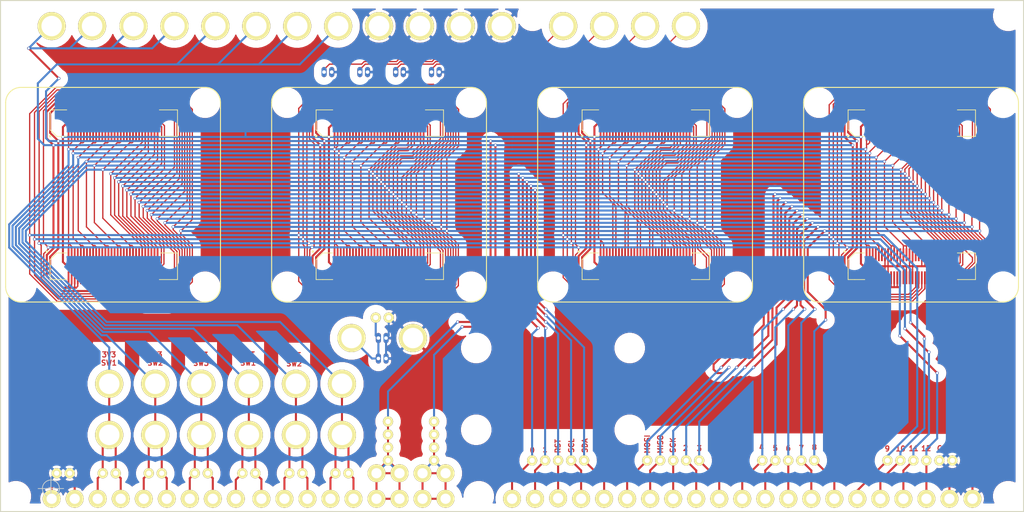
<source format=kicad_pcb>
(kicad_pcb (version 4) (host pcbnew 4.0.2-stable)
  (title_block (title "PQ60 FlatSat") (date 2016-03-30) (rev A) (company "Satellite Applications Catapult"))
  (layers (0 F.Cu signal) (31 B.Cu signal) (34 B.Paste user) (35 F.Paste user) (36 B.SilkS user) (37 F.SilkS user) (38 B.Mask user) (39 F.Mask user) (44 Edge.Cuts user))
  (net 0 "")
  (net 1 /P1)
  (net 2 /P5)
  (net 3 /P10)
  (net 4 /P13)
  (net 5 /P17)
  (net 6 /P21)
  (net 7 /P25)
  (net 8 /P26)
  (net 9 /P27)
  (net 10 /P29)
  (net 11 /P30)
  (net 12 /P31)
  (net 13 /P32)
  (net 14 /P33)
  (net 15 /P34)
  (net 16 /P35)
  (net 17 /P36)
  (net 18 /P37)
  (net 19 /P38)
  (net 20 /P39)
  (net 21 /P40)
  (net 22 /P41)
  (net 23 /P42)
  (net 24 /P43)
  (net 25 /P44)
  (net 26 /P49)
  (net 27 /P57)
  (net 28 GND)
  (net 29 "Net-(H101-Pad1)")
  (net 30 "Net-(H113-Pad1)")
  (net 31 "Net-(H115-Pad1)")
  (net 32 "Net-(H117-Pad1)")
  (net 33 "Net-(H119-Pad1)")
  (module PQ60:FX8C-060P (layer F.Cu) (at 52 74)
    (fp_text reference J1 hide)
    (fp_text value FX8C-060P)
    (fp_text user * (at -12.3 2.85) (layer F.SilkS))
    (pad 1 smd rect (at -8.7 2.25) (size 0.35 2.5) (layers F.Cu F.Paste F.Mask) (net 1 /P1))
    (pad 2 smd rect (at -8.1 2.25) (size 0.35 2.5) (layers F.Cu F.Paste F.Mask) (net 1 /P1))
    (pad 3 smd rect (at -7.5 2.25) (size 0.35 2.5) (layers F.Cu F.Paste F.Mask) (net 28 GND))
    (pad 4 smd rect (at -6.9 2.25) (size 0.35 2.5) (layers F.Cu F.Paste F.Mask) (net 28 GND))
    (pad 5 smd rect (at -6.3 2.25) (size 0.35 2.5) (layers F.Cu F.Paste F.Mask) (net 2 /P5))
    (pad 6 smd rect (at -5.7 2.25) (size 0.35 2.5) (layers F.Cu F.Paste F.Mask) (net 2 /P5))
    (pad 7 smd rect (at -5.1 2.25) (size 0.35 2.5) (layers F.Cu F.Paste F.Mask) (net 28 GND))
    (pad 8 smd rect (at -4.5 2.25) (size 0.35 2.5) (layers F.Cu F.Paste F.Mask) (net 28 GND))
    (pad 9 smd rect (at -3.9 2.25) (size 0.35 2.5) (layers F.Cu F.Paste F.Mask) (net 3 /P10))
    (pad 10 smd rect (at -3.3 2.25) (size 0.35 2.5) (layers F.Cu F.Paste F.Mask) (net 3 /P10))
    (pad 11 smd rect (at -2.7 2.25) (size 0.35 2.5) (layers F.Cu F.Paste F.Mask) (net 28 GND))
    (pad 12 smd rect (at -2.1 2.25) (size 0.35 2.5) (layers F.Cu F.Paste F.Mask) (net 28 GND))
    (pad 13 smd rect (at -1.5 2.25) (size 0.35 2.5) (layers F.Cu F.Paste F.Mask) (net 4 /P13))
    (pad 14 smd rect (at -0.9 2.25) (size 0.35 2.5) (layers F.Cu F.Paste F.Mask) (net 4 /P13))
    (pad 15 smd rect (at -0.3 2.25) (size 0.35 2.5) (layers F.Cu F.Paste F.Mask) (net 28 GND))
    (pad 16 smd rect (at 0.3 2.25) (size 0.35 2.5) (layers F.Cu F.Paste F.Mask) (net 28 GND))
    (pad 17 smd rect (at 0.9 2.25) (size 0.35 2.5) (layers F.Cu F.Paste F.Mask) (net 5 /P17))
    (pad 18 smd rect (at 1.5 2.25) (size 0.35 2.5) (layers F.Cu F.Paste F.Mask) (net 5 /P17))
    (pad 19 smd rect (at 2.1 2.25) (size 0.35 2.5) (layers F.Cu F.Paste F.Mask) (net 28 GND))
    (pad 20 smd rect (at 2.7 2.25) (size 0.35 2.5) (layers F.Cu F.Paste F.Mask) (net 28 GND))
    (pad 21 smd rect (at 3.3 2.25) (size 0.35 2.5) (layers F.Cu F.Paste F.Mask) (net 6 /P21))
    (pad 22 smd rect (at 3.9 2.25) (size 0.35 2.5) (layers F.Cu F.Paste F.Mask) (net 6 /P21))
    (pad 23 smd rect (at 4.5 2.25) (size 0.35 2.5) (layers F.Cu F.Paste F.Mask) (net 28 GND))
    (pad 24 smd rect (at 5.1 2.25) (size 0.35 2.5) (layers F.Cu F.Paste F.Mask) (net 28 GND))
    (pad 25 smd rect (at 5.7 2.25) (size 0.35 2.5) (layers F.Cu F.Paste F.Mask) (net 7 /P25))
    (pad 26 smd rect (at 6.3 2.25) (size 0.35 2.5) (layers F.Cu F.Paste F.Mask) (net 8 /P26))
    (pad 27 smd rect (at 6.9 2.25) (size 0.35 2.5) (layers F.Cu F.Paste F.Mask) (net 9 /P27))
    (pad 28 smd rect (at 7.5 2.25) (size 0.35 2.5) (layers F.Cu F.Paste F.Mask) (net 28 GND))
    (pad 29 smd rect (at 8.1 2.25) (size 0.35 2.5) (layers F.Cu F.Paste F.Mask) (net 10 /P29))
    (pad 30 smd rect (at 8.7 2.25) (size 0.35 2.5) (layers F.Cu F.Paste F.Mask) (net 11 /P30))
    (pad 31 smd rect (at 8.7 -2.25) (size 0.35 2.5) (layers F.Cu F.Paste F.Mask) (net 12 /P31))
    (pad 32 smd rect (at 8.1 -2.25) (size 0.35 2.5) (layers F.Cu F.Paste F.Mask) (net 13 /P32))
    (pad 33 smd rect (at 7.5 -2.25) (size 0.35 2.5) (layers F.Cu F.Paste F.Mask) (net 14 /P33))
    (pad 34 smd rect (at 6.9 -2.25) (size 0.35 2.5) (layers F.Cu F.Paste F.Mask) (net 15 /P34))
    (pad 35 smd rect (at 6.3 -2.25) (size 0.35 2.5) (layers F.Cu F.Paste F.Mask) (net 16 /P35))
    (pad 36 smd rect (at 5.7 -2.25) (size 0.35 2.5) (layers F.Cu F.Paste F.Mask) (net 17 /P36))
    (pad 37 smd rect (at 5.1 -2.25) (size 0.35 2.5) (layers F.Cu F.Paste F.Mask) (net 18 /P37))
    (pad 38 smd rect (at 4.5 -2.25) (size 0.35 2.5) (layers F.Cu F.Paste F.Mask) (net 19 /P38))
    (pad 39 smd rect (at 3.9 -2.25) (size 0.35 2.5) (layers F.Cu F.Paste F.Mask) (net 20 /P39))
    (pad 40 smd rect (at 3.3 -2.25) (size 0.35 2.5) (layers F.Cu F.Paste F.Mask) (net 21 /P40))
    (pad 41 smd rect (at 2.7 -2.25) (size 0.35 2.5) (layers F.Cu F.Paste F.Mask) (net 22 /P41))
    (pad 42 smd rect (at 2.1 -2.25) (size 0.35 2.5) (layers F.Cu F.Paste F.Mask) (net 23 /P42))
    (pad 43 smd rect (at 1.5 -2.25) (size 0.35 2.5) (layers F.Cu F.Paste F.Mask) (net 24 /P43))
    (pad 44 smd rect (at 0.9 -2.25) (size 0.35 2.5) (layers F.Cu F.Paste F.Mask) (net 25 /P44))
    (pad 45 smd rect (at 0.3 -2.25) (size 0.35 2.5) (layers F.Cu F.Paste F.Mask) (net 28 GND))
    (pad 46 smd rect (at -0.3 -2.25) (size 0.35 2.5) (layers F.Cu F.Paste F.Mask) (net 28 GND))
    (pad 47 smd rect (at -0.9 -2.25) (size 0.35 2.5) (layers F.Cu F.Paste F.Mask) (net 28 GND))
    (pad 48 smd rect (at -1.5 -2.25) (size 0.35 2.5) (layers F.Cu F.Paste F.Mask) (net 28 GND))
    (pad 49 smd rect (at -2.1 -2.25) (size 0.35 2.5) (layers F.Cu F.Paste F.Mask) (net 26 /P49))
    (pad 50 smd rect (at -2.7 -2.25) (size 0.35 2.5) (layers F.Cu F.Paste F.Mask) (net 26 /P49))
    (pad 51 smd rect (at -3.3 -2.25) (size 0.35 2.5) (layers F.Cu F.Paste F.Mask) (net 26 /P49))
    (pad 52 smd rect (at -3.9 -2.25) (size 0.35 2.5) (layers F.Cu F.Paste F.Mask) (net 26 /P49))
    (pad 53 smd rect (at -4.5 -2.25) (size 0.35 2.5) (layers F.Cu F.Paste F.Mask) (net 28 GND))
    (pad 54 smd rect (at -5.1 -2.25) (size 0.35 2.5) (layers F.Cu F.Paste F.Mask) (net 28 GND))
    (pad 55 smd rect (at -5.7 -2.25) (size 0.35 2.5) (layers F.Cu F.Paste F.Mask) (net 28 GND))
    (pad 56 smd rect (at -6.3 -2.25) (size 0.35 2.5) (layers F.Cu F.Paste F.Mask) (net 28 GND))
    (pad 57 smd rect (at -6.9 -2.25) (size 0.35 2.5) (layers F.Cu F.Paste F.Mask) (net 27 /P57))
    (pad 58 smd rect (at -7.5 -2.25) (size 0.35 2.5) (layers F.Cu F.Paste F.Mask) (net 27 /P57))
    (pad 59 smd rect (at -8.1 -2.25) (size 0.35 2.5) (layers F.Cu F.Paste F.Mask) (net 27 /P57))
    (pad 60 smd rect (at -8.7 -2.25) (size 0.35 2.5) (layers F.Cu F.Paste F.Mask) (net 27 /P57))
    (pad "" np_thru_hole circle (at -11.1 1.3) (size 1.1 1.1) (drill 1.1) (layers *.Cu *.Mask))
    (pad "" np_thru_hole circle (at 11.1 1.3) (size 0.7 0.7) (drill 0.7) (layers *.Cu *.Mask))
  )
  (module PQ60:FX8C-060P (layer F.Cu) (at 104 74)
    (fp_text reference J2 hide)
    (fp_text value FX8C-060P)
    (fp_text user * (at -12.3 2.85) (layer F.SilkS))
    (pad 1 smd rect (at -8.7 2.25) (size 0.35 2.5) (layers F.Cu F.Paste F.Mask) (net 1 /P1))
    (pad 2 smd rect (at -8.1 2.25) (size 0.35 2.5) (layers F.Cu F.Paste F.Mask) (net 1 /P1))
    (pad 3 smd rect (at -7.5 2.25) (size 0.35 2.5) (layers F.Cu F.Paste F.Mask) (net 28 GND))
    (pad 4 smd rect (at -6.9 2.25) (size 0.35 2.5) (layers F.Cu F.Paste F.Mask) (net 28 GND))
    (pad 5 smd rect (at -6.3 2.25) (size 0.35 2.5) (layers F.Cu F.Paste F.Mask) (net 2 /P5))
    (pad 6 smd rect (at -5.7 2.25) (size 0.35 2.5) (layers F.Cu F.Paste F.Mask) (net 2 /P5))
    (pad 7 smd rect (at -5.1 2.25) (size 0.35 2.5) (layers F.Cu F.Paste F.Mask) (net 28 GND))
    (pad 8 smd rect (at -4.5 2.25) (size 0.35 2.5) (layers F.Cu F.Paste F.Mask) (net 28 GND))
    (pad 9 smd rect (at -3.9 2.25) (size 0.35 2.5) (layers F.Cu F.Paste F.Mask) (net 3 /P10))
    (pad 10 smd rect (at -3.3 2.25) (size 0.35 2.5) (layers F.Cu F.Paste F.Mask) (net 3 /P10))
    (pad 11 smd rect (at -2.7 2.25) (size 0.35 2.5) (layers F.Cu F.Paste F.Mask) (net 28 GND))
    (pad 12 smd rect (at -2.1 2.25) (size 0.35 2.5) (layers F.Cu F.Paste F.Mask) (net 28 GND))
    (pad 13 smd rect (at -1.5 2.25) (size 0.35 2.5) (layers F.Cu F.Paste F.Mask) (net 4 /P13))
    (pad 14 smd rect (at -0.9 2.25) (size 0.35 2.5) (layers F.Cu F.Paste F.Mask) (net 4 /P13))
    (pad 15 smd rect (at -0.3 2.25) (size 0.35 2.5) (layers F.Cu F.Paste F.Mask) (net 28 GND))
    (pad 16 smd rect (at 0.3 2.25) (size 0.35 2.5) (layers F.Cu F.Paste F.Mask) (net 28 GND))
    (pad 17 smd rect (at 0.9 2.25) (size 0.35 2.5) (layers F.Cu F.Paste F.Mask) (net 5 /P17))
    (pad 18 smd rect (at 1.5 2.25) (size 0.35 2.5) (layers F.Cu F.Paste F.Mask) (net 5 /P17))
    (pad 19 smd rect (at 2.1 2.25) (size 0.35 2.5) (layers F.Cu F.Paste F.Mask) (net 28 GND))
    (pad 20 smd rect (at 2.7 2.25) (size 0.35 2.5) (layers F.Cu F.Paste F.Mask) (net 28 GND))
    (pad 21 smd rect (at 3.3 2.25) (size 0.35 2.5) (layers F.Cu F.Paste F.Mask) (net 6 /P21))
    (pad 22 smd rect (at 3.9 2.25) (size 0.35 2.5) (layers F.Cu F.Paste F.Mask) (net 6 /P21))
    (pad 23 smd rect (at 4.5 2.25) (size 0.35 2.5) (layers F.Cu F.Paste F.Mask) (net 28 GND))
    (pad 24 smd rect (at 5.1 2.25) (size 0.35 2.5) (layers F.Cu F.Paste F.Mask) (net 28 GND))
    (pad 25 smd rect (at 5.7 2.25) (size 0.35 2.5) (layers F.Cu F.Paste F.Mask) (net 7 /P25))
    (pad 26 smd rect (at 6.3 2.25) (size 0.35 2.5) (layers F.Cu F.Paste F.Mask) (net 8 /P26))
    (pad 27 smd rect (at 6.9 2.25) (size 0.35 2.5) (layers F.Cu F.Paste F.Mask) (net 9 /P27))
    (pad 28 smd rect (at 7.5 2.25) (size 0.35 2.5) (layers F.Cu F.Paste F.Mask) (net 28 GND))
    (pad 29 smd rect (at 8.1 2.25) (size 0.35 2.5) (layers F.Cu F.Paste F.Mask) (net 10 /P29))
    (pad 30 smd rect (at 8.7 2.25) (size 0.35 2.5) (layers F.Cu F.Paste F.Mask) (net 11 /P30))
    (pad 31 smd rect (at 8.7 -2.25) (size 0.35 2.5) (layers F.Cu F.Paste F.Mask) (net 12 /P31))
    (pad 32 smd rect (at 8.1 -2.25) (size 0.35 2.5) (layers F.Cu F.Paste F.Mask) (net 13 /P32))
    (pad 33 smd rect (at 7.5 -2.25) (size 0.35 2.5) (layers F.Cu F.Paste F.Mask) (net 14 /P33))
    (pad 34 smd rect (at 6.9 -2.25) (size 0.35 2.5) (layers F.Cu F.Paste F.Mask) (net 15 /P34))
    (pad 35 smd rect (at 6.3 -2.25) (size 0.35 2.5) (layers F.Cu F.Paste F.Mask) (net 16 /P35))
    (pad 36 smd rect (at 5.7 -2.25) (size 0.35 2.5) (layers F.Cu F.Paste F.Mask) (net 17 /P36))
    (pad 37 smd rect (at 5.1 -2.25) (size 0.35 2.5) (layers F.Cu F.Paste F.Mask) (net 18 /P37))
    (pad 38 smd rect (at 4.5 -2.25) (size 0.35 2.5) (layers F.Cu F.Paste F.Mask) (net 19 /P38))
    (pad 39 smd rect (at 3.9 -2.25) (size 0.35 2.5) (layers F.Cu F.Paste F.Mask) (net 20 /P39))
    (pad 40 smd rect (at 3.3 -2.25) (size 0.35 2.5) (layers F.Cu F.Paste F.Mask) (net 21 /P40))
    (pad 41 smd rect (at 2.7 -2.25) (size 0.35 2.5) (layers F.Cu F.Paste F.Mask) (net 22 /P41))
    (pad 42 smd rect (at 2.1 -2.25) (size 0.35 2.5) (layers F.Cu F.Paste F.Mask) (net 23 /P42))
    (pad 43 smd rect (at 1.5 -2.25) (size 0.35 2.5) (layers F.Cu F.Paste F.Mask) (net 24 /P43))
    (pad 44 smd rect (at 0.9 -2.25) (size 0.35 2.5) (layers F.Cu F.Paste F.Mask) (net 25 /P44))
    (pad 45 smd rect (at 0.3 -2.25) (size 0.35 2.5) (layers F.Cu F.Paste F.Mask) (net 28 GND))
    (pad 46 smd rect (at -0.3 -2.25) (size 0.35 2.5) (layers F.Cu F.Paste F.Mask) (net 28 GND))
    (pad 47 smd rect (at -0.9 -2.25) (size 0.35 2.5) (layers F.Cu F.Paste F.Mask) (net 28 GND))
    (pad 48 smd rect (at -1.5 -2.25) (size 0.35 2.5) (layers F.Cu F.Paste F.Mask) (net 28 GND))
    (pad 49 smd rect (at -2.1 -2.25) (size 0.35 2.5) (layers F.Cu F.Paste F.Mask) (net 26 /P49))
    (pad 50 smd rect (at -2.7 -2.25) (size 0.35 2.5) (layers F.Cu F.Paste F.Mask) (net 26 /P49))
    (pad 51 smd rect (at -3.3 -2.25) (size 0.35 2.5) (layers F.Cu F.Paste F.Mask) (net 26 /P49))
    (pad 52 smd rect (at -3.9 -2.25) (size 0.35 2.5) (layers F.Cu F.Paste F.Mask) (net 26 /P49))
    (pad 53 smd rect (at -4.5 -2.25) (size 0.35 2.5) (layers F.Cu F.Paste F.Mask) (net 28 GND))
    (pad 54 smd rect (at -5.1 -2.25) (size 0.35 2.5) (layers F.Cu F.Paste F.Mask) (net 28 GND))
    (pad 55 smd rect (at -5.7 -2.25) (size 0.35 2.5) (layers F.Cu F.Paste F.Mask) (net 28 GND))
    (pad 56 smd rect (at -6.3 -2.25) (size 0.35 2.5) (layers F.Cu F.Paste F.Mask) (net 28 GND))
    (pad 57 smd rect (at -6.9 -2.25) (size 0.35 2.5) (layers F.Cu F.Paste F.Mask) (net 27 /P57))
    (pad 58 smd rect (at -7.5 -2.25) (size 0.35 2.5) (layers F.Cu F.Paste F.Mask) (net 27 /P57))
    (pad 59 smd rect (at -8.1 -2.25) (size 0.35 2.5) (layers F.Cu F.Paste F.Mask) (net 27 /P57))
    (pad 60 smd rect (at -8.7 -2.25) (size 0.35 2.5) (layers F.Cu F.Paste F.Mask) (net 27 /P57))
    (pad "" np_thru_hole circle (at -11.1 1.3) (size 1.1 1.1) (drill 1.1) (layers *.Cu *.Mask))
    (pad "" np_thru_hole circle (at 11.1 1.3) (size 0.7 0.7) (drill 0.7) (layers *.Cu *.Mask))
  )
  (module PQ60:FX8C-060P (layer F.Cu) (at 156 74)
    (fp_text reference J3 hide)
    (fp_text value FX8C-060P)
    (fp_text user * (at -12.3 2.85) (layer F.SilkS))
    (pad 1 smd rect (at -8.7 2.25) (size 0.35 2.5) (layers F.Cu F.Paste F.Mask) (net 1 /P1))
    (pad 2 smd rect (at -8.1 2.25) (size 0.35 2.5) (layers F.Cu F.Paste F.Mask) (net 1 /P1))
    (pad 3 smd rect (at -7.5 2.25) (size 0.35 2.5) (layers F.Cu F.Paste F.Mask) (net 28 GND))
    (pad 4 smd rect (at -6.9 2.25) (size 0.35 2.5) (layers F.Cu F.Paste F.Mask) (net 28 GND))
    (pad 5 smd rect (at -6.3 2.25) (size 0.35 2.5) (layers F.Cu F.Paste F.Mask) (net 2 /P5))
    (pad 6 smd rect (at -5.7 2.25) (size 0.35 2.5) (layers F.Cu F.Paste F.Mask) (net 2 /P5))
    (pad 7 smd rect (at -5.1 2.25) (size 0.35 2.5) (layers F.Cu F.Paste F.Mask) (net 28 GND))
    (pad 8 smd rect (at -4.5 2.25) (size 0.35 2.5) (layers F.Cu F.Paste F.Mask) (net 28 GND))
    (pad 9 smd rect (at -3.9 2.25) (size 0.35 2.5) (layers F.Cu F.Paste F.Mask) (net 3 /P10))
    (pad 10 smd rect (at -3.3 2.25) (size 0.35 2.5) (layers F.Cu F.Paste F.Mask) (net 3 /P10))
    (pad 11 smd rect (at -2.7 2.25) (size 0.35 2.5) (layers F.Cu F.Paste F.Mask) (net 28 GND))
    (pad 12 smd rect (at -2.1 2.25) (size 0.35 2.5) (layers F.Cu F.Paste F.Mask) (net 28 GND))
    (pad 13 smd rect (at -1.5 2.25) (size 0.35 2.5) (layers F.Cu F.Paste F.Mask) (net 4 /P13))
    (pad 14 smd rect (at -0.9 2.25) (size 0.35 2.5) (layers F.Cu F.Paste F.Mask) (net 4 /P13))
    (pad 15 smd rect (at -0.3 2.25) (size 0.35 2.5) (layers F.Cu F.Paste F.Mask) (net 28 GND))
    (pad 16 smd rect (at 0.3 2.25) (size 0.35 2.5) (layers F.Cu F.Paste F.Mask) (net 28 GND))
    (pad 17 smd rect (at 0.9 2.25) (size 0.35 2.5) (layers F.Cu F.Paste F.Mask) (net 5 /P17))
    (pad 18 smd rect (at 1.5 2.25) (size 0.35 2.5) (layers F.Cu F.Paste F.Mask) (net 5 /P17))
    (pad 19 smd rect (at 2.1 2.25) (size 0.35 2.5) (layers F.Cu F.Paste F.Mask) (net 28 GND))
    (pad 20 smd rect (at 2.7 2.25) (size 0.35 2.5) (layers F.Cu F.Paste F.Mask) (net 28 GND))
    (pad 21 smd rect (at 3.3 2.25) (size 0.35 2.5) (layers F.Cu F.Paste F.Mask) (net 6 /P21))
    (pad 22 smd rect (at 3.9 2.25) (size 0.35 2.5) (layers F.Cu F.Paste F.Mask) (net 6 /P21))
    (pad 23 smd rect (at 4.5 2.25) (size 0.35 2.5) (layers F.Cu F.Paste F.Mask) (net 28 GND))
    (pad 24 smd rect (at 5.1 2.25) (size 0.35 2.5) (layers F.Cu F.Paste F.Mask) (net 28 GND))
    (pad 25 smd rect (at 5.7 2.25) (size 0.35 2.5) (layers F.Cu F.Paste F.Mask) (net 7 /P25))
    (pad 26 smd rect (at 6.3 2.25) (size 0.35 2.5) (layers F.Cu F.Paste F.Mask) (net 8 /P26))
    (pad 27 smd rect (at 6.9 2.25) (size 0.35 2.5) (layers F.Cu F.Paste F.Mask) (net 9 /P27))
    (pad 28 smd rect (at 7.5 2.25) (size 0.35 2.5) (layers F.Cu F.Paste F.Mask) (net 28 GND))
    (pad 29 smd rect (at 8.1 2.25) (size 0.35 2.5) (layers F.Cu F.Paste F.Mask) (net 10 /P29))
    (pad 30 smd rect (at 8.7 2.25) (size 0.35 2.5) (layers F.Cu F.Paste F.Mask) (net 11 /P30))
    (pad 31 smd rect (at 8.7 -2.25) (size 0.35 2.5) (layers F.Cu F.Paste F.Mask) (net 12 /P31))
    (pad 32 smd rect (at 8.1 -2.25) (size 0.35 2.5) (layers F.Cu F.Paste F.Mask) (net 13 /P32))
    (pad 33 smd rect (at 7.5 -2.25) (size 0.35 2.5) (layers F.Cu F.Paste F.Mask) (net 14 /P33))
    (pad 34 smd rect (at 6.9 -2.25) (size 0.35 2.5) (layers F.Cu F.Paste F.Mask) (net 15 /P34))
    (pad 35 smd rect (at 6.3 -2.25) (size 0.35 2.5) (layers F.Cu F.Paste F.Mask) (net 16 /P35))
    (pad 36 smd rect (at 5.7 -2.25) (size 0.35 2.5) (layers F.Cu F.Paste F.Mask) (net 17 /P36))
    (pad 37 smd rect (at 5.1 -2.25) (size 0.35 2.5) (layers F.Cu F.Paste F.Mask) (net 18 /P37))
    (pad 38 smd rect (at 4.5 -2.25) (size 0.35 2.5) (layers F.Cu F.Paste F.Mask) (net 19 /P38))
    (pad 39 smd rect (at 3.9 -2.25) (size 0.35 2.5) (layers F.Cu F.Paste F.Mask) (net 20 /P39))
    (pad 40 smd rect (at 3.3 -2.25) (size 0.35 2.5) (layers F.Cu F.Paste F.Mask) (net 21 /P40))
    (pad 41 smd rect (at 2.7 -2.25) (size 0.35 2.5) (layers F.Cu F.Paste F.Mask) (net 22 /P41))
    (pad 42 smd rect (at 2.1 -2.25) (size 0.35 2.5) (layers F.Cu F.Paste F.Mask) (net 23 /P42))
    (pad 43 smd rect (at 1.5 -2.25) (size 0.35 2.5) (layers F.Cu F.Paste F.Mask) (net 24 /P43))
    (pad 44 smd rect (at 0.9 -2.25) (size 0.35 2.5) (layers F.Cu F.Paste F.Mask) (net 25 /P44))
    (pad 45 smd rect (at 0.3 -2.25) (size 0.35 2.5) (layers F.Cu F.Paste F.Mask) (net 28 GND))
    (pad 46 smd rect (at -0.3 -2.25) (size 0.35 2.5) (layers F.Cu F.Paste F.Mask) (net 28 GND))
    (pad 47 smd rect (at -0.9 -2.25) (size 0.35 2.5) (layers F.Cu F.Paste F.Mask) (net 28 GND))
    (pad 48 smd rect (at -1.5 -2.25) (size 0.35 2.5) (layers F.Cu F.Paste F.Mask) (net 28 GND))
    (pad 49 smd rect (at -2.1 -2.25) (size 0.35 2.5) (layers F.Cu F.Paste F.Mask) (net 26 /P49))
    (pad 50 smd rect (at -2.7 -2.25) (size 0.35 2.5) (layers F.Cu F.Paste F.Mask) (net 26 /P49))
    (pad 51 smd rect (at -3.3 -2.25) (size 0.35 2.5) (layers F.Cu F.Paste F.Mask) (net 26 /P49))
    (pad 52 smd rect (at -3.9 -2.25) (size 0.35 2.5) (layers F.Cu F.Paste F.Mask) (net 26 /P49))
    (pad 53 smd rect (at -4.5 -2.25) (size 0.35 2.5) (layers F.Cu F.Paste F.Mask) (net 28 GND))
    (pad 54 smd rect (at -5.1 -2.25) (size 0.35 2.5) (layers F.Cu F.Paste F.Mask) (net 28 GND))
    (pad 55 smd rect (at -5.7 -2.25) (size 0.35 2.5) (layers F.Cu F.Paste F.Mask) (net 28 GND))
    (pad 56 smd rect (at -6.3 -2.25) (size 0.35 2.5) (layers F.Cu F.Paste F.Mask) (net 28 GND))
    (pad 57 smd rect (at -6.9 -2.25) (size 0.35 2.5) (layers F.Cu F.Paste F.Mask) (net 27 /P57))
    (pad 58 smd rect (at -7.5 -2.25) (size 0.35 2.5) (layers F.Cu F.Paste F.Mask) (net 27 /P57))
    (pad 59 smd rect (at -8.1 -2.25) (size 0.35 2.5) (layers F.Cu F.Paste F.Mask) (net 27 /P57))
    (pad 60 smd rect (at -8.7 -2.25) (size 0.35 2.5) (layers F.Cu F.Paste F.Mask) (net 27 /P57))
    (pad "" np_thru_hole circle (at -11.1 1.3) (size 1.1 1.1) (drill 1.1) (layers *.Cu *.Mask))
    (pad "" np_thru_hole circle (at 11.1 1.3) (size 0.7 0.7) (drill 0.7) (layers *.Cu *.Mask))
  )
  (module PQ60:FX8C-060P (layer F.Cu) (at 208 74)
    (fp_text reference J4 hide)
    (fp_text value FX8C-060P)
    (fp_text user * (at -12.3 2.85) (layer F.SilkS))
    (pad 1 smd rect (at -8.7 2.25) (size 0.35 2.5) (layers F.Cu F.Paste F.Mask) (net 1 /P1))
    (pad 2 smd rect (at -8.1 2.25) (size 0.35 2.5) (layers F.Cu F.Paste F.Mask) (net 1 /P1))
    (pad 3 smd rect (at -7.5 2.25) (size 0.35 2.5) (layers F.Cu F.Paste F.Mask) (net 28 GND))
    (pad 4 smd rect (at -6.9 2.25) (size 0.35 2.5) (layers F.Cu F.Paste F.Mask) (net 28 GND))
    (pad 5 smd rect (at -6.3 2.25) (size 0.35 2.5) (layers F.Cu F.Paste F.Mask) (net 2 /P5))
    (pad 6 smd rect (at -5.7 2.25) (size 0.35 2.5) (layers F.Cu F.Paste F.Mask) (net 2 /P5))
    (pad 7 smd rect (at -5.1 2.25) (size 0.35 2.5) (layers F.Cu F.Paste F.Mask) (net 28 GND))
    (pad 8 smd rect (at -4.5 2.25) (size 0.35 2.5) (layers F.Cu F.Paste F.Mask) (net 28 GND))
    (pad 9 smd rect (at -3.9 2.25) (size 0.35 2.5) (layers F.Cu F.Paste F.Mask) (net 3 /P10))
    (pad 10 smd rect (at -3.3 2.25) (size 0.35 2.5) (layers F.Cu F.Paste F.Mask) (net 3 /P10))
    (pad 11 smd rect (at -2.7 2.25) (size 0.35 2.5) (layers F.Cu F.Paste F.Mask) (net 28 GND))
    (pad 12 smd rect (at -2.1 2.25) (size 0.35 2.5) (layers F.Cu F.Paste F.Mask) (net 28 GND))
    (pad 13 smd rect (at -1.5 2.25) (size 0.35 2.5) (layers F.Cu F.Paste F.Mask) (net 4 /P13))
    (pad 14 smd rect (at -0.9 2.25) (size 0.35 2.5) (layers F.Cu F.Paste F.Mask) (net 4 /P13))
    (pad 15 smd rect (at -0.3 2.25) (size 0.35 2.5) (layers F.Cu F.Paste F.Mask) (net 28 GND))
    (pad 16 smd rect (at 0.3 2.25) (size 0.35 2.5) (layers F.Cu F.Paste F.Mask) (net 28 GND))
    (pad 17 smd rect (at 0.9 2.25) (size 0.35 2.5) (layers F.Cu F.Paste F.Mask) (net 5 /P17))
    (pad 18 smd rect (at 1.5 2.25) (size 0.35 2.5) (layers F.Cu F.Paste F.Mask) (net 5 /P17))
    (pad 19 smd rect (at 2.1 2.25) (size 0.35 2.5) (layers F.Cu F.Paste F.Mask) (net 28 GND))
    (pad 20 smd rect (at 2.7 2.25) (size 0.35 2.5) (layers F.Cu F.Paste F.Mask) (net 28 GND))
    (pad 21 smd rect (at 3.3 2.25) (size 0.35 2.5) (layers F.Cu F.Paste F.Mask) (net 6 /P21))
    (pad 22 smd rect (at 3.9 2.25) (size 0.35 2.5) (layers F.Cu F.Paste F.Mask) (net 6 /P21))
    (pad 23 smd rect (at 4.5 2.25) (size 0.35 2.5) (layers F.Cu F.Paste F.Mask) (net 28 GND))
    (pad 24 smd rect (at 5.1 2.25) (size 0.35 2.5) (layers F.Cu F.Paste F.Mask) (net 28 GND))
    (pad 25 smd rect (at 5.7 2.25) (size 0.35 2.5) (layers F.Cu F.Paste F.Mask) (net 7 /P25))
    (pad 26 smd rect (at 6.3 2.25) (size 0.35 2.5) (layers F.Cu F.Paste F.Mask) (net 8 /P26))
    (pad 27 smd rect (at 6.9 2.25) (size 0.35 2.5) (layers F.Cu F.Paste F.Mask) (net 9 /P27))
    (pad 28 smd rect (at 7.5 2.25) (size 0.35 2.5) (layers F.Cu F.Paste F.Mask) (net 28 GND))
    (pad 29 smd rect (at 8.1 2.25) (size 0.35 2.5) (layers F.Cu F.Paste F.Mask) (net 10 /P29))
    (pad 30 smd rect (at 8.7 2.25) (size 0.35 2.5) (layers F.Cu F.Paste F.Mask) (net 11 /P30))
    (pad 31 smd rect (at 8.7 -2.25) (size 0.35 2.5) (layers F.Cu F.Paste F.Mask) (net 12 /P31))
    (pad 32 smd rect (at 8.1 -2.25) (size 0.35 2.5) (layers F.Cu F.Paste F.Mask) (net 13 /P32))
    (pad 33 smd rect (at 7.5 -2.25) (size 0.35 2.5) (layers F.Cu F.Paste F.Mask) (net 14 /P33))
    (pad 34 smd rect (at 6.9 -2.25) (size 0.35 2.5) (layers F.Cu F.Paste F.Mask) (net 15 /P34))
    (pad 35 smd rect (at 6.3 -2.25) (size 0.35 2.5) (layers F.Cu F.Paste F.Mask) (net 16 /P35))
    (pad 36 smd rect (at 5.7 -2.25) (size 0.35 2.5) (layers F.Cu F.Paste F.Mask) (net 17 /P36))
    (pad 37 smd rect (at 5.1 -2.25) (size 0.35 2.5) (layers F.Cu F.Paste F.Mask) (net 18 /P37))
    (pad 38 smd rect (at 4.5 -2.25) (size 0.35 2.5) (layers F.Cu F.Paste F.Mask) (net 19 /P38))
    (pad 39 smd rect (at 3.9 -2.25) (size 0.35 2.5) (layers F.Cu F.Paste F.Mask) (net 20 /P39))
    (pad 40 smd rect (at 3.3 -2.25) (size 0.35 2.5) (layers F.Cu F.Paste F.Mask) (net 21 /P40))
    (pad 41 smd rect (at 2.7 -2.25) (size 0.35 2.5) (layers F.Cu F.Paste F.Mask) (net 22 /P41))
    (pad 42 smd rect (at 2.1 -2.25) (size 0.35 2.5) (layers F.Cu F.Paste F.Mask) (net 23 /P42))
    (pad 43 smd rect (at 1.5 -2.25) (size 0.35 2.5) (layers F.Cu F.Paste F.Mask) (net 24 /P43))
    (pad 44 smd rect (at 0.9 -2.25) (size 0.35 2.5) (layers F.Cu F.Paste F.Mask) (net 25 /P44))
    (pad 45 smd rect (at 0.3 -2.25) (size 0.35 2.5) (layers F.Cu F.Paste F.Mask) (net 28 GND))
    (pad 46 smd rect (at -0.3 -2.25) (size 0.35 2.5) (layers F.Cu F.Paste F.Mask) (net 28 GND))
    (pad 47 smd rect (at -0.9 -2.25) (size 0.35 2.5) (layers F.Cu F.Paste F.Mask) (net 28 GND))
    (pad 48 smd rect (at -1.5 -2.25) (size 0.35 2.5) (layers F.Cu F.Paste F.Mask) (net 28 GND))
    (pad 49 smd rect (at -2.1 -2.25) (size 0.35 2.5) (layers F.Cu F.Paste F.Mask) (net 26 /P49))
    (pad 50 smd rect (at -2.7 -2.25) (size 0.35 2.5) (layers F.Cu F.Paste F.Mask) (net 26 /P49))
    (pad 51 smd rect (at -3.3 -2.25) (size 0.35 2.5) (layers F.Cu F.Paste F.Mask) (net 26 /P49))
    (pad 52 smd rect (at -3.9 -2.25) (size 0.35 2.5) (layers F.Cu F.Paste F.Mask) (net 26 /P49))
    (pad 53 smd rect (at -4.5 -2.25) (size 0.35 2.5) (layers F.Cu F.Paste F.Mask) (net 28 GND))
    (pad 54 smd rect (at -5.1 -2.25) (size 0.35 2.5) (layers F.Cu F.Paste F.Mask) (net 28 GND))
    (pad 55 smd rect (at -5.7 -2.25) (size 0.35 2.5) (layers F.Cu F.Paste F.Mask) (net 28 GND))
    (pad 56 smd rect (at -6.3 -2.25) (size 0.35 2.5) (layers F.Cu F.Paste F.Mask) (net 28 GND))
    (pad 57 smd rect (at -6.9 -2.25) (size 0.35 2.5) (layers F.Cu F.Paste F.Mask) (net 27 /P57))
    (pad 58 smd rect (at -7.5 -2.25) (size 0.35 2.5) (layers F.Cu F.Paste F.Mask) (net 27 /P57))
    (pad 59 smd rect (at -8.1 -2.25) (size 0.35 2.5) (layers F.Cu F.Paste F.Mask) (net 27 /P57))
    (pad 60 smd rect (at -8.7 -2.25) (size 0.35 2.5) (layers F.Cu F.Paste F.Mask) (net 27 /P57))
    (pad "" np_thru_hole circle (at -11.1 1.3) (size 1.1 1.1) (drill 1.1) (layers *.Cu *.Mask))
    (pad "" np_thru_hole circle (at 11.1 1.3) (size 0.7 0.7) (drill 0.7) (layers *.Cu *.Mask))
  )
  (module PQ60:FX8C-060S (layer F.Cu) (at 52 102)
    (fp_text reference J5 hide)
    (fp_text value FX8C-060S)
    (fp_text user * (at -12.95 -2.55) (layer F.SilkS))
    (pad 1 smd rect (at -8.7 -2.25) (size 0.35 2.5) (layers F.Cu F.Paste F.Mask) (net 1 /P1))
    (pad 2 smd rect (at -8.1 -2.25) (size 0.35 2.5) (layers F.Cu F.Paste F.Mask) (net 1 /P1))
    (pad 3 smd rect (at -7.5 -2.25) (size 0.35 2.5) (layers F.Cu F.Paste F.Mask) (net 28 GND))
    (pad 4 smd rect (at -6.9 -2.25) (size 0.35 2.5) (layers F.Cu F.Paste F.Mask) (net 28 GND))
    (pad 5 smd rect (at -6.3 -2.25) (size 0.35 2.5) (layers F.Cu F.Paste F.Mask) (net 2 /P5))
    (pad 6 smd rect (at -5.7 -2.25) (size 0.35 2.5) (layers F.Cu F.Paste F.Mask) (net 2 /P5))
    (pad 7 smd rect (at -5.1 -2.25) (size 0.35 2.5) (layers F.Cu F.Paste F.Mask) (net 28 GND))
    (pad 8 smd rect (at -4.5 -2.25) (size 0.35 2.5) (layers F.Cu F.Paste F.Mask) (net 28 GND))
    (pad 9 smd rect (at -3.9 -2.25) (size 0.35 2.5) (layers F.Cu F.Paste F.Mask) (net 3 /P10))
    (pad 10 smd rect (at -3.3 -2.25) (size 0.35 2.5) (layers F.Cu F.Paste F.Mask) (net 3 /P10))
    (pad 11 smd rect (at -2.7 -2.25) (size 0.35 2.5) (layers F.Cu F.Paste F.Mask) (net 28 GND))
    (pad 12 smd rect (at -2.1 -2.25) (size 0.35 2.5) (layers F.Cu F.Paste F.Mask) (net 28 GND))
    (pad 13 smd rect (at -1.5 -2.25) (size 0.35 2.5) (layers F.Cu F.Paste F.Mask) (net 4 /P13))
    (pad 14 smd rect (at -0.9 -2.25) (size 0.35 2.5) (layers F.Cu F.Paste F.Mask) (net 4 /P13))
    (pad 15 smd rect (at -0.3 -2.25) (size 0.35 2.5) (layers F.Cu F.Paste F.Mask) (net 28 GND))
    (pad 16 smd rect (at 0.3 -2.25) (size 0.35 2.5) (layers F.Cu F.Paste F.Mask) (net 28 GND))
    (pad 17 smd rect (at 0.9 -2.25) (size 0.35 2.5) (layers F.Cu F.Paste F.Mask) (net 5 /P17))
    (pad 18 smd rect (at 1.5 -2.25) (size 0.35 2.5) (layers F.Cu F.Paste F.Mask) (net 5 /P17))
    (pad 19 smd rect (at 2.1 -2.25) (size 0.35 2.5) (layers F.Cu F.Paste F.Mask) (net 28 GND))
    (pad 20 smd rect (at 2.7 -2.25) (size 0.35 2.5) (layers F.Cu F.Paste F.Mask) (net 28 GND))
    (pad 21 smd rect (at 3.3 -2.25) (size 0.35 2.5) (layers F.Cu F.Paste F.Mask) (net 6 /P21))
    (pad 22 smd rect (at 3.9 -2.25) (size 0.35 2.5) (layers F.Cu F.Paste F.Mask) (net 6 /P21))
    (pad 23 smd rect (at 4.5 -2.25) (size 0.35 2.5) (layers F.Cu F.Paste F.Mask) (net 28 GND))
    (pad 24 smd rect (at 5.1 -2.25) (size 0.35 2.5) (layers F.Cu F.Paste F.Mask) (net 28 GND))
    (pad 25 smd rect (at 5.7 -2.25) (size 0.35 2.5) (layers F.Cu F.Paste F.Mask) (net 7 /P25))
    (pad 26 smd rect (at 6.3 -2.25) (size 0.35 2.5) (layers F.Cu F.Paste F.Mask) (net 8 /P26))
    (pad 27 smd rect (at 6.9 -2.25) (size 0.35 2.5) (layers F.Cu F.Paste F.Mask) (net 9 /P27))
    (pad 28 smd rect (at 7.5 -2.25) (size 0.35 2.5) (layers F.Cu F.Paste F.Mask) (net 28 GND))
    (pad 29 smd rect (at 8.1 -2.25) (size 0.35 2.5) (layers F.Cu F.Paste F.Mask) (net 10 /P29))
    (pad 30 smd rect (at 8.7 -2.25) (size 0.35 2.5) (layers F.Cu F.Paste F.Mask) (net 11 /P30))
    (pad 31 smd rect (at 8.7 2.25) (size 0.35 2.5) (layers F.Cu F.Paste F.Mask) (net 12 /P31))
    (pad 32 smd rect (at 8.1 2.25) (size 0.35 2.5) (layers F.Cu F.Paste F.Mask) (net 13 /P32))
    (pad 33 smd rect (at 7.5 2.25) (size 0.35 2.5) (layers F.Cu F.Paste F.Mask) (net 14 /P33))
    (pad 34 smd rect (at 6.9 2.25) (size 0.35 2.5) (layers F.Cu F.Paste F.Mask) (net 15 /P34))
    (pad 35 smd rect (at 6.3 2.25) (size 0.35 2.5) (layers F.Cu F.Paste F.Mask) (net 16 /P35))
    (pad 36 smd rect (at 5.7 2.25) (size 0.35 2.5) (layers F.Cu F.Paste F.Mask) (net 17 /P36))
    (pad 37 smd rect (at 5.1 2.25) (size 0.35 2.5) (layers F.Cu F.Paste F.Mask) (net 18 /P37))
    (pad 38 smd rect (at 4.5 2.25) (size 0.35 2.5) (layers F.Cu F.Paste F.Mask) (net 19 /P38))
    (pad 39 smd rect (at 3.9 2.25) (size 0.35 2.5) (layers F.Cu F.Paste F.Mask) (net 20 /P39))
    (pad 40 smd rect (at 3.3 2.25) (size 0.35 2.5) (layers F.Cu F.Paste F.Mask) (net 21 /P40))
    (pad 41 smd rect (at 2.7 2.25) (size 0.35 2.5) (layers F.Cu F.Paste F.Mask) (net 22 /P41))
    (pad 42 smd rect (at 2.1 2.25) (size 0.35 2.5) (layers F.Cu F.Paste F.Mask) (net 23 /P42))
    (pad 43 smd rect (at 1.5 2.25) (size 0.35 2.5) (layers F.Cu F.Paste F.Mask) (net 24 /P43))
    (pad 44 smd rect (at 0.9 2.25) (size 0.35 2.5) (layers F.Cu F.Paste F.Mask) (net 25 /P44))
    (pad 45 smd rect (at 0.3 2.25) (size 0.35 2.5) (layers F.Cu F.Paste F.Mask) (net 28 GND))
    (pad 46 smd rect (at -0.3 2.25) (size 0.35 2.5) (layers F.Cu F.Paste F.Mask) (net 28 GND))
    (pad 47 smd rect (at -0.9 2.25) (size 0.35 2.5) (layers F.Cu F.Paste F.Mask) (net 28 GND))
    (pad 48 smd rect (at -1.5 2.25) (size 0.35 2.5) (layers F.Cu F.Paste F.Mask) (net 28 GND))
    (pad 49 smd rect (at -2.1 2.25) (size 0.35 2.5) (layers F.Cu F.Paste F.Mask) (net 26 /P49))
    (pad 50 smd rect (at -2.7 2.25) (size 0.35 2.5) (layers F.Cu F.Paste F.Mask) (net 26 /P49))
    (pad 51 smd rect (at -3.3 2.25) (size 0.35 2.5) (layers F.Cu F.Paste F.Mask) (net 26 /P49))
    (pad 52 smd rect (at -3.9 2.25) (size 0.35 2.5) (layers F.Cu F.Paste F.Mask) (net 26 /P49))
    (pad 53 smd rect (at -4.5 2.25) (size 0.35 2.5) (layers F.Cu F.Paste F.Mask) (net 28 GND))
    (pad 54 smd rect (at -5.1 2.25) (size 0.35 2.5) (layers F.Cu F.Paste F.Mask) (net 28 GND))
    (pad 55 smd rect (at -5.7 2.25) (size 0.35 2.5) (layers F.Cu F.Paste F.Mask) (net 28 GND))
    (pad 56 smd rect (at -6.3 2.25) (size 0.35 2.5) (layers F.Cu F.Paste F.Mask) (net 28 GND))
    (pad 57 smd rect (at -6.9 2.25) (size 0.35 2.5) (layers F.Cu F.Paste F.Mask) (net 27 /P57))
    (pad 58 smd rect (at -7.5 2.25) (size 0.35 2.5) (layers F.Cu F.Paste F.Mask) (net 27 /P57))
    (pad 59 smd rect (at -8.1 2.25) (size 0.35 2.5) (layers F.Cu F.Paste F.Mask) (net 27 /P57))
    (pad 60 smd rect (at -8.7 2.25) (size 0.35 2.5) (layers F.Cu F.Paste F.Mask) (net 27 /P57))
    (pad "" np_thru_hole circle (at -11.1 -1.3) (size 1.1 1.1) (drill 1.1) (layers *.Cu *.Mask))
    (pad "" np_thru_hole circle (at 11.1 -1.3) (size 0.7 0.7) (drill 0.7) (layers *.Cu *.Mask))
  )
  (module PQ60:FX8C-060S (layer F.Cu) (at 104 102)
    (fp_text reference J6 hide)
    (fp_text value FX8C-060S)
    (fp_text user * (at -12.95 -2.55) (layer F.SilkS))
    (pad 1 smd rect (at -8.7 -2.25) (size 0.35 2.5) (layers F.Cu F.Paste F.Mask) (net 1 /P1))
    (pad 2 smd rect (at -8.1 -2.25) (size 0.35 2.5) (layers F.Cu F.Paste F.Mask) (net 1 /P1))
    (pad 3 smd rect (at -7.5 -2.25) (size 0.35 2.5) (layers F.Cu F.Paste F.Mask) (net 28 GND))
    (pad 4 smd rect (at -6.9 -2.25) (size 0.35 2.5) (layers F.Cu F.Paste F.Mask) (net 28 GND))
    (pad 5 smd rect (at -6.3 -2.25) (size 0.35 2.5) (layers F.Cu F.Paste F.Mask) (net 2 /P5))
    (pad 6 smd rect (at -5.7 -2.25) (size 0.35 2.5) (layers F.Cu F.Paste F.Mask) (net 2 /P5))
    (pad 7 smd rect (at -5.1 -2.25) (size 0.35 2.5) (layers F.Cu F.Paste F.Mask) (net 28 GND))
    (pad 8 smd rect (at -4.5 -2.25) (size 0.35 2.5) (layers F.Cu F.Paste F.Mask) (net 28 GND))
    (pad 9 smd rect (at -3.9 -2.25) (size 0.35 2.5) (layers F.Cu F.Paste F.Mask) (net 3 /P10))
    (pad 10 smd rect (at -3.3 -2.25) (size 0.35 2.5) (layers F.Cu F.Paste F.Mask) (net 3 /P10))
    (pad 11 smd rect (at -2.7 -2.25) (size 0.35 2.5) (layers F.Cu F.Paste F.Mask) (net 28 GND))
    (pad 12 smd rect (at -2.1 -2.25) (size 0.35 2.5) (layers F.Cu F.Paste F.Mask) (net 28 GND))
    (pad 13 smd rect (at -1.5 -2.25) (size 0.35 2.5) (layers F.Cu F.Paste F.Mask) (net 4 /P13))
    (pad 14 smd rect (at -0.9 -2.25) (size 0.35 2.5) (layers F.Cu F.Paste F.Mask) (net 4 /P13))
    (pad 15 smd rect (at -0.3 -2.25) (size 0.35 2.5) (layers F.Cu F.Paste F.Mask) (net 28 GND))
    (pad 16 smd rect (at 0.3 -2.25) (size 0.35 2.5) (layers F.Cu F.Paste F.Mask) (net 28 GND))
    (pad 17 smd rect (at 0.9 -2.25) (size 0.35 2.5) (layers F.Cu F.Paste F.Mask) (net 5 /P17))
    (pad 18 smd rect (at 1.5 -2.25) (size 0.35 2.5) (layers F.Cu F.Paste F.Mask) (net 5 /P17))
    (pad 19 smd rect (at 2.1 -2.25) (size 0.35 2.5) (layers F.Cu F.Paste F.Mask) (net 28 GND))
    (pad 20 smd rect (at 2.7 -2.25) (size 0.35 2.5) (layers F.Cu F.Paste F.Mask) (net 28 GND))
    (pad 21 smd rect (at 3.3 -2.25) (size 0.35 2.5) (layers F.Cu F.Paste F.Mask) (net 6 /P21))
    (pad 22 smd rect (at 3.9 -2.25) (size 0.35 2.5) (layers F.Cu F.Paste F.Mask) (net 6 /P21))
    (pad 23 smd rect (at 4.5 -2.25) (size 0.35 2.5) (layers F.Cu F.Paste F.Mask) (net 28 GND))
    (pad 24 smd rect (at 5.1 -2.25) (size 0.35 2.5) (layers F.Cu F.Paste F.Mask) (net 28 GND))
    (pad 25 smd rect (at 5.7 -2.25) (size 0.35 2.5) (layers F.Cu F.Paste F.Mask) (net 7 /P25))
    (pad 26 smd rect (at 6.3 -2.25) (size 0.35 2.5) (layers F.Cu F.Paste F.Mask) (net 8 /P26))
    (pad 27 smd rect (at 6.9 -2.25) (size 0.35 2.5) (layers F.Cu F.Paste F.Mask) (net 9 /P27))
    (pad 28 smd rect (at 7.5 -2.25) (size 0.35 2.5) (layers F.Cu F.Paste F.Mask) (net 28 GND))
    (pad 29 smd rect (at 8.1 -2.25) (size 0.35 2.5) (layers F.Cu F.Paste F.Mask) (net 10 /P29))
    (pad 30 smd rect (at 8.7 -2.25) (size 0.35 2.5) (layers F.Cu F.Paste F.Mask) (net 11 /P30))
    (pad 31 smd rect (at 8.7 2.25) (size 0.35 2.5) (layers F.Cu F.Paste F.Mask) (net 12 /P31))
    (pad 32 smd rect (at 8.1 2.25) (size 0.35 2.5) (layers F.Cu F.Paste F.Mask) (net 13 /P32))
    (pad 33 smd rect (at 7.5 2.25) (size 0.35 2.5) (layers F.Cu F.Paste F.Mask) (net 14 /P33))
    (pad 34 smd rect (at 6.9 2.25) (size 0.35 2.5) (layers F.Cu F.Paste F.Mask) (net 15 /P34))
    (pad 35 smd rect (at 6.3 2.25) (size 0.35 2.5) (layers F.Cu F.Paste F.Mask) (net 16 /P35))
    (pad 36 smd rect (at 5.7 2.25) (size 0.35 2.5) (layers F.Cu F.Paste F.Mask) (net 17 /P36))
    (pad 37 smd rect (at 5.1 2.25) (size 0.35 2.5) (layers F.Cu F.Paste F.Mask) (net 18 /P37))
    (pad 38 smd rect (at 4.5 2.25) (size 0.35 2.5) (layers F.Cu F.Paste F.Mask) (net 19 /P38))
    (pad 39 smd rect (at 3.9 2.25) (size 0.35 2.5) (layers F.Cu F.Paste F.Mask) (net 20 /P39))
    (pad 40 smd rect (at 3.3 2.25) (size 0.35 2.5) (layers F.Cu F.Paste F.Mask) (net 21 /P40))
    (pad 41 smd rect (at 2.7 2.25) (size 0.35 2.5) (layers F.Cu F.Paste F.Mask) (net 22 /P41))
    (pad 42 smd rect (at 2.1 2.25) (size 0.35 2.5) (layers F.Cu F.Paste F.Mask) (net 23 /P42))
    (pad 43 smd rect (at 1.5 2.25) (size 0.35 2.5) (layers F.Cu F.Paste F.Mask) (net 24 /P43))
    (pad 44 smd rect (at 0.9 2.25) (size 0.35 2.5) (layers F.Cu F.Paste F.Mask) (net 25 /P44))
    (pad 45 smd rect (at 0.3 2.25) (size 0.35 2.5) (layers F.Cu F.Paste F.Mask) (net 28 GND))
    (pad 46 smd rect (at -0.3 2.25) (size 0.35 2.5) (layers F.Cu F.Paste F.Mask) (net 28 GND))
    (pad 47 smd rect (at -0.9 2.25) (size 0.35 2.5) (layers F.Cu F.Paste F.Mask) (net 28 GND))
    (pad 48 smd rect (at -1.5 2.25) (size 0.35 2.5) (layers F.Cu F.Paste F.Mask) (net 28 GND))
    (pad 49 smd rect (at -2.1 2.25) (size 0.35 2.5) (layers F.Cu F.Paste F.Mask) (net 26 /P49))
    (pad 50 smd rect (at -2.7 2.25) (size 0.35 2.5) (layers F.Cu F.Paste F.Mask) (net 26 /P49))
    (pad 51 smd rect (at -3.3 2.25) (size 0.35 2.5) (layers F.Cu F.Paste F.Mask) (net 26 /P49))
    (pad 52 smd rect (at -3.9 2.25) (size 0.35 2.5) (layers F.Cu F.Paste F.Mask) (net 26 /P49))
    (pad 53 smd rect (at -4.5 2.25) (size 0.35 2.5) (layers F.Cu F.Paste F.Mask) (net 28 GND))
    (pad 54 smd rect (at -5.1 2.25) (size 0.35 2.5) (layers F.Cu F.Paste F.Mask) (net 28 GND))
    (pad 55 smd rect (at -5.7 2.25) (size 0.35 2.5) (layers F.Cu F.Paste F.Mask) (net 28 GND))
    (pad 56 smd rect (at -6.3 2.25) (size 0.35 2.5) (layers F.Cu F.Paste F.Mask) (net 28 GND))
    (pad 57 smd rect (at -6.9 2.25) (size 0.35 2.5) (layers F.Cu F.Paste F.Mask) (net 27 /P57))
    (pad 58 smd rect (at -7.5 2.25) (size 0.35 2.5) (layers F.Cu F.Paste F.Mask) (net 27 /P57))
    (pad 59 smd rect (at -8.1 2.25) (size 0.35 2.5) (layers F.Cu F.Paste F.Mask) (net 27 /P57))
    (pad 60 smd rect (at -8.7 2.25) (size 0.35 2.5) (layers F.Cu F.Paste F.Mask) (net 27 /P57))
    (pad "" np_thru_hole circle (at -11.1 -1.3) (size 1.1 1.1) (drill 1.1) (layers *.Cu *.Mask))
    (pad "" np_thru_hole circle (at 11.1 -1.3) (size 0.7 0.7) (drill 0.7) (layers *.Cu *.Mask))
  )
  (module PQ60:FX8C-060S (layer F.Cu) (at 156 102)
    (fp_text reference J7 hide)
    (fp_text value FX8C-060S)
    (fp_text user * (at -12.95 -2.55) (layer F.SilkS))
    (pad 1 smd rect (at -8.7 -2.25) (size 0.35 2.5) (layers F.Cu F.Paste F.Mask) (net 1 /P1))
    (pad 2 smd rect (at -8.1 -2.25) (size 0.35 2.5) (layers F.Cu F.Paste F.Mask) (net 1 /P1))
    (pad 3 smd rect (at -7.5 -2.25) (size 0.35 2.5) (layers F.Cu F.Paste F.Mask) (net 28 GND))
    (pad 4 smd rect (at -6.9 -2.25) (size 0.35 2.5) (layers F.Cu F.Paste F.Mask) (net 28 GND))
    (pad 5 smd rect (at -6.3 -2.25) (size 0.35 2.5) (layers F.Cu F.Paste F.Mask) (net 2 /P5))
    (pad 6 smd rect (at -5.7 -2.25) (size 0.35 2.5) (layers F.Cu F.Paste F.Mask) (net 2 /P5))
    (pad 7 smd rect (at -5.1 -2.25) (size 0.35 2.5) (layers F.Cu F.Paste F.Mask) (net 28 GND))
    (pad 8 smd rect (at -4.5 -2.25) (size 0.35 2.5) (layers F.Cu F.Paste F.Mask) (net 28 GND))
    (pad 9 smd rect (at -3.9 -2.25) (size 0.35 2.5) (layers F.Cu F.Paste F.Mask) (net 3 /P10))
    (pad 10 smd rect (at -3.3 -2.25) (size 0.35 2.5) (layers F.Cu F.Paste F.Mask) (net 3 /P10))
    (pad 11 smd rect (at -2.7 -2.25) (size 0.35 2.5) (layers F.Cu F.Paste F.Mask) (net 28 GND))
    (pad 12 smd rect (at -2.1 -2.25) (size 0.35 2.5) (layers F.Cu F.Paste F.Mask) (net 28 GND))
    (pad 13 smd rect (at -1.5 -2.25) (size 0.35 2.5) (layers F.Cu F.Paste F.Mask) (net 4 /P13))
    (pad 14 smd rect (at -0.9 -2.25) (size 0.35 2.5) (layers F.Cu F.Paste F.Mask) (net 4 /P13))
    (pad 15 smd rect (at -0.3 -2.25) (size 0.35 2.5) (layers F.Cu F.Paste F.Mask) (net 28 GND))
    (pad 16 smd rect (at 0.3 -2.25) (size 0.35 2.5) (layers F.Cu F.Paste F.Mask) (net 28 GND))
    (pad 17 smd rect (at 0.9 -2.25) (size 0.35 2.5) (layers F.Cu F.Paste F.Mask) (net 5 /P17))
    (pad 18 smd rect (at 1.5 -2.25) (size 0.35 2.5) (layers F.Cu F.Paste F.Mask) (net 5 /P17))
    (pad 19 smd rect (at 2.1 -2.25) (size 0.35 2.5) (layers F.Cu F.Paste F.Mask) (net 28 GND))
    (pad 20 smd rect (at 2.7 -2.25) (size 0.35 2.5) (layers F.Cu F.Paste F.Mask) (net 28 GND))
    (pad 21 smd rect (at 3.3 -2.25) (size 0.35 2.5) (layers F.Cu F.Paste F.Mask) (net 6 /P21))
    (pad 22 smd rect (at 3.9 -2.25) (size 0.35 2.5) (layers F.Cu F.Paste F.Mask) (net 6 /P21))
    (pad 23 smd rect (at 4.5 -2.25) (size 0.35 2.5) (layers F.Cu F.Paste F.Mask) (net 28 GND))
    (pad 24 smd rect (at 5.1 -2.25) (size 0.35 2.5) (layers F.Cu F.Paste F.Mask) (net 28 GND))
    (pad 25 smd rect (at 5.7 -2.25) (size 0.35 2.5) (layers F.Cu F.Paste F.Mask) (net 7 /P25))
    (pad 26 smd rect (at 6.3 -2.25) (size 0.35 2.5) (layers F.Cu F.Paste F.Mask) (net 8 /P26))
    (pad 27 smd rect (at 6.9 -2.25) (size 0.35 2.5) (layers F.Cu F.Paste F.Mask) (net 9 /P27))
    (pad 28 smd rect (at 7.5 -2.25) (size 0.35 2.5) (layers F.Cu F.Paste F.Mask) (net 28 GND))
    (pad 29 smd rect (at 8.1 -2.25) (size 0.35 2.5) (layers F.Cu F.Paste F.Mask) (net 10 /P29))
    (pad 30 smd rect (at 8.7 -2.25) (size 0.35 2.5) (layers F.Cu F.Paste F.Mask) (net 11 /P30))
    (pad 31 smd rect (at 8.7 2.25) (size 0.35 2.5) (layers F.Cu F.Paste F.Mask) (net 12 /P31))
    (pad 32 smd rect (at 8.1 2.25) (size 0.35 2.5) (layers F.Cu F.Paste F.Mask) (net 13 /P32))
    (pad 33 smd rect (at 7.5 2.25) (size 0.35 2.5) (layers F.Cu F.Paste F.Mask) (net 14 /P33))
    (pad 34 smd rect (at 6.9 2.25) (size 0.35 2.5) (layers F.Cu F.Paste F.Mask) (net 15 /P34))
    (pad 35 smd rect (at 6.3 2.25) (size 0.35 2.5) (layers F.Cu F.Paste F.Mask) (net 16 /P35))
    (pad 36 smd rect (at 5.7 2.25) (size 0.35 2.5) (layers F.Cu F.Paste F.Mask) (net 17 /P36))
    (pad 37 smd rect (at 5.1 2.25) (size 0.35 2.5) (layers F.Cu F.Paste F.Mask) (net 18 /P37))
    (pad 38 smd rect (at 4.5 2.25) (size 0.35 2.5) (layers F.Cu F.Paste F.Mask) (net 19 /P38))
    (pad 39 smd rect (at 3.9 2.25) (size 0.35 2.5) (layers F.Cu F.Paste F.Mask) (net 20 /P39))
    (pad 40 smd rect (at 3.3 2.25) (size 0.35 2.5) (layers F.Cu F.Paste F.Mask) (net 21 /P40))
    (pad 41 smd rect (at 2.7 2.25) (size 0.35 2.5) (layers F.Cu F.Paste F.Mask) (net 22 /P41))
    (pad 42 smd rect (at 2.1 2.25) (size 0.35 2.5) (layers F.Cu F.Paste F.Mask) (net 23 /P42))
    (pad 43 smd rect (at 1.5 2.25) (size 0.35 2.5) (layers F.Cu F.Paste F.Mask) (net 24 /P43))
    (pad 44 smd rect (at 0.9 2.25) (size 0.35 2.5) (layers F.Cu F.Paste F.Mask) (net 25 /P44))
    (pad 45 smd rect (at 0.3 2.25) (size 0.35 2.5) (layers F.Cu F.Paste F.Mask) (net 28 GND))
    (pad 46 smd rect (at -0.3 2.25) (size 0.35 2.5) (layers F.Cu F.Paste F.Mask) (net 28 GND))
    (pad 47 smd rect (at -0.9 2.25) (size 0.35 2.5) (layers F.Cu F.Paste F.Mask) (net 28 GND))
    (pad 48 smd rect (at -1.5 2.25) (size 0.35 2.5) (layers F.Cu F.Paste F.Mask) (net 28 GND))
    (pad 49 smd rect (at -2.1 2.25) (size 0.35 2.5) (layers F.Cu F.Paste F.Mask) (net 26 /P49))
    (pad 50 smd rect (at -2.7 2.25) (size 0.35 2.5) (layers F.Cu F.Paste F.Mask) (net 26 /P49))
    (pad 51 smd rect (at -3.3 2.25) (size 0.35 2.5) (layers F.Cu F.Paste F.Mask) (net 26 /P49))
    (pad 52 smd rect (at -3.9 2.25) (size 0.35 2.5) (layers F.Cu F.Paste F.Mask) (net 26 /P49))
    (pad 53 smd rect (at -4.5 2.25) (size 0.35 2.5) (layers F.Cu F.Paste F.Mask) (net 28 GND))
    (pad 54 smd rect (at -5.1 2.25) (size 0.35 2.5) (layers F.Cu F.Paste F.Mask) (net 28 GND))
    (pad 55 smd rect (at -5.7 2.25) (size 0.35 2.5) (layers F.Cu F.Paste F.Mask) (net 28 GND))
    (pad 56 smd rect (at -6.3 2.25) (size 0.35 2.5) (layers F.Cu F.Paste F.Mask) (net 28 GND))
    (pad 57 smd rect (at -6.9 2.25) (size 0.35 2.5) (layers F.Cu F.Paste F.Mask) (net 27 /P57))
    (pad 58 smd rect (at -7.5 2.25) (size 0.35 2.5) (layers F.Cu F.Paste F.Mask) (net 27 /P57))
    (pad 59 smd rect (at -8.1 2.25) (size 0.35 2.5) (layers F.Cu F.Paste F.Mask) (net 27 /P57))
    (pad 60 smd rect (at -8.7 2.25) (size 0.35 2.5) (layers F.Cu F.Paste F.Mask) (net 27 /P57))
    (pad "" np_thru_hole circle (at -11.1 -1.3) (size 1.1 1.1) (drill 1.1) (layers *.Cu *.Mask))
    (pad "" np_thru_hole circle (at 11.1 -1.3) (size 0.7 0.7) (drill 0.7) (layers *.Cu *.Mask))
  )
  (module PQ60:FX8C-060S (layer F.Cu) (at 208 102)
    (fp_text reference J8 hide)
    (fp_text value FX8C-060S)
    (fp_text user * (at -12.95 -2.55) (layer F.SilkS))
    (pad 1 smd rect (at -8.7 -2.25) (size 0.35 2.5) (layers F.Cu F.Paste F.Mask) (net 1 /P1))
    (pad 2 smd rect (at -8.1 -2.25) (size 0.35 2.5) (layers F.Cu F.Paste F.Mask) (net 1 /P1))
    (pad 3 smd rect (at -7.5 -2.25) (size 0.35 2.5) (layers F.Cu F.Paste F.Mask) (net 28 GND))
    (pad 4 smd rect (at -6.9 -2.25) (size 0.35 2.5) (layers F.Cu F.Paste F.Mask) (net 28 GND))
    (pad 5 smd rect (at -6.3 -2.25) (size 0.35 2.5) (layers F.Cu F.Paste F.Mask) (net 2 /P5))
    (pad 6 smd rect (at -5.7 -2.25) (size 0.35 2.5) (layers F.Cu F.Paste F.Mask) (net 2 /P5))
    (pad 7 smd rect (at -5.1 -2.25) (size 0.35 2.5) (layers F.Cu F.Paste F.Mask) (net 28 GND))
    (pad 8 smd rect (at -4.5 -2.25) (size 0.35 2.5) (layers F.Cu F.Paste F.Mask) (net 28 GND))
    (pad 9 smd rect (at -3.9 -2.25) (size 0.35 2.5) (layers F.Cu F.Paste F.Mask) (net 3 /P10))
    (pad 10 smd rect (at -3.3 -2.25) (size 0.35 2.5) (layers F.Cu F.Paste F.Mask) (net 3 /P10))
    (pad 11 smd rect (at -2.7 -2.25) (size 0.35 2.5) (layers F.Cu F.Paste F.Mask) (net 28 GND))
    (pad 12 smd rect (at -2.1 -2.25) (size 0.35 2.5) (layers F.Cu F.Paste F.Mask) (net 28 GND))
    (pad 13 smd rect (at -1.5 -2.25) (size 0.35 2.5) (layers F.Cu F.Paste F.Mask) (net 4 /P13))
    (pad 14 smd rect (at -0.9 -2.25) (size 0.35 2.5) (layers F.Cu F.Paste F.Mask) (net 4 /P13))
    (pad 15 smd rect (at -0.3 -2.25) (size 0.35 2.5) (layers F.Cu F.Paste F.Mask) (net 28 GND))
    (pad 16 smd rect (at 0.3 -2.25) (size 0.35 2.5) (layers F.Cu F.Paste F.Mask) (net 28 GND))
    (pad 17 smd rect (at 0.9 -2.25) (size 0.35 2.5) (layers F.Cu F.Paste F.Mask) (net 5 /P17))
    (pad 18 smd rect (at 1.5 -2.25) (size 0.35 2.5) (layers F.Cu F.Paste F.Mask) (net 5 /P17))
    (pad 19 smd rect (at 2.1 -2.25) (size 0.35 2.5) (layers F.Cu F.Paste F.Mask) (net 28 GND))
    (pad 20 smd rect (at 2.7 -2.25) (size 0.35 2.5) (layers F.Cu F.Paste F.Mask) (net 28 GND))
    (pad 21 smd rect (at 3.3 -2.25) (size 0.35 2.5) (layers F.Cu F.Paste F.Mask) (net 6 /P21))
    (pad 22 smd rect (at 3.9 -2.25) (size 0.35 2.5) (layers F.Cu F.Paste F.Mask) (net 6 /P21))
    (pad 23 smd rect (at 4.5 -2.25) (size 0.35 2.5) (layers F.Cu F.Paste F.Mask) (net 28 GND))
    (pad 24 smd rect (at 5.1 -2.25) (size 0.35 2.5) (layers F.Cu F.Paste F.Mask) (net 28 GND))
    (pad 25 smd rect (at 5.7 -2.25) (size 0.35 2.5) (layers F.Cu F.Paste F.Mask) (net 7 /P25))
    (pad 26 smd rect (at 6.3 -2.25) (size 0.35 2.5) (layers F.Cu F.Paste F.Mask) (net 8 /P26))
    (pad 27 smd rect (at 6.9 -2.25) (size 0.35 2.5) (layers F.Cu F.Paste F.Mask) (net 9 /P27))
    (pad 28 smd rect (at 7.5 -2.25) (size 0.35 2.5) (layers F.Cu F.Paste F.Mask) (net 28 GND))
    (pad 29 smd rect (at 8.1 -2.25) (size 0.35 2.5) (layers F.Cu F.Paste F.Mask) (net 10 /P29))
    (pad 30 smd rect (at 8.7 -2.25) (size 0.35 2.5) (layers F.Cu F.Paste F.Mask) (net 11 /P30))
    (pad 31 smd rect (at 8.7 2.25) (size 0.35 2.5) (layers F.Cu F.Paste F.Mask) (net 12 /P31))
    (pad 32 smd rect (at 8.1 2.25) (size 0.35 2.5) (layers F.Cu F.Paste F.Mask) (net 13 /P32))
    (pad 33 smd rect (at 7.5 2.25) (size 0.35 2.5) (layers F.Cu F.Paste F.Mask) (net 14 /P33))
    (pad 34 smd rect (at 6.9 2.25) (size 0.35 2.5) (layers F.Cu F.Paste F.Mask) (net 15 /P34))
    (pad 35 smd rect (at 6.3 2.25) (size 0.35 2.5) (layers F.Cu F.Paste F.Mask) (net 16 /P35))
    (pad 36 smd rect (at 5.7 2.25) (size 0.35 2.5) (layers F.Cu F.Paste F.Mask) (net 17 /P36))
    (pad 37 smd rect (at 5.1 2.25) (size 0.35 2.5) (layers F.Cu F.Paste F.Mask) (net 18 /P37))
    (pad 38 smd rect (at 4.5 2.25) (size 0.35 2.5) (layers F.Cu F.Paste F.Mask) (net 19 /P38))
    (pad 39 smd rect (at 3.9 2.25) (size 0.35 2.5) (layers F.Cu F.Paste F.Mask) (net 20 /P39))
    (pad 40 smd rect (at 3.3 2.25) (size 0.35 2.5) (layers F.Cu F.Paste F.Mask) (net 21 /P40))
    (pad 41 smd rect (at 2.7 2.25) (size 0.35 2.5) (layers F.Cu F.Paste F.Mask) (net 22 /P41))
    (pad 42 smd rect (at 2.1 2.25) (size 0.35 2.5) (layers F.Cu F.Paste F.Mask) (net 23 /P42))
    (pad 43 smd rect (at 1.5 2.25) (size 0.35 2.5) (layers F.Cu F.Paste F.Mask) (net 24 /P43))
    (pad 44 smd rect (at 0.9 2.25) (size 0.35 2.5) (layers F.Cu F.Paste F.Mask) (net 25 /P44))
    (pad 45 smd rect (at 0.3 2.25) (size 0.35 2.5) (layers F.Cu F.Paste F.Mask) (net 28 GND))
    (pad 46 smd rect (at -0.3 2.25) (size 0.35 2.5) (layers F.Cu F.Paste F.Mask) (net 28 GND))
    (pad 47 smd rect (at -0.9 2.25) (size 0.35 2.5) (layers F.Cu F.Paste F.Mask) (net 28 GND))
    (pad 48 smd rect (at -1.5 2.25) (size 0.35 2.5) (layers F.Cu F.Paste F.Mask) (net 28 GND))
    (pad 49 smd rect (at -2.1 2.25) (size 0.35 2.5) (layers F.Cu F.Paste F.Mask) (net 26 /P49))
    (pad 50 smd rect (at -2.7 2.25) (size 0.35 2.5) (layers F.Cu F.Paste F.Mask) (net 26 /P49))
    (pad 51 smd rect (at -3.3 2.25) (size 0.35 2.5) (layers F.Cu F.Paste F.Mask) (net 26 /P49))
    (pad 52 smd rect (at -3.9 2.25) (size 0.35 2.5) (layers F.Cu F.Paste F.Mask) (net 26 /P49))
    (pad 53 smd rect (at -4.5 2.25) (size 0.35 2.5) (layers F.Cu F.Paste F.Mask) (net 28 GND))
    (pad 54 smd rect (at -5.1 2.25) (size 0.35 2.5) (layers F.Cu F.Paste F.Mask) (net 28 GND))
    (pad 55 smd rect (at -5.7 2.25) (size 0.35 2.5) (layers F.Cu F.Paste F.Mask) (net 28 GND))
    (pad 56 smd rect (at -6.3 2.25) (size 0.35 2.5) (layers F.Cu F.Paste F.Mask) (net 28 GND))
    (pad 57 smd rect (at -6.9 2.25) (size 0.35 2.5) (layers F.Cu F.Paste F.Mask) (net 27 /P57))
    (pad 58 smd rect (at -7.5 2.25) (size 0.35 2.5) (layers F.Cu F.Paste F.Mask) (net 27 /P57))
    (pad 59 smd rect (at -8.1 2.25) (size 0.35 2.5) (layers F.Cu F.Paste F.Mask) (net 27 /P57))
    (pad 60 smd rect (at -8.7 2.25) (size 0.35 2.5) (layers F.Cu F.Paste F.Mask) (net 27 /P57))
    (pad "" np_thru_hole circle (at -11.1 -1.3) (size 1.1 1.1) (drill 1.1) (layers *.Cu *.Mask))
    (pad "" np_thru_hole circle (at 11.1 -1.3) (size 0.7 0.7) (drill 0.7) (layers *.Cu *.Mask))
  )
  (module PQ60:test_probe_2mm (layer F.Cu) (at 215.5 147.5)
    (fp_text reference H1 hide)
    (fp_text value test_probe_hook_2mm hide)
    (pad 1 thru_hole circle (at 0 0) (size 3.5 3.5) (drill 2) (layers *.Cu *.Mask F.SilkS) (net 28 GND))
  )
  (module PQ60:test_probe_2mm (layer F.Cu) (at 40 147.5)
    (fp_text reference H2 hide)
    (fp_text value test_probe_hook_2mm hide)
    (pad 1 thru_hole circle (at 0 0) (size 3.5 3.5) (drill 2) (layers *.Cu *.Mask F.SilkS) (net 28 GND))
  )
  (module PQ60:test_probe_2mm (layer F.Cu) (at 220 147.5)
    (fp_text reference H3 hide)
    (fp_text value test_probe_hook_2mm hide)
    (pad 1 thru_hole circle (at 0 0) (size 3.5 3.5) (drill 2) (layers *.Cu *.Mask F.SilkS) (net 28 GND))
  )
  (module PQ60:test_probe_2mm (layer F.Cu) (at 44.5 147.5)
    (fp_text reference H4 hide)
    (fp_text value test_probe_hook_2mm hide)
    (pad 1 thru_hole circle (at 0 0) (size 3.5 3.5) (drill 2) (layers *.Cu *.Mask F.SilkS) (net 28 GND))
  )
  (module PQ60:pin_hdr_std_2.54mm (layer F.Cu) (at 216.08 140)
    (fp_text reference H5 hide)
    (fp_text value pin_hdr_std_2.54mm hide)
    (pad 1 thru_hole circle (at 0 0) (size 2 2) (drill 1) (layers *.Cu *.Mask F.SilkS) (net 28 GND))
  )
  (module PQ60:pin_hdr_std_2.54mm (layer F.Cu) (at 213.54 140)
    (fp_text reference H6 hide)
    (fp_text value pin_hdr_std_2.54mm hide)
    (pad 1 thru_hole circle (at 0 0) (size 2 2) (drill 1) (layers *.Cu *.Mask F.SilkS) (net 28 GND))
  )
  (module PQ60:pin_hdr_std_2.54mm (layer F.Cu) (at 40.98 142.5)
    (fp_text reference H7 hide)
    (fp_text value pin_hdr_std_2.54mm hide)
    (pad 1 thru_hole circle (at 0 0) (size 2 2) (drill 1) (layers *.Cu *.Mask F.SilkS) (net 28 GND))
  )
  (module PQ60:pin_hdr_std_2.54mm (layer F.Cu) (at 43.52 142.5)
    (fp_text reference H8 hide)
    (fp_text value pin_hdr_std_2.54mm hide)
    (pad 1 thru_hole circle (at 0 0) (size 2 2) (drill 1) (layers *.Cu *.Mask F.SilkS) (net 28 GND))
  )
  (module PQ60:test_probe_2mm (layer F.Cu) (at 49 147.5)
    (fp_text reference H9 hide)
    (fp_text value test_probe_hook_2mm hide)
    (pad 1 thru_hole circle (at 0 0) (size 3.5 3.5) (drill 2) (layers *.Cu *.Mask F.SilkS) (net 1 /P1))
  )
  (module PQ60:test_probe_2mm (layer F.Cu) (at 53.5 147.5)
    (fp_text reference H10 hide)
    (fp_text value test_probe_hook_2mm hide)
    (pad 1 thru_hole circle (at 0 0) (size 3.5 3.5) (drill 2) (layers *.Cu *.Mask F.SilkS) (net 1 /P1))
  )
  (module PQ60:pin_hdr_std_2.54mm (layer F.Cu) (at 52.52 142.5)
    (fp_text reference H11 hide)
    (fp_text value pin_hdr_std_2.54mm hide)
    (pad 1 thru_hole circle (at 0 0) (size 2 2) (drill 1) (layers *.Cu *.Mask F.SilkS) (net 1 /P1))
  )
  (module PQ60:pin_hdr_std_2.54mm (layer F.Cu) (at 49.98 142.5)
    (fp_text reference H12 hide)
    (fp_text value pin_hdr_std_2.54mm hide)
    (pad 1 thru_hole circle (at 0 0) (size 2 2) (drill 1) (layers *.Cu *.Mask F.SilkS) (net 1 /P1))
  )
  (module PQ60:banana_direct_4mm (layer F.Cu) (at 51.25 135)
    (fp_text reference H13 hide)
    (fp_text value banana_direct_4mm hide)
    (pad 1 thru_hole circle (at 0 0) (size 5.5 5.5) (drill 4) (layers *.Cu *.Mask F.SilkS) (net 1 /P1))
  )
  (module PQ60:banana_direct_4mm (layer F.Cu) (at 51.25 125)
    (fp_text reference H14 hide)
    (fp_text value banana_direct_4mm hide)
    (pad 1 thru_hole circle (at 0 0) (size 5.5 5.5) (drill 4) (layers *.Cu *.Mask F.SilkS) (net 1 /P1))
  )
  (module PQ60:banana_direct_4mm (layer F.Cu) (at 128 55)
    (fp_text reference H15 hide)
    (fp_text value banana_direct_4mm hide)
    (pad 1 thru_hole circle (at 0 0) (size 5.5 5.5) (drill 4) (layers *.Cu *.Mask F.SilkS) (net 28 GND))
  )
  (module PQ60:banana_direct_4mm (layer F.Cu) (at 112 55)
    (fp_text reference H16 hide)
    (fp_text value banana_direct_4mm hide)
    (pad 1 thru_hole circle (at 0 0) (size 5.5 5.5) (drill 4) (layers *.Cu *.Mask F.SilkS) (net 28 GND))
  )
  (module PQ60:banana_direct_4mm (layer F.Cu) (at 104 55)
    (fp_text reference H17 hide)
    (fp_text value banana_direct_4mm hide)
    (pad 1 thru_hole circle (at 0 0) (size 5.5 5.5) (drill 4) (layers *.Cu *.Mask F.SilkS) (net 28 GND))
  )
  (module PQ60:banana_direct_4mm (layer F.Cu) (at 120 55)
    (fp_text reference H18 hide)
    (fp_text value banana_direct_4mm hide)
    (pad 1 thru_hole circle (at 0 0) (size 5.5 5.5) (drill 4) (layers *.Cu *.Mask F.SilkS) (net 28 GND))
  )
  (module PQ60:banana_direct_4mm (layer F.Cu) (at 40 55)
    (fp_text reference H19 hide)
    (fp_text value banana_direct_4mm hide)
    (pad 1 thru_hole circle (at 0 0) (size 5.5 5.5) (drill 4) (layers *.Cu *.Mask F.SilkS) (net 27 /P57))
  )
  (module PQ60:banana_direct_4mm (layer F.Cu) (at 64 55)
    (fp_text reference H20 hide)
    (fp_text value banana_direct_4mm hide)
    (pad 1 thru_hole circle (at 0 0) (size 5.5 5.5) (drill 4) (layers *.Cu *.Mask F.SilkS) (net 27 /P57))
  )
  (module PQ60:banana_direct_4mm (layer F.Cu) (at 47.9 55)
    (fp_text reference H21 hide)
    (fp_text value banana_direct_4mm hide)
    (pad 1 thru_hole circle (at 0 0) (size 5.5 5.5) (drill 4) (layers *.Cu *.Mask F.SilkS) (net 27 /P57))
  )
  (module PQ60:banana_direct_4mm (layer F.Cu) (at 56 55)
    (fp_text reference H22 hide)
    (fp_text value banana_direct_4mm hide)
    (pad 1 thru_hole circle (at 0 0) (size 5.5 5.5) (drill 4) (layers *.Cu *.Mask F.SilkS) (net 27 /P57))
  )
  (module PQ60:pin_hdr_std_2.54mm (layer F.Cu) (at 105.75 140)
    (fp_text reference H23 hide)
    (fp_text value pin_hdr_std_2.54mm hide)
    (pad 1 thru_hole circle (at 0 0) (size 2 2) (drill 1) (layers *.Cu *.Mask F.SilkS) (net 27 /P57))
  )
  (module PQ60:pin_hdr_std_2.54mm (layer F.Cu) (at 105.75 132.38)
    (fp_text reference H24 hide)
    (fp_text value pin_hdr_std_2.54mm hide)
    (pad 1 thru_hole circle (at 0 0) (size 2 2) (drill 1) (layers *.Cu *.Mask F.SilkS) (net 27 /P57))
  )
  (module PQ60:pin_hdr_std_2.54mm (layer F.Cu) (at 105.75 134.92)
    (fp_text reference H25 hide)
    (fp_text value pin_hdr_std_2.54mm hide)
    (pad 1 thru_hole circle (at 0 0) (size 2 2) (drill 1) (layers *.Cu *.Mask F.SilkS) (net 27 /P57))
  )
  (module PQ60:pin_hdr_std_2.54mm (layer F.Cu) (at 105.75 137.46)
    (fp_text reference H26 hide)
    (fp_text value pin_hdr_std_2.54mm hide)
    (pad 1 thru_hole circle (at 0 0) (size 2 2) (drill 1) (layers *.Cu *.Mask F.SilkS) (net 27 /P57))
  )
  (module PQ60:test_probe_2mm (layer F.Cu) (at 108 142.5)
    (fp_text reference H27 hide)
    (fp_text value test_probe_hook_2mm hide)
    (pad 1 thru_hole circle (at 0 0) (size 3.5 3.5) (drill 2) (layers *.Cu *.Mask F.SilkS) (net 27 /P57))
  )
  (module PQ60:test_probe_2mm (layer F.Cu) (at 103.5 142.5)
    (fp_text reference H28 hide)
    (fp_text value test_probe_hook_2mm hide)
    (pad 1 thru_hole circle (at 0 0) (size 3.5 3.5) (drill 2) (layers *.Cu *.Mask F.SilkS) (net 27 /P57))
  )
  (module PQ60:test_probe_2mm (layer F.Cu) (at 103.5 147.5)
    (fp_text reference H29 hide)
    (fp_text value test_probe_hook_2mm hide)
    (pad 1 thru_hole circle (at 0 0) (size 3.5 3.5) (drill 2) (layers *.Cu *.Mask F.SilkS) (net 27 /P57))
  )
  (module PQ60:test_probe_2mm (layer F.Cu) (at 108 147.5)
    (fp_text reference H30 hide)
    (fp_text value test_probe_hook_2mm hide)
    (pad 1 thru_hole circle (at 0 0) (size 3.5 3.5) (drill 2) (layers *.Cu *.Mask F.SilkS) (net 27 /P57))
  )
  (module PQ60:test_probe_2mm (layer F.Cu) (at 62.5 147.5)
    (fp_text reference H31 hide)
    (fp_text value test_probe_hook_2mm hide)
    (pad 1 thru_hole circle (at 0 0) (size 3.5 3.5) (drill 2) (layers *.Cu *.Mask F.SilkS) (net 2 /P5))
  )
  (module PQ60:test_probe_2mm (layer F.Cu) (at 58 147.5)
    (fp_text reference H32 hide)
    (fp_text value test_probe_hook_2mm hide)
    (pad 1 thru_hole circle (at 0 0) (size 3.5 3.5) (drill 2) (layers *.Cu *.Mask F.SilkS) (net 2 /P5))
  )
  (module PQ60:pin_hdr_std_2.54mm (layer F.Cu) (at 58.98 142.5)
    (fp_text reference H33 hide)
    (fp_text value pin_hdr_std_2.54mm hide)
    (pad 1 thru_hole circle (at 0 0) (size 2 2) (drill 1) (layers *.Cu *.Mask F.SilkS) (net 2 /P5))
  )
  (module PQ60:pin_hdr_std_2.54mm (layer F.Cu) (at 61.52 142.5)
    (fp_text reference H34 hide)
    (fp_text value pin_hdr_std_2.54mm hide)
    (pad 1 thru_hole circle (at 0 0) (size 2 2) (drill 1) (layers *.Cu *.Mask F.SilkS) (net 2 /P5))
  )
  (module PQ60:banana_direct_4mm (layer F.Cu) (at 60.25 125)
    (fp_text reference H35 hide)
    (fp_text value banana_direct_4mm hide)
    (pad 1 thru_hole circle (at 0 0) (size 5.5 5.5) (drill 4) (layers *.Cu *.Mask F.SilkS) (net 2 /P5))
  )
  (module PQ60:banana_direct_4mm (layer F.Cu) (at 60.25 135)
    (fp_text reference H36 hide)
    (fp_text value banana_direct_4mm hide)
    (pad 1 thru_hole circle (at 0 0) (size 5.5 5.5) (drill 4) (layers *.Cu *.Mask F.SilkS) (net 2 /P5))
  )
  (module PQ60:test_probe_2mm (layer F.Cu) (at 67 147.5)
    (fp_text reference H37 hide)
    (fp_text value test_probe_hook_2mm hide)
    (pad 1 thru_hole circle (at 0 0) (size 3.5 3.5) (drill 2) (layers *.Cu *.Mask F.SilkS) (net 3 /P10))
  )
  (module PQ60:test_probe_2mm (layer F.Cu) (at 71.5 147.5)
    (fp_text reference H38 hide)
    (fp_text value test_probe_hook_2mm hide)
    (pad 1 thru_hole circle (at 0 0) (size 3.5 3.5) (drill 2) (layers *.Cu *.Mask F.SilkS) (net 3 /P10))
  )
  (module PQ60:pin_hdr_std_2.54mm (layer F.Cu) (at 67.98 142.5)
    (fp_text reference H39 hide)
    (fp_text value pin_hdr_std_2.54mm hide)
    (pad 1 thru_hole circle (at 0 0) (size 2 2) (drill 1) (layers *.Cu *.Mask F.SilkS) (net 3 /P10))
  )
  (module PQ60:pin_hdr_std_2.54mm (layer F.Cu) (at 70.52 142.5)
    (fp_text reference H40 hide)
    (fp_text value pin_hdr_std_2.54mm hide)
    (pad 1 thru_hole circle (at 0 0) (size 2 2) (drill 1) (layers *.Cu *.Mask F.SilkS) (net 3 /P10))
  )
  (module PQ60:banana_direct_4mm (layer F.Cu) (at 69.25 125)
    (fp_text reference H41 hide)
    (fp_text value banana_direct_4mm hide)
    (pad 1 thru_hole circle (at 0 0) (size 5.5 5.5) (drill 4) (layers *.Cu *.Mask F.SilkS) (net 3 /P10))
  )
  (module PQ60:banana_direct_4mm (layer F.Cu) (at 69.25 135)
    (fp_text reference H42 hide)
    (fp_text value banana_direct_4mm hide)
    (pad 1 thru_hole circle (at 0 0) (size 5.5 5.5) (drill 4) (layers *.Cu *.Mask F.SilkS) (net 3 /P10))
  )
  (module PQ60:banana_direct_4mm (layer F.Cu) (at 80 55)
    (fp_text reference H43 hide)
    (fp_text value banana_direct_4mm hide)
    (pad 1 thru_hole circle (at 0 0) (size 5.5 5.5) (drill 4) (layers *.Cu *.Mask F.SilkS) (net 26 /P49))
  )
  (module PQ60:banana_direct_4mm (layer F.Cu) (at 96 55)
    (fp_text reference H44 hide)
    (fp_text value banana_direct_4mm hide)
    (pad 1 thru_hole circle (at 0 0) (size 5.5 5.5) (drill 4) (layers *.Cu *.Mask F.SilkS) (net 26 /P49))
  )
  (module PQ60:banana_direct_4mm (layer F.Cu) (at 88 55)
    (fp_text reference H45 hide)
    (fp_text value banana_direct_4mm hide)
    (pad 1 thru_hole circle (at 0 0) (size 5.5 5.5) (drill 4) (layers *.Cu *.Mask F.SilkS) (net 26 /P49))
  )
  (module PQ60:banana_direct_4mm (layer F.Cu) (at 72 55)
    (fp_text reference H46 hide)
    (fp_text value banana_direct_4mm hide)
    (pad 1 thru_hole circle (at 0 0) (size 5.5 5.5) (drill 4) (layers *.Cu *.Mask F.SilkS) (net 26 /P49))
  )
  (module PQ60:pin_hdr_std_2.54mm (layer F.Cu) (at 114.75 134.92)
    (fp_text reference H47 hide)
    (fp_text value pin_hdr_std_2.54mm hide)
    (pad 1 thru_hole circle (at 0 0) (size 2 2) (drill 1) (layers *.Cu *.Mask F.SilkS) (net 26 /P49))
  )
  (module PQ60:pin_hdr_std_2.54mm (layer F.Cu) (at 114.75 132.38)
    (fp_text reference H48 hide)
    (fp_text value pin_hdr_std_2.54mm hide)
    (pad 1 thru_hole circle (at 0 0) (size 2 2) (drill 1) (layers *.Cu *.Mask F.SilkS) (net 26 /P49))
  )
  (module PQ60:pin_hdr_std_2.54mm (layer F.Cu) (at 114.75 140)
    (fp_text reference H49 hide)
    (fp_text value pin_hdr_std_2.54mm hide)
    (pad 1 thru_hole circle (at 0 0) (size 2 2) (drill 1) (layers *.Cu *.Mask F.SilkS) (net 26 /P49))
  )
  (module PQ60:pin_hdr_std_2.54mm (layer F.Cu) (at 114.75 137.46)
    (fp_text reference H50 hide)
    (fp_text value pin_hdr_std_2.54mm hide)
    (pad 1 thru_hole circle (at 0 0) (size 2 2) (drill 1) (layers *.Cu *.Mask F.SilkS) (net 26 /P49))
  )
  (module PQ60:test_probe_2mm (layer F.Cu) (at 117 142.5)
    (fp_text reference H51 hide)
    (fp_text value test_probe_hook_2mm hide)
    (pad 1 thru_hole circle (at 0 0) (size 3.5 3.5) (drill 2) (layers *.Cu *.Mask F.SilkS) (net 26 /P49))
  )
  (module PQ60:test_probe_2mm (layer F.Cu) (at 117 147.5)
    (fp_text reference H52 hide)
    (fp_text value test_probe_hook_2mm hide)
    (pad 1 thru_hole circle (at 0 0) (size 3.5 3.5) (drill 2) (layers *.Cu *.Mask F.SilkS) (net 26 /P49))
  )
  (module PQ60:test_probe_2mm (layer F.Cu) (at 112.5 142.5)
    (fp_text reference H53 hide)
    (fp_text value test_probe_hook_2mm hide)
    (pad 1 thru_hole circle (at 0 0) (size 3.5 3.5) (drill 2) (layers *.Cu *.Mask F.SilkS) (net 26 /P49))
  )
  (module PQ60:test_probe_2mm (layer F.Cu) (at 112.5 147.5)
    (fp_text reference H54 hide)
    (fp_text value test_probe_hook_2mm hide)
    (pad 1 thru_hole circle (at 0 0) (size 3.5 3.5) (drill 2) (layers *.Cu *.Mask F.SilkS) (net 26 /P49))
  )
  (module PQ60:test_probe_2mm (layer F.Cu) (at 76 147.5)
    (fp_text reference H55 hide)
    (fp_text value test_probe_hook_2mm hide)
    (pad 1 thru_hole circle (at 0 0) (size 3.5 3.5) (drill 2) (layers *.Cu *.Mask F.SilkS) (net 4 /P13))
  )
  (module PQ60:test_probe_2mm (layer F.Cu) (at 81 147.5)
    (fp_text reference H56 hide)
    (fp_text value test_probe_hook_2mm hide)
    (pad 1 thru_hole circle (at 0 0) (size 3.5 3.5) (drill 2) (layers *.Cu *.Mask F.SilkS) (net 4 /P13))
  )
  (module PQ60:pin_hdr_std_2.54mm (layer F.Cu) (at 79.82 142.5)
    (fp_text reference H57 hide)
    (fp_text value pin_hdr_std_2.54mm hide)
    (pad 1 thru_hole circle (at 0 0) (size 2 2) (drill 1) (layers *.Cu *.Mask F.SilkS) (net 4 /P13))
  )
  (module PQ60:pin_hdr_std_2.54mm (layer F.Cu) (at 77.28 142.5)
    (fp_text reference H58 hide)
    (fp_text value pin_hdr_std_2.54mm hide)
    (pad 1 thru_hole circle (at 0 0) (size 2 2) (drill 1) (layers *.Cu *.Mask F.SilkS) (net 4 /P13))
  )
  (module PQ60:banana_direct_4mm (layer F.Cu) (at 78.55 135)
    (fp_text reference H59 hide)
    (fp_text value banana_direct_4mm hide)
    (pad 1 thru_hole circle (at 0 0) (size 5.5 5.5) (drill 4) (layers *.Cu *.Mask F.SilkS) (net 4 /P13))
  )
  (module PQ60:banana_direct_4mm (layer F.Cu) (at 78.55 125)
    (fp_text reference H60 hide)
    (fp_text value banana_direct_4mm hide)
    (pad 1 thru_hole circle (at 0 0) (size 5.5 5.5) (drill 4) (layers *.Cu *.Mask F.SilkS) (net 4 /P13))
  )
  (module PQ60:test_probe_2mm (layer F.Cu) (at 85.5 147.5)
    (fp_text reference H61 hide)
    (fp_text value test_probe_hook_2mm hide)
    (pad 1 thru_hole circle (at 0 0) (size 3.5 3.5) (drill 2) (layers *.Cu *.Mask F.SilkS) (net 5 /P17))
  )
  (module PQ60:test_probe_2mm (layer F.Cu) (at 90 147.5)
    (fp_text reference H62 hide)
    (fp_text value test_probe_hook_2mm hide)
    (pad 1 thru_hole circle (at 0 0) (size 3.5 3.5) (drill 2) (layers *.Cu *.Mask F.SilkS) (net 5 /P17))
  )
  (module PQ60:pin_hdr_std_2.54mm (layer F.Cu) (at 89.02 142.5)
    (fp_text reference H63 hide)
    (fp_text value pin_hdr_std_2.54mm hide)
    (pad 1 thru_hole circle (at 0 0) (size 2 2) (drill 1) (layers *.Cu *.Mask F.SilkS) (net 5 /P17))
  )
  (module PQ60:pin_hdr_std_2.54mm (layer F.Cu) (at 86.48 142.5)
    (fp_text reference H64 hide)
    (fp_text value pin_hdr_std_2.54mm hide)
    (pad 1 thru_hole circle (at 0 0) (size 2 2) (drill 1) (layers *.Cu *.Mask F.SilkS) (net 5 /P17))
  )
  (module PQ60:banana_direct_4mm (layer F.Cu) (at 87.75 125)
    (fp_text reference H65 hide)
    (fp_text value banana_direct_4mm hide)
    (pad 1 thru_hole circle (at 0 0) (size 5.5 5.5) (drill 4) (layers *.Cu *.Mask F.SilkS) (net 5 /P17))
  )
  (module PQ60:banana_direct_4mm (layer F.Cu) (at 87.75 135)
    (fp_text reference H66 hide)
    (fp_text value banana_direct_4mm hide)
    (pad 1 thru_hole circle (at 0 0) (size 5.5 5.5) (drill 4) (layers *.Cu *.Mask F.SilkS) (net 5 /P17))
  )
  (module PQ60:pin_hdr_std_2.54mm (layer F.Cu) (at 211 140)
    (fp_text reference H67 hide)
    (fp_text value pin_hdr_std_2.54mm hide)
    (pad 1 thru_hole circle (at 0 0) (size 2 2) (drill 1) (layers *.Cu *.Mask F.SilkS) (net 25 /P44))
  )
  (module PQ60:test_probe_2mm (layer F.Cu) (at 211 147.5)
    (fp_text reference H68 hide)
    (fp_text value test_probe_hook_2mm hide)
    (pad 1 thru_hole circle (at 0 0) (size 3.5 3.5) (drill 2) (layers *.Cu *.Mask F.SilkS) (net 25 /P44))
  )
  (module PQ60:pin_hdr_std_2.54mm (layer F.Cu) (at 208.46 140)
    (fp_text reference H69 hide)
    (fp_text value pin_hdr_std_2.54mm hide)
    (pad 1 thru_hole circle (at 0 0) (size 2 2) (drill 1) (layers *.Cu *.Mask F.SilkS) (net 24 /P43))
  )
  (module PQ60:test_probe_2mm (layer F.Cu) (at 206.5 147.5)
    (fp_text reference H70 hide)
    (fp_text value test_probe_hook_2mm hide)
    (pad 1 thru_hole circle (at 0 0) (size 3.5 3.5) (drill 2) (layers *.Cu *.Mask F.SilkS) (net 24 /P43))
  )
  (module PQ60:pin_hdr_std_2.54mm (layer F.Cu) (at 205.92 140)
    (fp_text reference H71 hide)
    (fp_text value pin_hdr_std_2.54mm hide)
    (pad 1 thru_hole circle (at 0 0) (size 2 2) (drill 1) (layers *.Cu *.Mask F.SilkS) (net 23 /P42))
  )
  (module PQ60:test_probe_2mm (layer F.Cu) (at 202 147.5)
    (fp_text reference H72 hide)
    (fp_text value test_probe_hook_2mm hide)
    (pad 1 thru_hole circle (at 0 0) (size 3.5 3.5) (drill 2) (layers *.Cu *.Mask F.SilkS) (net 23 /P42))
  )
  (module PQ60:pin_hdr_std_2.54mm (layer F.Cu) (at 203.38 140)
    (fp_text reference H73 hide)
    (fp_text value pin_hdr_std_2.54mm hide)
    (pad 1 thru_hole circle (at 0 0) (size 2 2) (drill 1) (layers *.Cu *.Mask F.SilkS) (net 22 /P41))
  )
  (module PQ60:test_probe_2mm (layer F.Cu) (at 197.5 147.5)
    (fp_text reference H74 hide)
    (fp_text value test_probe_hook_2mm hide)
    (pad 1 thru_hole circle (at 0 0) (size 3.5 3.5) (drill 2) (layers *.Cu *.Mask F.SilkS) (net 22 /P41))
  )
  (module PQ60:test_probe_2mm (layer F.Cu) (at 94.5 147.5)
    (fp_text reference H75 hide)
    (fp_text value test_probe_hook_2mm hide)
    (pad 1 thru_hole circle (at 0 0) (size 3.5 3.5) (drill 2) (layers *.Cu *.Mask F.SilkS) (net 6 /P21))
  )
  (module PQ60:test_probe_2mm (layer F.Cu) (at 99 147.5)
    (fp_text reference H76 hide)
    (fp_text value test_probe_hook_2mm hide)
    (pad 1 thru_hole circle (at 0 0) (size 3.5 3.5) (drill 2) (layers *.Cu *.Mask F.SilkS) (net 6 /P21))
  )
  (module PQ60:pin_hdr_std_2.54mm (layer F.Cu) (at 95.48 142.5)
    (fp_text reference H77 hide)
    (fp_text value pin_hdr_std_2.54mm hide)
    (pad 1 thru_hole circle (at 0 0) (size 2 2) (drill 1) (layers *.Cu *.Mask F.SilkS) (net 6 /P21))
  )
  (module PQ60:pin_hdr_std_2.54mm (layer F.Cu) (at 98.02 142.5)
    (fp_text reference H78 hide)
    (fp_text value pin_hdr_std_2.54mm hide)
    (pad 1 thru_hole circle (at 0 0) (size 2 2) (drill 1) (layers *.Cu *.Mask F.SilkS) (net 6 /P21))
  )
  (module PQ60:banana_direct_4mm (layer F.Cu) (at 96.75 125)
    (fp_text reference H79 hide)
    (fp_text value banana_direct_4mm hide)
    (pad 1 thru_hole circle (at 0 0) (size 5.5 5.5) (drill 4) (layers *.Cu *.Mask F.SilkS) (net 6 /P21))
  )
  (module PQ60:banana_direct_4mm (layer F.Cu) (at 96.75 135)
    (fp_text reference H80 hide)
    (fp_text value banana_direct_4mm hide)
    (pad 1 thru_hole circle (at 0 0) (size 5.5 5.5) (drill 4) (layers *.Cu *.Mask F.SilkS) (net 6 /P21))
  )
  (module PQ60:pin_hdr_std_2.54mm (layer F.Cu) (at 189.08 140)
    (fp_text reference H81 hide)
    (fp_text value pin_hdr_std_2.54mm hide)
    (pad 1 thru_hole circle (at 0 0) (size 2 2) (drill 1) (layers *.Cu *.Mask F.SilkS) (net 21 /P40))
  )
  (module PQ60:test_probe_2mm (layer F.Cu) (at 193 147.5)
    (fp_text reference H82 hide)
    (fp_text value test_probe_hook_2mm hide)
    (pad 1 thru_hole circle (at 0 0) (size 3.5 3.5) (drill 2) (layers *.Cu *.Mask F.SilkS) (net 21 /P40))
  )
  (module PQ60:pin_hdr_std_2.54mm (layer F.Cu) (at 186.54 140)
    (fp_text reference H83 hide)
    (fp_text value pin_hdr_std_2.54mm hide)
    (pad 1 thru_hole circle (at 0 0) (size 2 2) (drill 1) (layers *.Cu *.Mask F.SilkS) (net 20 /P39))
  )
  (module PQ60:test_probe_2mm (layer F.Cu) (at 188.5 147.5)
    (fp_text reference H84 hide)
    (fp_text value test_probe_hook_2mm hide)
    (pad 1 thru_hole circle (at 0 0) (size 3.5 3.5) (drill 2) (layers *.Cu *.Mask F.SilkS) (net 20 /P39))
  )
  (module PQ60:pin_hdr_std_2.54mm (layer F.Cu) (at 184 140)
    (fp_text reference H85 hide)
    (fp_text value pin_hdr_std_2.54mm hide)
    (pad 1 thru_hole circle (at 0 0) (size 2 2) (drill 1) (layers *.Cu *.Mask F.SilkS) (net 19 /P38))
  )
  (module PQ60:test_probe_2mm (layer F.Cu) (at 184 147.5)
    (fp_text reference H86 hide)
    (fp_text value test_probe_hook_2mm hide)
    (pad 1 thru_hole circle (at 0 0) (size 3.5 3.5) (drill 2) (layers *.Cu *.Mask F.SilkS) (net 19 /P38))
  )
  (module PQ60:pin_hdr_std_2.54mm (layer F.Cu) (at 181.46 140)
    (fp_text reference H87 hide)
    (fp_text value pin_hdr_std_2.54mm hide)
    (pad 1 thru_hole circle (at 0 0) (size 2 2) (drill 1) (layers *.Cu *.Mask F.SilkS) (net 18 /P37))
  )
  (module PQ60:test_probe_2mm (layer F.Cu) (at 179.5 147.5)
    (fp_text reference H88 hide)
    (fp_text value test_probe_hook_2mm hide)
    (pad 1 thru_hole circle (at 0 0) (size 3.5 3.5) (drill 2) (layers *.Cu *.Mask F.SilkS) (net 18 /P37))
  )
  (module PQ60:test_probe_2mm (layer F.Cu) (at 130 147.5)
    (fp_text reference H89 hide)
    (fp_text value test_probe_hook_2mm hide)
    (pad 1 thru_hole circle (at 0 0) (size 3.5 3.5) (drill 2) (layers *.Cu *.Mask F.SilkS) (net 7 /P25))
  )
  (module PQ60:pin_hdr_std_2.54mm (layer F.Cu) (at 133.92 140)
    (fp_text reference H90 hide)
    (fp_text value pin_hdr_std_2.54mm hide)
    (pad 1 thru_hole circle (at 0 0) (size 2 2) (drill 1) (layers *.Cu *.Mask F.SilkS) (net 7 /P25))
  )
  (module PQ60:pin_hdr_std_2.54mm (layer F.Cu) (at 178.92 140)
    (fp_text reference H91 hide)
    (fp_text value pin_hdr_std_2.54mm hide)
    (pad 1 thru_hole circle (at 0 0) (size 2 2) (drill 1) (layers *.Cu *.Mask F.SilkS) (net 17 /P36))
  )
  (module PQ60:test_probe_2mm (layer F.Cu) (at 175 147.5)
    (fp_text reference H92 hide)
    (fp_text value test_probe_hook_2mm hide)
    (pad 1 thru_hole circle (at 0 0) (size 3.5 3.5) (drill 2) (layers *.Cu *.Mask F.SilkS) (net 17 /P36))
  )
  (module PQ60:test_probe_2mm (layer F.Cu) (at 134.5 147.5)
    (fp_text reference H93 hide)
    (fp_text value test_probe_hook_2mm hide)
    (pad 1 thru_hole circle (at 0 0) (size 3.5 3.5) (drill 2) (layers *.Cu *.Mask F.SilkS) (net 8 /P26))
  )
  (module PQ60:pin_hdr_std_2.54mm (layer F.Cu) (at 136.46 140)
    (fp_text reference H94 hide)
    (fp_text value pin_hdr_std_2.54mm hide)
    (pad 1 thru_hole circle (at 0 0) (size 2 2) (drill 1) (layers *.Cu *.Mask F.SilkS) (net 8 /P26))
  )
  (module PQ60:pin_hdr_std_2.54mm (layer F.Cu) (at 166.58 140)
    (fp_text reference H95 hide)
    (fp_text value pin_hdr_std_2.54mm hide)
    (pad 1 thru_hole circle (at 0 0) (size 2 2) (drill 1) (layers *.Cu *.Mask F.SilkS) (net 16 /P35))
  )
  (module PQ60:test_probe_2mm (layer F.Cu) (at 170.5 147.5)
    (fp_text reference H96 hide)
    (fp_text value test_probe_hook_2mm hide)
    (pad 1 thru_hole circle (at 0 0) (size 3.5 3.5) (drill 2) (layers *.Cu *.Mask F.SilkS) (net 16 /P35))
  )
  (module PQ60:test_probe_2mm (layer F.Cu) (at 139 147.4)
    (fp_text reference H97 hide)
    (fp_text value test_probe_hook_2mm hide)
    (pad 1 thru_hole circle (at 0 0) (size 3.5 3.5) (drill 2) (layers *.Cu *.Mask F.SilkS) (net 9 /P27))
  )
  (module PQ60:pin_hdr_std_2.54mm (layer F.Cu) (at 139 140)
    (fp_text reference H98 hide)
    (fp_text value pin_hdr_std_2.54mm hide)
    (pad 1 thru_hole circle (at 0 0) (size 2 2) (drill 1) (layers *.Cu *.Mask F.SilkS) (net 9 /P27))
  )
  (module PQ60:pin_hdr_std_2.54mm (layer F.Cu) (at 164.04 140)
    (fp_text reference H99 hide)
    (fp_text value pin_hdr_std_2.54mm hide)
    (pad 1 thru_hole circle (at 0 0) (size 2 2) (drill 1) (layers *.Cu *.Mask F.SilkS) (net 15 /P34))
  )
  (module PQ60:test_probe_2mm (layer F.Cu) (at 166 147.5)
    (fp_text reference H100 hide)
    (fp_text value test_probe_hook_2mm hide)
    (pad 1 thru_hole circle (at 0 0) (size 3.5 3.5) (drill 2) (layers *.Cu *.Mask F.SilkS) (net 15 /P34))
  )
  (module PQ60:pin_hdr_std_2.54mm (layer F.Cu) (at 161.5 140)
    (fp_text reference H103 hide)
    (fp_text value pin_hdr_std_2.54mm hide)
    (pad 1 thru_hole circle (at 0 0) (size 2 2) (drill 1) (layers *.Cu *.Mask F.SilkS) (net 14 /P33))
  )
  (module PQ60:test_probe_2mm (layer F.Cu) (at 161.5 147.5)
    (fp_text reference H104 hide)
    (fp_text value test_probe_hook_2mm hide)
    (pad 1 thru_hole circle (at 0 0) (size 3.5 3.5) (drill 2) (layers *.Cu *.Mask F.SilkS) (net 14 /P33))
  )
  (module PQ60:test_probe_2mm (layer F.Cu) (at 143.5 147.5)
    (fp_text reference H105 hide)
    (fp_text value test_probe_hook_2mm hide)
    (pad 1 thru_hole circle (at 0 0) (size 3.5 3.5) (drill 2) (layers *.Cu *.Mask F.SilkS) (net 10 /P29))
  )
  (module PQ60:pin_hdr_std_2.54mm (layer F.Cu) (at 141.54 140)
    (fp_text reference H106 hide)
    (fp_text value pin_hdr_std_2.54mm hide)
    (pad 1 thru_hole circle (at 0 0) (size 2 2) (drill 1) (layers *.Cu *.Mask F.SilkS) (net 10 /P29))
  )
  (module PQ60:pin_hdr_std_2.54mm (layer F.Cu) (at 158.96 140)
    (fp_text reference H107 hide)
    (fp_text value pin_hdr_std_2.54mm hide)
    (pad 1 thru_hole circle (at 0 0) (size 2 2) (drill 1) (layers *.Cu *.Mask F.SilkS) (net 13 /P32))
  )
  (module PQ60:test_probe_2mm (layer F.Cu) (at 157 147.5)
    (fp_text reference H108 hide)
    (fp_text value test_probe_hook_2mm hide)
    (pad 1 thru_hole circle (at 0 0) (size 3.5 3.5) (drill 2) (layers *.Cu *.Mask F.SilkS) (net 13 /P32))
  )
  (module PQ60:test_probe_2mm (layer F.Cu) (at 148 147.5)
    (fp_text reference H109 hide)
    (fp_text value test_probe_hook_2mm hide)
    (pad 1 thru_hole circle (at 0 0) (size 3.5 3.5) (drill 2) (layers *.Cu *.Mask F.SilkS) (net 11 /P30))
  )
  (module PQ60:pin_hdr_std_2.54mm (layer F.Cu) (at 144.08 140)
    (fp_text reference H110 hide)
    (fp_text value pin_hdr_std_2.54mm hide)
    (pad 1 thru_hole circle (at 0 0) (size 2 2) (drill 1) (layers *.Cu *.Mask F.SilkS) (net 11 /P30))
  )
  (module PQ60:pin_hdr_std_2.54mm (layer F.Cu) (at 156.42 140)
    (fp_text reference H111 hide)
    (fp_text value pin_hdr_std_2.54mm hide)
    (pad 1 thru_hole circle (at 0 0) (size 2 2) (drill 1) (layers *.Cu *.Mask F.SilkS) (net 12 /P31))
  )
  (module PQ60:test_probe_2mm (layer F.Cu) (at 152.5 147.5)
    (fp_text reference H112 hide)
    (fp_text value test_probe_hook_2mm hide)
    (pad 1 thru_hole circle (at 0 0) (size 3.5 3.5) (drill 2) (layers *.Cu *.Mask F.SilkS) (net 12 /P31))
  )
  (module PQ60:pcb_standoff_mount (layer F.Cu) (at 34 70)
    (fp_text reference SMD hide)
    (fp_text value pcb_standoff_mount hide)
    (pad "" np_thru_hole circle (at 0 0) (size 3 3) (drill 3) (layers *.Cu *.Mask))
  )
  (module PQ60:pcb_standoff_mount (layer F.Cu) (at 70 70)
    (fp_text reference SMD hide)
    (fp_text value pcb_standoff_mount hide)
    (pad "" np_thru_hole circle (at 0 0) (size 3 3) (drill 3) (layers *.Cu *.Mask))
  )
  (module PQ60:pcb_standoff_mount (layer F.Cu) (at 34 106)
    (fp_text reference SMD hide)
    (fp_text value pcb_standoff_mount hide)
    (pad "" np_thru_hole circle (at 0 0) (size 3 3) (drill 3) (layers *.Cu *.Mask))
  )
  (module PQ60:pcb_standoff_mount (layer F.Cu) (at 70 106)
    (fp_text reference SMD hide)
    (fp_text value pcb_standoff_mount hide)
    (pad "" np_thru_hole circle (at 0 0) (size 3 3) (drill 3) (layers *.Cu *.Mask))
  )
  (module PQ60:pcb_standoff_mount (layer F.Cu) (at 86 70)
    (fp_text reference SMD hide)
    (fp_text value pcb_standoff_mount hide)
    (pad "" np_thru_hole circle (at 0 0) (size 3 3) (drill 3) (layers *.Cu *.Mask))
  )
  (module PQ60:pcb_standoff_mount (layer F.Cu) (at 122 70)
    (fp_text reference SMD hide)
    (fp_text value pcb_standoff_mount hide)
    (pad "" np_thru_hole circle (at 0 0) (size 3 3) (drill 3) (layers *.Cu *.Mask))
  )
  (module PQ60:pcb_standoff_mount (layer F.Cu) (at 122 106)
    (fp_text reference SMD hide)
    (fp_text value pcb_standoff_mount hide)
    (pad "" np_thru_hole circle (at 0 0) (size 3 3) (drill 3) (layers *.Cu *.Mask))
  )
  (module PQ60:pcb_standoff_mount (layer F.Cu) (at 86 106)
    (fp_text reference SMD hide)
    (fp_text value pcb_standoff_mount hide)
    (pad "" np_thru_hole circle (at 0 0) (size 3 3) (drill 3) (layers *.Cu *.Mask))
  )
  (module PQ60:pcb_standoff_mount (layer F.Cu) (at 138 106)
    (fp_text reference SMD hide)
    (fp_text value pcb_standoff_mount hide)
    (pad "" np_thru_hole circle (at 0 0) (size 3 3) (drill 3) (layers *.Cu *.Mask))
  )
  (module PQ60:pcb_standoff_mount (layer F.Cu) (at 174 106)
    (fp_text reference SMD hide)
    (fp_text value pcb_standoff_mount hide)
    (pad "" np_thru_hole circle (at 0 0) (size 3 3) (drill 3) (layers *.Cu *.Mask))
  )
  (module PQ60:pcb_standoff_mount (layer F.Cu) (at 138 70)
    (fp_text reference SMD hide)
    (fp_text value pcb_standoff_mount hide)
    (pad "" np_thru_hole circle (at 0 0) (size 3 3) (drill 3) (layers *.Cu *.Mask))
  )
  (module PQ60:pcb_standoff_mount (layer F.Cu) (at 174 70)
    (fp_text reference SMD hide)
    (fp_text value pcb_standoff_mount hide)
    (pad "" np_thru_hole circle (at 0 0) (size 3 3) (drill 3) (layers *.Cu *.Mask))
  )
  (module PQ60:pcb_standoff_mount (layer F.Cu) (at 190 70)
    (fp_text reference SMD hide)
    (fp_text value pcb_standoff_mount hide)
    (pad "" np_thru_hole circle (at 0 0) (size 3 3) (drill 3) (layers *.Cu *.Mask))
  )
  (module PQ60:pcb_standoff_mount (layer F.Cu) (at 190 106)
    (fp_text reference SMD hide)
    (fp_text value pcb_standoff_mount hide)
    (pad "" np_thru_hole circle (at 0 0) (size 3 3) (drill 3) (layers *.Cu *.Mask))
  )
  (module PQ60:pcb_standoff_mount (layer F.Cu) (at 226 106)
    (fp_text reference SMD hide)
    (fp_text value pcb_standoff_mount hide)
    (pad "" np_thru_hole circle (at 0 0) (size 3 3) (drill 3) (layers *.Cu *.Mask))
  )
  (module PQ60:pcb_standoff_mount (layer F.Cu) (at 226 70)
    (fp_text reference SMD hide)
    (fp_text value pcb_standoff_mount hide)
    (pad "" np_thru_hole circle (at 0 0) (size 3 3) (drill 3) (layers *.Cu *.Mask))
  )
  (module PQ60:pcb_standoff_mount (layer F.Cu) (at 33 53)
    (fp_text reference SMD hide)
    (fp_text value pcb_standoff_mount hide)
    (pad "" np_thru_hole circle (at 0 0) (size 3 3) (drill 3) (layers *.Cu *.Mask))
  )
  (module PQ60:pcb_standoff_mount (layer F.Cu) (at 227 53)
    (fp_text reference SMD hide)
    (fp_text value pcb_standoff_mount hide)
    (pad "" np_thru_hole circle (at 0 0) (size 3 3) (drill 3) (layers *.Cu *.Mask))
  )
  (module PQ60:pcb_standoff_mount (layer F.Cu) (at 227 147)
    (fp_text reference SMD hide)
    (fp_text value pcb_standoff_mount hide)
    (pad "" np_thru_hole circle (at 0 0) (size 3 3) (drill 3) (layers *.Cu *.Mask))
  )
  (module PQ60:pcb_standoff_mount (layer F.Cu) (at 33 147)
    (fp_text reference SMD hide)
    (fp_text value pcb_standoff_mount hide)
    (pad "" np_thru_hole circle (at 0 0) (size 3 3) (drill 3) (layers *.Cu *.Mask))
  )
  (module PQ60:pcb_standoff_mount (layer F.Cu) (at 123.5 147)
    (fp_text reference SMD hide)
    (fp_text value pcb_standoff_mount hide)
    (pad "" np_thru_hole circle (at 0 0) (size 3 3) (drill 3) (layers *.Cu *.Mask))
  )
  (module PQ60:banana_direct_4mm (layer F.Cu) (at 143.65 55.05)
    (fp_text reference H101 hide)
    (fp_text value banana_direct_4mm hide)
    (pad 1 thru_hole circle (at -3.65 -0.05) (size 5.5 5.5) (drill 4) (layers *.Cu *.Mask F.SilkS) (net 29 "Net-(H101-Pad1)"))
  )
  (module PQ60:JST_ZH_B2B (layer F.Cu) (at 94 64)
    (fp_text reference H102 hide)
    (fp_text value JST_ZH hide)
    (pad 1 thru_hole oval (at -0.75 0) (size 1 2) (drill 0.7) (layers *.Cu *.Mask) (net 29 "Net-(H101-Pad1)"))
    (pad 2 thru_hole oval (at 0.75 0) (size 1 2) (drill 0.7) (layers *.Cu *.Mask) (net 28 GND))
  )
  (module PQ60:banana_direct_4mm (layer F.Cu) (at 145.85 55.2)
    (fp_text reference H113 hide)
    (fp_text value banana_direct_4mm hide)
    (pad 1 thru_hole circle (at 2.15 -0.2) (size 5.5 5.5) (drill 4) (layers *.Cu *.Mask F.SilkS) (net 30 "Net-(H113-Pad1)"))
  )
  (module PQ60:JST_ZH_B2B (layer F.Cu) (at 101 64)
    (fp_text reference H114 hide)
    (fp_text value JST_ZH hide)
    (pad 1 thru_hole oval (at -0.75 0) (size 1 2) (drill 0.7) (layers *.Cu *.Mask) (net 30 "Net-(H113-Pad1)"))
    (pad 2 thru_hole oval (at 0.75 0) (size 1 2) (drill 0.7) (layers *.Cu *.Mask) (net 28 GND))
  )
  (module PQ60:banana_direct_4mm (layer F.Cu) (at 166.85 55.25)
    (fp_text reference H115 hide)
    (fp_text value banana_direct_4mm hide)
    (pad 1 thru_hole circle (at -2.85 -0.25) (size 5.5 5.5) (drill 4) (layers *.Cu *.Mask F.SilkS) (net 31 "Net-(H115-Pad1)"))
  )
  (module PQ60:JST_ZH_B2B (layer F.Cu) (at 115 64)
    (fp_text reference H116 hide)
    (fp_text value JST_ZH hide)
    (pad 1 thru_hole oval (at -0.75 0) (size 1 2) (drill 0.7) (layers *.Cu *.Mask) (net 31 "Net-(H115-Pad1)"))
    (pad 2 thru_hole oval (at 0.75 0) (size 1 2) (drill 0.7) (layers *.Cu *.Mask) (net 28 GND))
  )
  (module PQ60:banana_direct_4mm (layer F.Cu) (at 168.65 54.45)
    (fp_text reference H117 hide)
    (fp_text value banana_direct_4mm hide)
    (pad 1 thru_hole circle (at -12.65 0.55) (size 5.5 5.5) (drill 4) (layers *.Cu *.Mask F.SilkS) (net 32 "Net-(H117-Pad1)"))
  )
  (module PQ60:JST_ZH_B2B (layer F.Cu) (at 108 64)
    (fp_text reference H118 hide)
    (fp_text value JST_ZH hide)
    (pad 1 thru_hole oval (at -0.75 0) (size 1 2) (drill 0.7) (layers *.Cu *.Mask) (net 32 "Net-(H117-Pad1)"))
    (pad 2 thru_hole oval (at 0.75 0) (size 1 2) (drill 0.7) (layers *.Cu *.Mask) (net 28 GND))
  )
  (module PQ60:pin_hdr_std_2.54mm (layer F.Cu) (at 103.35 112.05)
    (fp_text reference H119 hide)
    (fp_text value pin_hdr_std_2.54mm hide)
    (pad 1 thru_hole circle (at 0 0) (size 2 2) (drill 1) (layers *.Cu *.Mask F.SilkS) (net 33 "Net-(H119-Pad1)"))
  )
  (module PQ60:JST_ZH_B2B (layer F.Cu) (at 104.62 116.05)
    (fp_text reference H120 hide)
    (fp_text value JST_ZH hide)
    (pad 1 thru_hole oval (at -0.75 0) (size 1 2) (drill 0.7) (layers *.Cu *.Mask) (net 33 "Net-(H119-Pad1)"))
    (pad 2 thru_hole oval (at 0.75 0) (size 1 2) (drill 0.7) (layers *.Cu *.Mask) (net 28 GND))
  )
  (module PQ60:pin_hdr_std_2.54mm (layer F.Cu) (at 106 112)
    (fp_text reference H121 hide)
    (fp_text value pin_hdr_std_2.54mm hide)
    (pad 1 thru_hole circle (at -0.11 0.05) (size 2 2) (drill 1) (layers *.Cu *.Mask F.SilkS) (net 28 GND))
  )
  (module PQ60:pcb_standoff_mount (layer F.Cu) (at 134 53)
    (fp_text reference SMD hide)
    (fp_text value pcb_standoff_mount hide)
    (pad "" np_thru_hole circle (at 0 0) (size 3 3) (drill 3) (layers *.Cu *.Mask))
  )
  (module PQ60:JST_ZH_B2B (layer F.Cu) (at 104.62 120.05)
    (fp_text reference H122 hide)
    (fp_text value JST_ZH hide)
    (pad 1 thru_hole oval (at -0.75 0) (size 1 2) (drill 0.7) (layers *.Cu *.Mask) (net 33 "Net-(H119-Pad1)"))
    (pad 2 thru_hole oval (at 0.75 0) (size 1 2) (drill 0.7) (layers *.Cu *.Mask) (net 28 GND))
  )
  (module PQ60:banana_direct_4mm (layer F.Cu) (at 97.9 116.1)
    (fp_text reference H123 hide)
    (fp_text value banana_direct_4mm hide)
    (pad 1 thru_hole circle (at 0.72 -0.05) (size 5.5 5.5) (drill 4) (layers *.Cu *.Mask F.SilkS) (net 33 "Net-(H119-Pad1)"))
  )
  (module PQ60:banana_direct_4mm (layer F.Cu) (at 110.75 116)
    (fp_text reference H124 hide)
    (fp_text value banana_direct_4mm hide)
    (pad 1 thru_hole circle (at -0.13 0.05) (size 5.5 5.5) (drill 4) (layers *.Cu *.Mask F.SilkS) (net 28 GND))
  )
  (module PQ60:pcb_standoff_mount (layer F.Cu) (at 123 134)
    (fp_text reference SMD hide)
    (fp_text value pcb_standoff_mount hide)
    (pad "" np_thru_hole circle (at 0 0) (size 3 3) (drill 3) (layers *.Cu *.Mask))
  )
  (module PQ60:pcb_standoff_mount (layer F.Cu) (at 123 118)
    (fp_text reference SMD hide)
    (fp_text value pcb_standoff_mount hide)
    (pad "" np_thru_hole circle (at 0 0) (size 3 3) (drill 3) (layers *.Cu *.Mask))
  )
  (module PQ60:pcb_standoff_mount (layer F.Cu) (at 153 118)
    (fp_text reference SMD hide)
    (fp_text value pcb_standoff_mount hide)
    (pad "" np_thru_hole circle (at 0 0) (size 3 3) (drill 3) (layers *.Cu *.Mask))
  )
  (module PQ60:pcb_standoff_mount (layer F.Cu) (at 153 134)
    (fp_text reference SMD hide)
    (fp_text value pcb_standoff_mount hide)
    (pad "" np_thru_hole circle (at 0 0) (size 3 3) (drill 3) (layers *.Cu *.Mask))
  )
  (target plus (at 39.85 145.5) (size 5) (width 0.15) (layer Edge.Cuts))
  (gr_text GND (at 214.6 137.65) (layer F.Cu) (effects (font (size 1 1) (thickness 0.2))))
  (gr_text 12 (at 210.95 137.65) (layer F.Cu) (effects (font (size 1 1) (thickness 0.2))))
  (gr_text 11 (at 208.5 137.65) (layer F.Cu) (effects (font (size 1 1) (thickness 0.2))))
  (gr_text 10 (at 205.95 137.7) (layer F.Cu) (effects (font (size 1 1) (thickness 0.2))))
  (gr_text 9 (at 203.35 137.7) (layer F.Cu) (effects (font (size 1 1) (thickness 0.2))))
  (gr_text 8 (at 189.1 137.45) (layer F.Cu) (effects (font (size 1 1) (thickness 0.2))))
  (gr_text 7 (at 186.55 137.6) (layer F.Cu) (effects (font (size 1 1) (thickness 0.2))))
  (gr_text 6 (at 184 137.6) (layer F.Cu) (effects (font (size 1 1) (thickness 0.2))))
  (gr_text 5 (at 181.45 137.6) (layer F.Cu) (effects (font (size 1 1) (thickness 0.2))))
  (gr_text 4 (at 178.75 137.5) (layer F.Cu) (effects (font (size 1 1) (thickness 0.2))))
  (gr_text 3 (at 166.6 137.65) (layer F.Cu) (effects (font (size 1 1) (thickness 0.2))))
  (gr_text 2 (at 163.9 137.6) (layer F.Cu) (effects (font (size 1 1) (thickness 0.2))))
  (gr_text SCK (at 161.45 137 90) (layer F.Cu) (effects (font (size 1 1) (thickness 0.2))))
  (gr_text MISO (at 159 136.8 90) (layer F.Cu) (effects (font (size 1 1) (thickness 0.2))))
  (gr_text MOSI (at 156.45 136.8 90) (layer F.Cu) (effects (font (size 1 1) (thickness 0.2))))
  (gr_text SDA (at 144.25 137.1 90) (layer F.Cu) (effects (font (size 1 1) (thickness 0.2))))
  (gr_text SCL (at 141.6 137.1 90) (layer F.Cu) (effects (font (size 1 1) (thickness 0.2))))
  (gr_text RST (at 138.95 137.2 90) (layer F.Cu) (effects (font (size 1 1) (thickness 0.2))))
  (gr_text 1 (at 136.45 137.85) (layer F.Cu) (effects (font (size 1 1) (thickness 0.2))))
  (gr_text 0 (at 133.95 138) (layer F.Cu) (effects (font (size 1 1) (thickness 0.2))))
  (gr_text "BAT\nSW2" (at 87.4 120.25) (layer F.Cu) (effects (font (size 1 1) (thickness 0.2))))
  (gr_text "BAT\nSW1" (at 78.4 120.1) (layer F.Cu) (effects (font (size 1 1) (thickness 0.2))))
  (gr_text "3V3\nSW3" (at 69.2 120.15) (layer F.Cu) (effects (font (size 1 1) (thickness 0.2))))
  (gr_text "3V3\nSW2\n" (at 60.25 120.1) (layer F.Cu) (effects (font (size 1 1) (thickness 0.2))))
  (gr_text "3V3\nSW1" (at 51.2 120.1) (layer F.Cu) (effects (font (size 1 1) (thickness 0.2))))
  (gr_text GND (at 42.3 139.6) (layer F.Cu) (effects (font (size 1 1) (thickness 0.2))))
  (gr_line (start 30 150) (end 30 50) (angle 90) (layer Edge.Cuts) (width 0.15))
  (gr_line (start 230 150) (end 30 150) (angle 90) (layer Edge.Cuts) (width 0.15))
  (gr_line (start 230 50) (end 230 150) (angle 90) (layer Edge.Cuts) (width 0.15))
  (gr_line (start 30 50) (end 230 50) (angle 90) (layer Edge.Cuts) (width 0.15))
  (gr_line (start 190 109) (end 226 109) (angle 90) (layer F.SilkS) (width 0.2))
  (gr_line (start 190 67) (end 226 67) (angle 90) (layer F.SilkS) (width 0.2))
  (gr_line (start 138 67) (end 174 67) (angle 90) (layer F.SilkS) (width 0.2))
  (gr_line (start 138 109) (end 174 109) (angle 90) (layer F.SilkS) (width 0.2))
  (gr_line (start 86 109) (end 122 109) (angle 90) (layer F.SilkS) (width 0.2))
  (gr_line (start 86 67) (end 122 67) (angle 90) (layer F.SilkS) (width 0.2))
  (gr_arc (start 226 70) (end 226 67) (angle 90) (layer F.SilkS) (width 0.2))
  (gr_arc (start 226 106) (end 229 106) (angle 90) (layer F.SilkS) (width 0.2))
  (gr_arc (start 190 106) (end 190 109) (angle 90) (layer F.SilkS) (width 0.2))
  (gr_arc (start 190 70) (end 187 70) (angle 90) (layer F.SilkS) (width 0.2))
  (gr_arc (start 174 70) (end 174 67) (angle 90) (layer F.SilkS) (width 0.2))
  (gr_arc (start 174 106) (end 177 106) (angle 90) (layer F.SilkS) (width 0.2))
  (gr_arc (start 138 106) (end 138 109) (angle 90) (layer F.SilkS) (width 0.2))
  (gr_arc (start 138 70) (end 135 70) (angle 90) (layer F.SilkS) (width 0.2))
  (gr_arc (start 122 106) (end 125 106) (angle 90) (layer F.SilkS) (width 0.2))
  (gr_arc (start 122 70) (end 122 67) (angle 90) (layer F.SilkS) (width 0.2))
  (gr_arc (start 86 106) (end 86 109) (angle 90) (layer F.SilkS) (width 0.2))
  (gr_arc (start 86 70) (end 83 70) (angle 90) (layer F.SilkS) (width 0.2))
  (gr_line (start 229 70) (end 229 106) (angle 90) (layer F.SilkS) (width 0.2))
  (gr_line (start 187 106) (end 187 70) (angle 90) (layer F.SilkS) (width 0.2))
  (gr_line (start 177 70) (end 177 106) (angle 90) (layer F.SilkS) (width 0.2))
  (gr_line (start 135 106) (end 135 70) (angle 90) (layer F.SilkS) (width 0.2))
  (gr_line (start 125 70) (end 125 106) (angle 90) (layer F.SilkS) (width 0.2))
  (gr_line (start 83 70) (end 83 106) (angle 90) (layer F.SilkS) (width 0.2))
  (gr_line (start 31 106) (end 31 70) (angle 90) (layer F.SilkS) (width 0.2))
  (gr_line (start 70 109) (end 34 109) (angle 90) (layer F.SilkS) (width 0.2))
  (gr_line (start 73 70) (end 73 106) (angle 90) (layer F.SilkS) (width 0.2))
  (gr_line (start 34 67) (end 70 67) (angle 90) (layer F.SilkS) (width 0.2))
  (gr_arc (start 70 70) (end 70 67) (angle 90) (layer F.SilkS) (width 0.2))
  (gr_arc (start 34 70) (end 31 70) (angle 90) (layer F.SilkS) (width 0.2))
  (gr_arc (start 70 106) (end 73 106) (angle 90) (layer F.SilkS) (width 0.2))
  (gr_arc (start 34 106) (end 34 109) (angle 90) (layer F.SilkS) (width 0.2))
  (gr_line (start 30 50) (end 30 150) (angle 90) (layer F.SilkS) (width 0.2))
  (gr_line (start 230 50) (end 30 50) (angle 90) (layer F.SilkS) (width 0.2))
  (gr_line (start 230 150) (end 230 50) (angle 90) (layer F.SilkS) (width 0.2))
  (gr_line (start 30 150) (end 230 150) (angle 90) (layer F.SilkS) (width 0.2))
  (segment (start 43.3 79.1) (end 43.3 82.2) (width 0.4) (layer B.Cu) (net 1))
  (segment (start 51.25 117.9) (end 51.25 125) (width 0.4) (layer B.Cu) (net 1))
  (segment (start 31.7 98.35) (end 51.25 117.9) (width 0.4) (layer B.Cu) (net 1))
  (segment (start 31.7 93.8) (end 31.7 98.35) (width 0.4) (layer B.Cu) (net 1))
  (segment (start 43.3 82.2) (end 31.7 93.8) (width 0.4) (layer B.Cu) (net 1))
  (segment (start 43.9 76.25) (end 43.9 77.8) (width 0.25) (layer F.Cu) (net 1))
  (segment (start 43.9 77.8) (end 43.3 78.4) (width 0.25) (layer F.Cu) (net 1))
  (segment (start 43.9 99.75) (end 43.9 98.1) (width 0.25) (layer F.Cu) (net 1))
  (segment (start 43.9 98.1) (end 43.3 97.5) (width 0.25) (layer F.Cu) (net 1))
  (segment (start 43.3 79.1) (end 43.3 97.5) (width 0.25) (layer F.Cu) (net 1))
  (segment (start 43.3 97.5) (end 43.3 99.75) (width 0.25) (layer F.Cu) (net 1))
  (segment (start 43.3 76.25) (end 43.3 78.4) (width 0.25) (layer F.Cu) (net 1))
  (segment (start 43.3 78.4) (end 43.3 79.1) (width 0.25) (layer F.Cu) (net 1))
  (via (at 43.3 79.1) (size 0.6) (drill 0.4) (layers F.Cu B.Cu) (net 1))
  (segment (start 51.25 135) (end 51.25 125) (width 0.4) (layer F.Cu) (net 1))
  (segment (start 49.98 142.5) (end 49.98 136.27) (width 0.4) (layer F.Cu) (net 1))
  (segment (start 49.98 136.27) (end 51.25 135) (width 0.4) (layer F.Cu) (net 1))
  (segment (start 52.52 142.5) (end 52.52 136.27) (width 0.4) (layer F.Cu) (net 1))
  (segment (start 52.52 136.27) (end 51.25 135) (width 0.4) (layer F.Cu) (net 1))
  (segment (start 53.5 147.5) (end 53.5 143.48) (width 0.4) (layer F.Cu) (net 1))
  (segment (start 53.5 143.48) (end 52.52 142.5) (width 0.4) (layer F.Cu) (net 1))
  (segment (start 49 147.5) (end 49 143.48) (width 0.4) (layer F.Cu) (net 1))
  (segment (start 49 143.48) (end 49.98 142.5) (width 0.4) (layer F.Cu) (net 1))
  (segment (start 95.9 99.75) (end 95.9 98.05) (width 0.25) (layer F.Cu) (net 1))
  (segment (start 95.9 98.05) (end 95.3 97.45) (width 0.25) (layer F.Cu) (net 1))
  (segment (start 95.9 76.25) (end 95.9 78.5) (width 0.25) (layer F.Cu) (net 1))
  (segment (start 95.9 78.5) (end 95.3 79.1) (width 0.25) (layer F.Cu) (net 1))
  (segment (start 95.3 79.1) (end 95.3 97.45) (width 0.25) (layer F.Cu) (net 1))
  (segment (start 95.3 97.45) (end 95.3 99.75) (width 0.25) (layer F.Cu) (net 1))
  (segment (start 95.3 76.25) (end 95.3 79.1) (width 0.25) (layer F.Cu) (net 1))
  (via (at 95.3 79.1) (size 0.6) (drill 0.4) (layers F.Cu B.Cu) (net 1))
  (segment (start 130.1 79.1) (end 95.3 79.1) (width 0.4) (layer B.Cu) (net 1))
  (segment (start 95.3 79.1) (end 43.3 79.1) (width 0.4) (layer B.Cu) (net 1))
  (segment (start 199.9 76.25) (end 199.9 77.8) (width 0.25) (layer F.Cu) (net 1))
  (segment (start 199.6 78.1) (end 199.3 78.1) (width 0.25) (layer F.Cu) (net 1))
  (segment (start 199.9 77.8) (end 199.6 78.1) (width 0.25) (layer F.Cu) (net 1))
  (segment (start 199.9 99.75) (end 199.9 98.1) (width 0.25) (layer F.Cu) (net 1))
  (segment (start 199.7 97.9) (end 199.3 97.9) (width 0.25) (layer F.Cu) (net 1))
  (segment (start 199.9 98.1) (end 199.7 97.9) (width 0.25) (layer F.Cu) (net 1))
  (segment (start 199.1 79.1) (end 199.1 97.7) (width 0.25) (layer F.Cu) (net 1))
  (segment (start 199.3 97.9) (end 199.3 99.75) (width 0.25) (layer F.Cu) (net 1))
  (segment (start 199.1 97.7) (end 199.3 97.9) (width 0.25) (layer F.Cu) (net 1))
  (segment (start 199.3 76.25) (end 199.3 78.1) (width 0.25) (layer F.Cu) (net 1))
  (segment (start 199.3 78.1) (end 199.3 78.9) (width 0.25) (layer F.Cu) (net 1))
  (via (at 199.1 79.1) (size 0.6) (drill 0.4) (layers F.Cu B.Cu) (net 1))
  (segment (start 199.3 78.9) (end 199.1 79.1) (width 0.25) (layer F.Cu) (net 1))
  (segment (start 152.7 79.1) (end 199.1 79.1) (width 0.4) (layer B.Cu) (net 1))
  (segment (start 152.7 79.1) (end 146.9 79.1) (width 0.4) (layer B.Cu) (net 1))
  (segment (start 130 79.1) (end 130.1 79.1) (width 0.4) (layer B.Cu) (net 1))
  (segment (start 130.1 79.1) (end 146.9 79.1) (width 0.4) (layer B.Cu) (net 1))
  (segment (start 147.9 76.25) (end 147.9 78.1) (width 0.25) (layer F.Cu) (net 1))
  (segment (start 147.9 78.1) (end 146.9 79.1) (width 0.25) (layer F.Cu) (net 1))
  (segment (start 147.3 99.75) (end 147.3 96.9) (width 0.25) (layer F.Cu) (net 1))
  (segment (start 147.3 96.9) (end 147 96.6) (width 0.25) (layer F.Cu) (net 1))
  (segment (start 147.9 99.75) (end 147.9 97.5) (width 0.25) (layer F.Cu) (net 1))
  (segment (start 146.9 96.5) (end 146.9 96.4) (width 0.25) (layer F.Cu) (net 1))
  (segment (start 147.9 97.5) (end 147 96.6) (width 0.25) (layer F.Cu) (net 1))
  (segment (start 147 96.6) (end 146.9 96.5) (width 0.25) (layer F.Cu) (net 1))
  (segment (start 146.9 96.4) (end 146.9 79.1) (width 0.25) (layer F.Cu) (net 1))
  (segment (start 147.3 76.25) (end 147.3 78.7) (width 0.25) (layer F.Cu) (net 1))
  (via (at 146.9 79.1) (size 0.6) (drill 0.4) (layers F.Cu B.Cu) (net 1))
  (segment (start 147.3 78.7) (end 146.9 79.1) (width 0.25) (layer F.Cu) (net 1))
  (segment (start 49.98 136.27) (end 51.25 135) (width 0.4) (layer B.Cu) (net 1))
  (segment (start 52.52 136.27) (end 51.25 135) (width 0.4) (layer B.Cu) (net 1))
  (segment (start 44.2 79.9) (end 44.2 82.2) (width 0.4) (layer B.Cu) (net 2))
  (segment (start 50.75 115.5) (end 60.25 125) (width 0.4) (layer B.Cu) (net 2))
  (segment (start 49.75 115.5) (end 50.75 115.5) (width 0.4) (layer B.Cu) (net 2))
  (segment (start 32.35 98.1) (end 49.75 115.5) (width 0.4) (layer B.Cu) (net 2))
  (segment (start 32.35 94.05) (end 32.35 98.1) (width 0.4) (layer B.Cu) (net 2))
  (segment (start 44.2 82.2) (end 32.35 94.05) (width 0.4) (layer B.Cu) (net 2))
  (segment (start 45.7 97.95) (end 46.05 97.95) (width 0.25) (layer F.Cu) (net 2))
  (segment (start 46.3 98.2) (end 46.3 99.75) (width 0.25) (layer F.Cu) (net 2))
  (segment (start 46.05 97.95) (end 46.3 98.2) (width 0.25) (layer F.Cu) (net 2))
  (segment (start 44.2 79.9) (end 44.2 96.45) (width 0.25) (layer F.Cu) (net 2))
  (segment (start 45.7 97.95) (end 45.7 99.75) (width 0.25) (layer F.Cu) (net 2))
  (segment (start 44.2 96.45) (end 45.7 97.95) (width 0.25) (layer F.Cu) (net 2))
  (segment (start 46.3 76.25) (end 46.3 77.65) (width 0.25) (layer F.Cu) (net 2))
  (segment (start 46.1 77.85) (end 45.7 77.85) (width 0.25) (layer F.Cu) (net 2))
  (segment (start 46.3 77.65) (end 46.1 77.85) (width 0.25) (layer F.Cu) (net 2))
  (segment (start 45.7 76.25) (end 45.7 77.85) (width 0.25) (layer F.Cu) (net 2))
  (via (at 44.2 79.9) (size 0.6) (drill 0.4) (layers F.Cu B.Cu) (net 2))
  (segment (start 44.2 79.35) (end 44.2 79.9) (width 0.25) (layer F.Cu) (net 2))
  (segment (start 45.7 77.85) (end 44.2 79.35) (width 0.25) (layer F.Cu) (net 2))
  (segment (start 60.25 135) (end 60.25 125) (width 0.4) (layer F.Cu) (net 2))
  (segment (start 58.98 142.5) (end 58.98 136.27) (width 0.4) (layer F.Cu) (net 2))
  (segment (start 58.98 136.27) (end 60.25 135) (width 0.4) (layer F.Cu) (net 2))
  (segment (start 61.52 142.5) (end 61.52 136.27) (width 0.4) (layer F.Cu) (net 2))
  (segment (start 61.52 136.27) (end 60.25 135) (width 0.4) (layer F.Cu) (net 2))
  (segment (start 62.5 147.5) (end 62.5 143.48) (width 0.4) (layer F.Cu) (net 2))
  (segment (start 62.5 143.48) (end 61.52 142.5) (width 0.4) (layer F.Cu) (net 2))
  (segment (start 58 147.5) (end 58 143.48) (width 0.4) (layer F.Cu) (net 2))
  (segment (start 58 143.48) (end 58.98 142.5) (width 0.4) (layer F.Cu) (net 2))
  (segment (start 97.7 76.25) (end 97.7 77.8) (width 0.25) (layer F.Cu) (net 2))
  (segment (start 97.7 77.8) (end 97.45 78.05) (width 0.25) (layer F.Cu) (net 2))
  (segment (start 98.3 99.75) (end 98.3 98.1) (width 0.25) (layer F.Cu) (net 2))
  (segment (start 98.15 97.95) (end 97.7 97.95) (width 0.25) (layer F.Cu) (net 2))
  (segment (start 98.3 98.1) (end 98.15 97.95) (width 0.25) (layer F.Cu) (net 2))
  (segment (start 96.15 79.9) (end 96.15 96.4) (width 0.25) (layer F.Cu) (net 2))
  (segment (start 97.7 97.95) (end 97.7 99.75) (width 0.25) (layer F.Cu) (net 2))
  (segment (start 96.15 96.4) (end 97.7 97.95) (width 0.25) (layer F.Cu) (net 2))
  (segment (start 98.3 76.25) (end 98.3 77.75) (width 0.25) (layer F.Cu) (net 2))
  (via (at 96.15 79.9) (size 0.6) (drill 0.4) (layers F.Cu B.Cu) (net 2))
  (segment (start 96.15 79.35) (end 96.15 79.9) (width 0.25) (layer F.Cu) (net 2))
  (segment (start 97.6 77.9) (end 97.45 78.05) (width 0.25) (layer F.Cu) (net 2))
  (segment (start 97.45 78.05) (end 96.15 79.35) (width 0.25) (layer F.Cu) (net 2))
  (segment (start 98.15 77.9) (end 97.6 77.9) (width 0.25) (layer F.Cu) (net 2))
  (segment (start 98.3 77.75) (end 98.15 77.9) (width 0.25) (layer F.Cu) (net 2))
  (segment (start 44.2 79.9) (end 96.15 79.9) (width 0.4) (layer B.Cu) (net 2))
  (segment (start 96.15 79.9) (end 129.8 79.9) (width 0.4) (layer B.Cu) (net 2))
  (segment (start 129.8 79.9) (end 147.7 79.9) (width 0.4) (layer B.Cu) (net 2))
  (segment (start 202.3 99.75) (end 202.3 98.2) (width 0.25) (layer F.Cu) (net 2))
  (segment (start 202.1 98) (end 201.6 98) (width 0.25) (layer F.Cu) (net 2))
  (segment (start 202.3 98.2) (end 202.1 98) (width 0.25) (layer F.Cu) (net 2))
  (segment (start 201.7 76.25) (end 201.7 77.8) (width 0.25) (layer F.Cu) (net 2))
  (segment (start 201.7 77.8) (end 201.6 77.9) (width 0.25) (layer F.Cu) (net 2))
  (segment (start 199.9 79.9) (end 199.9 96.3) (width 0.25) (layer F.Cu) (net 2))
  (segment (start 201.7 98.1) (end 201.7 99.75) (width 0.25) (layer F.Cu) (net 2))
  (segment (start 199.9 96.3) (end 201.4 97.8) (width 0.25) (layer F.Cu) (net 2))
  (segment (start 201.4 97.8) (end 201.6 98) (width 0.25) (layer F.Cu) (net 2))
  (segment (start 201.6 98) (end 201.7 98.1) (width 0.25) (layer F.Cu) (net 2))
  (segment (start 202.3 76.25) (end 202.3 77.8) (width 0.25) (layer F.Cu) (net 2))
  (via (at 199.9 79.9) (size 0.6) (drill 0.4) (layers F.Cu B.Cu) (net 2))
  (segment (start 199.9 79.6) (end 199.9 79.9) (width 0.25) (layer F.Cu) (net 2))
  (segment (start 201.6 77.9) (end 199.9 79.6) (width 0.25) (layer F.Cu) (net 2))
  (segment (start 202.2 77.9) (end 201.6 77.9) (width 0.25) (layer F.Cu) (net 2))
  (segment (start 202.3 77.8) (end 202.2 77.9) (width 0.25) (layer F.Cu) (net 2))
  (segment (start 153.7 79.9) (end 199.9 79.9) (width 0.4) (layer B.Cu) (net 2))
  (segment (start 153.7 79.9) (end 147.7 79.9) (width 0.4) (layer B.Cu) (net 2))
  (segment (start 150.3 99.75) (end 150.3 90.2) (width 0.25) (layer F.Cu) (net 2))
  (segment (start 150.3 90.2) (end 149.5 89.4) (width 0.25) (layer F.Cu) (net 2))
  (segment (start 147.7 79.9) (end 147.7 87.6) (width 0.25) (layer F.Cu) (net 2))
  (segment (start 147.7 87.6) (end 149.5 89.4) (width 0.25) (layer F.Cu) (net 2))
  (segment (start 149.5 89.4) (end 149.7 89.6) (width 0.25) (layer F.Cu) (net 2))
  (segment (start 149.7 89.6) (end 149.7 99.75) (width 0.25) (layer F.Cu) (net 2))
  (segment (start 150.3 76.25) (end 150.3 77.7) (width 0.25) (layer F.Cu) (net 2))
  (segment (start 150.1 77.9) (end 149.7 77.9) (width 0.25) (layer F.Cu) (net 2))
  (segment (start 150.3 77.7) (end 150.1 77.9) (width 0.25) (layer F.Cu) (net 2))
  (segment (start 149.7 76.25) (end 149.7 77.9) (width 0.25) (layer F.Cu) (net 2))
  (via (at 147.7 79.9) (size 0.6) (drill 0.4) (layers F.Cu B.Cu) (net 2))
  (segment (start 149.7 77.9) (end 147.7 79.9) (width 0.25) (layer F.Cu) (net 2))
  (segment (start 61.52 136.27) (end 60.25 135) (width 0.4) (layer B.Cu) (net 2))
  (segment (start 58.98 136.27) (end 60.25 135) (width 0.4) (layer B.Cu) (net 2))
  (segment (start 45.2 80.7) (end 45.2 82.1) (width 0.4) (layer B.Cu) (net 3))
  (segment (start 59.1 114.85) (end 69.25 125) (width 0.4) (layer B.Cu) (net 3))
  (segment (start 50 114.85) (end 59.1 114.85) (width 0.4) (layer B.Cu) (net 3))
  (segment (start 33 97.85) (end 50 114.85) (width 0.4) (layer B.Cu) (net 3))
  (segment (start 33 94.3) (end 33 97.85) (width 0.4) (layer B.Cu) (net 3))
  (segment (start 45.2 82.1) (end 33 94.3) (width 0.4) (layer B.Cu) (net 3))
  (segment (start 48.1 76.25) (end 48.1 77.8) (width 0.25) (layer F.Cu) (net 3))
  (segment (start 48.1 77.8) (end 47.9 78) (width 0.25) (layer F.Cu) (net 3))
  (segment (start 48.1 97.95) (end 48.45 97.95) (width 0.25) (layer F.Cu) (net 3))
  (segment (start 48.7 98.2) (end 48.7 99.75) (width 0.25) (layer F.Cu) (net 3))
  (segment (start 48.45 97.95) (end 48.7 98.2) (width 0.25) (layer F.Cu) (net 3))
  (segment (start 45.2 80.7) (end 45.2 95.05) (width 0.25) (layer F.Cu) (net 3))
  (segment (start 48.1 97.95) (end 48.1 99.75) (width 0.25) (layer F.Cu) (net 3))
  (segment (start 45.2 95.05) (end 48.1 97.95) (width 0.25) (layer F.Cu) (net 3))
  (segment (start 48.7 76.25) (end 48.7 77.65) (width 0.25) (layer F.Cu) (net 3))
  (via (at 45.2 80.7) (size 0.6) (drill 0.4) (layers F.Cu B.Cu) (net 3))
  (segment (start 48.05 77.85) (end 47.9 78) (width 0.25) (layer F.Cu) (net 3))
  (segment (start 47.9 78) (end 45.2 80.7) (width 0.25) (layer F.Cu) (net 3))
  (segment (start 48.5 77.85) (end 48.05 77.85) (width 0.25) (layer F.Cu) (net 3))
  (segment (start 48.7 77.65) (end 48.5 77.85) (width 0.25) (layer F.Cu) (net 3))
  (segment (start 69.25 135) (end 69.25 125) (width 0.4) (layer F.Cu) (net 3))
  (segment (start 67.98 142.5) (end 67.98 136.27) (width 0.4) (layer F.Cu) (net 3))
  (segment (start 67.98 136.27) (end 69.25 135) (width 0.4) (layer F.Cu) (net 3))
  (segment (start 70.52 142.5) (end 70.52 136.27) (width 0.4) (layer F.Cu) (net 3))
  (segment (start 70.52 136.27) (end 69.25 135) (width 0.4) (layer F.Cu) (net 3))
  (segment (start 71.5 147.5) (end 71.5 143.48) (width 0.4) (layer F.Cu) (net 3))
  (segment (start 71.5 143.48) (end 70.52 142.5) (width 0.4) (layer F.Cu) (net 3))
  (segment (start 67 147.5) (end 67 143.48) (width 0.4) (layer F.Cu) (net 3))
  (segment (start 67 143.48) (end 67.98 142.5) (width 0.4) (layer F.Cu) (net 3))
  (segment (start 100.1 76.25) (end 100.1 77.8) (width 0.25) (layer F.Cu) (net 3))
  (segment (start 100.1 77.8) (end 99.9 78) (width 0.25) (layer F.Cu) (net 3))
  (segment (start 100.7 99.75) (end 100.7 98.1) (width 0.25) (layer F.Cu) (net 3))
  (segment (start 100.55 97.95) (end 100.1 97.95) (width 0.25) (layer F.Cu) (net 3))
  (segment (start 100.7 98.1) (end 100.55 97.95) (width 0.25) (layer F.Cu) (net 3))
  (segment (start 97.2 80.7) (end 97.2 95.05) (width 0.25) (layer F.Cu) (net 3))
  (segment (start 100.1 97.95) (end 100.1 99.75) (width 0.25) (layer F.Cu) (net 3))
  (segment (start 97.2 95.05) (end 100.1 97.95) (width 0.25) (layer F.Cu) (net 3))
  (segment (start 100.7 76.25) (end 100.7 77.75) (width 0.25) (layer F.Cu) (net 3))
  (via (at 97.2 80.7) (size 0.6) (drill 0.4) (layers F.Cu B.Cu) (net 3))
  (segment (start 100 77.9) (end 99.9 78) (width 0.25) (layer F.Cu) (net 3))
  (segment (start 99.9 78) (end 97.2 80.7) (width 0.25) (layer F.Cu) (net 3))
  (segment (start 100.55 77.9) (end 100 77.9) (width 0.25) (layer F.Cu) (net 3))
  (segment (start 100.7 77.75) (end 100.55 77.9) (width 0.25) (layer F.Cu) (net 3))
  (segment (start 45.2 80.7) (end 97.2 80.7) (width 0.4) (layer B.Cu) (net 3))
  (segment (start 97.2 80.7) (end 129.6 80.7) (width 0.4) (layer B.Cu) (net 3))
  (segment (start 148.4 80.7) (end 129.6 80.7) (width 0.4) (layer B.Cu) (net 3))
  (segment (start 148.4 80.7) (end 149.1 80.7) (width 0.4) (layer B.Cu) (net 3))
  (segment (start 204.1 76.25) (end 204.1 77.9) (width 0.25) (layer F.Cu) (net 3))
  (segment (start 203.9 78.1) (end 203.9 78) (width 0.25) (layer F.Cu) (net 3))
  (segment (start 204.1 77.9) (end 203.9 78.1) (width 0.25) (layer F.Cu) (net 3))
  (segment (start 204.7 99.75) (end 204.7 98.2) (width 0.25) (layer F.Cu) (net 3))
  (segment (start 204.5 98) (end 204.1 98) (width 0.25) (layer F.Cu) (net 3))
  (segment (start 204.7 98.2) (end 204.5 98) (width 0.25) (layer F.Cu) (net 3))
  (segment (start 201.2 80.7) (end 201.2 95.1) (width 0.25) (layer F.Cu) (net 3))
  (segment (start 204.1 98) (end 204.1 99.75) (width 0.25) (layer F.Cu) (net 3))
  (segment (start 201.2 95.1) (end 204.1 98) (width 0.25) (layer F.Cu) (net 3))
  (segment (start 204.7 76.25) (end 204.7 77.8) (width 0.25) (layer F.Cu) (net 3))
  (via (at 201.2 80.7) (size 0.6) (drill 0.4) (layers F.Cu B.Cu) (net 3))
  (segment (start 204 77.9) (end 203.9 78) (width 0.25) (layer F.Cu) (net 3))
  (segment (start 203.9 78) (end 201.2 80.7) (width 0.25) (layer F.Cu) (net 3))
  (segment (start 204.6 77.9) (end 204 77.9) (width 0.25) (layer F.Cu) (net 3))
  (segment (start 204.7 77.8) (end 204.6 77.9) (width 0.25) (layer F.Cu) (net 3))
  (segment (start 152.7 99.75) (end 152.7 91.9) (width 0.25) (layer F.Cu) (net 3))
  (segment (start 152.7 91.9) (end 151.8 91) (width 0.25) (layer F.Cu) (net 3))
  (segment (start 149.1 80.7) (end 149.1 88.3) (width 0.25) (layer F.Cu) (net 3))
  (segment (start 149.1 88.3) (end 151.8 91) (width 0.25) (layer F.Cu) (net 3))
  (segment (start 151.8 91) (end 152.1 91.3) (width 0.25) (layer F.Cu) (net 3))
  (segment (start 152.1 91.3) (end 152.1 99.75) (width 0.25) (layer F.Cu) (net 3))
  (segment (start 154.5 80.7) (end 149.1 80.7) (width 0.4) (layer B.Cu) (net 3))
  (segment (start 201.2 80.7) (end 154.5 80.7) (width 0.4) (layer B.Cu) (net 3))
  (segment (start 152.1 76.25) (end 152.1 77.7) (width 0.25) (layer F.Cu) (net 3))
  (segment (start 152.1 77.7) (end 151.9 77.9) (width 0.25) (layer F.Cu) (net 3))
  (segment (start 152.7 76.25) (end 152.7 77.7) (width 0.25) (layer F.Cu) (net 3))
  (via (at 149.1 80.7) (size 0.6) (drill 0.4) (layers F.Cu B.Cu) (net 3))
  (segment (start 151.9 77.9) (end 149.1 80.7) (width 0.25) (layer F.Cu) (net 3))
  (segment (start 152.5 77.9) (end 151.9 77.9) (width 0.25) (layer F.Cu) (net 3))
  (segment (start 152.7 77.7) (end 152.5 77.9) (width 0.25) (layer F.Cu) (net 3))
  (segment (start 70.52 136.27) (end 69.25 135) (width 0.4) (layer B.Cu) (net 3))
  (segment (start 67.98 136.27) (end 69.25 135) (width 0.4) (layer B.Cu) (net 3))
  (segment (start 46.8 81.5) (end 46.7 81.5) (width 0.4) (layer B.Cu) (net 4))
  (segment (start 67.75 114.2) (end 78.55 125) (width 0.4) (layer B.Cu) (net 4))
  (segment (start 50.25 114.2) (end 67.75 114.2) (width 0.4) (layer B.Cu) (net 4))
  (segment (start 33.65 97.6) (end 50.25 114.2) (width 0.4) (layer B.Cu) (net 4))
  (segment (start 33.65 94.55) (end 33.65 97.6) (width 0.4) (layer B.Cu) (net 4))
  (segment (start 46.7 81.5) (end 33.65 94.55) (width 0.4) (layer B.Cu) (net 4))
  (segment (start 51.1 99.75) (end 51.1 98.1) (width 0.25) (layer F.Cu) (net 4))
  (segment (start 51 98) (end 50.5 98) (width 0.25) (layer F.Cu) (net 4))
  (segment (start 51.1 98.1) (end 51 98) (width 0.25) (layer F.Cu) (net 4))
  (segment (start 46.8 81.5) (end 46.8 94.3) (width 0.25) (layer F.Cu) (net 4))
  (segment (start 50.5 98) (end 50.5 99.75) (width 0.25) (layer F.Cu) (net 4))
  (segment (start 46.8 94.3) (end 50.5 98) (width 0.25) (layer F.Cu) (net 4))
  (segment (start 50.5 76.25) (end 50.5 77.8) (width 0.25) (layer F.Cu) (net 4))
  (segment (start 50.5 77.8) (end 50.45 77.85) (width 0.25) (layer F.Cu) (net 4))
  (segment (start 51.1 76.25) (end 51.1 77.65) (width 0.25) (layer F.Cu) (net 4))
  (via (at 46.8 81.5) (size 0.6) (drill 0.4) (layers F.Cu B.Cu) (net 4))
  (segment (start 50.45 77.85) (end 46.8 81.5) (width 0.25) (layer F.Cu) (net 4))
  (segment (start 50.9 77.85) (end 50.45 77.85) (width 0.25) (layer F.Cu) (net 4))
  (segment (start 51.1 77.65) (end 50.9 77.85) (width 0.25) (layer F.Cu) (net 4))
  (segment (start 78.55 135) (end 78.55 125) (width 0.4) (layer F.Cu) (net 4))
  (segment (start 77.28 142.5) (end 77.28 136.27) (width 0.4) (layer F.Cu) (net 4))
  (segment (start 77.28 136.27) (end 78.55 135) (width 0.4) (layer F.Cu) (net 4))
  (segment (start 79.82 142.5) (end 79.82 136.27) (width 0.4) (layer F.Cu) (net 4))
  (segment (start 79.82 136.27) (end 78.55 135) (width 0.4) (layer F.Cu) (net 4))
  (segment (start 81 147.5) (end 81 143.68) (width 0.4) (layer F.Cu) (net 4))
  (segment (start 81 143.68) (end 79.82 142.5) (width 0.4) (layer F.Cu) (net 4))
  (segment (start 76 147.5) (end 76 143.78) (width 0.4) (layer F.Cu) (net 4))
  (segment (start 76 143.78) (end 77.28 142.5) (width 0.4) (layer F.Cu) (net 4))
  (segment (start 102.5 76.25) (end 102.5 77.8) (width 0.25) (layer F.Cu) (net 4))
  (segment (start 102.5 77.8) (end 102.25 78.05) (width 0.25) (layer F.Cu) (net 4))
  (segment (start 103.1 99.75) (end 103.1 97.95) (width 0.25) (layer F.Cu) (net 4))
  (segment (start 103.1 97.95) (end 102.5 97.95) (width 0.25) (layer F.Cu) (net 4))
  (segment (start 98.8 81.5) (end 98.8 94.25) (width 0.25) (layer F.Cu) (net 4))
  (segment (start 102.5 97.95) (end 102.5 99.75) (width 0.25) (layer F.Cu) (net 4))
  (segment (start 98.8 94.25) (end 102.5 97.95) (width 0.25) (layer F.Cu) (net 4))
  (segment (start 103.1 76.25) (end 103.1 77.8) (width 0.25) (layer F.Cu) (net 4))
  (via (at 98.8 81.5) (size 0.6) (drill 0.4) (layers F.Cu B.Cu) (net 4))
  (segment (start 102.4 77.9) (end 102.25 78.05) (width 0.25) (layer F.Cu) (net 4))
  (segment (start 102.25 78.05) (end 98.8 81.5) (width 0.25) (layer F.Cu) (net 4))
  (segment (start 103 77.9) (end 102.4 77.9) (width 0.25) (layer F.Cu) (net 4))
  (segment (start 103.1 77.8) (end 103 77.9) (width 0.25) (layer F.Cu) (net 4))
  (segment (start 46.8 81.5) (end 98.8 81.5) (width 0.4) (layer B.Cu) (net 4))
  (segment (start 98.8 81.5) (end 128.6 81.5) (width 0.4) (layer B.Cu) (net 4))
  (segment (start 128.6 81.5) (end 150.8 81.5) (width 0.4) (layer B.Cu) (net 4))
  (segment (start 206.5 76.25) (end 206.5 77.8) (width 0.25) (layer F.Cu) (net 4))
  (segment (start 206.5 77.8) (end 206.4 77.9) (width 0.25) (layer F.Cu) (net 4))
  (segment (start 207.1 99.75) (end 207.1 98.1) (width 0.25) (layer F.Cu) (net 4))
  (segment (start 207 98) (end 206.5 98) (width 0.25) (layer F.Cu) (net 4))
  (segment (start 207.1 98.1) (end 207 98) (width 0.25) (layer F.Cu) (net 4))
  (segment (start 202.8 81.5) (end 202.8 94.2) (width 0.25) (layer F.Cu) (net 4))
  (segment (start 206.5 97.9) (end 206.5 98) (width 0.25) (layer F.Cu) (net 4))
  (segment (start 206.5 98) (end 206.5 99.75) (width 0.25) (layer F.Cu) (net 4))
  (segment (start 202.8 94.2) (end 206.5 97.9) (width 0.25) (layer F.Cu) (net 4))
  (segment (start 207.1 76.25) (end 207.1 77.7) (width 0.25) (layer F.Cu) (net 4))
  (via (at 202.8 81.5) (size 0.6) (drill 0.4) (layers F.Cu B.Cu) (net 4))
  (segment (start 206.4 77.9) (end 202.8 81.5) (width 0.25) (layer F.Cu) (net 4))
  (segment (start 206.9 77.9) (end 206.4 77.9) (width 0.25) (layer F.Cu) (net 4))
  (segment (start 207.1 77.7) (end 206.9 77.9) (width 0.25) (layer F.Cu) (net 4))
  (segment (start 155.1 99.75) (end 155.1 93.6) (width 0.25) (layer F.Cu) (net 4))
  (segment (start 155.1 93.6) (end 154.1 92.6) (width 0.25) (layer F.Cu) (net 4))
  (segment (start 150.8 81.5) (end 150.8 89.3) (width 0.25) (layer F.Cu) (net 4))
  (segment (start 150.8 89.3) (end 154.1 92.6) (width 0.25) (layer F.Cu) (net 4))
  (segment (start 154.1 92.6) (end 154.5 93) (width 0.25) (layer F.Cu) (net 4))
  (segment (start 154.5 93) (end 154.5 99.75) (width 0.25) (layer F.Cu) (net 4))
  (segment (start 202.8 81.5) (end 155.4 81.5) (width 0.4) (layer B.Cu) (net 4))
  (segment (start 155.4 81.5) (end 150.8 81.5) (width 0.4) (layer B.Cu) (net 4))
  (segment (start 154.5 76.25) (end 154.5 77.8) (width 0.25) (layer F.Cu) (net 4))
  (segment (start 154.5 77.8) (end 154.4 77.9) (width 0.25) (layer F.Cu) (net 4))
  (segment (start 155.1 76.25) (end 155.1 77.7) (width 0.25) (layer F.Cu) (net 4))
  (via (at 150.8 81.5) (size 0.6) (drill 0.4) (layers F.Cu B.Cu) (net 4))
  (segment (start 154.4 77.9) (end 150.8 81.5) (width 0.25) (layer F.Cu) (net 4))
  (segment (start 154.9 77.9) (end 154.4 77.9) (width 0.25) (layer F.Cu) (net 4))
  (segment (start 155.1 77.7) (end 154.9 77.9) (width 0.25) (layer F.Cu) (net 4))
  (segment (start 79.82 136.27) (end 78.55 135) (width 0.4) (layer B.Cu) (net 4))
  (segment (start 77.28 136.27) (end 78.55 135) (width 0.4) (layer B.Cu) (net 4))
  (segment (start 48.35 82.3) (end 46.8 82.3) (width 0.4) (layer B.Cu) (net 5))
  (segment (start 76.3 113.55) (end 87.75 125) (width 0.4) (layer B.Cu) (net 5))
  (segment (start 50.5 113.55) (end 76.3 113.55) (width 0.4) (layer B.Cu) (net 5))
  (segment (start 34.3 97.35) (end 50.5 113.55) (width 0.4) (layer B.Cu) (net 5))
  (segment (start 34.3 94.8) (end 34.3 97.35) (width 0.4) (layer B.Cu) (net 5))
  (segment (start 46.8 82.3) (end 34.3 94.8) (width 0.4) (layer B.Cu) (net 5))
  (segment (start 52.9 76.25) (end 52.9 77.75) (width 0.25) (layer F.Cu) (net 5))
  (segment (start 52.9 77.75) (end 52.8 77.85) (width 0.25) (layer F.Cu) (net 5))
  (segment (start 52.9 98) (end 53.35 98) (width 0.25) (layer F.Cu) (net 5))
  (segment (start 53.5 98.15) (end 53.5 99.75) (width 0.25) (layer F.Cu) (net 5))
  (segment (start 53.35 98) (end 53.5 98.15) (width 0.25) (layer F.Cu) (net 5))
  (segment (start 48.35 82.3) (end 48.35 93.45) (width 0.25) (layer F.Cu) (net 5))
  (segment (start 52.9 98) (end 52.9 99.75) (width 0.25) (layer F.Cu) (net 5))
  (segment (start 48.35 93.45) (end 52.9 98) (width 0.25) (layer F.Cu) (net 5))
  (segment (start 53.5 76.25) (end 53.5 77.65) (width 0.25) (layer F.Cu) (net 5))
  (via (at 48.35 82.3) (size 0.6) (drill 0.4) (layers F.Cu B.Cu) (net 5))
  (segment (start 52.8 77.85) (end 48.35 82.3) (width 0.25) (layer F.Cu) (net 5))
  (segment (start 53.3 77.85) (end 52.8 77.85) (width 0.25) (layer F.Cu) (net 5))
  (segment (start 53.5 77.65) (end 53.3 77.85) (width 0.25) (layer F.Cu) (net 5))
  (segment (start 87.75 135) (end 87.75 125) (width 0.4) (layer F.Cu) (net 5))
  (segment (start 86.48 142.5) (end 86.48 136.27) (width 0.4) (layer F.Cu) (net 5))
  (segment (start 86.48 136.27) (end 87.75 135) (width 0.4) (layer F.Cu) (net 5))
  (segment (start 89.02 142.5) (end 89.02 136.27) (width 0.4) (layer F.Cu) (net 5))
  (segment (start 89.02 136.27) (end 87.75 135) (width 0.4) (layer F.Cu) (net 5))
  (segment (start 90 147.5) (end 90 143.48) (width 0.4) (layer F.Cu) (net 5))
  (segment (start 90 143.48) (end 89.02 142.5) (width 0.4) (layer F.Cu) (net 5))
  (segment (start 85.5 147.5) (end 85.5 143.48) (width 0.4) (layer F.Cu) (net 5))
  (segment (start 85.5 143.48) (end 86.48 142.5) (width 0.4) (layer F.Cu) (net 5))
  (segment (start 104.9 76.25) (end 104.9 77.85) (width 0.25) (layer F.Cu) (net 5))
  (segment (start 104.9 77.85) (end 104.65 78.1) (width 0.25) (layer F.Cu) (net 5))
  (segment (start 105.5 99.75) (end 105.5 98.1) (width 0.25) (layer F.Cu) (net 5))
  (segment (start 105.35 97.95) (end 104.9 97.95) (width 0.25) (layer F.Cu) (net 5))
  (segment (start 105.5 98.1) (end 105.35 97.95) (width 0.25) (layer F.Cu) (net 5))
  (segment (start 100.45 82.3) (end 100.45 93.4) (width 0.25) (layer F.Cu) (net 5))
  (segment (start 104.9 97.85) (end 104.9 97.95) (width 0.25) (layer F.Cu) (net 5))
  (segment (start 104.9 97.95) (end 104.9 99.75) (width 0.25) (layer F.Cu) (net 5))
  (segment (start 100.45 93.4) (end 104.9 97.85) (width 0.25) (layer F.Cu) (net 5))
  (segment (start 105.5 76.25) (end 105.5 77.8) (width 0.25) (layer F.Cu) (net 5))
  (via (at 100.45 82.3) (size 0.6) (drill 0.4) (layers F.Cu B.Cu) (net 5))
  (segment (start 104.85 77.9) (end 104.65 78.1) (width 0.25) (layer F.Cu) (net 5))
  (segment (start 104.65 78.1) (end 100.45 82.3) (width 0.25) (layer F.Cu) (net 5))
  (segment (start 105.4 77.9) (end 104.85 77.9) (width 0.25) (layer F.Cu) (net 5))
  (segment (start 105.5 77.8) (end 105.4 77.9) (width 0.25) (layer F.Cu) (net 5))
  (segment (start 48.35 82.3) (end 100.45 82.3) (width 0.4) (layer B.Cu) (net 5))
  (segment (start 100.45 82.3) (end 129 82.3) (width 0.4) (layer B.Cu) (net 5))
  (segment (start 129 82.3) (end 152.4 82.3) (width 0.4) (layer B.Cu) (net 5))
  (segment (start 208.9 76.25) (end 208.9 77.8) (width 0.25) (layer F.Cu) (net 5))
  (segment (start 208.9 77.8) (end 208.7 78) (width 0.25) (layer F.Cu) (net 5))
  (segment (start 209.5 99.75) (end 209.5 98.2) (width 0.25) (layer F.Cu) (net 5))
  (segment (start 209.3 98) (end 208.9 98) (width 0.25) (layer F.Cu) (net 5))
  (segment (start 209.5 98.2) (end 209.3 98) (width 0.25) (layer F.Cu) (net 5))
  (segment (start 204.4 82.3) (end 204.4 93.4) (width 0.25) (layer F.Cu) (net 5))
  (segment (start 208.9 97.9) (end 208.9 98) (width 0.25) (layer F.Cu) (net 5))
  (segment (start 208.9 98) (end 208.9 99.75) (width 0.25) (layer F.Cu) (net 5))
  (segment (start 204.4 93.4) (end 208.9 97.9) (width 0.25) (layer F.Cu) (net 5))
  (segment (start 209.5 76.25) (end 209.5 77.7) (width 0.25) (layer F.Cu) (net 5))
  (via (at 204.4 82.3) (size 0.6) (drill 0.4) (layers F.Cu B.Cu) (net 5))
  (segment (start 208.8 77.9) (end 208.7 78) (width 0.25) (layer F.Cu) (net 5))
  (segment (start 208.7 78) (end 204.4 82.3) (width 0.25) (layer F.Cu) (net 5))
  (segment (start 209.3 77.9) (end 208.8 77.9) (width 0.25) (layer F.Cu) (net 5))
  (segment (start 209.5 77.7) (end 209.3 77.9) (width 0.25) (layer F.Cu) (net 5))
  (segment (start 157.5 99.75) (end 157.5 95.3) (width 0.25) (layer F.Cu) (net 5))
  (segment (start 157.5 95.3) (end 156.5 94.3) (width 0.25) (layer F.Cu) (net 5))
  (segment (start 152.4 82.3) (end 152.4 90.2) (width 0.25) (layer F.Cu) (net 5))
  (segment (start 152.4 90.2) (end 156.5 94.3) (width 0.25) (layer F.Cu) (net 5))
  (segment (start 156.5 94.3) (end 156.9 94.7) (width 0.25) (layer F.Cu) (net 5))
  (segment (start 156.9 94.7) (end 156.9 99.75) (width 0.25) (layer F.Cu) (net 5))
  (segment (start 152.4 82.3) (end 156.3 82.3) (width 0.4) (layer B.Cu) (net 5))
  (segment (start 156.3 82.3) (end 204.4 82.3) (width 0.4) (layer B.Cu) (net 5))
  (segment (start 156.9 76.25) (end 156.9 77.8) (width 0.25) (layer F.Cu) (net 5))
  (segment (start 156.9 77.8) (end 156.8 77.9) (width 0.25) (layer F.Cu) (net 5))
  (segment (start 157.5 76.25) (end 157.5 77.8) (width 0.25) (layer F.Cu) (net 5))
  (via (at 152.4 82.3) (size 0.6) (drill 0.4) (layers F.Cu B.Cu) (net 5))
  (segment (start 156.8 77.9) (end 152.4 82.3) (width 0.25) (layer F.Cu) (net 5))
  (segment (start 157.4 77.9) (end 156.8 77.9) (width 0.25) (layer F.Cu) (net 5))
  (segment (start 157.5 77.8) (end 157.4 77.9) (width 0.25) (layer F.Cu) (net 5))
  (segment (start 89.02 136.27) (end 87.75 135) (width 0.4) (layer B.Cu) (net 5))
  (segment (start 86.48 136.27) (end 87.75 135) (width 0.4) (layer B.Cu) (net 5))
  (segment (start 50 83.1) (end 46.9 83.1) (width 0.4) (layer B.Cu) (net 6))
  (segment (start 84.65 112.9) (end 96.75 125) (width 0.4) (layer B.Cu) (net 6))
  (segment (start 50.75 112.9) (end 84.65 112.9) (width 0.4) (layer B.Cu) (net 6))
  (segment (start 34.95 97.1) (end 50.75 112.9) (width 0.4) (layer B.Cu) (net 6))
  (segment (start 34.95 95.05) (end 34.95 97.1) (width 0.4) (layer B.Cu) (net 6))
  (segment (start 46.9 83.1) (end 34.95 95.05) (width 0.4) (layer B.Cu) (net 6))
  (segment (start 55.3 76.25) (end 55.3 77.8) (width 0.25) (layer F.Cu) (net 6))
  (segment (start 55.3 77.8) (end 55.25 77.85) (width 0.25) (layer F.Cu) (net 6))
  (segment (start 55.9 99.75) (end 55.9 98.15) (width 0.25) (layer F.Cu) (net 6))
  (segment (start 55.7 97.95) (end 55.3 97.95) (width 0.25) (layer F.Cu) (net 6))
  (segment (start 55.9 98.15) (end 55.7 97.95) (width 0.25) (layer F.Cu) (net 6))
  (segment (start 50 83.1) (end 50 92.6) (width 0.25) (layer F.Cu) (net 6))
  (segment (start 55.3 97.9) (end 55.3 97.95) (width 0.25) (layer F.Cu) (net 6))
  (segment (start 55.3 97.95) (end 55.3 99.75) (width 0.25) (layer F.Cu) (net 6))
  (segment (start 50 92.6) (end 55.3 97.9) (width 0.25) (layer F.Cu) (net 6))
  (segment (start 55.9 76.25) (end 55.9 77.65) (width 0.25) (layer F.Cu) (net 6))
  (via (at 50 83.1) (size 0.6) (drill 0.4) (layers F.Cu B.Cu) (net 6))
  (segment (start 55.25 77.85) (end 50 83.1) (width 0.25) (layer F.Cu) (net 6))
  (segment (start 55.7 77.85) (end 55.25 77.85) (width 0.25) (layer F.Cu) (net 6))
  (segment (start 55.9 77.65) (end 55.7 77.85) (width 0.25) (layer F.Cu) (net 6))
  (segment (start 96.75 135) (end 96.75 125) (width 0.4) (layer F.Cu) (net 6))
  (segment (start 95.48 142.5) (end 95.48 136.27) (width 0.4) (layer F.Cu) (net 6))
  (segment (start 95.48 136.27) (end 96.75 135) (width 0.4) (layer F.Cu) (net 6))
  (segment (start 98.02 142.5) (end 98.02 136.27) (width 0.4) (layer F.Cu) (net 6))
  (segment (start 98.02 136.27) (end 96.75 135) (width 0.4) (layer F.Cu) (net 6))
  (segment (start 99 147.5) (end 99 143.48) (width 0.4) (layer F.Cu) (net 6))
  (segment (start 99 143.48) (end 98.02 142.5) (width 0.4) (layer F.Cu) (net 6))
  (segment (start 94.5 147.5) (end 94.5 143.48) (width 0.4) (layer F.Cu) (net 6))
  (segment (start 94.5 143.48) (end 95.48 142.5) (width 0.4) (layer F.Cu) (net 6))
  (segment (start 107.3 76.25) (end 107.3 77.85) (width 0.25) (layer F.Cu) (net 6))
  (segment (start 107.3 77.85) (end 107.1 78.05) (width 0.25) (layer F.Cu) (net 6))
  (segment (start 107.9 99.75) (end 107.9 98.05) (width 0.25) (layer F.Cu) (net 6))
  (segment (start 107.75 97.9) (end 107.3 97.9) (width 0.25) (layer F.Cu) (net 6))
  (segment (start 107.9 98.05) (end 107.75 97.9) (width 0.25) (layer F.Cu) (net 6))
  (segment (start 102.05 83.1) (end 102.05 92.6) (width 0.25) (layer F.Cu) (net 6))
  (segment (start 107.3 97.85) (end 107.3 97.9) (width 0.25) (layer F.Cu) (net 6))
  (segment (start 107.3 97.9) (end 107.3 99.75) (width 0.25) (layer F.Cu) (net 6))
  (segment (start 102.05 92.6) (end 107.3 97.85) (width 0.25) (layer F.Cu) (net 6))
  (segment (start 107.9 76.25) (end 107.9 77.75) (width 0.25) (layer F.Cu) (net 6))
  (via (at 102.05 83.1) (size 0.6) (drill 0.4) (layers F.Cu B.Cu) (net 6))
  (segment (start 107.25 77.9) (end 107.1 78.05) (width 0.25) (layer F.Cu) (net 6))
  (segment (start 107.1 78.05) (end 102.05 83.1) (width 0.25) (layer F.Cu) (net 6))
  (segment (start 107.75 77.9) (end 107.25 77.9) (width 0.25) (layer F.Cu) (net 6))
  (segment (start 107.9 77.75) (end 107.75 77.9) (width 0.25) (layer F.Cu) (net 6))
  (segment (start 50 83.1) (end 102.05 83.1) (width 0.4) (layer B.Cu) (net 6))
  (segment (start 102.05 83.1) (end 129.1 83.1) (width 0.4) (layer B.Cu) (net 6))
  (segment (start 129.1 83.1) (end 154 83.1) (width 0.4) (layer B.Cu) (net 6))
  (segment (start 159.3 76.25) (end 159.3 77.8) (width 0.25) (layer F.Cu) (net 6))
  (segment (start 159.3 77.8) (end 159.2 77.9) (width 0.25) (layer F.Cu) (net 6))
  (segment (start 211.3 76.25) (end 211.3 77.8) (width 0.25) (layer F.Cu) (net 6))
  (segment (start 211.3 77.8) (end 211.2 77.9) (width 0.25) (layer F.Cu) (net 6))
  (segment (start 211.9 99.75) (end 211.9 98.2) (width 0.25) (layer F.Cu) (net 6))
  (segment (start 211.7 98) (end 211.3 98) (width 0.25) (layer F.Cu) (net 6))
  (segment (start 211.9 98.2) (end 211.7 98) (width 0.25) (layer F.Cu) (net 6))
  (segment (start 206 83.1) (end 206 92.7) (width 0.25) (layer F.Cu) (net 6))
  (segment (start 211.3 98) (end 211.3 99.75) (width 0.25) (layer F.Cu) (net 6))
  (segment (start 206 92.7) (end 211.3 98) (width 0.25) (layer F.Cu) (net 6))
  (segment (start 211.9 76.25) (end 211.9 77.7) (width 0.25) (layer F.Cu) (net 6))
  (via (at 206 83.1) (size 0.6) (drill 0.4) (layers F.Cu B.Cu) (net 6))
  (segment (start 211.2 77.9) (end 206 83.1) (width 0.25) (layer F.Cu) (net 6))
  (segment (start 211.7 77.9) (end 211.2 77.9) (width 0.25) (layer F.Cu) (net 6))
  (segment (start 211.9 77.7) (end 211.7 77.9) (width 0.25) (layer F.Cu) (net 6))
  (segment (start 157.1 83.1) (end 206 83.1) (width 0.4) (layer B.Cu) (net 6))
  (segment (start 157.1 83.1) (end 154 83.1) (width 0.4) (layer B.Cu) (net 6))
  (segment (start 159.9 99.75) (end 159.9 97) (width 0.25) (layer F.Cu) (net 6))
  (segment (start 159.9 97) (end 159.1 96.2) (width 0.25) (layer F.Cu) (net 6))
  (segment (start 154 83.1) (end 154 91.1) (width 0.25) (layer F.Cu) (net 6))
  (segment (start 154 91.1) (end 159.1 96.2) (width 0.25) (layer F.Cu) (net 6))
  (segment (start 159.1 96.2) (end 159.3 96.4) (width 0.25) (layer F.Cu) (net 6))
  (segment (start 159.3 96.4) (end 159.3 99.75) (width 0.25) (layer F.Cu) (net 6))
  (segment (start 159.9 76.25) (end 159.9 77.7) (width 0.25) (layer F.Cu) (net 6))
  (via (at 154 83.1) (size 0.6) (drill 0.4) (layers F.Cu B.Cu) (net 6))
  (segment (start 159.2 77.9) (end 154 83.1) (width 0.25) (layer F.Cu) (net 6))
  (segment (start 159.7 77.9) (end 159.2 77.9) (width 0.25) (layer F.Cu) (net 6))
  (segment (start 159.9 77.7) (end 159.7 77.9) (width 0.25) (layer F.Cu) (net 6))
  (segment (start 98.02 136.27) (end 96.75 135) (width 0.4) (layer B.Cu) (net 6))
  (segment (start 95.48 136.27) (end 96.75 135) (width 0.4) (layer B.Cu) (net 6))
  (segment (start 51.55 83.9) (end 51.55 91.95) (width 0.25) (layer F.Cu) (net 7))
  (segment (start 57.7 98.1) (end 57.7 99.75) (width 0.25) (layer F.Cu) (net 7))
  (segment (start 51.55 91.95) (end 57.7 98.1) (width 0.25) (layer F.Cu) (net 7))
  (segment (start 57.7 76.25) (end 57.7 77.75) (width 0.25) (layer F.Cu) (net 7))
  (via (at 51.55 83.9) (size 0.6) (drill 0.4) (layers F.Cu B.Cu) (net 7))
  (segment (start 57.7 77.75) (end 51.55 83.9) (width 0.25) (layer F.Cu) (net 7))
  (segment (start 130 147.5) (end 130 143.92) (width 0.4) (layer F.Cu) (net 7))
  (segment (start 130 143.92) (end 133.92 140) (width 0.4) (layer F.Cu) (net 7))
  (segment (start 102.8 83.9) (end 102.8 91.2) (width 0.25) (layer F.Cu) (net 7))
  (segment (start 109.7 98.1) (end 109.7 99.75) (width 0.25) (layer F.Cu) (net 7))
  (segment (start 102.8 91.2) (end 109.7 98.1) (width 0.25) (layer F.Cu) (net 7))
  (segment (start 109.7 76.25) (end 109.7 77.95) (width 0.25) (layer F.Cu) (net 7))
  (via (at 102.8 83.9) (size 0.6) (drill 0.4) (layers F.Cu B.Cu) (net 7))
  (segment (start 102.8 83.05) (end 102.8 83.9) (width 0.25) (layer F.Cu) (net 7))
  (segment (start 107.45 78.4) (end 102.8 83.05) (width 0.25) (layer F.Cu) (net 7))
  (segment (start 109.25 78.4) (end 107.45 78.4) (width 0.25) (layer F.Cu) (net 7))
  (segment (start 109.7 77.95) (end 109.25 78.4) (width 0.25) (layer F.Cu) (net 7))
  (segment (start 133.92 140) (end 133.92 115.28) (width 0.4) (layer B.Cu) (net 7))
  (segment (start 133.92 115.28) (end 135.1 114.1) (width 0.4) (layer B.Cu) (net 7))
  (via (at 135.1 114.1) (size 0.6) (drill 0.4) (layers F.Cu B.Cu) (net 7))
  (segment (start 135.1 114.1) (end 131.3 110.3) (width 0.4) (layer F.Cu) (net 7))
  (segment (start 131.3 110.3) (end 131.3 83.9) (width 0.4) (layer F.Cu) (net 7))
  (via (at 131.3 83.9) (size 0.6) (drill 0.4) (layers F.Cu B.Cu) (net 7))
  (segment (start 128.7 83.9) (end 102.8 83.9) (width 0.4) (layer B.Cu) (net 7))
  (segment (start 102.8 83.9) (end 51.55 83.9) (width 0.4) (layer B.Cu) (net 7))
  (segment (start 131.3 83.9) (end 128.7 83.9) (width 0.4) (layer B.Cu) (net 7))
  (segment (start 154.7 83.9) (end 131.3 83.9) (width 0.4) (layer B.Cu) (net 7))
  (segment (start 206.8 83.9) (end 206.8 91) (width 0.25) (layer F.Cu) (net 7))
  (segment (start 213.7 97.9) (end 213.7 99.75) (width 0.25) (layer F.Cu) (net 7))
  (segment (start 206.8 91) (end 213.7 97.9) (width 0.25) (layer F.Cu) (net 7))
  (segment (start 213.7 76.25) (end 213.7 77.9) (width 0.25) (layer F.Cu) (net 7))
  (via (at 206.8 83.9) (size 0.6) (drill 0.4) (layers F.Cu B.Cu) (net 7))
  (segment (start 206.8 83) (end 206.8 83.9) (width 0.25) (layer F.Cu) (net 7))
  (segment (start 211.4 78.4) (end 206.8 83) (width 0.25) (layer F.Cu) (net 7))
  (segment (start 213.2 78.4) (end 211.4 78.4) (width 0.25) (layer F.Cu) (net 7))
  (segment (start 213.7 77.9) (end 213.2 78.4) (width 0.25) (layer F.Cu) (net 7))
  (segment (start 154.7 83.9) (end 157.8 83.9) (width 0.4) (layer B.Cu) (net 7))
  (segment (start 157.8 83.9) (end 206.8 83.9) (width 0.4) (layer B.Cu) (net 7))
  (segment (start 154.7 83.9) (end 154.7 91.1) (width 0.25) (layer F.Cu) (net 7))
  (segment (start 154.7 91.1) (end 161.7 98.1) (width 0.25) (layer F.Cu) (net 7))
  (segment (start 161.7 98.1) (end 161.7 99.75) (width 0.25) (layer F.Cu) (net 7))
  (segment (start 161.7 76.25) (end 161.7 78) (width 0.25) (layer F.Cu) (net 7))
  (segment (start 161.7 78) (end 160.9 78.8) (width 0.25) (layer F.Cu) (net 7))
  (segment (start 160.9 78.8) (end 159 78.8) (width 0.25) (layer F.Cu) (net 7))
  (segment (start 159 78.8) (end 154.7 83.1) (width 0.25) (layer F.Cu) (net 7))
  (segment (start 154.7 83.1) (end 154.7 83.9) (width 0.25) (layer F.Cu) (net 7))
  (via (at 154.7 83.9) (size 0.6) (drill 0.4) (layers F.Cu B.Cu) (net 7))
  (segment (start 52.3 84.7) (end 52.3 92) (width 0.25) (layer F.Cu) (net 8))
  (segment (start 58.3 98) (end 58.3 99.75) (width 0.25) (layer F.Cu) (net 8))
  (segment (start 52.3 92) (end 58.3 98) (width 0.25) (layer F.Cu) (net 8))
  (segment (start 58.3 76.25) (end 58.3 78.7) (width 0.25) (layer F.Cu) (net 8))
  (via (at 52.3 84.7) (size 0.6) (drill 0.4) (layers F.Cu B.Cu) (net 8))
  (segment (start 58.3 78.7) (end 52.3 84.7) (width 0.25) (layer F.Cu) (net 8))
  (segment (start 134.5 147.5) (end 134.5 141.96) (width 0.4) (layer F.Cu) (net 8))
  (segment (start 134.5 141.96) (end 136.46 140) (width 0.4) (layer F.Cu) (net 8))
  (segment (start 103.6 84.7) (end 103.6 91.3) (width 0.25) (layer F.Cu) (net 8))
  (segment (start 110.3 98) (end 110.3 99.75) (width 0.25) (layer F.Cu) (net 8))
  (segment (start 103.6 91.3) (end 110.3 98) (width 0.25) (layer F.Cu) (net 8))
  (segment (start 110.3 76.25) (end 110.3 78.05) (width 0.25) (layer F.Cu) (net 8))
  (via (at 103.6 84.7) (size 0.6) (drill 0.4) (layers F.Cu B.Cu) (net 8))
  (segment (start 103.6 82.95) (end 103.6 84.7) (width 0.25) (layer F.Cu) (net 8))
  (segment (start 107.65 78.9) (end 103.6 82.95) (width 0.25) (layer F.Cu) (net 8))
  (segment (start 109.45 78.9) (end 107.65 78.9) (width 0.25) (layer F.Cu) (net 8))
  (segment (start 110.3 78.05) (end 109.45 78.9) (width 0.25) (layer F.Cu) (net 8))
  (segment (start 136.46 140) (end 136.46 114.24) (width 0.4) (layer B.Cu) (net 8))
  (segment (start 136.46 114.24) (end 136.6 114.1) (width 0.4) (layer B.Cu) (net 8))
  (via (at 136.6 114.1) (size 0.6) (drill 0.4) (layers F.Cu B.Cu) (net 8))
  (segment (start 136.6 114.1) (end 132.1 109.6) (width 0.4) (layer F.Cu) (net 8))
  (segment (start 132.1 109.6) (end 132.1 84.7) (width 0.4) (layer F.Cu) (net 8))
  (via (at 132.1 84.7) (size 0.6) (drill 0.4) (layers F.Cu B.Cu) (net 8))
  (segment (start 128.8 84.7) (end 103.6 84.7) (width 0.4) (layer B.Cu) (net 8))
  (segment (start 103.6 84.7) (end 52.3 84.7) (width 0.4) (layer B.Cu) (net 8))
  (segment (start 207.6 84.7) (end 207.6 82.9) (width 0.25) (layer F.Cu) (net 8))
  (segment (start 214.3 78) (end 214.3 76.25) (width 0.25) (layer F.Cu) (net 8))
  (segment (start 213.4 78.9) (end 214.3 78) (width 0.25) (layer F.Cu) (net 8))
  (segment (start 211.6 78.9) (end 213.4 78.9) (width 0.25) (layer F.Cu) (net 8))
  (segment (start 207.6 82.9) (end 211.6 78.9) (width 0.25) (layer F.Cu) (net 8))
  (segment (start 214.3 99.75) (end 214.3 97.8) (width 0.25) (layer F.Cu) (net 8))
  (via (at 207.6 84.7) (size 0.6) (drill 0.4) (layers F.Cu B.Cu) (net 8))
  (segment (start 207.6 91.1) (end 207.6 84.7) (width 0.25) (layer F.Cu) (net 8))
  (segment (start 214.3 97.8) (end 207.6 91.1) (width 0.25) (layer F.Cu) (net 8))
  (segment (start 158.5 84.7) (end 155.4 84.7) (width 0.4) (layer B.Cu) (net 8))
  (segment (start 207.6 84.7) (end 158.5 84.7) (width 0.4) (layer B.Cu) (net 8))
  (segment (start 155.4 84.7) (end 132.1 84.7) (width 0.4) (layer B.Cu) (net 8))
  (segment (start 132.1 84.7) (end 128.8 84.7) (width 0.4) (layer B.Cu) (net 8))
  (segment (start 128.8 84.7) (end 128.8 84.7) (width 0.4) (layer B.Cu) (net 8))
  (segment (start 155.4 84.7) (end 155.4 91.1) (width 0.25) (layer F.Cu) (net 8))
  (segment (start 155.4 91.1) (end 162.3 98) (width 0.25) (layer F.Cu) (net 8))
  (segment (start 162.3 98) (end 162.3 99.75) (width 0.25) (layer F.Cu) (net 8))
  (segment (start 162.3 76.25) (end 162.3 78.1) (width 0.25) (layer F.Cu) (net 8))
  (segment (start 162.3 78.1) (end 161.1 79.3) (width 0.25) (layer F.Cu) (net 8))
  (segment (start 161.1 79.3) (end 159.2 79.3) (width 0.25) (layer F.Cu) (net 8))
  (segment (start 159.2 79.3) (end 155.4 83.1) (width 0.25) (layer F.Cu) (net 8))
  (segment (start 155.4 83.1) (end 155.4 84.7) (width 0.25) (layer F.Cu) (net 8))
  (via (at 155.4 84.7) (size 0.6) (drill 0.4) (layers F.Cu B.Cu) (net 8))
  (segment (start 53.1 85.5) (end 53.1 92.1) (width 0.25) (layer F.Cu) (net 9))
  (segment (start 58.9 97.9) (end 58.9 99.75) (width 0.25) (layer F.Cu) (net 9))
  (segment (start 53.1 92.1) (end 58.9 97.9) (width 0.25) (layer F.Cu) (net 9))
  (segment (start 58.9 76.25) (end 58.9 79.7) (width 0.25) (layer F.Cu) (net 9))
  (via (at 53.1 85.5) (size 0.6) (drill 0.4) (layers F.Cu B.Cu) (net 9))
  (segment (start 58.9 79.7) (end 53.1 85.5) (width 0.25) (layer F.Cu) (net 9))
  (segment (start 139 147.4) (end 139 140) (width 0.4) (layer F.Cu) (net 9))
  (segment (start 104.4 85.5) (end 104.4 82.85) (width 0.25) (layer F.Cu) (net 9))
  (segment (start 110.9 78.15) (end 110.9 76.25) (width 0.25) (layer F.Cu) (net 9))
  (segment (start 109.65 79.4) (end 110.9 78.15) (width 0.25) (layer F.Cu) (net 9))
  (segment (start 107.85 79.4) (end 109.65 79.4) (width 0.25) (layer F.Cu) (net 9))
  (segment (start 104.4 82.85) (end 107.85 79.4) (width 0.25) (layer F.Cu) (net 9))
  (segment (start 110.9 99.75) (end 110.9 97.9) (width 0.25) (layer F.Cu) (net 9))
  (via (at 104.4 85.5) (size 0.6) (drill 0.4) (layers F.Cu B.Cu) (net 9))
  (segment (start 104.4 91.4) (end 104.4 85.5) (width 0.25) (layer F.Cu) (net 9))
  (segment (start 110.9 97.9) (end 104.4 91.4) (width 0.25) (layer F.Cu) (net 9))
  (segment (start 139 140) (end 139 115.2) (width 0.4) (layer B.Cu) (net 9))
  (segment (start 139 115.2) (end 136.7 112.9) (width 0.4) (layer B.Cu) (net 9))
  (segment (start 136.7 112.9) (end 136.6 112.9) (width 0.4) (layer B.Cu) (net 9))
  (via (at 136.6 112.9) (size 0.6) (drill 0.4) (layers F.Cu B.Cu) (net 9))
  (segment (start 136.6 112.9) (end 132.9 109.2) (width 0.4) (layer F.Cu) (net 9))
  (segment (start 132.9 109.2) (end 132.9 85.5) (width 0.4) (layer F.Cu) (net 9))
  (via (at 132.9 85.5) (size 0.6) (drill 0.4) (layers F.Cu B.Cu) (net 9))
  (segment (start 127.8 85.5) (end 104.4 85.5) (width 0.4) (layer B.Cu) (net 9))
  (segment (start 104.4 85.5) (end 53.1 85.5) (width 0.4) (layer B.Cu) (net 9))
  (segment (start 208.4 85.5) (end 208.4 91.2) (width 0.25) (layer F.Cu) (net 9))
  (segment (start 214.9 97.7) (end 214.9 99.75) (width 0.25) (layer F.Cu) (net 9))
  (segment (start 208.4 91.2) (end 214.9 97.7) (width 0.25) (layer F.Cu) (net 9))
  (segment (start 214.9 76.25) (end 214.9 78.1) (width 0.25) (layer F.Cu) (net 9))
  (via (at 208.4 85.5) (size 0.6) (drill 0.4) (layers F.Cu B.Cu) (net 9))
  (segment (start 208.4 82.8) (end 208.4 85.5) (width 0.25) (layer F.Cu) (net 9))
  (segment (start 211.8 79.4) (end 208.4 82.8) (width 0.25) (layer F.Cu) (net 9))
  (segment (start 213.6 79.4) (end 211.8 79.4) (width 0.25) (layer F.Cu) (net 9))
  (segment (start 214.9 78.1) (end 213.6 79.4) (width 0.25) (layer F.Cu) (net 9))
  (segment (start 208.4 85.5) (end 156.1 85.5) (width 0.4) (layer B.Cu) (net 9))
  (segment (start 156.1 85.5) (end 143.5 85.5) (width 0.4) (layer B.Cu) (net 9))
  (segment (start 143.5 85.5) (end 132.9 85.5) (width 0.4) (layer B.Cu) (net 9))
  (segment (start 132.9 85.5) (end 127.8 85.5) (width 0.4) (layer B.Cu) (net 9))
  (segment (start 127.8 85.5) (end 127.7 85.5) (width 0.4) (layer B.Cu) (net 9))
  (segment (start 156.1 85.5) (end 156.1 91.1) (width 0.25) (layer F.Cu) (net 9))
  (segment (start 156.1 91.1) (end 162.9 97.9) (width 0.25) (layer F.Cu) (net 9))
  (segment (start 162.9 97.9) (end 162.9 99.75) (width 0.25) (layer F.Cu) (net 9))
  (segment (start 162.9 76.25) (end 162.9 78.2) (width 0.25) (layer F.Cu) (net 9))
  (segment (start 162.9 78.2) (end 161.3 79.8) (width 0.25) (layer F.Cu) (net 9))
  (segment (start 161.3 79.8) (end 159.4 79.8) (width 0.25) (layer F.Cu) (net 9))
  (segment (start 159.4 79.8) (end 156.1 83.1) (width 0.25) (layer F.Cu) (net 9))
  (segment (start 156.1 83.1) (end 156.1 85.5) (width 0.25) (layer F.Cu) (net 9))
  (via (at 156.1 85.5) (size 0.6) (drill 0.4) (layers F.Cu B.Cu) (net 9))
  (segment (start 53.9 86.3) (end 53.9 92.2) (width 0.25) (layer F.Cu) (net 10))
  (segment (start 60.1 98.4) (end 60.1 99.75) (width 0.25) (layer F.Cu) (net 10))
  (segment (start 53.9 92.2) (end 60.1 98.4) (width 0.25) (layer F.Cu) (net 10))
  (segment (start 60.1 76.25) (end 60.1 80.1) (width 0.25) (layer F.Cu) (net 10))
  (via (at 53.9 86.3) (size 0.6) (drill 0.4) (layers F.Cu B.Cu) (net 10))
  (segment (start 60.1 80.1) (end 53.9 86.3) (width 0.25) (layer F.Cu) (net 10))
  (segment (start 143.5 147.5) (end 143.5 141.96) (width 0.4) (layer F.Cu) (net 10))
  (segment (start 143.5 141.96) (end 141.54 140) (width 0.4) (layer F.Cu) (net 10))
  (segment (start 105.15 86.3) (end 105.15 91) (width 0.25) (layer F.Cu) (net 10))
  (segment (start 112.1 97.95) (end 112.1 99.75) (width 0.25) (layer F.Cu) (net 10))
  (segment (start 105.15 91) (end 112.1 97.95) (width 0.25) (layer F.Cu) (net 10))
  (segment (start 112.1 76.25) (end 112.1 78.15) (width 0.25) (layer F.Cu) (net 10))
  (via (at 105.15 86.3) (size 0.6) (drill 0.4) (layers F.Cu B.Cu) (net 10))
  (segment (start 105.15 82.8) (end 105.15 86.3) (width 0.25) (layer F.Cu) (net 10))
  (segment (start 108.05 79.9) (end 105.15 82.8) (width 0.25) (layer F.Cu) (net 10))
  (segment (start 110.35 79.9) (end 108.05 79.9) (width 0.25) (layer F.Cu) (net 10))
  (segment (start 112.1 78.15) (end 110.35 79.9) (width 0.25) (layer F.Cu) (net 10))
  (segment (start 141.54 140) (end 141.54 116.54) (width 0.4) (layer B.Cu) (net 10))
  (segment (start 141.54 116.54) (end 136.6 111.6) (width 0.4) (layer B.Cu) (net 10))
  (via (at 136.6 111.6) (size 0.6) (drill 0.4) (layers F.Cu B.Cu) (net 10))
  (segment (start 136.6 111.6) (end 133.7 108.7) (width 0.4) (layer F.Cu) (net 10))
  (segment (start 133.7 108.7) (end 133.7 86.3) (width 0.4) (layer F.Cu) (net 10))
  (via (at 133.7 86.3) (size 0.6) (drill 0.4) (layers F.Cu B.Cu) (net 10))
  (segment (start 53.9 86.3) (end 105.15 86.3) (width 0.4) (layer B.Cu) (net 10))
  (segment (start 105.15 86.3) (end 127.1 86.3) (width 0.4) (layer B.Cu) (net 10))
  (segment (start 127.1 86.3) (end 133.7 86.3) (width 0.4) (layer B.Cu) (net 10))
  (segment (start 142.4 86.3) (end 156.8 86.3) (width 0.4) (layer B.Cu) (net 10))
  (segment (start 133.7 86.3) (end 142.4 86.3) (width 0.4) (layer B.Cu) (net 10))
  (segment (start 209.2 86.3) (end 209.2 82.7) (width 0.25) (layer F.Cu) (net 10))
  (segment (start 216.1 78.2) (end 216.1 76.25) (width 0.25) (layer F.Cu) (net 10))
  (segment (start 214.4 79.9) (end 216.1 78.2) (width 0.25) (layer F.Cu) (net 10))
  (segment (start 212 79.9) (end 214.4 79.9) (width 0.25) (layer F.Cu) (net 10))
  (segment (start 209.2 82.7) (end 212 79.9) (width 0.25) (layer F.Cu) (net 10))
  (segment (start 216.1 99.75) (end 216.1 98) (width 0.25) (layer F.Cu) (net 10))
  (via (at 209.2 86.3) (size 0.6) (drill 0.4) (layers F.Cu B.Cu) (net 10))
  (segment (start 209.2 91.1) (end 209.2 86.3) (width 0.25) (layer F.Cu) (net 10))
  (segment (start 216.1 98) (end 209.2 91.1) (width 0.25) (layer F.Cu) (net 10))
  (segment (start 209.2 86.3) (end 192.3 86.3) (width 0.4) (layer B.Cu) (net 10))
  (segment (start 192.3 86.3) (end 156.8 86.3) (width 0.4) (layer B.Cu) (net 10))
  (segment (start 156.8 86.3) (end 156.8 91.1) (width 0.25) (layer F.Cu) (net 10))
  (segment (start 156.8 91.1) (end 163.5 97.8) (width 0.25) (layer F.Cu) (net 10))
  (segment (start 163.5 97.8) (end 163.8 97.8) (width 0.25) (layer F.Cu) (net 10))
  (segment (start 163.8 97.8) (end 164.1 98.1) (width 0.25) (layer F.Cu) (net 10))
  (segment (start 164.1 98.1) (end 164.1 99.75) (width 0.25) (layer F.Cu) (net 10))
  (segment (start 164.1 76.25) (end 164.1 78) (width 0.25) (layer F.Cu) (net 10))
  (segment (start 164.1 78) (end 161.8 80.3) (width 0.25) (layer F.Cu) (net 10))
  (segment (start 161.8 80.3) (end 159.6 80.3) (width 0.25) (layer F.Cu) (net 10))
  (segment (start 159.6 80.3) (end 156.8 83.1) (width 0.25) (layer F.Cu) (net 10))
  (segment (start 156.8 83.1) (end 156.8 86.3) (width 0.25) (layer F.Cu) (net 10))
  (via (at 156.8 86.3) (size 0.6) (drill 0.4) (layers F.Cu B.Cu) (net 10))
  (segment (start 54.7 87.1) (end 54.7 92.3) (width 0.25) (layer F.Cu) (net 11))
  (segment (start 60.7 98.3) (end 60.7 99.75) (width 0.25) (layer F.Cu) (net 11))
  (segment (start 54.7 92.3) (end 60.7 98.3) (width 0.25) (layer F.Cu) (net 11))
  (segment (start 60.7 76.25) (end 60.7 81.1) (width 0.25) (layer F.Cu) (net 11))
  (via (at 54.7 87.1) (size 0.6) (drill 0.4) (layers F.Cu B.Cu) (net 11))
  (segment (start 60.7 81.1) (end 54.7 87.1) (width 0.25) (layer F.Cu) (net 11))
  (segment (start 148 147.5) (end 148 143.92) (width 0.4) (layer F.Cu) (net 11))
  (segment (start 148 143.92) (end 144.08 140) (width 0.4) (layer F.Cu) (net 11))
  (segment (start 105.95 87.1) (end 105.95 82.7) (width 0.25) (layer F.Cu) (net 11))
  (segment (start 112.7 78.25) (end 112.7 76.25) (width 0.25) (layer F.Cu) (net 11))
  (segment (start 110.55 80.4) (end 112.7 78.25) (width 0.25) (layer F.Cu) (net 11))
  (segment (start 108.25 80.4) (end 110.55 80.4) (width 0.25) (layer F.Cu) (net 11))
  (segment (start 105.95 82.7) (end 108.25 80.4) (width 0.25) (layer F.Cu) (net 11))
  (segment (start 112.7 99.75) (end 112.7 97.85) (width 0.25) (layer F.Cu) (net 11))
  (via (at 105.95 87.1) (size 0.6) (drill 0.4) (layers F.Cu B.Cu) (net 11))
  (segment (start 105.95 91.1) (end 105.95 87.1) (width 0.25) (layer F.Cu) (net 11))
  (segment (start 112.7 97.85) (end 105.95 91.1) (width 0.25) (layer F.Cu) (net 11))
  (segment (start 144.08 140) (end 144.08 117.88) (width 0.4) (layer B.Cu) (net 11))
  (segment (start 144.08 117.88) (end 136.6 110.4) (width 0.4) (layer B.Cu) (net 11))
  (via (at 136.6 110.4) (size 0.6) (drill 0.4) (layers F.Cu B.Cu) (net 11))
  (segment (start 136.6 110.4) (end 134.5 108.3) (width 0.4) (layer F.Cu) (net 11))
  (segment (start 134.5 108.3) (end 134.5 87.1) (width 0.4) (layer F.Cu) (net 11))
  (via (at 134.5 87.1) (size 0.6) (drill 0.4) (layers F.Cu B.Cu) (net 11))
  (segment (start 54.7 87.1) (end 105.95 87.1) (width 0.4) (layer B.Cu) (net 11))
  (segment (start 105.95 87.1) (end 126.6 87.1) (width 0.4) (layer B.Cu) (net 11))
  (segment (start 126.6 87.1) (end 134.5 87.1) (width 0.4) (layer B.Cu) (net 11))
  (segment (start 134.5 87.1) (end 157.5 87.1) (width 0.4) (layer B.Cu) (net 11))
  (segment (start 210 87.1) (end 210 91.2) (width 0.25) (layer F.Cu) (net 11))
  (segment (start 216.7 97.9) (end 216.7 99.75) (width 0.25) (layer F.Cu) (net 11))
  (segment (start 210 91.2) (end 216.7 97.9) (width 0.25) (layer F.Cu) (net 11))
  (segment (start 216.7 76.25) (end 216.7 78.3) (width 0.25) (layer F.Cu) (net 11))
  (segment (start 210 87.1) (end 210.1 87.1) (width 0.25) (layer B.Cu) (net 11))
  (via (at 210 87.1) (size 0.6) (drill 0.4) (layers F.Cu B.Cu) (net 11))
  (segment (start 210 82.6) (end 210 87.1) (width 0.25) (layer F.Cu) (net 11))
  (segment (start 212.2 80.4) (end 210 82.6) (width 0.25) (layer F.Cu) (net 11))
  (segment (start 214.6 80.4) (end 212.2 80.4) (width 0.25) (layer F.Cu) (net 11))
  (segment (start 216.7 78.3) (end 214.6 80.4) (width 0.25) (layer F.Cu) (net 11))
  (segment (start 159.3 87.1) (end 210.1 87.1) (width 0.4) (layer B.Cu) (net 11))
  (segment (start 159.3 87.1) (end 159.2 87.1) (width 0.4) (layer B.Cu) (net 11))
  (segment (start 157.5 87.1) (end 159.2 87.1) (width 0.4) (layer B.Cu) (net 11))
  (segment (start 159.2 87.1) (end 159.2 87.2) (width 0.25) (layer B.Cu) (net 11))
  (segment (start 159.2 87.2) (end 159.2 87.1) (width 0.25) (layer B.Cu) (net 11))
  (segment (start 157.5 87.1) (end 157.5 83.1) (width 0.25) (layer F.Cu) (net 11))
  (segment (start 157.5 83.1) (end 159.8 80.8) (width 0.25) (layer F.Cu) (net 11))
  (segment (start 159.8 80.8) (end 162 80.8) (width 0.25) (layer F.Cu) (net 11))
  (segment (start 162 80.8) (end 164.7 78.1) (width 0.25) (layer F.Cu) (net 11))
  (segment (start 164.7 78.1) (end 164.7 76.25) (width 0.25) (layer F.Cu) (net 11))
  (segment (start 164.7 99.75) (end 164.7 98) (width 0.25) (layer F.Cu) (net 11))
  (segment (start 164.7 98) (end 164 97.3) (width 0.25) (layer F.Cu) (net 11))
  (segment (start 164 97.3) (end 163.7 97.3) (width 0.25) (layer F.Cu) (net 11))
  (segment (start 163.7 97.3) (end 157.5 91.1) (width 0.25) (layer F.Cu) (net 11))
  (segment (start 157.5 91.1) (end 157.5 87.1) (width 0.25) (layer F.Cu) (net 11))
  (via (at 157.5 87.1) (size 0.6) (drill 0.4) (layers F.Cu B.Cu) (net 11))
  (segment (start 56.3 88.7) (end 56.3 92.3) (width 0.25) (layer F.Cu) (net 12))
  (segment (start 60.7 102.25) (end 60.7 104.25) (width 0.25) (layer F.Cu) (net 12))
  (segment (start 60.85 102.1) (end 60.7 102.25) (width 0.25) (layer F.Cu) (net 12))
  (segment (start 61.4 102.1) (end 60.85 102.1) (width 0.25) (layer F.Cu) (net 12))
  (segment (start 61.95 101.55) (end 61.4 102.1) (width 0.25) (layer F.Cu) (net 12))
  (segment (start 61.95 97.95) (end 61.95 101.55) (width 0.25) (layer F.Cu) (net 12))
  (segment (start 56.3 92.3) (end 61.95 97.95) (width 0.25) (layer F.Cu) (net 12))
  (segment (start 60.7 71.75) (end 60.7 73.75) (width 0.25) (layer F.Cu) (net 12))
  (via (at 56.3 88.7) (size 0.6) (drill 0.4) (layers F.Cu B.Cu) (net 12))
  (segment (start 62.05 82.95) (end 56.3 88.7) (width 0.25) (layer F.Cu) (net 12))
  (segment (start 62.05 74.5) (end 62.05 82.95) (width 0.25) (layer F.Cu) (net 12))
  (segment (start 61.4 73.85) (end 62.05 74.5) (width 0.25) (layer F.Cu) (net 12))
  (segment (start 60.8 73.85) (end 61.4 73.85) (width 0.25) (layer F.Cu) (net 12))
  (segment (start 60.7 73.75) (end 60.8 73.85) (width 0.25) (layer F.Cu) (net 12))
  (segment (start 152.5 147.5) (end 152.5 143.92) (width 0.4) (layer F.Cu) (net 12))
  (segment (start 152.5 143.92) (end 156.42 140) (width 0.4) (layer F.Cu) (net 12))
  (segment (start 107.6 88.7) (end 107.6 82.45) (width 0.25) (layer F.Cu) (net 12))
  (segment (start 112.7 73.6) (end 112.7 71.75) (width 0.25) (layer F.Cu) (net 12))
  (segment (start 113 73.9) (end 112.7 73.6) (width 0.25) (layer F.Cu) (net 12))
  (segment (start 113.5 73.9) (end 113 73.9) (width 0.25) (layer F.Cu) (net 12))
  (segment (start 114 74.4) (end 113.5 73.9) (width 0.25) (layer F.Cu) (net 12))
  (segment (start 114 78.35) (end 114 74.4) (width 0.25) (layer F.Cu) (net 12))
  (segment (start 110.95 81.4) (end 114 78.35) (width 0.25) (layer F.Cu) (net 12))
  (segment (start 108.65 81.4) (end 110.95 81.4) (width 0.25) (layer F.Cu) (net 12))
  (segment (start 107.6 82.45) (end 108.65 81.4) (width 0.25) (layer F.Cu) (net 12))
  (segment (start 112.7 104.25) (end 112.7 102.55) (width 0.25) (layer F.Cu) (net 12))
  (via (at 107.6 88.7) (size 0.6) (drill 0.4) (layers F.Cu B.Cu) (net 12))
  (segment (start 107.6 91.35) (end 107.6 88.7) (width 0.25) (layer F.Cu) (net 12))
  (segment (start 114 97.75) (end 107.6 91.35) (width 0.25) (layer F.Cu) (net 12))
  (segment (start 114 101.65) (end 114 97.75) (width 0.25) (layer F.Cu) (net 12))
  (segment (start 113.4 102.25) (end 114 101.65) (width 0.25) (layer F.Cu) (net 12))
  (segment (start 113 102.25) (end 113.4 102.25) (width 0.25) (layer F.Cu) (net 12))
  (segment (start 112.7 102.55) (end 113 102.25) (width 0.25) (layer F.Cu) (net 12))
  (segment (start 56.3 88.7) (end 107.6 88.7) (width 0.4) (layer B.Cu) (net 12))
  (segment (start 107.6 88.7) (end 124.7 88.7) (width 0.4) (layer B.Cu) (net 12))
  (segment (start 124.7 88.7) (end 158.9 88.7) (width 0.4) (layer B.Cu) (net 12))
  (segment (start 156.42 140) (end 156.42 136.28) (width 0.4) (layer B.Cu) (net 12))
  (segment (start 156.42 136.28) (end 170.9 121.8) (width 0.4) (layer B.Cu) (net 12))
  (via (at 170.9 121.8) (size 0.6) (drill 0.4) (layers F.Cu B.Cu) (net 12))
  (segment (start 170.9 121.8) (end 179.2 113.5) (width 0.4) (layer F.Cu) (net 12))
  (segment (start 179.2 113.5) (end 179.2 109.3) (width 0.4) (layer F.Cu) (net 12))
  (segment (start 179.2 109.3) (end 181.9 106.6) (width 0.4) (layer F.Cu) (net 12))
  (segment (start 181.9 106.6) (end 181.9 89.2) (width 0.4) (layer F.Cu) (net 12))
  (segment (start 181.9 89.2) (end 182.4 88.7) (width 0.4) (layer F.Cu) (net 12))
  (via (at 182.4 88.7) (size 0.6) (drill 0.4) (layers F.Cu B.Cu) (net 12))
  (segment (start 182.4 88.7) (end 182.6 88.7) (width 0.4) (layer B.Cu) (net 12))
  (segment (start 211.6 88.7) (end 211.6 84.8) (width 0.25) (layer F.Cu) (net 12))
  (segment (start 216.7 73.4) (end 216.7 71.75) (width 0.25) (layer F.Cu) (net 12))
  (segment (start 217.2 73.9) (end 216.7 73.4) (width 0.25) (layer F.Cu) (net 12))
  (segment (start 217.4 73.9) (end 217.2 73.9) (width 0.25) (layer F.Cu) (net 12))
  (segment (start 218 74.5) (end 217.4 73.9) (width 0.25) (layer F.Cu) (net 12))
  (segment (start 218 78.4) (end 218 74.5) (width 0.25) (layer F.Cu) (net 12))
  (segment (start 211.6 84.8) (end 218 78.4) (width 0.25) (layer F.Cu) (net 12))
  (segment (start 216.7 104.25) (end 216.7 102.6) (width 0.25) (layer F.Cu) (net 12))
  (via (at 211.6 88.7) (size 0.6) (drill 0.4) (layers F.Cu B.Cu) (net 12))
  (segment (start 211.6 91.4) (end 211.6 88.7) (width 0.25) (layer F.Cu) (net 12))
  (segment (start 211.7 91.5) (end 211.6 91.4) (width 0.25) (layer F.Cu) (net 12))
  (segment (start 212 91.8) (end 211.7 91.5) (width 0.25) (layer F.Cu) (net 12))
  (segment (start 217.531801 97.331801) (end 212 91.8) (width 0.25) (layer F.Cu) (net 12))
  (segment (start 218.1 97.9) (end 217.531801 97.331801) (width 0.25) (layer F.Cu) (net 12))
  (segment (start 218.1 101.7) (end 218.1 97.9) (width 0.25) (layer F.Cu) (net 12))
  (segment (start 217.5 102.3) (end 218.1 101.7) (width 0.25) (layer F.Cu) (net 12))
  (segment (start 217 102.3) (end 217.5 102.3) (width 0.25) (layer F.Cu) (net 12))
  (segment (start 216.7 102.6) (end 217 102.3) (width 0.25) (layer F.Cu) (net 12))
  (segment (start 210 88.7) (end 211.6 88.7) (width 0.4) (layer B.Cu) (net 12))
  (segment (start 182.6 88.7) (end 210 88.7) (width 0.4) (layer B.Cu) (net 12))
  (segment (start 160.6 88.7) (end 182.6 88.7) (width 0.4) (layer B.Cu) (net 12))
  (segment (start 160.6 88.7) (end 158.9 88.7) (width 0.4) (layer B.Cu) (net 12))
  (segment (start 158.9 88.7) (end 158.9 83.1) (width 0.25) (layer F.Cu) (net 12))
  (segment (start 158.9 83.1) (end 160.2 81.8) (width 0.25) (layer F.Cu) (net 12))
  (segment (start 160.2 81.8) (end 162.4 81.8) (width 0.25) (layer F.Cu) (net 12))
  (segment (start 162.4 81.8) (end 166 78.2) (width 0.25) (layer F.Cu) (net 12))
  (segment (start 166 78.2) (end 166 74.5) (width 0.25) (layer F.Cu) (net 12))
  (segment (start 166 74.5) (end 165.4 73.9) (width 0.25) (layer F.Cu) (net 12))
  (segment (start 165.4 73.9) (end 165.1 73.9) (width 0.25) (layer F.Cu) (net 12))
  (segment (start 165.1 73.9) (end 164.7 73.5) (width 0.25) (layer F.Cu) (net 12))
  (segment (start 164.7 73.5) (end 164.7 71.75) (width 0.25) (layer F.Cu) (net 12))
  (segment (start 164.7 104.25) (end 164.7 102.5) (width 0.25) (layer F.Cu) (net 12))
  (segment (start 164.7 102.5) (end 164.9 102.3) (width 0.25) (layer F.Cu) (net 12))
  (segment (start 164.9 102.3) (end 165.2 102.3) (width 0.25) (layer F.Cu) (net 12))
  (segment (start 165.2 102.3) (end 165.8 101.7) (width 0.25) (layer F.Cu) (net 12))
  (segment (start 165.8 101.7) (end 165.8 97.7) (width 0.25) (layer F.Cu) (net 12))
  (segment (start 165.8 97.7) (end 164.4 96.3) (width 0.25) (layer F.Cu) (net 12))
  (segment (start 164.4 96.3) (end 164.1 96.3) (width 0.25) (layer F.Cu) (net 12))
  (segment (start 164.1 96.3) (end 158.9 91.1) (width 0.25) (layer F.Cu) (net 12))
  (segment (start 158.9 91.1) (end 158.9 88.7) (width 0.25) (layer F.Cu) (net 12))
  (via (at 158.9 88.7) (size 0.6) (drill 0.4) (layers F.Cu B.Cu) (net 12))
  (segment (start 55.5 87.9) (end 55.5 92.2) (width 0.25) (layer F.Cu) (net 13))
  (segment (start 60.1 101.95) (end 60.1 104.25) (width 0.25) (layer F.Cu) (net 13))
  (segment (start 60.45 101.6) (end 60.1 101.95) (width 0.25) (layer F.Cu) (net 13))
  (segment (start 61.2 101.6) (end 60.45 101.6) (width 0.25) (layer F.Cu) (net 13))
  (segment (start 61.45 101.35) (end 61.2 101.6) (width 0.25) (layer F.Cu) (net 13))
  (segment (start 61.45 98.15) (end 61.45 101.35) (width 0.25) (layer F.Cu) (net 13))
  (segment (start 55.5 92.2) (end 61.45 98.15) (width 0.25) (layer F.Cu) (net 13))
  (segment (start 60.1 71.75) (end 60.1 74.1) (width 0.25) (layer F.Cu) (net 13))
  (via (at 55.5 87.9) (size 0.6) (drill 0.4) (layers F.Cu B.Cu) (net 13))
  (segment (start 61.5 81.9) (end 55.5 87.9) (width 0.25) (layer F.Cu) (net 13))
  (segment (start 61.5 74.7) (end 61.5 81.9) (width 0.25) (layer F.Cu) (net 13))
  (segment (start 61.2 74.4) (end 61.5 74.7) (width 0.25) (layer F.Cu) (net 13))
  (segment (start 60.4 74.4) (end 61.2 74.4) (width 0.25) (layer F.Cu) (net 13))
  (segment (start 60.1 74.1) (end 60.4 74.4) (width 0.25) (layer F.Cu) (net 13))
  (segment (start 157 147.5) (end 157 141.96) (width 0.4) (layer F.Cu) (net 13))
  (segment (start 157 141.96) (end 158.96 140) (width 0.4) (layer F.Cu) (net 13))
  (segment (start 106.8 87.9) (end 106.8 91.25) (width 0.25) (layer F.Cu) (net 13))
  (segment (start 112.1 102.25) (end 112.1 104.25) (width 0.25) (layer F.Cu) (net 13))
  (segment (start 112.6 101.75) (end 112.1 102.25) (width 0.25) (layer F.Cu) (net 13))
  (segment (start 113.15 101.75) (end 112.6 101.75) (width 0.25) (layer F.Cu) (net 13))
  (segment (start 113.5 101.4) (end 113.15 101.75) (width 0.25) (layer F.Cu) (net 13))
  (segment (start 113.5 97.95) (end 113.5 101.4) (width 0.25) (layer F.Cu) (net 13))
  (segment (start 106.8 91.25) (end 113.5 97.95) (width 0.25) (layer F.Cu) (net 13))
  (segment (start 112.1 71.75) (end 112.1 73.85) (width 0.25) (layer F.Cu) (net 13))
  (via (at 106.8 87.9) (size 0.6) (drill 0.4) (layers F.Cu B.Cu) (net 13))
  (segment (start 106.8 82.55) (end 106.8 87.9) (width 0.25) (layer F.Cu) (net 13))
  (segment (start 108.45 80.9) (end 106.8 82.55) (width 0.25) (layer F.Cu) (net 13))
  (segment (start 110.75 80.9) (end 108.45 80.9) (width 0.25) (layer F.Cu) (net 13))
  (segment (start 113.5 78.15) (end 110.75 80.9) (width 0.25) (layer F.Cu) (net 13))
  (segment (start 113.5 74.6) (end 113.5 78.15) (width 0.25) (layer F.Cu) (net 13))
  (segment (start 113.3 74.4) (end 113.5 74.6) (width 0.25) (layer F.Cu) (net 13))
  (segment (start 112.65 74.4) (end 113.3 74.4) (width 0.25) (layer F.Cu) (net 13))
  (segment (start 112.1 73.85) (end 112.65 74.4) (width 0.25) (layer F.Cu) (net 13))
  (segment (start 55.5 87.9) (end 106.8 87.9) (width 0.4) (layer B.Cu) (net 13))
  (segment (start 106.8 87.9) (end 125.1 87.9) (width 0.4) (layer B.Cu) (net 13))
  (segment (start 125.1 87.9) (end 158.2 87.9) (width 0.4) (layer B.Cu) (net 13))
  (segment (start 172.4 121.8) (end 171.3 122.9) (width 0.4) (layer F.Cu) (net 13))
  (segment (start 158.96 135.24) (end 172.4 121.8) (width 0.4) (layer B.Cu) (net 13))
  (via (at 172.4 121.8) (size 0.6) (drill 0.4) (layers F.Cu B.Cu) (net 13))
  (segment (start 158.96 140) (end 158.96 135.24) (width 0.4) (layer B.Cu) (net 13))
  (segment (start 171.3 122.9) (end 170.1 122.9) (width 0.4) (layer F.Cu) (net 13))
  (segment (start 170.1 122.9) (end 169.4 122.2) (width 0.4) (layer F.Cu) (net 13))
  (segment (start 169.4 122.2) (end 169.4 121.2) (width 0.4) (layer F.Cu) (net 13))
  (segment (start 169.4 121.2) (end 178.3 112.3) (width 0.4) (layer F.Cu) (net 13))
  (segment (start 178.3 112.3) (end 178.3 109) (width 0.4) (layer F.Cu) (net 13))
  (segment (start 178.3 109) (end 181.1 106.2) (width 0.4) (layer F.Cu) (net 13))
  (segment (start 181.1 106.2) (end 181.1 88.2) (width 0.4) (layer F.Cu) (net 13))
  (segment (start 181.1 88.2) (end 181.4 87.9) (width 0.4) (layer F.Cu) (net 13))
  (via (at 181.4 87.9) (size 0.6) (drill 0.4) (layers F.Cu B.Cu) (net 13))
  (segment (start 210.8 87.9) (end 210.8 91.3) (width 0.25) (layer F.Cu) (net 13))
  (segment (start 216.1 102.1) (end 216.1 104.25) (width 0.25) (layer F.Cu) (net 13))
  (segment (start 216.5 101.7) (end 216.1 102.1) (width 0.25) (layer F.Cu) (net 13))
  (segment (start 217.2 101.7) (end 216.5 101.7) (width 0.25) (layer F.Cu) (net 13))
  (segment (start 217.6 101.3) (end 217.2 101.7) (width 0.25) (layer F.Cu) (net 13))
  (segment (start 217.6 98.1) (end 217.6 101.3) (width 0.25) (layer F.Cu) (net 13))
  (segment (start 210.8 91.3) (end 217.6 98.1) (width 0.25) (layer F.Cu) (net 13))
  (segment (start 216.1 71.75) (end 216.1 74.1) (width 0.25) (layer F.Cu) (net 13))
  (via (at 210.8 87.9) (size 0.6) (drill 0.4) (layers F.Cu B.Cu) (net 13))
  (segment (start 210.8 84.9) (end 210.8 87.9) (width 0.25) (layer F.Cu) (net 13))
  (segment (start 217.5 78.2) (end 210.8 84.9) (width 0.25) (layer F.Cu) (net 13))
  (segment (start 217.5 74.7) (end 217.5 78.2) (width 0.25) (layer F.Cu) (net 13))
  (segment (start 217.2 74.4) (end 217.5 74.7) (width 0.25) (layer F.Cu) (net 13))
  (segment (start 216.4 74.4) (end 217.2 74.4) (width 0.25) (layer F.Cu) (net 13))
  (segment (start 216.1 74.1) (end 216.4 74.4) (width 0.25) (layer F.Cu) (net 13))
  (segment (start 210 87.9) (end 210.8 87.9) (width 0.4) (layer B.Cu) (net 13))
  (segment (start 181.4 87.9) (end 210 87.9) (width 0.4) (layer B.Cu) (net 13))
  (segment (start 159.9 87.9) (end 181.4 87.9) (width 0.4) (layer B.Cu) (net 13))
  (segment (start 159.9 87.9) (end 158.2 87.9) (width 0.4) (layer B.Cu) (net 13))
  (segment (start 158.2 87.9) (end 158.2 91.1) (width 0.25) (layer F.Cu) (net 13))
  (segment (start 158.2 91.1) (end 163.9 96.8) (width 0.25) (layer F.Cu) (net 13))
  (segment (start 163.9 96.8) (end 164.2 96.8) (width 0.25) (layer F.Cu) (net 13))
  (segment (start 164.2 96.8) (end 165.3 97.9) (width 0.25) (layer F.Cu) (net 13))
  (segment (start 165.3 97.9) (end 165.3 101.5) (width 0.25) (layer F.Cu) (net 13))
  (segment (start 165.3 101.5) (end 165.1 101.7) (width 0.25) (layer F.Cu) (net 13))
  (segment (start 165.1 101.7) (end 164.5 101.7) (width 0.25) (layer F.Cu) (net 13))
  (segment (start 164.5 101.7) (end 164.1 102.1) (width 0.25) (layer F.Cu) (net 13))
  (segment (start 164.1 102.1) (end 164.1 104.25) (width 0.25) (layer F.Cu) (net 13))
  (segment (start 164.1 71.75) (end 164.1 74) (width 0.25) (layer F.Cu) (net 13))
  (segment (start 164.1 74) (end 164.5 74.4) (width 0.25) (layer F.Cu) (net 13))
  (segment (start 164.5 74.4) (end 165.2 74.4) (width 0.25) (layer F.Cu) (net 13))
  (segment (start 165.2 74.4) (end 165.5 74.7) (width 0.25) (layer F.Cu) (net 13))
  (segment (start 165.5 74.7) (end 165.5 78) (width 0.25) (layer F.Cu) (net 13))
  (segment (start 165.5 78) (end 162.2 81.3) (width 0.25) (layer F.Cu) (net 13))
  (segment (start 162.2 81.3) (end 160 81.3) (width 0.25) (layer F.Cu) (net 13))
  (segment (start 160 81.3) (end 158.2 83.1) (width 0.25) (layer F.Cu) (net 13))
  (segment (start 158.2 83.1) (end 158.2 87.9) (width 0.25) (layer F.Cu) (net 13))
  (via (at 158.2 87.9) (size 0.6) (drill 0.4) (layers F.Cu B.Cu) (net 13))
  (segment (start 57.1 89.5) (end 57.1 92.4) (width 0.25) (layer F.Cu) (net 14))
  (segment (start 59.5 105.95) (end 59.5 104.25) (width 0.25) (layer F.Cu) (net 14))
  (segment (start 59.7 106.15) (end 59.5 105.95) (width 0.25) (layer F.Cu) (net 14))
  (segment (start 61.5 106.15) (end 59.7 106.15) (width 0.25) (layer F.Cu) (net 14))
  (segment (start 64 103.65) (end 61.5 106.15) (width 0.25) (layer F.Cu) (net 14))
  (segment (start 64 99.3) (end 64 103.65) (width 0.25) (layer F.Cu) (net 14))
  (segment (start 57.1 92.4) (end 64 99.3) (width 0.25) (layer F.Cu) (net 14))
  (segment (start 59.5 71.75) (end 59.5 70.15) (width 0.25) (layer F.Cu) (net 14))
  (via (at 57.1 89.5) (size 0.6) (drill 0.4) (layers F.Cu B.Cu) (net 14))
  (segment (start 64 82.6) (end 57.1 89.5) (width 0.25) (layer F.Cu) (net 14))
  (segment (start 64 72.7) (end 64 82.6) (width 0.25) (layer F.Cu) (net 14))
  (segment (start 61.2 69.9) (end 64 72.7) (width 0.25) (layer F.Cu) (net 14))
  (segment (start 59.75 69.9) (end 61.2 69.9) (width 0.25) (layer F.Cu) (net 14))
  (segment (start 59.5 70.15) (end 59.75 69.9) (width 0.25) (layer F.Cu) (net 14))
  (segment (start 161.5 147.5) (end 161.5 140) (width 0.4) (layer F.Cu) (net 14))
  (segment (start 108.45 86) (end 108.45 84.6) (width 0.25) (layer F.Cu) (net 14))
  (segment (start 108.45 84.6) (end 111.65 81.4) (width 0.25) (layer F.Cu) (net 14))
  (segment (start 108.45 89.5) (end 108.45 91.5) (width 0.25) (layer F.Cu) (net 14))
  (segment (start 111.5 105.95) (end 111.5 104.25) (width 0.25) (layer F.Cu) (net 14))
  (segment (start 111.6 106.05) (end 111.5 105.95) (width 0.25) (layer F.Cu) (net 14))
  (segment (start 114.35 106.05) (end 111.6 106.05) (width 0.25) (layer F.Cu) (net 14))
  (segment (start 116 104.4) (end 114.35 106.05) (width 0.25) (layer F.Cu) (net 14))
  (segment (start 116 99.05) (end 116 104.4) (width 0.25) (layer F.Cu) (net 14))
  (segment (start 108.45 91.5) (end 116 99.05) (width 0.25) (layer F.Cu) (net 14))
  (segment (start 111.5 71.75) (end 111.5 70.15) (width 0.25) (layer F.Cu) (net 14))
  (segment (start 111.5 70.15) (end 111.75 69.9) (width 0.25) (layer F.Cu) (net 14))
  (segment (start 111.75 69.9) (end 113.25 69.9) (width 0.25) (layer F.Cu) (net 14))
  (segment (start 113.25 69.9) (end 116 72.65) (width 0.25) (layer F.Cu) (net 14))
  (segment (start 116 72.65) (end 116 77.05) (width 0.25) (layer F.Cu) (net 14))
  (segment (start 116 77.05) (end 111.65 81.4) (width 0.25) (layer F.Cu) (net 14))
  (via (at 108.45 89.5) (size 0.6) (drill 0.4) (layers F.Cu B.Cu) (net 14))
  (segment (start 108.45 86) (end 108.45 89.5) (width 0.25) (layer F.Cu) (net 14))
  (segment (start 57.1 89.5) (end 108.45 89.5) (width 0.4) (layer B.Cu) (net 14))
  (segment (start 108.45 89.5) (end 124.8 89.5) (width 0.4) (layer B.Cu) (net 14))
  (segment (start 124.8 89.5) (end 159.6 89.5) (width 0.4) (layer B.Cu) (net 14))
  (segment (start 161.5 140) (end 161.5 134.2) (width 0.4) (layer B.Cu) (net 14))
  (segment (start 161.5 134.2) (end 173.9 121.8) (width 0.4) (layer B.Cu) (net 14))
  (via (at 173.9 121.8) (size 0.6) (drill 0.4) (layers F.Cu B.Cu) (net 14))
  (segment (start 173.9 121.8) (end 180.1 115.6) (width 0.4) (layer F.Cu) (net 14))
  (segment (start 180.1 115.6) (end 180.1 109.5) (width 0.4) (layer F.Cu) (net 14))
  (segment (start 180.1 109.5) (end 182.6 107) (width 0.4) (layer F.Cu) (net 14))
  (segment (start 182.6 107) (end 182.6 90.4) (width 0.4) (layer F.Cu) (net 14))
  (segment (start 182.6 90.4) (end 183.5 89.5) (width 0.4) (layer F.Cu) (net 14))
  (via (at 183.5 89.5) (size 0.6) (drill 0.4) (layers F.Cu B.Cu) (net 14))
  (segment (start 212.4 89.5) (end 212.4 91.5) (width 0.25) (layer F.Cu) (net 14))
  (segment (start 215.5 106) (end 215.5 104.25) (width 0.25) (layer F.Cu) (net 14))
  (segment (start 215.8 106.3) (end 215.5 106) (width 0.25) (layer F.Cu) (net 14))
  (segment (start 217.1 106.3) (end 215.8 106.3) (width 0.25) (layer F.Cu) (net 14))
  (segment (start 217.6 105.8) (end 217.1 106.3) (width 0.25) (layer F.Cu) (net 14))
  (segment (start 217.6 103.5) (end 217.6 105.8) (width 0.25) (layer F.Cu) (net 14))
  (segment (start 220 101.1) (end 217.6 103.5) (width 0.25) (layer F.Cu) (net 14))
  (segment (start 220 100.3) (end 220 101.1) (width 0.25) (layer F.Cu) (net 14))
  (segment (start 218.6 98.9) (end 220 100.3) (width 0.25) (layer F.Cu) (net 14))
  (segment (start 218.6 97.7) (end 218.6 98.9) (width 0.25) (layer F.Cu) (net 14))
  (segment (start 212.4 91.5) (end 218.6 97.7) (width 0.25) (layer F.Cu) (net 14))
  (segment (start 215.5 71.75) (end 215.5 70.1) (width 0.25) (layer F.Cu) (net 14))
  (via (at 212.4 89.5) (size 0.6) (drill 0.4) (layers F.Cu B.Cu) (net 14))
  (segment (start 212.4 84.7) (end 212.4 89.5) (width 0.25) (layer F.Cu) (net 14))
  (segment (start 220 77.1) (end 212.4 84.7) (width 0.25) (layer F.Cu) (net 14))
  (segment (start 220 72.6) (end 220 77.1) (width 0.25) (layer F.Cu) (net 14))
  (segment (start 217.3 69.9) (end 220 72.6) (width 0.25) (layer F.Cu) (net 14))
  (segment (start 215.7 69.9) (end 217.3 69.9) (width 0.25) (layer F.Cu) (net 14))
  (segment (start 215.5 70.1) (end 215.7 69.9) (width 0.25) (layer F.Cu) (net 14))
  (segment (start 210.1 89.5) (end 212.4 89.5) (width 0.4) (layer B.Cu) (net 14))
  (segment (start 210.1 89.5) (end 183.5 89.5) (width 0.4) (layer B.Cu) (net 14))
  (segment (start 183.5 89.5) (end 161.3 89.5) (width 0.4) (layer B.Cu) (net 14))
  (segment (start 161.3 89.5) (end 159.6 89.5) (width 0.4) (layer B.Cu) (net 14))
  (segment (start 210 89.5) (end 210.1 89.5) (width 0.4) (layer B.Cu) (net 14))
  (segment (start 159.6 89.5) (end 159.6 91.1) (width 0.25) (layer F.Cu) (net 14))
  (segment (start 159.6 91.1) (end 164.3 95.8) (width 0.25) (layer F.Cu) (net 14))
  (segment (start 164.3 95.8) (end 164.6 95.8) (width 0.25) (layer F.Cu) (net 14))
  (segment (start 164.6 95.8) (end 166.3 97.5) (width 0.25) (layer F.Cu) (net 14))
  (segment (start 166.3 97.5) (end 166.3 98.6) (width 0.25) (layer F.Cu) (net 14))
  (segment (start 166.3 98.6) (end 168 100.3) (width 0.25) (layer F.Cu) (net 14))
  (segment (start 168 100.3) (end 168 104.1) (width 0.25) (layer F.Cu) (net 14))
  (segment (start 168 104.1) (end 165.9 106.2) (width 0.25) (layer F.Cu) (net 14))
  (segment (start 165.9 106.2) (end 163.6 106.2) (width 0.25) (layer F.Cu) (net 14))
  (segment (start 163.6 106.2) (end 163.5 106.1) (width 0.25) (layer F.Cu) (net 14))
  (segment (start 163.5 106.1) (end 163.5 104.25) (width 0.25) (layer F.Cu) (net 14))
  (segment (start 163.5 71.75) (end 163.5 70) (width 0.25) (layer F.Cu) (net 14))
  (segment (start 163.5 70) (end 163.7 69.8) (width 0.25) (layer F.Cu) (net 14))
  (segment (start 163.7 69.8) (end 165.3 69.8) (width 0.25) (layer F.Cu) (net 14))
  (segment (start 165.3 69.8) (end 168.1 72.6) (width 0.25) (layer F.Cu) (net 14))
  (segment (start 168.1 72.6) (end 168.1 76.8) (width 0.25) (layer F.Cu) (net 14))
  (segment (start 168.1 76.8) (end 159.6 85.3) (width 0.25) (layer F.Cu) (net 14))
  (segment (start 159.6 85.3) (end 159.6 89.5) (width 0.25) (layer F.Cu) (net 14))
  (via (at 159.6 89.5) (size 0.6) (drill 0.4) (layers F.Cu B.Cu) (net 14))
  (segment (start 57.9 90.3) (end 57.9 92.5) (width 0.25) (layer F.Cu) (net 15))
  (segment (start 58.9 106.1) (end 58.9 104.25) (width 0.25) (layer F.Cu) (net 15))
  (segment (start 59.45 106.65) (end 58.9 106.1) (width 0.25) (layer F.Cu) (net 15))
  (segment (start 61.7 106.65) (end 59.45 106.65) (width 0.25) (layer F.Cu) (net 15))
  (segment (start 64.5 103.85) (end 61.7 106.65) (width 0.25) (layer F.Cu) (net 15))
  (segment (start 64.5 99.1) (end 64.5 103.85) (width 0.25) (layer F.Cu) (net 15))
  (segment (start 57.9 92.5) (end 64.5 99.1) (width 0.25) (layer F.Cu) (net 15))
  (segment (start 58.9 71.75) (end 58.9 70) (width 0.25) (layer F.Cu) (net 15))
  (via (at 57.9 90.3) (size 0.6) (drill 0.4) (layers F.Cu B.Cu) (net 15))
  (segment (start 64.5 83.7) (end 57.9 90.3) (width 0.25) (layer F.Cu) (net 15))
  (segment (start 64.5 72.5) (end 64.5 83.7) (width 0.25) (layer F.Cu) (net 15))
  (segment (start 61.4 69.4) (end 64.5 72.5) (width 0.25) (layer F.Cu) (net 15))
  (segment (start 59.5 69.4) (end 61.4 69.4) (width 0.25) (layer F.Cu) (net 15))
  (segment (start 58.9 70) (end 59.5 69.4) (width 0.25) (layer F.Cu) (net 15))
  (segment (start 166 147.5) (end 166 141.96) (width 0.4) (layer F.Cu) (net 15))
  (segment (start 166 141.96) (end 164.04 140) (width 0.4) (layer F.Cu) (net 15))
  (segment (start 109.35 90.3) (end 109.35 84.4) (width 0.25) (layer F.Cu) (net 15))
  (segment (start 110.9 70.05) (end 110.9 71.75) (width 0.25) (layer F.Cu) (net 15))
  (segment (start 111.55 69.4) (end 110.9 70.05) (width 0.25) (layer F.Cu) (net 15))
  (segment (start 113.45 69.4) (end 111.55 69.4) (width 0.25) (layer F.Cu) (net 15))
  (segment (start 116.5 72.45) (end 113.45 69.4) (width 0.25) (layer F.Cu) (net 15))
  (segment (start 116.5 77.25) (end 116.5 72.45) (width 0.25) (layer F.Cu) (net 15))
  (segment (start 109.35 84.4) (end 116.5 77.25) (width 0.25) (layer F.Cu) (net 15))
  (segment (start 110.9 104.25) (end 110.9 106.05) (width 0.25) (layer F.Cu) (net 15))
  (via (at 109.35 90.3) (size 0.6) (drill 0.4) (layers F.Cu B.Cu) (net 15))
  (segment (start 109.35 91.75) (end 109.35 90.3) (width 0.25) (layer F.Cu) (net 15))
  (segment (start 116.5 98.9) (end 109.35 91.75) (width 0.25) (layer F.Cu) (net 15))
  (segment (start 116.5 104.6) (end 116.5 98.9) (width 0.25) (layer F.Cu) (net 15))
  (segment (start 114.55 106.55) (end 116.5 104.6) (width 0.25) (layer F.Cu) (net 15))
  (segment (start 111.4 106.55) (end 114.55 106.55) (width 0.25) (layer F.Cu) (net 15))
  (segment (start 110.9 106.05) (end 111.4 106.55) (width 0.25) (layer F.Cu) (net 15))
  (segment (start 57.9 90.3) (end 109.35 90.3) (width 0.4) (layer B.Cu) (net 15))
  (segment (start 109.35 90.3) (end 123.7 90.3) (width 0.4) (layer B.Cu) (net 15))
  (segment (start 123.7 90.3) (end 160.3 90.3) (width 0.4) (layer B.Cu) (net 15))
  (segment (start 164.04 140) (end 164.04 133.26) (width 0.4) (layer B.Cu) (net 15))
  (segment (start 164.04 133.26) (end 175.5 121.8) (width 0.4) (layer B.Cu) (net 15))
  (via (at 175.5 121.8) (size 0.6) (drill 0.4) (layers F.Cu B.Cu) (net 15))
  (segment (start 175.5 121.8) (end 180.9 116.4) (width 0.4) (layer F.Cu) (net 15))
  (segment (start 180.9 116.4) (end 180.9 109.8) (width 0.4) (layer F.Cu) (net 15))
  (segment (start 180.9 109.8) (end 183.4 107.3) (width 0.4) (layer F.Cu) (net 15))
  (segment (start 183.4 107.3) (end 183.4 91.6) (width 0.4) (layer F.Cu) (net 15))
  (segment (start 183.4 91.6) (end 184.7 90.3) (width 0.4) (layer F.Cu) (net 15))
  (via (at 184.7 90.3) (size 0.6) (drill 0.4) (layers F.Cu B.Cu) (net 15))
  (segment (start 213.2 90.3) (end 213.2 84.6) (width 0.25) (layer F.Cu) (net 15))
  (segment (start 214.9 69.9) (end 214.9 71.75) (width 0.25) (layer F.Cu) (net 15))
  (segment (start 215.4 69.4) (end 214.9 69.9) (width 0.25) (layer F.Cu) (net 15))
  (segment (start 217.5 69.4) (end 215.4 69.4) (width 0.25) (layer F.Cu) (net 15))
  (segment (start 220.5 72.4) (end 217.5 69.4) (width 0.25) (layer F.Cu) (net 15))
  (segment (start 220.5 77.3) (end 220.5 72.4) (width 0.25) (layer F.Cu) (net 15))
  (segment (start 213.2 84.6) (end 220.5 77.3) (width 0.25) (layer F.Cu) (net 15))
  (segment (start 214.9 104.25) (end 214.9 106.1) (width 0.25) (layer F.Cu) (net 15))
  (via (at 213.2 90.3) (size 0.6) (drill 0.4) (layers F.Cu B.Cu) (net 15))
  (segment (start 213.2 91.6) (end 213.2 90.3) (width 0.25) (layer F.Cu) (net 15))
  (segment (start 220.5 98.9) (end 213.2 91.6) (width 0.25) (layer F.Cu) (net 15))
  (segment (start 220.5 101.236398) (end 220.5 98.9) (width 0.25) (layer F.Cu) (net 15))
  (segment (start 218.1 103.636398) (end 220.5 101.236398) (width 0.25) (layer F.Cu) (net 15))
  (segment (start 218.1 106) (end 218.1 103.636398) (width 0.25) (layer F.Cu) (net 15))
  (segment (start 217.3 106.8) (end 218.1 106) (width 0.25) (layer F.Cu) (net 15))
  (segment (start 215.6 106.8) (end 217.3 106.8) (width 0.25) (layer F.Cu) (net 15))
  (segment (start 214.9 106.1) (end 215.6 106.8) (width 0.25) (layer F.Cu) (net 15))
  (segment (start 213.2 90.3) (end 213 90.3) (width 0.4) (layer B.Cu) (net 15))
  (segment (start 213 90.3) (end 210.1 90.3) (width 0.4) (layer B.Cu) (net 15))
  (segment (start 210.1 90.3) (end 184.7 90.3) (width 0.4) (layer B.Cu) (net 15))
  (segment (start 184.7 90.3) (end 162 90.3) (width 0.4) (layer B.Cu) (net 15))
  (segment (start 162 90.3) (end 160.3 90.3) (width 0.4) (layer B.Cu) (net 15))
  (segment (start 210 90.3) (end 210.1 90.3) (width 0.4) (layer B.Cu) (net 15))
  (segment (start 160.3 90.3) (end 160.3 85.3) (width 0.25) (layer F.Cu) (net 15))
  (segment (start 160.3 85.3) (end 168.6 77) (width 0.25) (layer F.Cu) (net 15))
  (segment (start 168.6 77) (end 168.6 72.4) (width 0.25) (layer F.Cu) (net 15))
  (segment (start 168.6 72.4) (end 165.5 69.3) (width 0.25) (layer F.Cu) (net 15))
  (segment (start 165.5 69.3) (end 163.5 69.3) (width 0.25) (layer F.Cu) (net 15))
  (segment (start 163.5 69.3) (end 162.9 69.9) (width 0.25) (layer F.Cu) (net 15))
  (segment (start 162.9 69.9) (end 162.9 71.75) (width 0.25) (layer F.Cu) (net 15))
  (segment (start 162.9 104.25) (end 162.9 106.3) (width 0.25) (layer F.Cu) (net 15))
  (segment (start 162.9 106.3) (end 163.3 106.7) (width 0.25) (layer F.Cu) (net 15))
  (segment (start 163.3 106.7) (end 166.1 106.7) (width 0.25) (layer F.Cu) (net 15))
  (segment (start 166.1 106.7) (end 168.5 104.3) (width 0.25) (layer F.Cu) (net 15))
  (segment (start 168.5 104.3) (end 168.5 100.1) (width 0.25) (layer F.Cu) (net 15))
  (segment (start 168.5 100.1) (end 166.8 98.4) (width 0.25) (layer F.Cu) (net 15))
  (segment (start 166.8 98.4) (end 166.8 97.3) (width 0.25) (layer F.Cu) (net 15))
  (segment (start 166.8 97.3) (end 160.3 90.8) (width 0.25) (layer F.Cu) (net 15))
  (segment (start 160.3 90.8) (end 160.3 90.3) (width 0.25) (layer F.Cu) (net 15))
  (via (at 160.3 90.3) (size 0.6) (drill 0.4) (layers F.Cu B.Cu) (net 15))
  (segment (start 58.7 91.1) (end 58.7 92.6) (width 0.25) (layer F.Cu) (net 16))
  (segment (start 58.3 106.2) (end 58.3 104.25) (width 0.25) (layer F.Cu) (net 16))
  (segment (start 59.25 107.15) (end 58.3 106.2) (width 0.25) (layer F.Cu) (net 16))
  (segment (start 61.9 107.15) (end 59.25 107.15) (width 0.25) (layer F.Cu) (net 16))
  (segment (start 65 104.05) (end 61.9 107.15) (width 0.25) (layer F.Cu) (net 16))
  (segment (start 65 98.9) (end 65 104.05) (width 0.25) (layer F.Cu) (net 16))
  (segment (start 58.7 92.6) (end 65 98.9) (width 0.25) (layer F.Cu) (net 16))
  (segment (start 58.3 71.75) (end 58.3 69.9) (width 0.25) (layer F.Cu) (net 16))
  (via (at 58.7 91.1) (size 0.6) (drill 0.4) (layers F.Cu B.Cu) (net 16))
  (segment (start 65 84.8) (end 58.7 91.1) (width 0.25) (layer F.Cu) (net 16))
  (segment (start 65 72.3) (end 65 84.8) (width 0.25) (layer F.Cu) (net 16))
  (segment (start 61.6 68.9) (end 65 72.3) (width 0.25) (layer F.Cu) (net 16))
  (segment (start 59.3 68.9) (end 61.6 68.9) (width 0.25) (layer F.Cu) (net 16))
  (segment (start 58.3 69.9) (end 59.3 68.9) (width 0.25) (layer F.Cu) (net 16))
  (segment (start 170.5 147.5) (end 170.5 143.92) (width 0.4) (layer F.Cu) (net 16))
  (segment (start 170.5 143.92) (end 166.58 140) (width 0.4) (layer F.Cu) (net 16))
  (segment (start 110.25 91.1) (end 110.25 84.2) (width 0.25) (layer F.Cu) (net 16))
  (segment (start 110.3 69.9) (end 110.3 71.75) (width 0.25) (layer F.Cu) (net 16))
  (segment (start 111.3 68.9) (end 110.3 69.9) (width 0.25) (layer F.Cu) (net 16))
  (segment (start 113.65 68.9) (end 111.3 68.9) (width 0.25) (layer F.Cu) (net 16))
  (segment (start 117 72.25) (end 113.65 68.9) (width 0.25) (layer F.Cu) (net 16))
  (segment (start 117 77.45) (end 117 72.25) (width 0.25) (layer F.Cu) (net 16))
  (segment (start 110.25 84.2) (end 117 77.45) (width 0.25) (layer F.Cu) (net 16))
  (segment (start 110.3 104.25) (end 110.3 106.15) (width 0.25) (layer F.Cu) (net 16))
  (via (at 110.25 91.1) (size 0.6) (drill 0.4) (layers F.Cu B.Cu) (net 16))
  (segment (start 110.25 91.95) (end 110.25 91.1) (width 0.25) (layer F.Cu) (net 16))
  (segment (start 117 98.7) (end 110.25 91.95) (width 0.25) (layer F.Cu) (net 16))
  (segment (start 117 104.8) (end 117 98.7) (width 0.25) (layer F.Cu) (net 16))
  (segment (start 114.75 107.05) (end 117 104.8) (width 0.25) (layer F.Cu) (net 16))
  (segment (start 111.2 107.05) (end 114.75 107.05) (width 0.25) (layer F.Cu) (net 16))
  (segment (start 110.3 106.15) (end 111.2 107.05) (width 0.25) (layer F.Cu) (net 16))
  (segment (start 122.3 91.1) (end 110.25 91.1) (width 0.4) (layer B.Cu) (net 16))
  (segment (start 110.25 91.1) (end 58.7 91.1) (width 0.4) (layer B.Cu) (net 16))
  (segment (start 161.7 91.1) (end 122.3 91.1) (width 0.4) (layer B.Cu) (net 16))
  (segment (start 166.58 140) (end 166.58 132.42) (width 0.4) (layer B.Cu) (net 16))
  (segment (start 166.58 132.42) (end 177.2 121.8) (width 0.4) (layer B.Cu) (net 16))
  (via (at 177.2 121.8) (size 0.6) (drill 0.4) (layers F.Cu B.Cu) (net 16))
  (segment (start 177.2 121.8) (end 181.7 117.3) (width 0.4) (layer F.Cu) (net 16))
  (segment (start 181.7 117.3) (end 181.7 110.1) (width 0.4) (layer F.Cu) (net 16))
  (segment (start 181.7 110.1) (end 184.2 107.6) (width 0.4) (layer F.Cu) (net 16))
  (segment (start 184.2 107.6) (end 184.2 92.6) (width 0.4) (layer F.Cu) (net 16))
  (segment (start 184.2 92.6) (end 185.7 91.1) (width 0.4) (layer F.Cu) (net 16))
  (via (at 185.7 91.1) (size 0.6) (drill 0.4) (layers F.Cu B.Cu) (net 16))
  (segment (start 214 91.1) (end 214 91.7) (width 0.25) (layer F.Cu) (net 16))
  (segment (start 214.3 106.2) (end 214.3 104.25) (width 0.25) (layer F.Cu) (net 16))
  (segment (start 215.4 107.3) (end 214.3 106.2) (width 0.25) (layer F.Cu) (net 16))
  (segment (start 217.5 107.3) (end 215.4 107.3) (width 0.25) (layer F.Cu) (net 16))
  (segment (start 218.6 106.2) (end 217.5 107.3) (width 0.25) (layer F.Cu) (net 16))
  (segment (start 218.6 103.9) (end 218.6 106.2) (width 0.25) (layer F.Cu) (net 16))
  (segment (start 221 101.5) (end 218.6 103.9) (width 0.25) (layer F.Cu) (net 16))
  (segment (start 221 98.7) (end 221 101.5) (width 0.25) (layer F.Cu) (net 16))
  (segment (start 214 91.7) (end 221 98.7) (width 0.25) (layer F.Cu) (net 16))
  (segment (start 214.3 71.75) (end 214.3 69.8) (width 0.25) (layer F.Cu) (net 16))
  (via (at 214 91.1) (size 0.6) (drill 0.4) (layers F.Cu B.Cu) (net 16))
  (segment (start 214 84.5) (end 214 91.1) (width 0.25) (layer F.Cu) (net 16))
  (segment (start 221 77.5) (end 214 84.5) (width 0.25) (layer F.Cu) (net 16))
  (segment (start 221 72.2) (end 221 77.5) (width 0.25) (layer F.Cu) (net 16))
  (segment (start 217.7 68.9) (end 221 72.2) (width 0.25) (layer F.Cu) (net 16))
  (segment (start 215.2 68.9) (end 217.7 68.9) (width 0.25) (layer F.Cu) (net 16))
  (segment (start 214.3 69.8) (end 215.2 68.9) (width 0.25) (layer F.Cu) (net 16))
  (segment (start 212.8 91.1) (end 214 91.1) (width 0.4) (layer B.Cu) (net 16))
  (segment (start 161.7 91.1) (end 165.2 91.1) (width 0.4) (layer B.Cu) (net 16))
  (segment (start 165.2 91.1) (end 185.7 91.1) (width 0.4) (layer B.Cu) (net 16))
  (segment (start 185.7 91.1) (end 210 91.1) (width 0.4) (layer B.Cu) (net 16))
  (segment (start 210 91.1) (end 212.8 91.1) (width 0.4) (layer B.Cu) (net 16))
  (segment (start 212.8 91.1) (end 212.8 91.1) (width 0.4) (layer B.Cu) (net 16))
  (segment (start 161.7 91.1) (end 161.7 91.5) (width 0.25) (layer F.Cu) (net 16))
  (segment (start 161.7 91.5) (end 169 98.8) (width 0.25) (layer F.Cu) (net 16))
  (segment (start 169 98.8) (end 169 104.5) (width 0.25) (layer F.Cu) (net 16))
  (segment (start 169 104.5) (end 166.3 107.2) (width 0.25) (layer F.Cu) (net 16))
  (segment (start 166.3 107.2) (end 163.1 107.2) (width 0.25) (layer F.Cu) (net 16))
  (segment (start 163.1 107.2) (end 162.3 106.4) (width 0.25) (layer F.Cu) (net 16))
  (segment (start 162.3 106.4) (end 162.3 104.25) (width 0.25) (layer F.Cu) (net 16))
  (segment (start 162.3 71.75) (end 162.3 69.8) (width 0.25) (layer F.Cu) (net 16))
  (segment (start 162.3 69.8) (end 163.3 68.8) (width 0.25) (layer F.Cu) (net 16))
  (segment (start 163.3 68.8) (end 165.7 68.8) (width 0.25) (layer F.Cu) (net 16))
  (segment (start 165.7 68.8) (end 169.1 72.2) (width 0.25) (layer F.Cu) (net 16))
  (segment (start 169.1 72.2) (end 169.1 77.2) (width 0.25) (layer F.Cu) (net 16))
  (segment (start 169.1 77.2) (end 161.7 84.6) (width 0.25) (layer F.Cu) (net 16))
  (segment (start 161.7 84.6) (end 161.7 91.1) (width 0.25) (layer F.Cu) (net 16))
  (via (at 161.7 91.1) (size 0.6) (drill 0.4) (layers F.Cu B.Cu) (net 16))
  (segment (start 59.5 91.9) (end 59.5 92.7) (width 0.25) (layer F.Cu) (net 17))
  (segment (start 57.7 106.3) (end 57.7 104.25) (width 0.25) (layer F.Cu) (net 17))
  (segment (start 59.05 107.65) (end 57.7 106.3) (width 0.25) (layer F.Cu) (net 17))
  (segment (start 62.1 107.65) (end 59.05 107.65) (width 0.25) (layer F.Cu) (net 17))
  (segment (start 65.5 104.25) (end 62.1 107.65) (width 0.25) (layer F.Cu) (net 17))
  (segment (start 65.5 98.7) (end 65.5 104.25) (width 0.25) (layer F.Cu) (net 17))
  (segment (start 59.5 92.7) (end 65.5 98.7) (width 0.25) (layer F.Cu) (net 17))
  (segment (start 57.7 71.75) (end 57.7 69.8) (width 0.25) (layer F.Cu) (net 17))
  (via (at 59.5 91.9) (size 0.6) (drill 0.4) (layers F.Cu B.Cu) (net 17))
  (segment (start 65.5 85.9) (end 59.5 91.9) (width 0.25) (layer F.Cu) (net 17))
  (segment (start 65.5 72.1) (end 65.5 85.9) (width 0.25) (layer F.Cu) (net 17))
  (segment (start 61.8 68.4) (end 65.5 72.1) (width 0.25) (layer F.Cu) (net 17))
  (segment (start 59.1 68.4) (end 61.8 68.4) (width 0.25) (layer F.Cu) (net 17))
  (segment (start 57.7 69.8) (end 59.1 68.4) (width 0.25) (layer F.Cu) (net 17))
  (segment (start 175 147.5) (end 175 143.92) (width 0.4) (layer F.Cu) (net 17))
  (segment (start 175 143.92) (end 178.92 140) (width 0.4) (layer F.Cu) (net 17))
  (segment (start 111.3 91.9) (end 111.3 92.3) (width 0.25) (layer F.Cu) (net 17))
  (segment (start 109.7 106.25) (end 109.7 104.25) (width 0.25) (layer F.Cu) (net 17))
  (segment (start 111 107.55) (end 109.7 106.25) (width 0.25) (layer F.Cu) (net 17))
  (segment (start 114.95 107.55) (end 111 107.55) (width 0.25) (layer F.Cu) (net 17))
  (segment (start 117.5 105) (end 114.95 107.55) (width 0.25) (layer F.Cu) (net 17))
  (segment (start 117.5 98.5) (end 117.5 105) (width 0.25) (layer F.Cu) (net 17))
  (segment (start 111.3 92.3) (end 117.5 98.5) (width 0.25) (layer F.Cu) (net 17))
  (segment (start 109.7 71.75) (end 109.7 69.8) (width 0.25) (layer F.Cu) (net 17))
  (via (at 111.3 91.9) (size 0.6) (drill 0.4) (layers F.Cu B.Cu) (net 17))
  (segment (start 111.3 83.85) (end 111.3 91.9) (width 0.25) (layer F.Cu) (net 17))
  (segment (start 117.5 77.65) (end 111.3 83.85) (width 0.25) (layer F.Cu) (net 17))
  (segment (start 117.5 72.05) (end 117.5 77.65) (width 0.25) (layer F.Cu) (net 17))
  (segment (start 113.85 68.4) (end 117.5 72.05) (width 0.25) (layer F.Cu) (net 17))
  (segment (start 111.1 68.4) (end 113.85 68.4) (width 0.25) (layer F.Cu) (net 17))
  (segment (start 109.7 69.8) (end 111.1 68.4) (width 0.25) (layer F.Cu) (net 17))
  (segment (start 121.5 91.9) (end 111.3 91.9) (width 0.4) (layer B.Cu) (net 17))
  (segment (start 111.3 91.9) (end 59.5 91.9) (width 0.4) (layer B.Cu) (net 17))
  (via (at 186.7 91.9) (size 0.6) (drill 0.4) (layers F.Cu B.Cu) (net 17))
  (segment (start 185 93.6) (end 186.7 91.9) (width 0.4) (layer F.Cu) (net 17))
  (segment (start 185 93.6) (end 185 108.4) (width 0.4) (layer F.Cu) (net 17))
  (segment (start 185 108.4) (end 183 110.4) (width 0.4) (layer F.Cu) (net 17))
  (via (at 183 110.4) (size 0.6) (drill 0.4) (layers F.Cu B.Cu) (net 17))
  (segment (start 183 110.4) (end 178.92 114.48) (width 0.4) (layer B.Cu) (net 17))
  (segment (start 178.92 140) (end 178.92 114.48) (width 0.4) (layer B.Cu) (net 17))
  (segment (start 215.4 91.9) (end 215.4 83.8) (width 0.25) (layer F.Cu) (net 17))
  (segment (start 213.7 69.7) (end 213.7 71.75) (width 0.25) (layer F.Cu) (net 17))
  (segment (start 215 68.4) (end 213.7 69.7) (width 0.25) (layer F.Cu) (net 17))
  (segment (start 217.9 68.4) (end 215 68.4) (width 0.25) (layer F.Cu) (net 17))
  (segment (start 221.5 72) (end 217.9 68.4) (width 0.25) (layer F.Cu) (net 17))
  (segment (start 221.5 77.7) (end 221.5 72) (width 0.25) (layer F.Cu) (net 17))
  (segment (start 215.4 83.8) (end 221.5 77.7) (width 0.25) (layer F.Cu) (net 17))
  (segment (start 213.7 104.25) (end 213.7 106.3) (width 0.25) (layer F.Cu) (net 17))
  (via (at 215.4 91.9) (size 0.6) (drill 0.4) (layers F.Cu B.Cu) (net 17))
  (segment (start 215.4 92.4) (end 215.4 91.9) (width 0.25) (layer F.Cu) (net 17))
  (segment (start 221.5 98.5) (end 215.4 92.4) (width 0.25) (layer F.Cu) (net 17))
  (segment (start 221.5 101.7) (end 221.5 98.5) (width 0.25) (layer F.Cu) (net 17))
  (segment (start 219.1 104.1) (end 221.5 101.7) (width 0.25) (layer F.Cu) (net 17))
  (segment (start 219.1 106.4) (end 219.1 104.1) (width 0.25) (layer F.Cu) (net 17))
  (segment (start 217.7 107.8) (end 219.1 106.4) (width 0.25) (layer F.Cu) (net 17))
  (segment (start 215.2 107.8) (end 217.7 107.8) (width 0.25) (layer F.Cu) (net 17))
  (segment (start 213.7 106.3) (end 215.2 107.8) (width 0.25) (layer F.Cu) (net 17))
  (segment (start 213.1 91.9) (end 215.4 91.9) (width 0.4) (layer B.Cu) (net 17))
  (segment (start 186.7 91.9) (end 210 91.9) (width 0.4) (layer B.Cu) (net 17))
  (segment (start 210 91.9) (end 213.1 91.9) (width 0.4) (layer B.Cu) (net 17))
  (segment (start 167.9 91.9) (end 186.7 91.9) (width 0.4) (layer B.Cu) (net 17))
  (segment (start 163.2 91.9) (end 166.6 91.9) (width 0.4) (layer B.Cu) (net 17))
  (segment (start 166.6 91.9) (end 167.9 91.9) (width 0.4) (layer B.Cu) (net 17))
  (segment (start 121.3 91.9) (end 121.5 91.9) (width 0.4) (layer B.Cu) (net 17))
  (segment (start 121.5 91.9) (end 163.2 91.9) (width 0.4) (layer B.Cu) (net 17))
  (segment (start 163.2 91.9) (end 163.2 83.8) (width 0.25) (layer F.Cu) (net 17))
  (segment (start 163.2 83.8) (end 169.6 77.4) (width 0.25) (layer F.Cu) (net 17))
  (segment (start 169.6 77.4) (end 169.6 72) (width 0.25) (layer F.Cu) (net 17))
  (segment (start 169.6 72) (end 165.9 68.3) (width 0.25) (layer F.Cu) (net 17))
  (segment (start 165.9 68.3) (end 163.1 68.3) (width 0.25) (layer F.Cu) (net 17))
  (segment (start 163.1 68.3) (end 161.7 69.7) (width 0.25) (layer F.Cu) (net 17))
  (segment (start 161.7 69.7) (end 161.7 71.75) (width 0.25) (layer F.Cu) (net 17))
  (segment (start 161.7 104.25) (end 161.7 106.5) (width 0.25) (layer F.Cu) (net 17))
  (segment (start 161.7 106.5) (end 162.9 107.7) (width 0.25) (layer F.Cu) (net 17))
  (segment (start 162.9 107.7) (end 166.5 107.7) (width 0.25) (layer F.Cu) (net 17))
  (segment (start 166.5 107.7) (end 169.5 104.7) (width 0.25) (layer F.Cu) (net 17))
  (segment (start 169.5 104.7) (end 169.5 98.6) (width 0.25) (layer F.Cu) (net 17))
  (segment (start 169.5 98.6) (end 163.2 92.3) (width 0.25) (layer F.Cu) (net 17))
  (segment (start 163.2 92.3) (end 163.2 91.9) (width 0.25) (layer F.Cu) (net 17))
  (via (at 163.2 91.9) (size 0.6) (drill 0.4) (layers F.Cu B.Cu) (net 17))
  (segment (start 60.65 92.7) (end 60.65 93.15) (width 0.25) (layer F.Cu) (net 18))
  (segment (start 57.1 106.4) (end 57.1 104.25) (width 0.25) (layer F.Cu) (net 18))
  (segment (start 58.85 108.15) (end 57.1 106.4) (width 0.25) (layer F.Cu) (net 18))
  (segment (start 62.3 108.15) (end 58.85 108.15) (width 0.25) (layer F.Cu) (net 18))
  (segment (start 66 104.45) (end 62.3 108.15) (width 0.25) (layer F.Cu) (net 18))
  (segment (start 66 98.5) (end 66 104.45) (width 0.25) (layer F.Cu) (net 18))
  (segment (start 60.65 93.15) (end 66 98.5) (width 0.25) (layer F.Cu) (net 18))
  (segment (start 57.1 71.75) (end 57.1 69.7) (width 0.25) (layer F.Cu) (net 18))
  (via (at 60.65 92.7) (size 0.6) (drill 0.4) (layers F.Cu B.Cu) (net 18))
  (segment (start 66 87.35) (end 60.65 92.7) (width 0.25) (layer F.Cu) (net 18))
  (segment (start 66 71.9) (end 66 87.35) (width 0.25) (layer F.Cu) (net 18))
  (segment (start 62 67.9) (end 66 71.9) (width 0.25) (layer F.Cu) (net 18))
  (segment (start 58.9 67.9) (end 62 67.9) (width 0.25) (layer F.Cu) (net 18))
  (segment (start 57.1 69.7) (end 58.9 67.9) (width 0.25) (layer F.Cu) (net 18))
  (segment (start 179.5 147.5) (end 179.5 141.96) (width 0.4) (layer F.Cu) (net 18))
  (segment (start 179.5 141.96) (end 181.46 140) (width 0.4) (layer F.Cu) (net 18))
  (segment (start 112.8 92.7) (end 112.8 83.05) (width 0.25) (layer F.Cu) (net 18))
  (segment (start 109.1 69.7) (end 109.1 71.75) (width 0.25) (layer F.Cu) (net 18))
  (segment (start 110.9 67.9) (end 109.1 69.7) (width 0.25) (layer F.Cu) (net 18))
  (segment (start 114.05 67.9) (end 110.9 67.9) (width 0.25) (layer F.Cu) (net 18))
  (segment (start 118 71.85) (end 114.05 67.9) (width 0.25) (layer F.Cu) (net 18))
  (segment (start 118 77.85) (end 118 71.85) (width 0.25) (layer F.Cu) (net 18))
  (segment (start 112.8 83.05) (end 118 77.85) (width 0.25) (layer F.Cu) (net 18))
  (segment (start 109.1 104.25) (end 109.1 106.35) (width 0.25) (layer F.Cu) (net 18))
  (via (at 112.8 92.7) (size 0.6) (drill 0.4) (layers F.Cu B.Cu) (net 18))
  (segment (start 112.8 93.1) (end 112.8 92.7) (width 0.25) (layer F.Cu) (net 18))
  (segment (start 118 98.3) (end 112.8 93.1) (width 0.25) (layer F.Cu) (net 18))
  (segment (start 118 105.2) (end 118 98.3) (width 0.25) (layer F.Cu) (net 18))
  (segment (start 115.15 108.05) (end 118 105.2) (width 0.25) (layer F.Cu) (net 18))
  (segment (start 110.8 108.05) (end 115.15 108.05) (width 0.25) (layer F.Cu) (net 18))
  (segment (start 109.1 106.35) (end 110.8 108.05) (width 0.25) (layer F.Cu) (net 18))
  (segment (start 120.6 92.7) (end 112.8 92.7) (width 0.4) (layer B.Cu) (net 18))
  (segment (start 112.8 92.7) (end 60.65 92.7) (width 0.4) (layer B.Cu) (net 18))
  (segment (start 164.7 92.7) (end 120.6 92.7) (width 0.4) (layer B.Cu) (net 18))
  (via (at 187.7 92.7) (size 0.6) (drill 0.4) (layers F.Cu B.Cu) (net 18))
  (segment (start 185.7 94.7) (end 187.7 92.7) (width 0.4) (layer F.Cu) (net 18))
  (segment (start 185.7 94.7) (end 185.7 109.7) (width 0.4) (layer F.Cu) (net 18))
  (segment (start 185.7 109.7) (end 185 110.4) (width 0.4) (layer F.Cu) (net 18))
  (via (at 185 110.4) (size 0.6) (drill 0.4) (layers F.Cu B.Cu) (net 18))
  (segment (start 185 110.4) (end 181.46 113.94) (width 0.4) (layer B.Cu) (net 18))
  (segment (start 181.46 140) (end 181.46 113.94) (width 0.4) (layer B.Cu) (net 18))
  (segment (start 214.1 107.4) (end 213.2 106.5) (width 0.25) (layer F.Cu) (net 18))
  (segment (start 216.8 93.1) (end 222 98.3) (width 0.25) (layer F.Cu) (net 18))
  (segment (start 222 98.3) (end 222 101.9) (width 0.25) (layer F.Cu) (net 18))
  (segment (start 222 101.9) (end 219.6 104.3) (width 0.25) (layer F.Cu) (net 18))
  (segment (start 219.6 104.3) (end 219.6 106.6) (width 0.25) (layer F.Cu) (net 18))
  (segment (start 219.6 106.6) (end 217.9 108.3) (width 0.25) (layer F.Cu) (net 18))
  (segment (start 217.9 108.3) (end 215 108.3) (width 0.25) (layer F.Cu) (net 18))
  (segment (start 215 108.3) (end 214.1 107.4) (width 0.25) (layer F.Cu) (net 18))
  (segment (start 216.8 92.7) (end 216.8 93.1) (width 0.25) (layer F.Cu) (net 18))
  (segment (start 213.1 106.4) (end 213.1 104.25) (width 0.25) (layer F.Cu) (net 18))
  (segment (start 213.2 106.5) (end 213.1 106.4) (width 0.25) (layer F.Cu) (net 18))
  (segment (start 213.1 71.75) (end 213.1 69.6) (width 0.25) (layer F.Cu) (net 18))
  (via (at 216.8 92.7) (size 0.6) (drill 0.4) (layers F.Cu B.Cu) (net 18))
  (segment (start 216.8 83.1) (end 216.8 92.7) (width 0.25) (layer F.Cu) (net 18))
  (segment (start 222 77.9) (end 216.8 83.1) (width 0.25) (layer F.Cu) (net 18))
  (segment (start 222 71.8) (end 222 77.9) (width 0.25) (layer F.Cu) (net 18))
  (segment (start 218.1 67.9) (end 222 71.8) (width 0.25) (layer F.Cu) (net 18))
  (segment (start 214.8 67.9) (end 218.1 67.9) (width 0.25) (layer F.Cu) (net 18))
  (segment (start 213.1 69.6) (end 214.8 67.9) (width 0.25) (layer F.Cu) (net 18))
  (segment (start 213.1 92.7) (end 216.8 92.7) (width 0.4) (layer B.Cu) (net 18))
  (segment (start 187.7 92.7) (end 210 92.7) (width 0.4) (layer B.Cu) (net 18))
  (segment (start 210 92.7) (end 213.1 92.7) (width 0.4) (layer B.Cu) (net 18))
  (segment (start 168.4 92.7) (end 187.7 92.7) (width 0.4) (layer B.Cu) (net 18))
  (segment (start 164.7 92.7) (end 168.4 92.7) (width 0.4) (layer B.Cu) (net 18))
  (segment (start 164.7 92.7) (end 164.7 93.1) (width 0.25) (layer F.Cu) (net 18))
  (segment (start 164.7 93.1) (end 170 98.4) (width 0.25) (layer F.Cu) (net 18))
  (segment (start 170 98.4) (end 170 104.9) (width 0.25) (layer F.Cu) (net 18))
  (segment (start 170 104.9) (end 166.7 108.2) (width 0.25) (layer F.Cu) (net 18))
  (segment (start 166.7 108.2) (end 162.7 108.2) (width 0.25) (layer F.Cu) (net 18))
  (segment (start 162.7 108.2) (end 161.1 106.6) (width 0.25) (layer F.Cu) (net 18))
  (segment (start 161.1 106.6) (end 161.1 104.25) (width 0.25) (layer F.Cu) (net 18))
  (segment (start 161.1 71.75) (end 161.1 69.6) (width 0.25) (layer F.Cu) (net 18))
  (segment (start 161.1 69.6) (end 162.9 67.8) (width 0.25) (layer F.Cu) (net 18))
  (segment (start 162.9 67.8) (end 166.1 67.8) (width 0.25) (layer F.Cu) (net 18))
  (segment (start 166.1 67.8) (end 170.1 71.8) (width 0.25) (layer F.Cu) (net 18))
  (segment (start 170.1 71.8) (end 170.1 77.6) (width 0.25) (layer F.Cu) (net 18))
  (segment (start 170.1 77.6) (end 164.7 83) (width 0.25) (layer F.Cu) (net 18))
  (segment (start 164.7 83) (end 164.7 92.7) (width 0.25) (layer F.Cu) (net 18))
  (via (at 164.7 92.7) (size 0.6) (drill 0.4) (layers F.Cu B.Cu) (net 18))
  (segment (start 62.15 93.5) (end 62.15 93.95) (width 0.25) (layer F.Cu) (net 19))
  (segment (start 56.5 106.5) (end 56.5 104.25) (width 0.25) (layer F.Cu) (net 19))
  (segment (start 58.65 108.65) (end 56.5 106.5) (width 0.25) (layer F.Cu) (net 19))
  (segment (start 62.5 108.65) (end 58.65 108.65) (width 0.25) (layer F.Cu) (net 19))
  (segment (start 66.5 104.65) (end 62.5 108.65) (width 0.25) (layer F.Cu) (net 19))
  (segment (start 66.5 98.3) (end 66.5 104.65) (width 0.25) (layer F.Cu) (net 19))
  (segment (start 62.15 93.95) (end 66.5 98.3) (width 0.25) (layer F.Cu) (net 19))
  (segment (start 56.5 71.75) (end 56.5 69.6) (width 0.25) (layer F.Cu) (net 19))
  (via (at 62.15 93.5) (size 0.6) (drill 0.4) (layers F.Cu B.Cu) (net 19))
  (segment (start 66.5 89.15) (end 62.15 93.5) (width 0.25) (layer F.Cu) (net 19))
  (segment (start 66.5 71.7) (end 66.5 89.15) (width 0.25) (layer F.Cu) (net 19))
  (segment (start 62.2 67.4) (end 66.5 71.7) (width 0.25) (layer F.Cu) (net 19))
  (segment (start 58.7 67.4) (end 62.2 67.4) (width 0.25) (layer F.Cu) (net 19))
  (segment (start 56.5 69.6) (end 58.7 67.4) (width 0.25) (layer F.Cu) (net 19))
  (segment (start 184 147.5) (end 184 140) (width 0.4) (layer F.Cu) (net 19))
  (segment (start 114.3 93.5) (end 114.3 93.9) (width 0.25) (layer F.Cu) (net 19))
  (segment (start 108.5 106.45) (end 108.5 104.25) (width 0.25) (layer F.Cu) (net 19))
  (segment (start 110.6 108.55) (end 108.5 106.45) (width 0.25) (layer F.Cu) (net 19))
  (segment (start 115.35 108.55) (end 110.6 108.55) (width 0.25) (layer F.Cu) (net 19))
  (segment (start 118.5 105.4) (end 115.35 108.55) (width 0.25) (layer F.Cu) (net 19))
  (segment (start 118.5 98.1) (end 118.5 105.4) (width 0.25) (layer F.Cu) (net 19))
  (segment (start 114.3 93.9) (end 118.5 98.1) (width 0.25) (layer F.Cu) (net 19))
  (segment (start 108.5 71.75) (end 108.5 69.6) (width 0.25) (layer F.Cu) (net 19))
  (via (at 114.3 93.5) (size 0.6) (drill 0.4) (layers F.Cu B.Cu) (net 19))
  (segment (start 114.3 82.3) (end 114.3 93.5) (width 0.25) (layer F.Cu) (net 19))
  (segment (start 118.5 78.1) (end 114.3 82.3) (width 0.25) (layer F.Cu) (net 19))
  (segment (start 118.5 71.65) (end 118.5 78.1) (width 0.25) (layer F.Cu) (net 19))
  (segment (start 114.25 67.4) (end 118.5 71.65) (width 0.25) (layer F.Cu) (net 19))
  (segment (start 110.7 67.4) (end 114.25 67.4) (width 0.25) (layer F.Cu) (net 19))
  (segment (start 108.5 69.6) (end 110.7 67.4) (width 0.25) (layer F.Cu) (net 19))
  (segment (start 62.15 93.5) (end 114.3 93.5) (width 0.4) (layer B.Cu) (net 19))
  (segment (start 114.3 93.5) (end 121 93.5) (width 0.4) (layer B.Cu) (net 19))
  (segment (start 121 93.5) (end 166.2 93.5) (width 0.4) (layer B.Cu) (net 19))
  (via (at 188.7 93.5) (size 0.6) (drill 0.4) (layers F.Cu B.Cu) (net 19))
  (segment (start 186.4 95.8) (end 188.7 93.5) (width 0.4) (layer F.Cu) (net 19))
  (segment (start 186.4 95.8) (end 186.4 109.6) (width 0.4) (layer F.Cu) (net 19))
  (segment (start 186.4 109.6) (end 187.2 110.4) (width 0.4) (layer F.Cu) (net 19))
  (via (at 187.2 110.4) (size 0.6) (drill 0.4) (layers F.Cu B.Cu) (net 19))
  (segment (start 187.2 110.4) (end 184 113.6) (width 0.4) (layer B.Cu) (net 19))
  (segment (start 184 140) (end 184 113.6) (width 0.4) (layer B.Cu) (net 19))
  (segment (start 218.4 93.5) (end 218.4 82.2) (width 0.25) (layer F.Cu) (net 19))
  (segment (start 212.5 69.5) (end 212.5 71.75) (width 0.25) (layer F.Cu) (net 19))
  (segment (start 214.6 67.4) (end 212.5 69.5) (width 0.25) (layer F.Cu) (net 19))
  (segment (start 218.3 67.4) (end 214.6 67.4) (width 0.25) (layer F.Cu) (net 19))
  (segment (start 222.5 71.6) (end 218.3 67.4) (width 0.25) (layer F.Cu) (net 19))
  (segment (start 222.5 78.1) (end 222.5 71.6) (width 0.25) (layer F.Cu) (net 19))
  (segment (start 218.4 82.2) (end 222.5 78.1) (width 0.25) (layer F.Cu) (net 19))
  (segment (start 212.5 104.25) (end 212.5 106.5) (width 0.25) (layer F.Cu) (net 19))
  (via (at 218.4 93.5) (size 0.6) (drill 0.4) (layers F.Cu B.Cu) (net 19))
  (segment (start 218.4 94) (end 218.4 93.5) (width 0.25) (layer F.Cu) (net 19))
  (segment (start 222.5 98.1) (end 218.4 94) (width 0.25) (layer F.Cu) (net 19))
  (segment (start 222.5 102.1) (end 222.5 98.1) (width 0.25) (layer F.Cu) (net 19))
  (segment (start 220.1 104.5) (end 222.5 102.1) (width 0.25) (layer F.Cu) (net 19))
  (segment (start 220.1 106.8) (end 220.1 104.5) (width 0.25) (layer F.Cu) (net 19))
  (segment (start 218.1 108.8) (end 220.1 106.8) (width 0.25) (layer F.Cu) (net 19))
  (segment (start 214.8 108.8) (end 218.1 108.8) (width 0.25) (layer F.Cu) (net 19))
  (segment (start 212.5 106.5) (end 214.8 108.8) (width 0.25) (layer F.Cu) (net 19))
  (segment (start 218.4 93.5) (end 213.1 93.5) (width 0.4) (layer B.Cu) (net 19))
  (segment (start 188.7 93.5) (end 210 93.5) (width 0.4) (layer B.Cu) (net 19))
  (segment (start 210 93.5) (end 213.1 93.5) (width 0.4) (layer B.Cu) (net 19))
  (segment (start 170.1 93.5) (end 188.7 93.5) (width 0.4) (layer B.Cu) (net 19))
  (segment (start 170.1 93.5) (end 166.2 93.5) (width 0.4) (layer B.Cu) (net 19))
  (segment (start 160.5 71.75) (end 160.5 69.5) (width 0.25) (layer F.Cu) (net 19))
  (segment (start 162.7 67.3) (end 164 67.3) (width 0.25) (layer F.Cu) (net 19))
  (segment (start 160.5 69.5) (end 162.7 67.3) (width 0.25) (layer F.Cu) (net 19))
  (segment (start 166.2 93.5) (end 166.2 82.2) (width 0.25) (layer F.Cu) (net 19))
  (segment (start 166.2 82.2) (end 170.6 77.8) (width 0.25) (layer F.Cu) (net 19))
  (segment (start 170.6 77.8) (end 170.6 71.6) (width 0.25) (layer F.Cu) (net 19))
  (segment (start 170.6 71.6) (end 166.3 67.3) (width 0.25) (layer F.Cu) (net 19))
  (segment (start 166.3 67.3) (end 164 67.3) (width 0.25) (layer F.Cu) (net 19))
  (segment (start 160.5 104.25) (end 160.5 106.7) (width 0.25) (layer F.Cu) (net 19))
  (segment (start 160.5 106.7) (end 162.5 108.7) (width 0.25) (layer F.Cu) (net 19))
  (segment (start 162.5 108.7) (end 166.9 108.7) (width 0.25) (layer F.Cu) (net 19))
  (segment (start 166.9 108.7) (end 170.5 105.1) (width 0.25) (layer F.Cu) (net 19))
  (segment (start 170.5 105.1) (end 170.5 98.2) (width 0.25) (layer F.Cu) (net 19))
  (segment (start 170.5 98.2) (end 166.2 93.9) (width 0.25) (layer F.Cu) (net 19))
  (segment (start 166.2 93.9) (end 166.2 93.5) (width 0.25) (layer F.Cu) (net 19))
  (via (at 166.2 93.5) (size 0.6) (drill 0.4) (layers F.Cu B.Cu) (net 19))
  (segment (start 63.75 94.3) (end 63.75 94.85) (width 0.25) (layer F.Cu) (net 20))
  (segment (start 55.9 106.6) (end 55.9 104.25) (width 0.25) (layer F.Cu) (net 20))
  (segment (start 58.45 109.15) (end 55.9 106.6) (width 0.25) (layer F.Cu) (net 20))
  (segment (start 62.7 109.15) (end 58.45 109.15) (width 0.25) (layer F.Cu) (net 20))
  (segment (start 67 104.85) (end 62.7 109.15) (width 0.25) (layer F.Cu) (net 20))
  (segment (start 67 98.1) (end 67 104.85) (width 0.25) (layer F.Cu) (net 20))
  (segment (start 63.75 94.85) (end 67 98.1) (width 0.25) (layer F.Cu) (net 20))
  (segment (start 55.9 71.75) (end 55.9 69.5) (width 0.25) (layer F.Cu) (net 20))
  (via (at 63.75 94.3) (size 0.6) (drill 0.4) (layers F.Cu B.Cu) (net 20))
  (segment (start 67 91.05) (end 63.75 94.3) (width 0.25) (layer F.Cu) (net 20))
  (segment (start 67 71.5) (end 67 91.05) (width 0.25) (layer F.Cu) (net 20))
  (segment (start 62.4 66.9) (end 67 71.5) (width 0.25) (layer F.Cu) (net 20))
  (segment (start 58.5 66.9) (end 62.4 66.9) (width 0.25) (layer F.Cu) (net 20))
  (segment (start 55.9 69.5) (end 58.5 66.9) (width 0.25) (layer F.Cu) (net 20))
  (segment (start 188.5 147.5) (end 188.5 141.96) (width 0.4) (layer F.Cu) (net 20))
  (segment (start 188.5 141.96) (end 186.54 140) (width 0.4) (layer F.Cu) (net 20))
  (segment (start 116.15 94.3) (end 116.15 81.15) (width 0.25) (layer F.Cu) (net 20))
  (segment (start 107.9 69.45) (end 107.9 71.75) (width 0.25) (layer F.Cu) (net 20))
  (segment (start 110.45 66.9) (end 107.9 69.45) (width 0.25) (layer F.Cu) (net 20))
  (segment (start 114.45 66.9) (end 110.45 66.9) (width 0.25) (layer F.Cu) (net 20))
  (segment (start 119 71.45) (end 114.45 66.9) (width 0.25) (layer F.Cu) (net 20))
  (segment (start 119 78.3) (end 119 71.45) (width 0.25) (layer F.Cu) (net 20))
  (segment (start 116.15 81.15) (end 119 78.3) (width 0.25) (layer F.Cu) (net 20))
  (segment (start 107.9 104.25) (end 107.9 106.55) (width 0.25) (layer F.Cu) (net 20))
  (via (at 116.15 94.3) (size 0.6) (drill 0.4) (layers F.Cu B.Cu) (net 20))
  (segment (start 116.15 95.05) (end 116.15 94.3) (width 0.25) (layer F.Cu) (net 20))
  (segment (start 119 97.9) (end 116.15 95.05) (width 0.25) (layer F.Cu) (net 20))
  (segment (start 119 105.6) (end 119 97.9) (width 0.25) (layer F.Cu) (net 20))
  (segment (start 115.55 109.05) (end 119 105.6) (width 0.25) (layer F.Cu) (net 20))
  (segment (start 110.4 109.05) (end 115.55 109.05) (width 0.25) (layer F.Cu) (net 20))
  (segment (start 107.9 106.55) (end 110.4 109.05) (width 0.25) (layer F.Cu) (net 20))
  (segment (start 63.75 94.3) (end 116.15 94.3) (width 0.4) (layer B.Cu) (net 20))
  (segment (start 116.15 94.3) (end 123 94.3) (width 0.4) (layer B.Cu) (net 20))
  (segment (start 123 94.3) (end 167.7 94.3) (width 0.4) (layer B.Cu) (net 20))
  (via (at 189.8 94.3) (size 0.6) (drill 0.4) (layers F.Cu B.Cu) (net 20))
  (segment (start 187.1 97) (end 189.8 94.3) (width 0.4) (layer F.Cu) (net 20))
  (segment (start 187.1 97) (end 187.1 108.3) (width 0.4) (layer F.Cu) (net 20))
  (segment (start 187.1 108.3) (end 189.2 110.4) (width 0.4) (layer F.Cu) (net 20))
  (via (at 189.2 110.4) (size 0.6) (drill 0.4) (layers F.Cu B.Cu) (net 20))
  (segment (start 189.2 110.4) (end 186.54 113.06) (width 0.4) (layer B.Cu) (net 20))
  (segment (start 186.54 140) (end 186.54 113.06) (width 0.4) (layer B.Cu) (net 20))
  (segment (start 219.9 94.3) (end 219.9 94.8) (width 0.25) (layer F.Cu) (net 20))
  (segment (start 211.9 106.6) (end 211.9 104.25) (width 0.25) (layer F.Cu) (net 20))
  (segment (start 214.6 109.3) (end 211.9 106.6) (width 0.25) (layer F.Cu) (net 20))
  (segment (start 218.3 109.3) (end 214.6 109.3) (width 0.25) (layer F.Cu) (net 20))
  (segment (start 220.6 107) (end 218.3 109.3) (width 0.25) (layer F.Cu) (net 20))
  (segment (start 220.6 104.7) (end 220.6 107) (width 0.25) (layer F.Cu) (net 20))
  (segment (start 223 102.3) (end 220.6 104.7) (width 0.25) (layer F.Cu) (net 20))
  (segment (start 223 97.9) (end 223 102.3) (width 0.25) (layer F.Cu) (net 20))
  (segment (start 219.9 94.8) (end 223 97.9) (width 0.25) (layer F.Cu) (net 20))
  (segment (start 211.9 71.75) (end 211.9 69.4) (width 0.25) (layer F.Cu) (net 20))
  (via (at 219.9 94.3) (size 0.6) (drill 0.4) (layers F.Cu B.Cu) (net 20))
  (segment (start 219.9 81.4) (end 219.9 94.3) (width 0.25) (layer F.Cu) (net 20))
  (segment (start 223 78.3) (end 219.9 81.4) (width 0.25) (layer F.Cu) (net 20))
  (segment (start 223 71.4) (end 223 78.3) (width 0.25) (layer F.Cu) (net 20))
  (segment (start 218.5 66.9) (end 223 71.4) (width 0.25) (layer F.Cu) (net 20))
  (segment (start 214.4 66.9) (end 218.5 66.9) (width 0.25) (layer F.Cu) (net 20))
  (segment (start 211.9 69.4) (end 214.4 66.9) (width 0.25) (layer F.Cu) (net 20))
  (segment (start 219.9 94.3) (end 213.3 94.3) (width 0.4) (layer B.Cu) (net 20))
  (segment (start 189.8 94.3) (end 209.9 94.3) (width 0.4) (layer B.Cu) (net 20))
  (segment (start 209.9 94.3) (end 213.3 94.3) (width 0.4) (layer B.Cu) (net 20))
  (segment (start 170.8 94.3) (end 189.8 94.3) (width 0.4) (layer B.Cu) (net 20))
  (segment (start 170.8 94.3) (end 167.7 94.3) (width 0.4) (layer B.Cu) (net 20))
  (segment (start 167.7 94.3) (end 167.7 94.7) (width 0.25) (layer F.Cu) (net 20))
  (segment (start 159.9 106.8) (end 159.9 104.25) (width 0.25) (layer F.Cu) (net 20))
  (segment (start 162.3 109.2) (end 159.9 106.8) (width 0.25) (layer F.Cu) (net 20))
  (segment (start 167.1 109.2) (end 162.3 109.2) (width 0.25) (layer F.Cu) (net 20))
  (segment (start 171 105.3) (end 167.1 109.2) (width 0.25) (layer F.Cu) (net 20))
  (segment (start 171 98) (end 171 105.3) (width 0.25) (layer F.Cu) (net 20))
  (segment (start 167.7 94.7) (end 171 98) (width 0.25) (layer F.Cu) (net 20))
  (segment (start 159.9 71.75) (end 159.9 69.4) (width 0.25) (layer F.Cu) (net 20))
  (via (at 167.7 94.3) (size 0.6) (drill 0.4) (layers F.Cu B.Cu) (net 20))
  (segment (start 167.7 81.4) (end 167.7 94.3) (width 0.25) (layer F.Cu) (net 20))
  (segment (start 171.1 78) (end 167.7 81.4) (width 0.25) (layer F.Cu) (net 20))
  (segment (start 171.1 71.4) (end 171.1 78) (width 0.25) (layer F.Cu) (net 20))
  (segment (start 166.5 66.8) (end 171.1 71.4) (width 0.25) (layer F.Cu) (net 20))
  (segment (start 162.5 66.8) (end 166.5 66.8) (width 0.25) (layer F.Cu) (net 20))
  (segment (start 159.9 69.4) (end 162.5 66.8) (width 0.25) (layer F.Cu) (net 20))
  (segment (start 65.25 95.1) (end 65.25 95.65) (width 0.25) (layer F.Cu) (net 21))
  (segment (start 55.3 106.7) (end 55.3 104.25) (width 0.25) (layer F.Cu) (net 21))
  (segment (start 58.25 109.65) (end 55.3 106.7) (width 0.25) (layer F.Cu) (net 21))
  (segment (start 62.9 109.65) (end 58.25 109.65) (width 0.25) (layer F.Cu) (net 21))
  (segment (start 67.5 105.05) (end 62.9 109.65) (width 0.25) (layer F.Cu) (net 21))
  (segment (start 67.5 97.9) (end 67.5 105.05) (width 0.25) (layer F.Cu) (net 21))
  (segment (start 65.25 95.65) (end 67.5 97.9) (width 0.25) (layer F.Cu) (net 21))
  (segment (start 55.3 71.75) (end 55.3 69.4) (width 0.25) (layer F.Cu) (net 21))
  (via (at 65.25 95.1) (size 0.6) (drill 0.4) (layers F.Cu B.Cu) (net 21))
  (segment (start 67.5 92.85) (end 65.25 95.1) (width 0.25) (layer F.Cu) (net 21))
  (segment (start 67.5 71.3) (end 67.5 92.85) (width 0.25) (layer F.Cu) (net 21))
  (segment (start 62.6 66.4) (end 67.5 71.3) (width 0.25) (layer F.Cu) (net 21))
  (segment (start 58.3 66.4) (end 62.6 66.4) (width 0.25) (layer F.Cu) (net 21))
  (segment (start 55.3 69.4) (end 58.3 66.4) (width 0.25) (layer F.Cu) (net 21))
  (segment (start 193 147.5) (end 193 143.92) (width 0.4) (layer F.Cu) (net 21))
  (segment (start 193 143.92) (end 189.08 140) (width 0.4) (layer F.Cu) (net 21))
  (segment (start 117.25 95.1) (end 117.25 95.45) (width 0.25) (layer F.Cu) (net 21))
  (segment (start 107.3 106.65) (end 107.3 104.25) (width 0.25) (layer F.Cu) (net 21))
  (segment (start 110.2 109.55) (end 107.3 106.65) (width 0.25) (layer F.Cu) (net 21))
  (segment (start 115.75 109.55) (end 110.2 109.55) (width 0.25) (layer F.Cu) (net 21))
  (segment (start 119.5 105.8) (end 115.75 109.55) (width 0.25) (layer F.Cu) (net 21))
  (segment (start 119.5 97.7) (end 119.5 105.8) (width 0.25) (layer F.Cu) (net 21))
  (segment (start 117.25 95.45) (end 119.5 97.7) (width 0.25) (layer F.Cu) (net 21))
  (segment (start 107.3 71.75) (end 107.3 69.35) (width 0.25) (layer F.Cu) (net 21))
  (via (at 117.25 95.1) (size 0.6) (drill 0.4) (layers F.Cu B.Cu) (net 21))
  (segment (start 117.25 80.8) (end 117.25 95.1) (width 0.25) (layer F.Cu) (net 21))
  (segment (start 119.55 78.5) (end 117.25 80.8) (width 0.25) (layer F.Cu) (net 21))
  (segment (start 119.55 71.3) (end 119.55 78.5) (width 0.25) (layer F.Cu) (net 21))
  (segment (start 114.65 66.4) (end 119.55 71.3) (width 0.25) (layer F.Cu) (net 21))
  (segment (start 110.25 66.4) (end 114.65 66.4) (width 0.25) (layer F.Cu) (net 21))
  (segment (start 107.3 69.35) (end 110.25 66.4) (width 0.25) (layer F.Cu) (net 21))
  (segment (start 65.25 95.1) (end 117.25 95.1) (width 0.4) (layer B.Cu) (net 21))
  (segment (start 117.25 95.1) (end 126.1 95.1) (width 0.4) (layer B.Cu) (net 21))
  (segment (start 126.1 95.1) (end 169.2 95.1) (width 0.4) (layer B.Cu) (net 21))
  (via (at 191.1 95.1) (size 0.6) (drill 0.4) (layers F.Cu B.Cu) (net 21))
  (segment (start 187.8 98.4) (end 191.1 95.1) (width 0.4) (layer F.Cu) (net 21))
  (segment (start 187.8 98.4) (end 187.8 107) (width 0.4) (layer F.Cu) (net 21))
  (segment (start 187.8 107) (end 191.3 110.5) (width 0.4) (layer F.Cu) (net 21))
  (segment (start 191.3 110.5) (end 191.3 112.5) (width 0.4) (layer F.Cu) (net 21))
  (via (at 191.3 112.5) (size 0.6) (drill 0.4) (layers F.Cu B.Cu) (net 21))
  (segment (start 191.3 112.5) (end 189.08 114.72) (width 0.4) (layer B.Cu) (net 21))
  (segment (start 189.08 140) (end 189.08 114.72) (width 0.4) (layer B.Cu) (net 21))
  (segment (start 221.4 95.1) (end 221.4 80.6) (width 0.25) (layer F.Cu) (net 21))
  (segment (start 211.3 69.3) (end 211.3 71.75) (width 0.25) (layer F.Cu) (net 21))
  (segment (start 214.2 66.4) (end 211.3 69.3) (width 0.25) (layer F.Cu) (net 21))
  (segment (start 218.636398 66.4) (end 214.2 66.4) (width 0.25) (layer F.Cu) (net 21))
  (segment (start 223.5 71.263602) (end 218.636398 66.4) (width 0.25) (layer F.Cu) (net 21))
  (segment (start 223.5 78.5) (end 223.5 71.263602) (width 0.25) (layer F.Cu) (net 21))
  (segment (start 221.4 80.6) (end 223.5 78.5) (width 0.25) (layer F.Cu) (net 21))
  (segment (start 211.3 104.25) (end 211.3 106.7) (width 0.25) (layer F.Cu) (net 21))
  (via (at 221.4 95.1) (size 0.6) (drill 0.4) (layers F.Cu B.Cu) (net 21))
  (segment (start 221.4 95.6) (end 221.4 95.1) (width 0.25) (layer F.Cu) (net 21))
  (segment (start 223.5 97.7) (end 221.4 95.6) (width 0.25) (layer F.Cu) (net 21))
  (segment (start 223.5 102.5) (end 223.5 97.7) (width 0.25) (layer F.Cu) (net 21))
  (segment (start 221.1 104.9) (end 223.5 102.5) (width 0.25) (layer F.Cu) (net 21))
  (segment (start 221.1 107.2) (end 221.1 104.9) (width 0.25) (layer F.Cu) (net 21))
  (segment (start 218.5 109.8) (end 221.1 107.2) (width 0.25) (layer F.Cu) (net 21))
  (segment (start 214.4 109.8) (end 218.5 109.8) (width 0.25) (layer F.Cu) (net 21))
  (segment (start 211.3 106.7) (end 214.4 109.8) (width 0.25) (layer F.Cu) (net 21))
  (segment (start 213.4 95.1) (end 221.4 95.1) (width 0.4) (layer B.Cu) (net 21))
  (segment (start 191.1 95.1) (end 209.9 95.1) (width 0.4) (layer B.Cu) (net 21))
  (segment (start 209.9 95.1) (end 213.4 95.1) (width 0.4) (layer B.Cu) (net 21))
  (segment (start 171.5 95.1) (end 191.1 95.1) (width 0.4) (layer B.Cu) (net 21))
  (segment (start 169.2 95.1) (end 171.5 95.1) (width 0.4) (layer B.Cu) (net 21))
  (segment (start 169.2 95.1) (end 169.2 80.6) (width 0.25) (layer F.Cu) (net 21))
  (segment (start 159.3 69.3) (end 159.3 71.75) (width 0.25) (layer F.Cu) (net 21))
  (segment (start 162.3 66.3) (end 159.3 69.3) (width 0.25) (layer F.Cu) (net 21))
  (segment (start 166.7 66.3) (end 162.3 66.3) (width 0.25) (layer F.Cu) (net 21))
  (segment (start 171.6 71.2) (end 166.7 66.3) (width 0.25) (layer F.Cu) (net 21))
  (segment (start 171.6 78.2) (end 171.6 71.2) (width 0.25) (layer F.Cu) (net 21))
  (segment (start 169.2 80.6) (end 171.6 78.2) (width 0.25) (layer F.Cu) (net 21))
  (segment (start 159.3 104.25) (end 159.3 106.9) (width 0.25) (layer F.Cu) (net 21))
  (via (at 169.2 95.1) (size 0.6) (drill 0.4) (layers F.Cu B.Cu) (net 21))
  (segment (start 169.2 95.5) (end 169.2 95.1) (width 0.25) (layer F.Cu) (net 21))
  (segment (start 171.5 97.8) (end 169.2 95.5) (width 0.25) (layer F.Cu) (net 21))
  (segment (start 171.5 105.5) (end 171.5 97.8) (width 0.25) (layer F.Cu) (net 21))
  (segment (start 167.3 109.7) (end 171.5 105.5) (width 0.25) (layer F.Cu) (net 21))
  (segment (start 162.1 109.7) (end 167.3 109.7) (width 0.25) (layer F.Cu) (net 21))
  (segment (start 159.3 106.9) (end 162.1 109.7) (width 0.25) (layer F.Cu) (net 21))
  (segment (start 35.7 95.9) (end 35.7 103.5) (width 0.25) (layer F.Cu) (net 22))
  (segment (start 54.7 106.4) (end 54.7 104.25) (width 0.25) (layer F.Cu) (net 22))
  (segment (start 52.2 108.9) (end 54.7 106.4) (width 0.25) (layer F.Cu) (net 22))
  (segment (start 41.1 108.9) (end 52.2 108.9) (width 0.25) (layer F.Cu) (net 22))
  (segment (start 35.7 103.5) (end 41.1 108.9) (width 0.25) (layer F.Cu) (net 22))
  (segment (start 54.7 71.75) (end 54.7 69.7) (width 0.25) (layer F.Cu) (net 22))
  (via (at 35.7 95.9) (size 0.6) (drill 0.4) (layers F.Cu B.Cu) (net 22))
  (segment (start 35.7 72.15) (end 35.7 95.9) (width 0.25) (layer F.Cu) (net 22))
  (segment (start 40.85 67) (end 35.7 72.15) (width 0.25) (layer F.Cu) (net 22))
  (segment (start 52 67) (end 40.85 67) (width 0.25) (layer F.Cu) (net 22))
  (segment (start 54.7 69.7) (end 52 67) (width 0.25) (layer F.Cu) (net 22))
  (segment (start 197.5 147.5) (end 197.5 145.88) (width 0.25) (layer F.Cu) (net 22))
  (segment (start 197.5 145.88) (end 203.38 140) (width 0.4) (layer F.Cu) (net 22))
  (segment (start 88.3 95.9) (end 88.3 104.95) (width 0.25) (layer F.Cu) (net 22))
  (segment (start 106.7 106.35) (end 106.7 104.25) (width 0.25) (layer F.Cu) (net 22))
  (segment (start 104.1 108.95) (end 106.7 106.35) (width 0.25) (layer F.Cu) (net 22))
  (segment (start 92.3 108.95) (end 104.1 108.95) (width 0.25) (layer F.Cu) (net 22))
  (segment (start 88.3 104.95) (end 92.3 108.95) (width 0.25) (layer F.Cu) (net 22))
  (segment (start 106.7 71.75) (end 106.7 70) (width 0.25) (layer F.Cu) (net 22))
  (via (at 88.3 95.9) (size 0.6) (drill 0.4) (layers F.Cu B.Cu) (net 22))
  (segment (start 88.3 71.1) (end 88.3 95.9) (width 0.25) (layer F.Cu) (net 22))
  (segment (start 92.4 67) (end 88.3 71.1) (width 0.25) (layer F.Cu) (net 22))
  (segment (start 103.7 67) (end 92.4 67) (width 0.25) (layer F.Cu) (net 22))
  (segment (start 106.7 70) (end 103.7 67) (width 0.25) (layer F.Cu) (net 22))
  (segment (start 35.7 95.9) (end 88.3 95.9) (width 0.4) (layer B.Cu) (net 22))
  (segment (start 88.3 95.9) (end 123.4 95.9) (width 0.4) (layer B.Cu) (net 22))
  (segment (start 123.4 95.9) (end 140 95.9) (width 0.4) (layer B.Cu) (net 22))
  (segment (start 203.38 140) (end 203.38 139.12) (width 0.4) (layer B.Cu) (net 22))
  (segment (start 203.38 139.12) (end 209.2 133.3) (width 0.4) (layer B.Cu) (net 22))
  (segment (start 202.7 95.9) (end 192 95.9) (width 0.4) (layer B.Cu) (net 22))
  (segment (start 209.2 102.4) (end 202.7 95.9) (width 0.4) (layer B.Cu) (net 22))
  (segment (start 209.2 133.3) (end 209.2 102.4) (width 0.4) (layer B.Cu) (net 22))
  (segment (start 192 95.9) (end 192 104.6) (width 0.25) (layer F.Cu) (net 22))
  (segment (start 210.7 106.4) (end 210.7 104.25) (width 0.25) (layer F.Cu) (net 22))
  (segment (start 208.1 109) (end 210.7 106.4) (width 0.25) (layer F.Cu) (net 22))
  (segment (start 196.4 109) (end 208.1 109) (width 0.25) (layer F.Cu) (net 22))
  (segment (start 192 104.6) (end 196.4 109) (width 0.25) (layer F.Cu) (net 22))
  (segment (start 210.7 71.75) (end 210.7 69.8) (width 0.25) (layer F.Cu) (net 22))
  (via (at 192 95.9) (size 0.6) (drill 0.4) (layers F.Cu B.Cu) (net 22))
  (segment (start 192 70.4) (end 192 95.9) (width 0.25) (layer F.Cu) (net 22))
  (segment (start 195.4 67) (end 192 70.4) (width 0.25) (layer F.Cu) (net 22))
  (segment (start 207.9 67) (end 195.4 67) (width 0.25) (layer F.Cu) (net 22))
  (segment (start 210.7 69.8) (end 207.9 67) (width 0.25) (layer F.Cu) (net 22))
  (segment (start 172.2 95.9) (end 192 95.9) (width 0.4) (layer B.Cu) (net 22))
  (segment (start 141.5 95.9) (end 172.2 95.9) (width 0.4) (layer B.Cu) (net 22))
  (segment (start 141.5 95.9) (end 140 95.9) (width 0.4) (layer B.Cu) (net 22))
  (segment (start 140 95.9) (end 140 70.2) (width 0.25) (layer F.Cu) (net 22))
  (segment (start 158.7 69.7) (end 158.7 71.75) (width 0.25) (layer F.Cu) (net 22))
  (segment (start 155.5 66.5) (end 158.7 69.7) (width 0.25) (layer F.Cu) (net 22))
  (segment (start 143.7 66.5) (end 155.5 66.5) (width 0.25) (layer F.Cu) (net 22))
  (segment (start 140 70.2) (end 143.7 66.5) (width 0.25) (layer F.Cu) (net 22))
  (segment (start 158.7 104.25) (end 158.7 106.2) (width 0.25) (layer F.Cu) (net 22))
  (via (at 140 95.9) (size 0.6) (drill 0.4) (layers F.Cu B.Cu) (net 22))
  (segment (start 140 104.2) (end 140 95.9) (width 0.25) (layer F.Cu) (net 22))
  (segment (start 144.9 109.1) (end 140 104.2) (width 0.25) (layer F.Cu) (net 22))
  (segment (start 155.8 109.1) (end 144.9 109.1) (width 0.25) (layer F.Cu) (net 22))
  (segment (start 158.7 106.2) (end 155.8 109.1) (width 0.25) (layer F.Cu) (net 22))
  (segment (start 36.65 96.7) (end 36.65 103.75) (width 0.25) (layer F.Cu) (net 23))
  (segment (start 54.1 106.3) (end 54.1 104.25) (width 0.25) (layer F.Cu) (net 23))
  (segment (start 52 108.4) (end 54.1 106.3) (width 0.25) (layer F.Cu) (net 23))
  (segment (start 41.3 108.4) (end 52 108.4) (width 0.25) (layer F.Cu) (net 23))
  (segment (start 36.65 103.75) (end 41.3 108.4) (width 0.25) (layer F.Cu) (net 23))
  (segment (start 54.1 71.75) (end 54.1 69.8) (width 0.25) (layer F.Cu) (net 23))
  (via (at 36.65 96.7) (size 0.6) (drill 0.4) (layers F.Cu B.Cu) (net 23))
  (segment (start 36.65 71.9) (end 36.65 96.7) (width 0.25) (layer F.Cu) (net 23))
  (segment (start 41.05 67.5) (end 36.65 71.9) (width 0.25) (layer F.Cu) (net 23))
  (segment (start 51.8 67.5) (end 41.05 67.5) (width 0.25) (layer F.Cu) (net 23))
  (segment (start 54.1 69.8) (end 51.8 67.5) (width 0.25) (layer F.Cu) (net 23))
  (segment (start 202 147.5) (end 202 143.92) (width 0.4) (layer F.Cu) (net 23))
  (segment (start 202 143.92) (end 205.92 140) (width 0.4) (layer F.Cu) (net 23))
  (segment (start 89.15 96.7) (end 89.15 70.95) (width 0.25) (layer F.Cu) (net 23))
  (segment (start 106.1 70.1) (end 106.1 71.75) (width 0.25) (layer F.Cu) (net 23))
  (segment (start 103.5 67.5) (end 106.1 70.1) (width 0.25) (layer F.Cu) (net 23))
  (segment (start 92.6 67.5) (end 103.5 67.5) (width 0.25) (layer F.Cu) (net 23))
  (segment (start 89.15 70.95) (end 92.6 67.5) (width 0.25) (layer F.Cu) (net 23))
  (segment (start 106.1 104.25) (end 106.1 106.25) (width 0.25) (layer F.Cu) (net 23))
  (via (at 89.15 96.7) (size 0.6) (drill 0.4) (layers F.Cu B.Cu) (net 23))
  (segment (start 89.15 97.8) (end 89.15 96.7) (width 0.25) (layer F.Cu) (net 23))
  (segment (start 89.45 98.1) (end 89.15 97.8) (width 0.25) (layer F.Cu) (net 23))
  (segment (start 89.45 105.35) (end 89.45 98.1) (width 0.25) (layer F.Cu) (net 23))
  (segment (start 92.55 108.45) (end 89.45 105.35) (width 0.25) (layer F.Cu) (net 23))
  (segment (start 103.9 108.45) (end 92.55 108.45) (width 0.25) (layer F.Cu) (net 23))
  (segment (start 106.1 106.25) (end 103.9 108.45) (width 0.25) (layer F.Cu) (net 23))
  (segment (start 36.65 96.7) (end 89.15 96.7) (width 0.4) (layer B.Cu) (net 23))
  (segment (start 89.15 96.7) (end 123.4 96.7) (width 0.4) (layer B.Cu) (net 23))
  (segment (start 123.4 96.7) (end 140.8 96.7) (width 0.4) (layer B.Cu) (net 23))
  (segment (start 192.8 96.7) (end 202 96.7) (width 0.4) (layer B.Cu) (net 23))
  (segment (start 202 96.7) (end 207.9 102.6) (width 0.4) (layer B.Cu) (net 23))
  (segment (start 207.9 102.6) (end 207.9 113) (width 0.4) (layer B.Cu) (net 23))
  (via (at 207.9 113) (size 0.6) (drill 0.4) (layers F.Cu B.Cu) (net 23))
  (segment (start 207.9 113) (end 210.6 115.7) (width 0.4) (layer F.Cu) (net 23))
  (segment (start 210.6 115.7) (end 210.6 116.2) (width 0.4) (layer F.Cu) (net 23))
  (via (at 210.6 116.2) (size 0.6) (drill 0.4) (layers F.Cu B.Cu) (net 23))
  (segment (start 210.6 116.2) (end 210.6 130.9) (width 0.4) (layer B.Cu) (net 23))
  (segment (start 210.6 130.9) (end 210.6 133.7) (width 0.4) (layer B.Cu) (net 23))
  (segment (start 210.6 133.7) (end 205.92 138.38) (width 0.4) (layer B.Cu) (net 23))
  (segment (start 205.92 138.38) (end 205.92 140) (width 0.4) (layer B.Cu) (net 23))
  (segment (start 192.8 96.7) (end 192.8 104.7) (width 0.25) (layer F.Cu) (net 23))
  (segment (start 210.1 106.3) (end 210.1 104.25) (width 0.25) (layer F.Cu) (net 23))
  (segment (start 207.9 108.5) (end 210.1 106.3) (width 0.25) (layer F.Cu) (net 23))
  (segment (start 196.6 108.5) (end 207.9 108.5) (width 0.25) (layer F.Cu) (net 23))
  (segment (start 192.8 104.7) (end 196.6 108.5) (width 0.25) (layer F.Cu) (net 23))
  (segment (start 210.1 71.75) (end 210.1 69.9) (width 0.25) (layer F.Cu) (net 23))
  (via (at 192.8 96.7) (size 0.6) (drill 0.4) (layers F.Cu B.Cu) (net 23))
  (segment (start 192.8 70.3) (end 192.8 96.7) (width 0.25) (layer F.Cu) (net 23))
  (segment (start 195.6 67.5) (end 192.8 70.3) (width 0.25) (layer F.Cu) (net 23))
  (segment (start 207.7 67.5) (end 195.6 67.5) (width 0.25) (layer F.Cu) (net 23))
  (segment (start 210.1 69.9) (end 207.7 67.5) (width 0.25) (layer F.Cu) (net 23))
  (segment (start 172.9 96.7) (end 192.8 96.7) (width 0.4) (layer B.Cu) (net 23))
  (segment (start 172.9 96.7) (end 140.8 96.7) (width 0.4) (layer B.Cu) (net 23))
  (segment (start 140.8 96.7) (end 140.8 104.3) (width 0.25) (layer F.Cu) (net 23))
  (segment (start 158.1 106.1) (end 158.1 104.25) (width 0.25) (layer F.Cu) (net 23))
  (segment (start 155.6 108.6) (end 158.1 106.1) (width 0.25) (layer F.Cu) (net 23))
  (segment (start 145.1 108.6) (end 155.6 108.6) (width 0.25) (layer F.Cu) (net 23))
  (segment (start 140.8 104.3) (end 145.1 108.6) (width 0.25) (layer F.Cu) (net 23))
  (segment (start 158.1 71.75) (end 158.1 69.8) (width 0.25) (layer F.Cu) (net 23))
  (via (at 140.8 96.7) (size 0.6) (drill 0.4) (layers F.Cu B.Cu) (net 23))
  (segment (start 140.8 70.1) (end 140.8 96.7) (width 0.25) (layer F.Cu) (net 23))
  (segment (start 143.9 67) (end 140.8 70.1) (width 0.25) (layer F.Cu) (net 23))
  (segment (start 155.3 67) (end 143.9 67) (width 0.25) (layer F.Cu) (net 23))
  (segment (start 158.1 69.8) (end 155.3 67) (width 0.25) (layer F.Cu) (net 23))
  (segment (start 37.55 97.5) (end 37.55 71.7) (width 0.25) (layer F.Cu) (net 24))
  (segment (start 53.5 69.9) (end 53.5 71.75) (width 0.25) (layer F.Cu) (net 24))
  (segment (start 51.6 68) (end 53.5 69.9) (width 0.25) (layer F.Cu) (net 24))
  (segment (start 41.25 68) (end 51.6 68) (width 0.25) (layer F.Cu) (net 24))
  (segment (start 37.55 71.7) (end 41.25 68) (width 0.25) (layer F.Cu) (net 24))
  (segment (start 53.5 104.25) (end 53.5 106.2) (width 0.25) (layer F.Cu) (net 24))
  (via (at 37.55 97.5) (size 0.6) (drill 0.4) (layers F.Cu B.Cu) (net 24))
  (segment (start 37.95 97.9) (end 37.55 97.5) (width 0.25) (layer F.Cu) (net 24))
  (segment (start 37.95 104.35) (end 37.95 97.9) (width 0.25) (layer F.Cu) (net 24))
  (segment (start 41.5 107.9) (end 37.95 104.35) (width 0.25) (layer F.Cu) (net 24))
  (segment (start 51.8 107.9) (end 41.5 107.9) (width 0.25) (layer F.Cu) (net 24))
  (segment (start 53.5 106.2) (end 51.8 107.9) (width 0.25) (layer F.Cu) (net 24))
  (segment (start 206.5 147.5) (end 206.5 141.96) (width 0.4) (layer F.Cu) (net 24))
  (segment (start 206.5 141.96) (end 208.46 140) (width 0.4) (layer F.Cu) (net 24))
  (segment (start 90.3 97.5) (end 90.15 97.5) (width 0.25) (layer F.Cu) (net 24))
  (segment (start 105.5 106.15) (end 105.5 104.25) (width 0.25) (layer F.Cu) (net 24))
  (segment (start 103.7 107.95) (end 105.5 106.15) (width 0.25) (layer F.Cu) (net 24))
  (segment (start 92.75 107.95) (end 103.7 107.95) (width 0.25) (layer F.Cu) (net 24))
  (segment (start 89.95 105.15) (end 92.75 107.95) (width 0.25) (layer F.Cu) (net 24))
  (segment (start 89.95 97.7) (end 89.95 105.15) (width 0.25) (layer F.Cu) (net 24))
  (segment (start 90.15 97.5) (end 89.95 97.7) (width 0.25) (layer F.Cu) (net 24))
  (segment (start 105.5 71.75) (end 105.5 70.15) (width 0.25) (layer F.Cu) (net 24))
  (via (at 90.3 97.5) (size 0.6) (drill 0.4) (layers F.Cu B.Cu) (net 24))
  (segment (start 89.9 97.1) (end 90.3 97.5) (width 0.25) (layer F.Cu) (net 24))
  (segment (start 89.9 70.9) (end 89.9 97.1) (width 0.25) (layer F.Cu) (net 24))
  (segment (start 92.8 68) (end 89.9 70.9) (width 0.25) (layer F.Cu) (net 24))
  (segment (start 103.35 68) (end 92.8 68) (width 0.25) (layer F.Cu) (net 24))
  (segment (start 105.5 70.15) (end 103.35 68) (width 0.25) (layer F.Cu) (net 24))
  (segment (start 37.55 97.5) (end 90.3 97.5) (width 0.4) (layer B.Cu) (net 24))
  (segment (start 90.3 97.5) (end 122.4 97.5) (width 0.4) (layer B.Cu) (net 24))
  (segment (start 140.3 97.5) (end 141.6 97.5) (width 0.4) (layer B.Cu) (net 24))
  (segment (start 122.4 97.5) (end 140.3 97.5) (width 0.4) (layer B.Cu) (net 24))
  (segment (start 193.6 97.5) (end 201.5 97.5) (width 0.4) (layer B.Cu) (net 24))
  (segment (start 201.5 97.5) (end 206.8 102.8) (width 0.4) (layer B.Cu) (net 24))
  (segment (start 206.8 102.8) (end 206.8 114.2) (width 0.4) (layer B.Cu) (net 24))
  (via (at 206.8 114.2) (size 0.6) (drill 0.4) (layers F.Cu B.Cu) (net 24))
  (segment (start 206.8 114.2) (end 211.4 118.8) (width 0.4) (layer F.Cu) (net 24))
  (segment (start 211.4 118.8) (end 211.5 118.8) (width 0.4) (layer F.Cu) (net 24))
  (via (at 211.5 118.8) (size 0.6) (drill 0.4) (layers F.Cu B.Cu) (net 24))
  (segment (start 211.5 118.8) (end 211.5 134.1) (width 0.4) (layer B.Cu) (net 24))
  (segment (start 211.5 134.1) (end 211.5 134.8) (width 0.4) (layer B.Cu) (net 24))
  (segment (start 211.5 134.8) (end 208.46 137.84) (width 0.4) (layer B.Cu) (net 24))
  (segment (start 208.46 137.84) (end 208.46 140) (width 0.4) (layer B.Cu) (net 24))
  (segment (start 193.6 97.5) (end 193.6 70.2) (width 0.25) (layer F.Cu) (net 24))
  (segment (start 209.5 70) (end 209.5 71.75) (width 0.25) (layer F.Cu) (net 24))
  (segment (start 207.5 68) (end 209.5 70) (width 0.25) (layer F.Cu) (net 24))
  (segment (start 195.8 68) (end 207.5 68) (width 0.25) (layer F.Cu) (net 24))
  (segment (start 193.6 70.2) (end 195.8 68) (width 0.25) (layer F.Cu) (net 24))
  (segment (start 209.5 104.25) (end 209.5 106.2) (width 0.25) (layer F.Cu) (net 24))
  (via (at 193.6 97.5) (size 0.6) (drill 0.4) (layers F.Cu B.Cu) (net 24))
  (segment (start 193.9 97.8) (end 193.6 97.5) (width 0.25) (layer F.Cu) (net 24))
  (segment (start 193.9 105.1) (end 193.9 97.8) (width 0.25) (layer F.Cu) (net 24))
  (segment (start 196.8 108) (end 193.9 105.1) (width 0.25) (layer F.Cu) (net 24))
  (segment (start 207.7 108) (end 196.8 108) (width 0.25) (layer F.Cu) (net 24))
  (segment (start 209.5 106.2) (end 207.7 108) (width 0.25) (layer F.Cu) (net 24))
  (segment (start 173.6 97.5) (end 193.6 97.5) (width 0.4) (layer B.Cu) (net 24))
  (segment (start 173.6 97.5) (end 141.6 97.5) (width 0.4) (layer B.Cu) (net 24))
  (segment (start 141.6 97.5) (end 141.6 70) (width 0.25) (layer F.Cu) (net 24))
  (segment (start 157.5 69.9) (end 157.5 71.75) (width 0.25) (layer F.Cu) (net 24))
  (segment (start 155.1 67.5) (end 157.5 69.9) (width 0.25) (layer F.Cu) (net 24))
  (segment (start 144.1 67.5) (end 155.1 67.5) (width 0.25) (layer F.Cu) (net 24))
  (segment (start 141.6 70) (end 144.1 67.5) (width 0.25) (layer F.Cu) (net 24))
  (segment (start 157.5 104.25) (end 157.5 106) (width 0.25) (layer F.Cu) (net 24))
  (via (at 141.6 97.5) (size 0.6) (drill 0.4) (layers F.Cu B.Cu) (net 24))
  (segment (start 141.9 97.8) (end 141.6 97.5) (width 0.25) (layer F.Cu) (net 24))
  (segment (start 141.9 104.7) (end 141.9 97.8) (width 0.25) (layer F.Cu) (net 24))
  (segment (start 145.3 108.1) (end 141.9 104.7) (width 0.25) (layer F.Cu) (net 24))
  (segment (start 155.4 108.1) (end 145.3 108.1) (width 0.25) (layer F.Cu) (net 24))
  (segment (start 157.5 106) (end 155.4 108.1) (width 0.25) (layer F.Cu) (net 24))
  (segment (start 39.35 98.3) (end 39.35 98.65) (width 0.25) (layer F.Cu) (net 25))
  (segment (start 52.9 106.1) (end 52.9 104.25) (width 0.25) (layer F.Cu) (net 25))
  (segment (start 51.6 107.4) (end 52.9 106.1) (width 0.25) (layer F.Cu) (net 25))
  (segment (start 41.7 107.4) (end 51.6 107.4) (width 0.25) (layer F.Cu) (net 25))
  (segment (start 38.45 104.15) (end 41.7 107.4) (width 0.25) (layer F.Cu) (net 25))
  (segment (start 38.45 99.55) (end 38.45 104.15) (width 0.25) (layer F.Cu) (net 25))
  (segment (start 39.35 98.65) (end 38.45 99.55) (width 0.25) (layer F.Cu) (net 25))
  (segment (start 52.9 71.75) (end 52.9 70.05) (width 0.25) (layer F.Cu) (net 25))
  (via (at 39.35 98.3) (size 0.6) (drill 0.4) (layers F.Cu B.Cu) (net 25))
  (segment (start 38.4 97.35) (end 39.35 98.3) (width 0.25) (layer F.Cu) (net 25))
  (segment (start 38.4 71.55) (end 38.4 97.35) (width 0.25) (layer F.Cu) (net 25))
  (segment (start 41.45 68.5) (end 38.4 71.55) (width 0.25) (layer F.Cu) (net 25))
  (segment (start 51.35 68.5) (end 41.45 68.5) (width 0.25) (layer F.Cu) (net 25))
  (segment (start 52.9 70.05) (end 51.35 68.5) (width 0.25) (layer F.Cu) (net 25))
  (segment (start 211 147.5) (end 211 140) (width 0.4) (layer F.Cu) (net 25))
  (segment (start 90.9 98.3) (end 91.45 98.3) (width 0.25) (layer F.Cu) (net 25))
  (segment (start 104.9 70.25) (end 104.9 71.75) (width 0.25) (layer F.Cu) (net 25))
  (segment (start 103.15 68.5) (end 104.9 70.25) (width 0.25) (layer F.Cu) (net 25))
  (segment (start 93 68.5) (end 103.15 68.5) (width 0.25) (layer F.Cu) (net 25))
  (segment (start 90.4 71.1) (end 93 68.5) (width 0.25) (layer F.Cu) (net 25))
  (segment (start 90.4 77.1) (end 90.4 71.1) (width 0.25) (layer F.Cu) (net 25))
  (segment (start 91.3 78) (end 90.4 77.1) (width 0.25) (layer F.Cu) (net 25))
  (segment (start 91.3 98.15) (end 91.3 78) (width 0.25) (layer F.Cu) (net 25))
  (segment (start 91.45 98.3) (end 91.3 98.15) (width 0.25) (layer F.Cu) (net 25))
  (segment (start 104.9 104.25) (end 104.9 106.05) (width 0.25) (layer F.Cu) (net 25))
  (via (at 90.9 98.3) (size 0.6) (drill 0.4) (layers F.Cu B.Cu) (net 25))
  (segment (start 90.45 98.75) (end 90.9 98.3) (width 0.25) (layer F.Cu) (net 25))
  (segment (start 90.45 104.95) (end 90.45 98.75) (width 0.25) (layer F.Cu) (net 25))
  (segment (start 92.95 107.45) (end 90.45 104.95) (width 0.25) (layer F.Cu) (net 25))
  (segment (start 103.5 107.45) (end 92.95 107.45) (width 0.25) (layer F.Cu) (net 25))
  (segment (start 104.9 106.05) (end 103.5 107.45) (width 0.25) (layer F.Cu) (net 25))
  (segment (start 39.35 98.3) (end 90.9 98.3) (width 0.4) (layer B.Cu) (net 25))
  (segment (start 90.9 98.3) (end 121.7 98.3) (width 0.4) (layer B.Cu) (net 25))
  (segment (start 121.7 98.3) (end 143 98.3) (width 0.4) (layer B.Cu) (net 25))
  (segment (start 195.5 98.3) (end 201.1 98.3) (width 0.4) (layer B.Cu) (net 25))
  (segment (start 201.1 98.3) (end 205.8 103) (width 0.4) (layer B.Cu) (net 25))
  (segment (start 205.8 103) (end 205.8 115.6) (width 0.4) (layer B.Cu) (net 25))
  (via (at 205.8 115.6) (size 0.6) (drill 0.4) (layers F.Cu B.Cu) (net 25))
  (segment (start 205.8 115.6) (end 213.1 122.9) (width 0.4) (layer F.Cu) (net 25))
  (via (at 213.1 122.9) (size 0.6) (drill 0.4) (layers F.Cu B.Cu) (net 25))
  (segment (start 213.1 122.9) (end 213.1 135.7) (width 0.4) (layer B.Cu) (net 25))
  (segment (start 213.1 135.7) (end 211 137.8) (width 0.4) (layer B.Cu) (net 25))
  (segment (start 211 137.8) (end 211 140) (width 0.4) (layer B.Cu) (net 25))
  (segment (start 195.5 98.3) (end 195.5 98.7) (width 0.25) (layer F.Cu) (net 25))
  (segment (start 208.9 106.1) (end 208.9 104.25) (width 0.25) (layer F.Cu) (net 25))
  (segment (start 207.5 107.5) (end 208.9 106.1) (width 0.25) (layer F.Cu) (net 25))
  (segment (start 197 107.5) (end 207.5 107.5) (width 0.25) (layer F.Cu) (net 25))
  (segment (start 194.4 104.9) (end 197 107.5) (width 0.25) (layer F.Cu) (net 25))
  (segment (start 194.4 99.8) (end 194.4 104.9) (width 0.25) (layer F.Cu) (net 25))
  (segment (start 195.5 98.7) (end 194.4 99.8) (width 0.25) (layer F.Cu) (net 25))
  (segment (start 208.9 71.75) (end 208.9 70.1) (width 0.25) (layer F.Cu) (net 25))
  (via (at 195.5 98.3) (size 0.6) (drill 0.4) (layers F.Cu B.Cu) (net 25))
  (segment (start 194.4 97.2) (end 195.5 98.3) (width 0.25) (layer F.Cu) (net 25))
  (segment (start 194.4 70.1) (end 194.4 97.2) (width 0.25) (layer F.Cu) (net 25))
  (segment (start 196 68.5) (end 194.4 70.1) (width 0.25) (layer F.Cu) (net 25))
  (segment (start 207.3 68.5) (end 196 68.5) (width 0.25) (layer F.Cu) (net 25))
  (segment (start 208.9 70.1) (end 207.3 68.5) (width 0.25) (layer F.Cu) (net 25))
  (segment (start 195.5 98.3) (end 143 98.3) (width 0.4) (layer B.Cu) (net 25))
  (segment (start 143 98.3) (end 143 99.2) (width 0.25) (layer F.Cu) (net 25))
  (segment (start 156.9 105.9) (end 156.9 104.25) (width 0.25) (layer F.Cu) (net 25))
  (segment (start 155.2 107.6) (end 156.9 105.9) (width 0.25) (layer F.Cu) (net 25))
  (segment (start 145.5 107.6) (end 155.2 107.6) (width 0.25) (layer F.Cu) (net 25))
  (segment (start 142.4 104.5) (end 145.5 107.6) (width 0.25) (layer F.Cu) (net 25))
  (segment (start 142.4 99.8) (end 142.4 104.5) (width 0.25) (layer F.Cu) (net 25))
  (segment (start 143 99.2) (end 142.4 99.8) (width 0.25) (layer F.Cu) (net 25))
  (segment (start 156.9 71.75) (end 156.9 70) (width 0.25) (layer F.Cu) (net 25))
  (via (at 143 98.3) (size 0.6) (drill 0.4) (layers F.Cu B.Cu) (net 25))
  (segment (start 142.4 97.7) (end 143 98.3) (width 0.25) (layer F.Cu) (net 25))
  (segment (start 142.4 69.9) (end 142.4 97.7) (width 0.25) (layer F.Cu) (net 25))
  (segment (start 144.3 68) (end 142.4 69.9) (width 0.25) (layer F.Cu) (net 25))
  (segment (start 154.9 68) (end 144.3 68) (width 0.25) (layer F.Cu) (net 25))
  (segment (start 156.9 70) (end 154.9 68) (width 0.25) (layer F.Cu) (net 25))
  (via (at 126.75 78.3) (size 0.6) (drill 0.4) (layers F.Cu B.Cu) (net 26))
  (segment (start 114.75 132.38) (end 114.75 119.35) (width 0.4) (layer B.Cu) (net 26))
  (segment (start 120.25 113.85) (end 114.75 119.35) (width 0.4) (layer B.Cu) (net 26))
  (via (at 120.25 113.85) (size 0.6) (drill 0.4) (layers F.Cu B.Cu) (net 26))
  (segment (start 123.75 113.85) (end 120.25 113.85) (width 0.4) (layer F.Cu) (net 26))
  (segment (start 126.75 110.85) (end 123.75 113.85) (width 0.4) (layer F.Cu) (net 26))
  (segment (start 126.75 110.05) (end 126.75 110.85) (width 0.4) (layer F.Cu) (net 26))
  (segment (start 126.75 102.35) (end 126.75 110.05) (width 0.4) (layer F.Cu) (net 26))
  (segment (start 126.75 94.2) (end 126.75 102.35) (width 0.4) (layer F.Cu) (net 26))
  (segment (start 126.75 85.05) (end 126.75 94.2) (width 0.4) (layer F.Cu) (net 26))
  (segment (start 126.75 85.05) (end 126.75 78.3) (width 0.4) (layer F.Cu) (net 26))
  (segment (start 79.5 62.5) (end 88.5 62.5) (width 0.4) (layer B.Cu) (net 26))
  (segment (start 88.5 62.5) (end 96 55) (width 0.4) (layer B.Cu) (net 26))
  (segment (start 72.15 62.5) (end 79.5 62.5) (width 0.4) (layer B.Cu) (net 26))
  (segment (start 79.5 62.5) (end 80.5 62.5) (width 0.4) (layer B.Cu) (net 26))
  (segment (start 80.5 62.5) (end 88 55) (width 0.4) (layer B.Cu) (net 26))
  (segment (start 64.1 62.5) (end 72.15 62.5) (width 0.4) (layer B.Cu) (net 26))
  (segment (start 72.15 62.5) (end 72.5 62.5) (width 0.4) (layer B.Cu) (net 26))
  (segment (start 72.5 62.5) (end 80 55) (width 0.4) (layer B.Cu) (net 26))
  (segment (start 40.35 78.3) (end 38.55 78.3) (width 0.4) (layer B.Cu) (net 26))
  (segment (start 64.5 62.5) (end 72 55) (width 0.4) (layer B.Cu) (net 26))
  (segment (start 41 62.5) (end 64.1 62.5) (width 0.4) (layer B.Cu) (net 26))
  (segment (start 64.1 62.5) (end 64.5 62.5) (width 0.4) (layer B.Cu) (net 26))
  (segment (start 37.3 66.2) (end 41 62.5) (width 0.4) (layer B.Cu) (net 26))
  (segment (start 37.3 77.05) (end 37.3 66.2) (width 0.4) (layer B.Cu) (net 26))
  (segment (start 38.55 78.3) (end 37.3 77.05) (width 0.4) (layer B.Cu) (net 26))
  (segment (start 49.9 104.25) (end 49.9 106.05) (width 0.25) (layer F.Cu) (net 26))
  (segment (start 49.8 106.15) (end 49.4 106.15) (width 0.4) (layer F.Cu) (net 26))
  (segment (start 49.9 106.05) (end 49.8 106.15) (width 0.25) (layer F.Cu) (net 26))
  (segment (start 49.3 104.25) (end 49.3 106.05) (width 0.25) (layer F.Cu) (net 26))
  (segment (start 49.3 106.05) (end 49.4 106.15) (width 0.25) (layer F.Cu) (net 26))
  (segment (start 48.7 104.25) (end 48.7 106.15) (width 0.25) (layer F.Cu) (net 26))
  (segment (start 48.65 106.1) (end 48.65 106.15) (width 0.25) (layer F.Cu) (net 26))
  (segment (start 48.7 106.15) (end 48.65 106.1) (width 0.25) (layer F.Cu) (net 26))
  (segment (start 48.1 104.25) (end 48.1 106.05) (width 0.25) (layer F.Cu) (net 26))
  (segment (start 48.1 106.05) (end 48.2 106.15) (width 0.25) (layer F.Cu) (net 26))
  (segment (start 49.9 71.75) (end 49.9 70) (width 0.25) (layer F.Cu) (net 26))
  (segment (start 49.7 69.8) (end 49.25 69.8) (width 0.4) (layer F.Cu) (net 26))
  (segment (start 49.9 70) (end 49.7 69.8) (width 0.25) (layer F.Cu) (net 26))
  (segment (start 49.3 71.75) (end 49.3 69.85) (width 0.25) (layer F.Cu) (net 26))
  (segment (start 49.3 69.85) (end 49.25 69.8) (width 0.25) (layer F.Cu) (net 26))
  (segment (start 48.7 71.75) (end 48.7 69.8) (width 0.25) (layer F.Cu) (net 26))
  (segment (start 48.7 69.8) (end 48.55 69.8) (width 0.25) (layer F.Cu) (net 26))
  (segment (start 48.1 71.75) (end 48.1 69.85) (width 0.25) (layer F.Cu) (net 26))
  (segment (start 48.1 69.85) (end 48.15 69.8) (width 0.25) (layer F.Cu) (net 26))
  (segment (start 40.35 78.3) (end 40.35 98.5) (width 0.4) (layer F.Cu) (net 26))
  (segment (start 48.1 106.15) (end 48.2 106.15) (width 0.4) (layer F.Cu) (net 26))
  (segment (start 48.2 106.15) (end 48.65 106.15) (width 0.4) (layer F.Cu) (net 26))
  (segment (start 48.65 106.15) (end 49.4 106.15) (width 0.4) (layer F.Cu) (net 26))
  (segment (start 47.4 106.85) (end 48.1 106.15) (width 0.4) (layer F.Cu) (net 26))
  (segment (start 41.95 106.85) (end 47.4 106.85) (width 0.4) (layer F.Cu) (net 26))
  (segment (start 39.05 103.95) (end 41.95 106.85) (width 0.4) (layer F.Cu) (net 26))
  (segment (start 39.05 99.8) (end 39.05 103.95) (width 0.4) (layer F.Cu) (net 26))
  (segment (start 40.35 98.5) (end 39.05 99.8) (width 0.4) (layer F.Cu) (net 26))
  (via (at 40.35 78.3) (size 0.6) (drill 0.4) (layers F.Cu B.Cu) (net 26))
  (segment (start 49.25 69.8) (end 48.55 69.8) (width 0.4) (layer F.Cu) (net 26))
  (segment (start 48.55 69.8) (end 48.15 69.8) (width 0.4) (layer F.Cu) (net 26))
  (segment (start 47.5 69.15) (end 48.15 69.8) (width 0.4) (layer F.Cu) (net 26))
  (segment (start 41.65 69.15) (end 47.5 69.15) (width 0.4) (layer F.Cu) (net 26))
  (segment (start 39 71.8) (end 41.65 69.15) (width 0.4) (layer F.Cu) (net 26))
  (segment (start 39 76.95) (end 39 71.8) (width 0.4) (layer F.Cu) (net 26))
  (segment (start 39 76.95) (end 40.35 78.3) (width 0.4) (layer F.Cu) (net 26))
  (segment (start 114.75 134.92) (end 114.75 132.38) (width 0.4) (layer F.Cu) (net 26))
  (segment (start 114.75 137.46) (end 114.75 134.92) (width 0.4) (layer F.Cu) (net 26))
  (segment (start 114.75 140) (end 114.75 137.46) (width 0.4) (layer F.Cu) (net 26))
  (segment (start 117 142.5) (end 117 142.25) (width 0.4) (layer F.Cu) (net 26))
  (segment (start 117 142.25) (end 114.75 140) (width 0.4) (layer F.Cu) (net 26))
  (segment (start 112.5 142.5) (end 112.5 142.25) (width 0.4) (layer F.Cu) (net 26))
  (segment (start 112.5 142.25) (end 114.75 140) (width 0.4) (layer F.Cu) (net 26))
  (segment (start 112.5 142.5) (end 117 142.5) (width 0.4) (layer F.Cu) (net 26))
  (segment (start 112.5 147.5) (end 117 147.5) (width 0.4) (layer F.Cu) (net 26))
  (segment (start 117 147.5) (end 117 142.5) (width 0.4) (layer F.Cu) (net 26))
  (segment (start 112.5 147.5) (end 112.5 142.5) (width 0.4) (layer F.Cu) (net 26))
  (segment (start 101.9 104.25) (end 101.9 105.9) (width 0.25) (layer F.Cu) (net 26))
  (segment (start 101.6 106.2) (end 101.3 106.2) (width 0.4) (layer F.Cu) (net 26))
  (segment (start 101.9 105.9) (end 101.6 106.2) (width 0.25) (layer F.Cu) (net 26))
  (segment (start 101.3 104.25) (end 101.3 106.2) (width 0.25) (layer F.Cu) (net 26))
  (segment (start 101.3 106.2) (end 101.3 106.15) (width 0.25) (layer F.Cu) (net 26))
  (segment (start 101.3 106.15) (end 101.3 106.2) (width 0.25) (layer F.Cu) (net 26))
  (segment (start 100.1 104.25) (end 100.1 106.1) (width 0.25) (layer F.Cu) (net 26))
  (segment (start 100.1 106.1) (end 100.2 106.2) (width 0.25) (layer F.Cu) (net 26))
  (segment (start 100.7 104.25) (end 100.7 106.2) (width 0.25) (layer F.Cu) (net 26))
  (segment (start 100.65 106.1) (end 100.65 106.2) (width 0.25) (layer F.Cu) (net 26))
  (segment (start 100.65 106.15) (end 100.65 106.1) (width 0.25) (layer F.Cu) (net 26))
  (segment (start 100.7 106.2) (end 100.65 106.15) (width 0.25) (layer F.Cu) (net 26))
  (segment (start 101.9 71.75) (end 101.9 70) (width 0.25) (layer F.Cu) (net 26))
  (segment (start 101.7 69.8) (end 101.3 69.8) (width 0.4) (layer F.Cu) (net 26))
  (segment (start 101.9 70) (end 101.7 69.8) (width 0.25) (layer F.Cu) (net 26))
  (segment (start 101.3 69.8) (end 101.3 71.75) (width 0.25) (layer F.Cu) (net 26))
  (segment (start 100.7 71.75) (end 100.7 69.8) (width 0.25) (layer F.Cu) (net 26))
  (segment (start 100.7 69.8) (end 100.7 69.9) (width 0.25) (layer F.Cu) (net 26))
  (segment (start 100.7 69.9) (end 100.7 69.8) (width 0.25) (layer F.Cu) (net 26))
  (segment (start 100.1 71.75) (end 100.1 69.8) (width 0.25) (layer F.Cu) (net 26))
  (segment (start 92.5 78.3) (end 92.5 98.5) (width 0.4) (layer F.Cu) (net 26))
  (segment (start 100.1 106.2) (end 100.2 106.2) (width 0.4) (layer F.Cu) (net 26))
  (segment (start 100.2 106.2) (end 100.65 106.2) (width 0.4) (layer F.Cu) (net 26))
  (segment (start 100.65 106.2) (end 101.3 106.2) (width 0.4) (layer F.Cu) (net 26))
  (segment (start 99.4 106.9) (end 100.1 106.2) (width 0.4) (layer F.Cu) (net 26))
  (segment (start 93.2 106.9) (end 99.4 106.9) (width 0.4) (layer F.Cu) (net 26))
  (segment (start 91 104.7) (end 93.2 106.9) (width 0.4) (layer F.Cu) (net 26))
  (segment (start 91 100) (end 91 104.7) (width 0.4) (layer F.Cu) (net 26))
  (segment (start 92.5 98.5) (end 91 100) (width 0.4) (layer F.Cu) (net 26))
  (via (at 92.5 78.3) (size 0.6) (drill 0.4) (layers F.Cu B.Cu) (net 26))
  (segment (start 101.3 69.8) (end 100.7 69.8) (width 0.4) (layer F.Cu) (net 26))
  (segment (start 100.7 69.8) (end 100.1 69.8) (width 0.4) (layer F.Cu) (net 26))
  (segment (start 99.4 69.1) (end 100.1 69.8) (width 0.4) (layer F.Cu) (net 26))
  (segment (start 93.2 69.1) (end 99.4 69.1) (width 0.4) (layer F.Cu) (net 26))
  (segment (start 91 71.3) (end 93.2 69.1) (width 0.4) (layer F.Cu) (net 26))
  (segment (start 91 76.8) (end 91 71.3) (width 0.4) (layer F.Cu) (net 26))
  (segment (start 91 76.8) (end 92.5 78.3) (width 0.4) (layer F.Cu) (net 26))
  (segment (start 130 78.3) (end 126.75 78.3) (width 0.4) (layer B.Cu) (net 26))
  (segment (start 144.5 78.3) (end 130 78.3) (width 0.4) (layer B.Cu) (net 26))
  (segment (start 126.75 78.3) (end 92.5 78.3) (width 0.4) (layer B.Cu) (net 26))
  (segment (start 92.5 78.3) (end 40.35 78.3) (width 0.4) (layer B.Cu) (net 26))
  (segment (start 205.9 104.25) (end 205.9 105.9) (width 0.25) (layer F.Cu) (net 26))
  (segment (start 205.7 106.1) (end 205.2 106.1) (width 0.4) (layer F.Cu) (net 26))
  (segment (start 205.9 105.9) (end 205.7 106.1) (width 0.25) (layer F.Cu) (net 26))
  (segment (start 205.3 104.25) (end 205.3 106.1) (width 0.25) (layer F.Cu) (net 26))
  (segment (start 205.2 106) (end 205.2 106.1) (width 0.25) (layer F.Cu) (net 26))
  (segment (start 205.3 106.1) (end 205.2 106) (width 0.25) (layer F.Cu) (net 26))
  (segment (start 204.7 104.25) (end 204.7 106.1) (width 0.25) (layer F.Cu) (net 26))
  (segment (start 204.7 106.1) (end 204.7 106) (width 0.25) (layer F.Cu) (net 26))
  (segment (start 204.7 106) (end 204.7 106.1) (width 0.25) (layer F.Cu) (net 26))
  (segment (start 204.1 104.25) (end 204.1 105.9) (width 0.25) (layer F.Cu) (net 26))
  (segment (start 203.8 106.2) (end 203.8 106.3) (width 0.25) (layer F.Cu) (net 26))
  (segment (start 204.1 105.9) (end 203.8 106.2) (width 0.25) (layer F.Cu) (net 26))
  (segment (start 196.6 78.3) (end 196.6 98.4) (width 0.4) (layer F.Cu) (net 26))
  (segment (start 204 106.1) (end 204.7 106.1) (width 0.4) (layer F.Cu) (net 26))
  (segment (start 204.7 106.1) (end 205.2 106.1) (width 0.4) (layer F.Cu) (net 26))
  (segment (start 203.2 106.9) (end 203.8 106.3) (width 0.4) (layer F.Cu) (net 26))
  (segment (start 203.8 106.3) (end 204 106.1) (width 0.4) (layer F.Cu) (net 26))
  (segment (start 197.2 106.9) (end 203.2 106.9) (width 0.4) (layer F.Cu) (net 26))
  (segment (start 195 104.7) (end 197.2 106.9) (width 0.4) (layer F.Cu) (net 26))
  (segment (start 195 100) (end 195 104.7) (width 0.4) (layer F.Cu) (net 26))
  (segment (start 196.6 98.4) (end 195 100) (width 0.4) (layer F.Cu) (net 26))
  (segment (start 200.3 69.1) (end 196.2 69.1) (width 0.4) (layer F.Cu) (net 26))
  (segment (start 204.1 69.1) (end 200.3 69.1) (width 0.4) (layer F.Cu) (net 26))
  (via (at 196.6 78.3) (size 0.6) (drill 0.4) (layers F.Cu B.Cu) (net 26))
  (segment (start 195 76.7) (end 196.6 78.3) (width 0.4) (layer F.Cu) (net 26))
  (segment (start 195 70.3) (end 195 76.7) (width 0.4) (layer F.Cu) (net 26))
  (segment (start 196.2 69.1) (end 195 70.3) (width 0.4) (layer F.Cu) (net 26))
  (segment (start 204.7 71.75) (end 204.7 69.1) (width 0.25) (layer F.Cu) (net 26))
  (segment (start 204.7 69.1) (end 204.7 69.2) (width 0.25) (layer F.Cu) (net 26))
  (segment (start 204.7 69.2) (end 204.7 69.1) (width 0.25) (layer F.Cu) (net 26))
  (segment (start 204.1 71.75) (end 204.1 69.1) (width 0.25) (layer F.Cu) (net 26))
  (segment (start 204.1 69.1) (end 204.7 69.1) (width 0.4) (layer F.Cu) (net 26))
  (segment (start 204.7 69.1) (end 205.2 69.1) (width 0.4) (layer F.Cu) (net 26))
  (segment (start 205.3 71.75) (end 205.3 69.2) (width 0.25) (layer F.Cu) (net 26))
  (segment (start 205.3 69.2) (end 205.2 69.1) (width 0.25) (layer F.Cu) (net 26))
  (segment (start 205.9 69.8) (end 205.2 69.1) (width 0.25) (layer F.Cu) (net 26))
  (segment (start 205.9 69.8) (end 205.9 71.75) (width 0.25) (layer F.Cu) (net 26))
  (segment (start 150.3 78.3) (end 196.6 78.3) (width 0.4) (layer B.Cu) (net 26))
  (segment (start 150.3 78.3) (end 144.5 78.3) (width 0.4) (layer B.Cu) (net 26))
  (segment (start 144.5 78.3) (end 144.5 98.5) (width 0.4) (layer F.Cu) (net 26))
  (segment (start 149.8 106.2) (end 152.1 106.2) (width 0.4) (layer F.Cu) (net 26))
  (segment (start 149 107) (end 149.8 106.2) (width 0.4) (layer F.Cu) (net 26))
  (segment (start 145.7 107) (end 149 107) (width 0.4) (layer F.Cu) (net 26))
  (segment (start 143 104.3) (end 145.7 107) (width 0.4) (layer F.Cu) (net 26))
  (segment (start 143 100) (end 143 104.3) (width 0.4) (layer F.Cu) (net 26))
  (segment (start 144.5 98.5) (end 143 100) (width 0.4) (layer F.Cu) (net 26))
  (segment (start 150.4 68.6) (end 144.5 68.6) (width 0.4) (layer F.Cu) (net 26))
  (via (at 144.5 78.3) (size 0.6) (drill 0.4) (layers F.Cu B.Cu) (net 26))
  (segment (start 144.5 77.6) (end 144.5 78.3) (width 0.4) (layer F.Cu) (net 26))
  (segment (start 143 76.1) (end 144.5 77.6) (width 0.4) (layer F.Cu) (net 26))
  (segment (start 143 70.1) (end 143 76.1) (width 0.4) (layer F.Cu) (net 26))
  (segment (start 144.5 68.6) (end 143 70.1) (width 0.4) (layer F.Cu) (net 26))
  (segment (start 152.7 104.25) (end 152.7 106.2) (width 0.4) (layer F.Cu) (net 26))
  (segment (start 153.3 104.25) (end 153.3 106.2) (width 0.4) (layer F.Cu) (net 26))
  (segment (start 153.3 106.2) (end 153.3 106.1) (width 0.4) (layer F.Cu) (net 26))
  (segment (start 153.3 106.1) (end 153.3 106.2) (width 0.4) (layer F.Cu) (net 26))
  (segment (start 153.9 104.25) (end 153.9 105.8) (width 0.4) (layer F.Cu) (net 26))
  (segment (start 153.5 106.2) (end 153.3 106.2) (width 0.4) (layer F.Cu) (net 26))
  (segment (start 153.3 106.2) (end 152.7 106.2) (width 0.4) (layer F.Cu) (net 26))
  (segment (start 152.7 106.2) (end 152.1 106.2) (width 0.4) (layer F.Cu) (net 26))
  (segment (start 153.9 105.8) (end 153.5 106.2) (width 0.4) (layer F.Cu) (net 26))
  (segment (start 152.7 71.75) (end 152.7 69.2) (width 0.4) (layer F.Cu) (net 26))
  (segment (start 152.7 69.2) (end 152.1 68.6) (width 0.4) (layer F.Cu) (net 26))
  (segment (start 153.3 71.75) (end 153.3 69) (width 0.4) (layer F.Cu) (net 26))
  (segment (start 153.3 69) (end 152.9 68.6) (width 0.4) (layer F.Cu) (net 26))
  (segment (start 153.9 71.75) (end 153.9 69.6) (width 0.4) (layer F.Cu) (net 26))
  (segment (start 152.9 68.6) (end 152.1 68.6) (width 0.4) (layer F.Cu) (net 26))
  (segment (start 152.1 68.6) (end 150.4 68.6) (width 0.4) (layer F.Cu) (net 26))
  (segment (start 153.9 69.6) (end 152.9 68.6) (width 0.4) (layer F.Cu) (net 26))
  (segment (start 152.1 106.2) (end 152.1 104.25) (width 0.4) (layer F.Cu) (net 26))
  (segment (start 152.1 71.75) (end 152.1 69.6) (width 0.4) (layer F.Cu) (net 26))
  (segment (start 151.1 68.6) (end 150.4 68.6) (width 0.4) (layer F.Cu) (net 26))
  (segment (start 152.1 69.6) (end 151.1 68.6) (width 0.4) (layer F.Cu) (net 26))
  (segment (start 117 142.25) (end 114.75 140) (width 0.4) (layer B.Cu) (net 26))
  (segment (start 112.5 142.25) (end 114.75 140) (width 0.4) (layer B.Cu) (net 26))
  (segment (start 200.25 69.8) (end 199.6 69.8) (width 0.25) (layer F.Cu) (net 27))
  (segment (start 199.6 69.8) (end 199.9 70.1) (width 0.25) (layer F.Cu) (net 27))
  (segment (start 199.9 70.1) (end 199.9 71.75) (width 0.25) (layer F.Cu) (net 27))
  (segment (start 200.2 69.8) (end 200.25 69.8) (width 0.25) (layer F.Cu) (net 27))
  (segment (start 200.25 69.8) (end 200.8 69.8) (width 0.25) (layer F.Cu) (net 27))
  (segment (start 200.8 69.8) (end 201.1 70.1) (width 0.25) (layer F.Cu) (net 27))
  (segment (start 201.1 70.1) (end 201.1 71.75) (width 0.25) (layer F.Cu) (net 27))
  (segment (start 200.5 71.75) (end 200.5 70.1) (width 0.25) (layer F.Cu) (net 27))
  (segment (start 200.5 70.1) (end 200.2 69.8) (width 0.25) (layer F.Cu) (net 27))
  (segment (start 200.5 70.1) (end 200.2 69.8) (width 0.25) (layer F.Cu) (net 27))
  (segment (start 199.9 71.75) (end 199.9 70.1) (width 0.25) (layer F.Cu) (net 27))
  (segment (start 199.9 70.1) (end 199.6 69.8) (width 0.25) (layer F.Cu) (net 27))
  (segment (start 199.9 70.1) (end 199.6 69.8) (width 0.25) (layer F.Cu) (net 27))
  (segment (start 201.1 71.75) (end 201.1 70.1) (width 0.25) (layer F.Cu) (net 27))
  (segment (start 201.1 70.1) (end 200.8 69.8) (width 0.25) (layer F.Cu) (net 27))
  (segment (start 200.8 69.8) (end 199 69.8) (width 0.25) (layer F.Cu) (net 27))
  (segment (start 199 69.8) (end 199.3 70.1) (width 0.25) (layer F.Cu) (net 27))
  (segment (start 199.3 70.1) (end 199.3 71.75) (width 0.25) (layer F.Cu) (net 27))
  (segment (start 199.3 71.75) (end 199.3 70.3) (width 0.25) (layer F.Cu) (net 27))
  (via (at 125.8 77.5) (size 0.6) (drill 0.4) (layers F.Cu B.Cu) (net 27))
  (segment (start 105.75 132.38) (end 105.75 126.5) (width 0.4) (layer B.Cu) (net 27))
  (segment (start 119.35 112.9) (end 105.75 126.5) (width 0.4) (layer B.Cu) (net 27))
  (via (at 119.35 112.9) (size 0.6) (drill 0.4) (layers F.Cu B.Cu) (net 27))
  (segment (start 123.5 112.9) (end 119.35 112.9) (width 0.4) (layer F.Cu) (net 27))
  (segment (start 125.8 110.6) (end 123.5 112.9) (width 0.4) (layer F.Cu) (net 27))
  (segment (start 125.8 99.7) (end 125.8 110.6) (width 0.4) (layer F.Cu) (net 27))
  (segment (start 125.8 84.4) (end 125.8 99.7) (width 0.4) (layer F.Cu) (net 27))
  (segment (start 125.8 84.4) (end 125.8 77.5) (width 0.4) (layer F.Cu) (net 27))
  (segment (start 51.4 59.35) (end 59.65 59.35) (width 0.4) (layer B.Cu) (net 27))
  (segment (start 59.65 59.35) (end 64 55) (width 0.4) (layer B.Cu) (net 27))
  (segment (start 42.9 59.35) (end 51.4 59.35) (width 0.4) (layer B.Cu) (net 27))
  (segment (start 51.4 59.35) (end 51.65 59.35) (width 0.4) (layer B.Cu) (net 27))
  (segment (start 51.65 59.35) (end 56 55) (width 0.4) (layer B.Cu) (net 27))
  (segment (start 35.5 59.35) (end 42.9 59.35) (width 0.4) (layer B.Cu) (net 27))
  (segment (start 42.9 59.35) (end 43.55 59.35) (width 0.4) (layer B.Cu) (net 27))
  (segment (start 43.55 59.35) (end 47.9 55) (width 0.4) (layer B.Cu) (net 27))
  (segment (start 41.3 77.5) (end 39.45 77.5) (width 0.4) (layer B.Cu) (net 27))
  (segment (start 35.5 59.35) (end 39.85 55) (width 0.4) (layer B.Cu) (net 27))
  (via (at 35.5 59.35) (size 0.6) (drill 0.4) (layers F.Cu B.Cu) (net 27))
  (segment (start 41.4 65.25) (end 35.5 59.35) (width 0.4) (layer F.Cu) (net 27))
  (via (at 41.4 65.25) (size 0.6) (drill 0.4) (layers F.Cu B.Cu) (net 27))
  (segment (start 38.9 67.75) (end 41.4 65.25) (width 0.4) (layer B.Cu) (net 27))
  (segment (start 38.9 76.95) (end 38.9 67.75) (width 0.4) (layer B.Cu) (net 27))
  (segment (start 39.45 77.5) (end 38.9 76.95) (width 0.4) (layer B.Cu) (net 27))
  (segment (start 39.85 55) (end 40 55) (width 0.4) (layer B.Cu) (net 27))
  (segment (start 45.1 104.25) (end 45.1 105.9) (width 0.25) (layer F.Cu) (net 27))
  (segment (start 44.8 106.2) (end 44.45 106.2) (width 0.4) (layer F.Cu) (net 27))
  (segment (start 45.1 105.9) (end 44.8 106.2) (width 0.25) (layer F.Cu) (net 27))
  (segment (start 44.5 104.25) (end 44.5 106.15) (width 0.25) (layer F.Cu) (net 27))
  (segment (start 44.5 106.15) (end 44.45 106.2) (width 0.25) (layer F.Cu) (net 27))
  (segment (start 43.9 104.25) (end 43.9 106.125002) (width 0.25) (layer F.Cu) (net 27))
  (segment (start 43.9 106.125002) (end 43.974998 106.2) (width 0.25) (layer F.Cu) (net 27))
  (segment (start 43.3 104.25) (end 43.3 106.2) (width 0.25) (layer F.Cu) (net 27))
  (segment (start 43.3 106.2) (end 43.25 106.2) (width 0.25) (layer F.Cu) (net 27))
  (segment (start 45.1 71.75) (end 45.1 70.15) (width 0.25) (layer F.Cu) (net 27))
  (segment (start 44.75 69.8) (end 44.5 69.8) (width 0.4) (layer F.Cu) (net 27))
  (segment (start 45.1 70.15) (end 44.75 69.8) (width 0.25) (layer F.Cu) (net 27))
  (segment (start 44.5 71.75) (end 44.5 69.8) (width 0.25) (layer F.Cu) (net 27))
  (segment (start 43.9 71.75) (end 43.9 69.8) (width 0.25) (layer F.Cu) (net 27))
  (segment (start 43.95 69.75) (end 43.95 69.8) (width 0.25) (layer F.Cu) (net 27))
  (segment (start 43.9 69.8) (end 43.95 69.75) (width 0.25) (layer F.Cu) (net 27))
  (segment (start 43.3 71.75) (end 43.3 69.8) (width 0.25) (layer F.Cu) (net 27))
  (segment (start 43.35 69.85) (end 43.35 69.8) (width 0.25) (layer F.Cu) (net 27))
  (segment (start 43.3 69.8) (end 43.35 69.85) (width 0.25) (layer F.Cu) (net 27))
  (segment (start 41.3 77.5) (end 41.3 98.55) (width 0.4) (layer F.Cu) (net 27))
  (segment (start 42.2 106.2) (end 43.25 106.2) (width 0.4) (layer F.Cu) (net 27))
  (segment (start 43.25 106.2) (end 43.974998 106.2) (width 0.4) (layer F.Cu) (net 27))
  (segment (start 43.974998 106.2) (end 44.45 106.2) (width 0.4) (layer F.Cu) (net 27))
  (segment (start 39.7 103.7) (end 42.2 106.2) (width 0.4) (layer F.Cu) (net 27))
  (segment (start 39.7 100.15) (end 39.7 103.7) (width 0.4) (layer F.Cu) (net 27))
  (segment (start 41.3 98.55) (end 39.7 100.15) (width 0.4) (layer F.Cu) (net 27))
  (via (at 41.3 77.5) (size 0.6) (drill 0.4) (layers F.Cu B.Cu) (net 27))
  (segment (start 44.5 69.8) (end 43.95 69.8) (width 0.4) (layer F.Cu) (net 27))
  (segment (start 43.95 69.8) (end 43.35 69.8) (width 0.4) (layer F.Cu) (net 27))
  (segment (start 43.35 69.8) (end 41.95 69.8) (width 0.4) (layer F.Cu) (net 27))
  (segment (start 39.7 72.05) (end 41.95 69.8) (width 0.4) (layer F.Cu) (net 27))
  (segment (start 39.7 75.9) (end 39.7 72.05) (width 0.4) (layer F.Cu) (net 27))
  (segment (start 39.7 75.9) (end 41.3 77.5) (width 0.4) (layer F.Cu) (net 27))
  (segment (start 105.75 134.92) (end 105.75 132.38) (width 0.4) (layer F.Cu) (net 27))
  (segment (start 105.75 137.46) (end 105.75 134.92) (width 0.4) (layer F.Cu) (net 27))
  (segment (start 105.75 140) (end 105.75 137.46) (width 0.4) (layer F.Cu) (net 27))
  (segment (start 108 142.5) (end 108 142.25) (width 0.4) (layer F.Cu) (net 27))
  (segment (start 108 142.25) (end 105.75 140) (width 0.4) (layer F.Cu) (net 27))
  (segment (start 103.5 142.5) (end 103.5 142.25) (width 0.4) (layer F.Cu) (net 27))
  (segment (start 103.5 142.25) (end 105.75 140) (width 0.4) (layer F.Cu) (net 27))
  (segment (start 103.5 147.5) (end 108 147.5) (width 0.4) (layer F.Cu) (net 27))
  (segment (start 103.5 142.5) (end 108 142.5) (width 0.4) (layer F.Cu) (net 27))
  (segment (start 108 147.5) (end 108 142.5) (width 0.4) (layer F.Cu) (net 27))
  (segment (start 103.5 147.5) (end 103.5 142.5) (width 0.4) (layer F.Cu) (net 27))
  (segment (start 97.1 104.25) (end 97.1 105.9) (width 0.25) (layer F.Cu) (net 27))
  (segment (start 96.8 106.2) (end 96.5 106.2) (width 0.4) (layer F.Cu) (net 27))
  (segment (start 97.1 105.9) (end 96.8 106.2) (width 0.25) (layer F.Cu) (net 27))
  (segment (start 96.5 104.25) (end 96.5 106.2) (width 0.25) (layer F.Cu) (net 27))
  (segment (start 95.9 104.25) (end 95.9 106.125002) (width 0.25) (layer F.Cu) (net 27))
  (segment (start 95.85 106.15) (end 95.85 106.2) (width 0.25) (layer F.Cu) (net 27))
  (segment (start 95.924998 106.15) (end 95.85 106.15) (width 0.25) (layer F.Cu) (net 27))
  (segment (start 95.974998 106.2) (end 95.924998 106.15) (width 0.25) (layer F.Cu) (net 27))
  (segment (start 95.9 106.125002) (end 95.974998 106.2) (width 0.25) (layer F.Cu) (net 27))
  (segment (start 95.3 104.25) (end 95.3 106.2) (width 0.25) (layer F.Cu) (net 27))
  (segment (start 95.25 106.1) (end 95.25 106.2) (width 0.25) (layer F.Cu) (net 27))
  (segment (start 95.25 106.15) (end 95.25 106.1) (width 0.25) (layer F.Cu) (net 27))
  (segment (start 95.3 106.2) (end 95.25 106.15) (width 0.25) (layer F.Cu) (net 27))
  (segment (start 97.1 71.75) (end 97.1 69.9) (width 0.25) (layer F.Cu) (net 27))
  (segment (start 97 69.8) (end 96.3 69.8) (width 0.25) (layer F.Cu) (net 27))
  (segment (start 97.1 69.9) (end 97 69.8) (width 0.25) (layer F.Cu) (net 27))
  (segment (start 96.5 71.75) (end 96.5 69.8) (width 0.25) (layer F.Cu) (net 27))
  (segment (start 95.9 71.75) (end 95.9 69.8) (width 0.25) (layer F.Cu) (net 27))
  (segment (start 95.3 71.75) (end 95.3 69.8) (width 0.25) (layer F.Cu) (net 27))
  (segment (start 93.3 77.5) (end 93.3 98.6) (width 0.4) (layer F.Cu) (net 27))
  (segment (start 93.4 106.2) (end 95.25 106.2) (width 0.4) (layer F.Cu) (net 27))
  (segment (start 95.25 106.2) (end 95.85 106.2) (width 0.4) (layer F.Cu) (net 27))
  (segment (start 95.85 106.2) (end 96.5 106.2) (width 0.4) (layer F.Cu) (net 27))
  (segment (start 91.7 104.5) (end 93.4 106.2) (width 0.4) (layer F.Cu) (net 27))
  (segment (start 91.7 100.2) (end 91.7 104.5) (width 0.4) (layer F.Cu) (net 27))
  (segment (start 93.3 98.6) (end 91.7 100.2) (width 0.4) (layer F.Cu) (net 27))
  (via (at 93.3 77.5) (size 0.6) (drill 0.4) (layers F.Cu B.Cu) (net 27))
  (segment (start 96.7 69.8) (end 96.3 69.8) (width 0.4) (layer F.Cu) (net 27))
  (segment (start 96.3 69.8) (end 96.5 69.8) (width 0.4) (layer F.Cu) (net 27))
  (segment (start 96.5 69.8) (end 95.9 69.8) (width 0.4) (layer F.Cu) (net 27))
  (segment (start 95.9 69.8) (end 95.3 69.8) (width 0.4) (layer F.Cu) (net 27))
  (segment (start 95.3 69.8) (end 93.4 69.8) (width 0.4) (layer F.Cu) (net 27))
  (segment (start 91.7 71.5) (end 93.4 69.8) (width 0.4) (layer F.Cu) (net 27))
  (segment (start 91.7 75.9) (end 91.7 71.5) (width 0.4) (layer F.Cu) (net 27))
  (segment (start 91.7 75.9) (end 93.3 77.5) (width 0.4) (layer F.Cu) (net 27))
  (segment (start 41.3 77.5) (end 93.3 77.5) (width 0.4) (layer B.Cu) (net 27))
  (segment (start 93.3 77.5) (end 125.8 77.5) (width 0.4) (layer B.Cu) (net 27))
  (segment (start 125.8 77.5) (end 130 77.5) (width 0.4) (layer B.Cu) (net 27))
  (segment (start 130 77.5) (end 145.2 77.5) (width 0.4) (layer B.Cu) (net 27))
  (segment (start 199.3 104.25) (end 199.3 106.2) (width 0.25) (layer F.Cu) (net 27))
  (segment (start 199.3 106.2) (end 199.3 106.1) (width 0.25) (layer F.Cu) (net 27))
  (segment (start 199.3 106.1) (end 199.3 106.2) (width 0.25) (layer F.Cu) (net 27))
  (segment (start 199.9 104.25) (end 199.9 106.2) (width 0.25) (layer F.Cu) (net 27))
  (segment (start 199.9 106.2) (end 199.8 106.2) (width 0.25) (layer F.Cu) (net 27))
  (segment (start 200.5 104.25) (end 200.5 106) (width 0.25) (layer F.Cu) (net 27))
  (segment (start 200.5 106) (end 200.3 106.2) (width 0.25) (layer F.Cu) (net 27))
  (segment (start 201.1 104.25) (end 201.1 105.9) (width 0.25) (layer F.Cu) (net 27))
  (segment (start 197.4 98.5) (end 195.7 100.2) (width 0.4) (layer F.Cu) (net 27))
  (segment (start 195.7 100.2) (end 195.7 104.5) (width 0.4) (layer F.Cu) (net 27))
  (segment (start 195.7 104.5) (end 197.4 106.2) (width 0.4) (layer F.Cu) (net 27))
  (segment (start 197.4 106.2) (end 199.3 106.2) (width 0.4) (layer F.Cu) (net 27))
  (segment (start 199.3 106.2) (end 199.8 106.2) (width 0.4) (layer F.Cu) (net 27))
  (segment (start 199.8 106.2) (end 200.3 106.2) (width 0.4) (layer F.Cu) (net 27))
  (segment (start 200.3 106.2) (end 200.8 106.2) (width 0.4) (layer F.Cu) (net 27))
  (segment (start 197.4 98.5) (end 197.4 77.5) (width 0.4) (layer F.Cu) (net 27))
  (segment (start 201.1 105.9) (end 200.8 106.2) (width 0.25) (layer F.Cu) (net 27))
  (segment (start 200.8 69.8) (end 196.5 69.8) (width 0.4) (layer F.Cu) (net 27))
  (segment (start 195.7 75.8) (end 197.4 77.5) (width 0.4) (layer F.Cu) (net 27))
  (segment (start 195.7 70.6) (end 195.7 75.8) (width 0.4) (layer F.Cu) (net 27))
  (segment (start 196.5 69.8) (end 195.7 70.6) (width 0.4) (layer F.Cu) (net 27))
  (segment (start 201.1 70.1) (end 200.8 69.8) (width 0.25) (layer F.Cu) (net 27))
  (via (at 197.4 77.5) (size 0.6) (drill 0.4) (layers F.Cu B.Cu) (net 27))
  (segment (start 199.3 70.3) (end 199.3 70.1) (width 0.25) (layer F.Cu) (net 27))
  (segment (start 199.3 70.1) (end 199 69.8) (width 0.25) (layer F.Cu) (net 27))
  (segment (start 145.2 77.5) (end 197.4 77.5) (width 0.4) (layer B.Cu) (net 27))
  (segment (start 145.3 77.5) (end 145.3 98.6) (width 0.4) (layer F.Cu) (net 27))
  (segment (start 145.9 106.3) (end 146.8 106.3) (width 0.4) (layer F.Cu) (net 27))
  (segment (start 143.7 104.1) (end 145.9 106.3) (width 0.4) (layer F.Cu) (net 27))
  (segment (start 143.7 100.2) (end 143.7 104.1) (width 0.4) (layer F.Cu) (net 27))
  (segment (start 145.3 98.6) (end 143.7 100.2) (width 0.4) (layer F.Cu) (net 27))
  (segment (start 146.3 69.5) (end 144.5 69.5) (width 0.4) (layer F.Cu) (net 27))
  (segment (start 145.3 77.5) (end 145.2 77.5) (width 0.4) (layer B.Cu) (net 27))
  (via (at 145.3 77.5) (size 0.6) (drill 0.4) (layers F.Cu B.Cu) (net 27))
  (segment (start 143.7 75.9) (end 145.3 77.5) (width 0.4) (layer F.Cu) (net 27))
  (segment (start 143.7 70.3) (end 143.7 75.9) (width 0.4) (layer F.Cu) (net 27))
  (segment (start 144.5 69.5) (end 143.7 70.3) (width 0.4) (layer F.Cu) (net 27))
  (segment (start 147.9 104.25) (end 147.9 106.3) (width 0.4) (layer F.Cu) (net 27))
  (segment (start 147.9 106.3) (end 147.8 106.3) (width 0.4) (layer F.Cu) (net 27))
  (segment (start 148.5 104.25) (end 148.5 106.3) (width 0.4) (layer F.Cu) (net 27))
  (segment (start 148.5 106.3) (end 148.6 106.3) (width 0.4) (layer F.Cu) (net 27))
  (segment (start 146.8 106.3) (end 147.8 106.3) (width 0.4) (layer F.Cu) (net 27))
  (segment (start 147.8 106.3) (end 148.6 106.3) (width 0.4) (layer F.Cu) (net 27))
  (segment (start 149.1 105.8) (end 149.1 104.25) (width 0.4) (layer F.Cu) (net 27))
  (segment (start 148.6 106.3) (end 149.1 105.8) (width 0.4) (layer F.Cu) (net 27))
  (segment (start 147.9 71.75) (end 147.9 69.9) (width 0.25) (layer F.Cu) (net 27))
  (segment (start 147.9 69.9) (end 147.5 69.5) (width 0.25) (layer F.Cu) (net 27))
  (segment (start 148.5 71.75) (end 148.5 69.9) (width 0.25) (layer F.Cu) (net 27))
  (segment (start 148.5 69.9) (end 148.1 69.5) (width 0.25) (layer F.Cu) (net 27))
  (segment (start 149.1 71.75) (end 149.1 69.9) (width 0.25) (layer F.Cu) (net 27))
  (segment (start 148.7 69.5) (end 148.1 69.5) (width 0.4) (layer F.Cu) (net 27))
  (segment (start 148.1 69.5) (end 147.5 69.5) (width 0.4) (layer F.Cu) (net 27))
  (segment (start 147.5 69.5) (end 146.3 69.5) (width 0.4) (layer F.Cu) (net 27))
  (segment (start 149.1 69.9) (end 148.7 69.5) (width 0.25) (layer F.Cu) (net 27))
  (segment (start 147.3 105.8) (end 147.3 104.25) (width 0.4) (layer F.Cu) (net 27))
  (segment (start 146.8 106.3) (end 147.3 105.8) (width 0.4) (layer F.Cu) (net 27))
  (segment (start 147.3 71.75) (end 147.3 70) (width 0.25) (layer F.Cu) (net 27))
  (segment (start 146.8 69.5) (end 146.3 69.5) (width 0.4) (layer F.Cu) (net 27))
  (segment (start 147.3 70) (end 146.8 69.5) (width 0.25) (layer F.Cu) (net 27))
  (segment (start 105.75 140) (end 105.75 140.25) (width 0.4) (layer B.Cu) (net 27))
  (segment (start 105.75 140.25) (end 108 142.5) (width 0.4) (layer B.Cu) (net 27))
  (segment (start 105.75 140.25) (end 103.5 142.5) (width 0.4) (layer B.Cu) (net 27))
  (segment (start 105.37 120.05) (end 106.62 120.05) (width 0.4) (layer B.Cu) (net 28))
  (segment (start 106.62 120.05) (end 110.62 116.05) (width 0.4) (layer B.Cu) (net 28))
  (segment (start 105.37 120.05) (end 105.37 116.05) (width 0.4) (layer B.Cu) (net 28))
  (segment (start 105.89 112.05) (end 105.89 115.53) (width 0.4) (layer B.Cu) (net 28))
  (segment (start 105.89 115.53) (end 105.37 116.05) (width 0.4) (layer B.Cu) (net 28))
  (segment (start 77.9 76.7) (end 77.9 75.25) (width 0.4) (layer B.Cu) (net 28))
  (segment (start 115.75 64) (end 116.55 64) (width 0.4) (layer B.Cu) (net 28))
  (segment (start 108.75 64) (end 109.55 64) (width 0.4) (layer B.Cu) (net 28))
  (segment (start 109.55 64) (end 109.65 63.9) (width 0.4) (layer B.Cu) (net 28))
  (segment (start 101.75 64) (end 102.4 64) (width 0.4) (layer B.Cu) (net 28))
  (segment (start 102.4 64) (end 102.45 64.05) (width 0.4) (layer B.Cu) (net 28))
  (segment (start 94.75 64) (end 95.4 64) (width 0.4) (layer B.Cu) (net 28))
  (segment (start 115.75 64.65) (end 115.75 64) (width 0.4) (layer B.Cu) (net 28))
  (segment (start 108.75 64.6) (end 108.75 64) (width 0.4) (layer B.Cu) (net 28))
  (segment (start 101.75 64.6) (end 101.75 64) (width 0.4) (layer B.Cu) (net 28))
  (segment (start 94.75 64) (end 94.75 64.6) (width 0.4) (layer B.Cu) (net 28))
  (segment (start 44.5 76.25) (end 44.5 74) (width 0.25) (layer F.Cu) (net 28))
  (segment (start 44.5 74) (end 44.5 73.95) (width 0.25) (layer F.Cu) (net 28))
  (segment (start 44.5 73.95) (end 44.5 74) (width 0.25) (layer F.Cu) (net 28))
  (segment (start 49.9 99.75) (end 49.9 101.85) (width 0.25) (layer F.Cu) (net 28))
  (segment (start 49.9 101.85) (end 50.05 102) (width 0.25) (layer F.Cu) (net 28))
  (segment (start 49.3 99.75) (end 49.3 101.9) (width 0.25) (layer F.Cu) (net 28))
  (segment (start 49.3 101.9) (end 49.2 102) (width 0.25) (layer F.Cu) (net 28))
  (segment (start 59.5 99.75) (end 59.5 101.75) (width 0.25) (layer F.Cu) (net 28))
  (segment (start 59.5 101.75) (end 59.25 102) (width 0.25) (layer F.Cu) (net 28))
  (segment (start 57.1 99.75) (end 57.1 102) (width 0.25) (layer F.Cu) (net 28))
  (segment (start 57.1 102) (end 57.05 102) (width 0.25) (layer F.Cu) (net 28))
  (segment (start 56.5 99.75) (end 56.5 101.85) (width 0.25) (layer F.Cu) (net 28))
  (segment (start 56.5 101.85) (end 56.65 102) (width 0.25) (layer F.Cu) (net 28))
  (segment (start 54.7 99.75) (end 54.7 101.9) (width 0.25) (layer F.Cu) (net 28))
  (segment (start 54.7 101.9) (end 54.6 102) (width 0.25) (layer F.Cu) (net 28))
  (segment (start 54.1 99.75) (end 54.1 101.85) (width 0.25) (layer F.Cu) (net 28))
  (segment (start 54.1 101.85) (end 54.25 102) (width 0.25) (layer F.Cu) (net 28))
  (segment (start 51.7 99.75) (end 51.7 102.15) (width 0.25) (layer F.Cu) (net 28))
  (segment (start 52.3 99.75) (end 52.3 102.05) (width 0.25) (layer F.Cu) (net 28))
  (segment (start 52.3 104.25) (end 52.3 102.05) (width 0.25) (layer F.Cu) (net 28))
  (segment (start 52.3 102.05) (end 52.35 102) (width 0.25) (layer F.Cu) (net 28))
  (segment (start 51.7 104.25) (end 51.7 102.15) (width 0.25) (layer F.Cu) (net 28))
  (segment (start 51.7 102.15) (end 51.85 102) (width 0.25) (layer F.Cu) (net 28))
  (segment (start 51.1 104.25) (end 51.1 102) (width 0.25) (layer F.Cu) (net 28))
  (segment (start 51.1 102) (end 51.1 101.95) (width 0.25) (layer F.Cu) (net 28))
  (segment (start 51.1 101.95) (end 51.1 102) (width 0.25) (layer F.Cu) (net 28))
  (segment (start 50.5 104.25) (end 50.5 102.05) (width 0.25) (layer F.Cu) (net 28))
  (segment (start 50.5 102.05) (end 50.55 102) (width 0.25) (layer F.Cu) (net 28))
  (segment (start 44.5 99.75) (end 44.5 102) (width 0.25) (layer F.Cu) (net 28))
  (segment (start 44.5 102) (end 44.5 102.05) (width 0.25) (layer F.Cu) (net 28))
  (segment (start 44.5 102.05) (end 44.5 102) (width 0.25) (layer F.Cu) (net 28))
  (segment (start 45.1 99.75) (end 45.1 101.85) (width 0.25) (layer F.Cu) (net 28))
  (segment (start 45.1 101.85) (end 45.25 102) (width 0.25) (layer F.Cu) (net 28))
  (segment (start 46.9 99.75) (end 46.9 102) (width 0.25) (layer F.Cu) (net 28))
  (segment (start 47.5 99.75) (end 47.5 102.1) (width 0.25) (layer F.Cu) (net 28))
  (segment (start 47.5 104.25) (end 47.5 102.1) (width 0.25) (layer F.Cu) (net 28))
  (segment (start 47.5 102.1) (end 47.6 102) (width 0.25) (layer F.Cu) (net 28))
  (segment (start 46.9 104.25) (end 46.9 102) (width 0.25) (layer F.Cu) (net 28))
  (segment (start 46.9 102) (end 46.9 101.9) (width 0.25) (layer F.Cu) (net 28))
  (segment (start 46.9 101.9) (end 46.9 102) (width 0.25) (layer F.Cu) (net 28))
  (segment (start 46.3 104.25) (end 46.3 102) (width 0.25) (layer F.Cu) (net 28))
  (segment (start 45.7 104.25) (end 45.7 102.1) (width 0.25) (layer F.Cu) (net 28))
  (segment (start 45.7 102.1) (end 45.8 102) (width 0.25) (layer F.Cu) (net 28))
  (segment (start 54.1 76.25) (end 54.1 74) (width 0.25) (layer F.Cu) (net 28))
  (segment (start 54.15 74.05) (end 54.15 74) (width 0.25) (layer F.Cu) (net 28))
  (segment (start 54.1 74) (end 54.15 74.05) (width 0.25) (layer F.Cu) (net 28))
  (segment (start 54.7 76.25) (end 54.7 74.15) (width 0.25) (layer F.Cu) (net 28))
  (segment (start 54.7 74.15) (end 54.55 74) (width 0.25) (layer F.Cu) (net 28))
  (segment (start 56.5 76.25) (end 56.5 74.1) (width 0.25) (layer F.Cu) (net 28))
  (segment (start 56.5 74.1) (end 56.6 74) (width 0.25) (layer F.Cu) (net 28))
  (segment (start 57.1 76.25) (end 57.1 74) (width 0.25) (layer F.Cu) (net 28))
  (segment (start 59.5 76.25) (end 59.5 74.3) (width 0.25) (layer F.Cu) (net 28))
  (segment (start 59.5 74.3) (end 59.2 74) (width 0.25) (layer F.Cu) (net 28))
  (segment (start 51.7 76.25) (end 51.7 73.85) (width 0.25) (layer F.Cu) (net 28))
  (segment (start 52.3 76.25) (end 52.3 74) (width 0.25) (layer F.Cu) (net 28))
  (segment (start 52.3 71.75) (end 52.3 74) (width 0.25) (layer F.Cu) (net 28))
  (segment (start 52.3 74) (end 52.3 73.95) (width 0.25) (layer F.Cu) (net 28))
  (segment (start 52.3 73.95) (end 52.3 74) (width 0.25) (layer F.Cu) (net 28))
  (segment (start 51.7 71.75) (end 51.7 73.85) (width 0.25) (layer F.Cu) (net 28))
  (segment (start 51.7 73.85) (end 51.85 74) (width 0.25) (layer F.Cu) (net 28))
  (segment (start 51.1 71.75) (end 51.1 73.85) (width 0.25) (layer F.Cu) (net 28))
  (segment (start 51.1 73.85) (end 51.25 74) (width 0.25) (layer F.Cu) (net 28))
  (segment (start 50.5 71.75) (end 50.5 74) (width 0.25) (layer F.Cu) (net 28))
  (segment (start 50.5 74) (end 50.5 74.05) (width 0.25) (layer F.Cu) (net 28))
  (segment (start 50.5 74.05) (end 50.5 74) (width 0.25) (layer F.Cu) (net 28))
  (segment (start 49.9 76.25) (end 49.9 74.05) (width 0.25) (layer F.Cu) (net 28))
  (segment (start 49.9 74.05) (end 49.95 74) (width 0.25) (layer F.Cu) (net 28))
  (segment (start 49.3 76.25) (end 49.3 74) (width 0.25) (layer F.Cu) (net 28))
  (segment (start 49.3 74) (end 49.3 73.95) (width 0.25) (layer F.Cu) (net 28))
  (segment (start 49.3 73.95) (end 49.3 74) (width 0.25) (layer F.Cu) (net 28))
  (segment (start 47.5 71.75) (end 47.5 74) (width 0.25) (layer F.Cu) (net 28))
  (segment (start 47.5 74) (end 47.45 74.05) (width 0.25) (layer F.Cu) (net 28))
  (segment (start 47.45 74.05) (end 47.45 74.15) (width 0.25) (layer F.Cu) (net 28))
  (segment (start 47.45 74.15) (end 47.5 74.15) (width 0.25) (layer F.Cu) (net 28))
  (segment (start 47.5 76.25) (end 47.5 74.15) (width 0.25) (layer F.Cu) (net 28))
  (segment (start 47.5 74.15) (end 47.5 74) (width 0.25) (layer F.Cu) (net 28))
  (segment (start 46.3 71.75) (end 46.3 73.9) (width 0.25) (layer F.Cu) (net 28))
  (segment (start 46.3 73.9) (end 46.4 74) (width 0.25) (layer F.Cu) (net 28))
  (segment (start 46.9 74.05) (end 46.9 71.75) (width 0.25) (layer F.Cu) (net 28))
  (segment (start 46.9 76.25) (end 46.9 74.05) (width 0.25) (layer F.Cu) (net 28))
  (segment (start 46.9 74.05) (end 46.9 74) (width 0.25) (layer F.Cu) (net 28))
  (segment (start 46.9 74) (end 46.9 73.95) (width 0.25) (layer F.Cu) (net 28))
  (segment (start 46.9 73.95) (end 46.9 74) (width 0.25) (layer F.Cu) (net 28))
  (segment (start 45.1 76.25) (end 45.1 74) (width 0.25) (layer F.Cu) (net 28))
  (segment (start 45.1 74) (end 45.1 74.05) (width 0.25) (layer F.Cu) (net 28))
  (segment (start 45.1 74.05) (end 45.1 74) (width 0.25) (layer F.Cu) (net 28))
  (segment (start 45.7 74) (end 45.7 71.75) (width 0.25) (layer F.Cu) (net 28))
  (segment (start 42.2 76.7) (end 42.2 101.15) (width 0.4) (layer F.Cu) (net 28))
  (segment (start 43.05 102) (end 44.5 102) (width 0.4) (layer F.Cu) (net 28))
  (segment (start 44.5 102) (end 45.25 102) (width 0.4) (layer F.Cu) (net 28))
  (segment (start 45.25 102) (end 45.8 102) (width 0.4) (layer F.Cu) (net 28))
  (segment (start 45.8 102) (end 46.3 102) (width 0.4) (layer F.Cu) (net 28))
  (segment (start 46.3 102) (end 46.9 102) (width 0.4) (layer F.Cu) (net 28))
  (segment (start 46.9 102) (end 47.6 102) (width 0.4) (layer F.Cu) (net 28))
  (segment (start 47.6 102) (end 49.2 102) (width 0.4) (layer F.Cu) (net 28))
  (segment (start 49.2 102) (end 50.05 102) (width 0.4) (layer F.Cu) (net 28))
  (segment (start 50.05 102) (end 50.55 102) (width 0.4) (layer F.Cu) (net 28))
  (segment (start 50.55 102) (end 51.1 102) (width 0.4) (layer F.Cu) (net 28))
  (segment (start 51.1 102) (end 51.85 102) (width 0.4) (layer F.Cu) (net 28))
  (segment (start 51.85 102) (end 52.35 102) (width 0.4) (layer F.Cu) (net 28))
  (segment (start 52.35 102) (end 54.25 102) (width 0.4) (layer F.Cu) (net 28))
  (segment (start 54.25 102) (end 54.6 102) (width 0.4) (layer F.Cu) (net 28))
  (segment (start 54.6 102) (end 56.65 102) (width 0.4) (layer F.Cu) (net 28))
  (segment (start 56.65 102) (end 57.05 102) (width 0.4) (layer F.Cu) (net 28))
  (segment (start 57.05 102) (end 59.25 102) (width 0.4) (layer F.Cu) (net 28))
  (segment (start 59.25 102) (end 59.3 102) (width 0.4) (layer F.Cu) (net 28))
  (segment (start 42.2 101.15) (end 43.05 102) (width 0.4) (layer F.Cu) (net 28))
  (via (at 42.2 76.7) (size 0.6) (drill 0.4) (layers F.Cu B.Cu) (net 28))
  (segment (start 59.25 74) (end 59.2 74) (width 0.4) (layer F.Cu) (net 28))
  (segment (start 59.2 74) (end 57.1 74) (width 0.4) (layer F.Cu) (net 28))
  (segment (start 57.1 74) (end 56.6 74) (width 0.4) (layer F.Cu) (net 28))
  (segment (start 56.6 74) (end 54.55 74) (width 0.4) (layer F.Cu) (net 28))
  (segment (start 54.55 74) (end 54.15 74) (width 0.4) (layer F.Cu) (net 28))
  (segment (start 54.15 74) (end 52.3 74) (width 0.4) (layer F.Cu) (net 28))
  (segment (start 52.3 74) (end 51.85 74) (width 0.4) (layer F.Cu) (net 28))
  (segment (start 51.85 74) (end 51.25 74) (width 0.4) (layer F.Cu) (net 28))
  (segment (start 51.25 74) (end 50.5 74) (width 0.4) (layer F.Cu) (net 28))
  (segment (start 50.5 74) (end 49.95 74) (width 0.4) (layer F.Cu) (net 28))
  (segment (start 49.95 74) (end 49.3 74) (width 0.4) (layer F.Cu) (net 28))
  (segment (start 49.3 74) (end 47.5 74) (width 0.4) (layer F.Cu) (net 28))
  (segment (start 47.5 74) (end 46.9 74) (width 0.4) (layer F.Cu) (net 28))
  (segment (start 46.9 74) (end 46.4 74) (width 0.4) (layer F.Cu) (net 28))
  (segment (start 46.4 74) (end 45.7 74) (width 0.4) (layer F.Cu) (net 28))
  (segment (start 45.7 74) (end 45.1 74) (width 0.4) (layer F.Cu) (net 28))
  (segment (start 45.1 74) (end 44.5 74) (width 0.4) (layer F.Cu) (net 28))
  (segment (start 44.5 74) (end 42.95 74) (width 0.4) (layer F.Cu) (net 28))
  (segment (start 42.2 74.75) (end 42.95 74) (width 0.4) (layer F.Cu) (net 28))
  (segment (start 42.2 74.75) (end 42.2 76.7) (width 0.4) (layer F.Cu) (net 28))
  (segment (start 44.5 147.5) (end 44.5 143.48) (width 0.4) (layer F.Cu) (net 28))
  (segment (start 44.5 143.48) (end 43.52 142.5) (width 0.4) (layer F.Cu) (net 28))
  (segment (start 40 147.5) (end 40 143.48) (width 0.4) (layer F.Cu) (net 28))
  (segment (start 40 143.48) (end 40.98 142.5) (width 0.4) (layer F.Cu) (net 28))
  (segment (start 220 147.5) (end 220 143.92) (width 0.4) (layer F.Cu) (net 28))
  (segment (start 220 143.92) (end 216.08 140) (width 0.4) (layer F.Cu) (net 28))
  (segment (start 215.5 147.5) (end 215.5 141.96) (width 0.4) (layer F.Cu) (net 28))
  (segment (start 215.5 141.96) (end 213.54 140) (width 0.4) (layer F.Cu) (net 28))
  (segment (start 97.7 71.75) (end 97.7 73.85) (width 0.25) (layer F.Cu) (net 28))
  (segment (start 97.7 73.85) (end 97.85 74) (width 0.25) (layer F.Cu) (net 28))
  (segment (start 98.3 71.75) (end 98.3 74) (width 0.25) (layer F.Cu) (net 28))
  (segment (start 98.25 74.05) (end 98.25 74) (width 0.25) (layer F.Cu) (net 28))
  (segment (start 98.3 74) (end 98.25 74.05) (width 0.25) (layer F.Cu) (net 28))
  (segment (start 98.9 71.75) (end 98.9 73.95) (width 0.25) (layer F.Cu) (net 28))
  (segment (start 98.9 73.95) (end 98.8 74.05) (width 0.25) (layer F.Cu) (net 28))
  (segment (start 99.5 71.75) (end 99.5 74) (width 0.25) (layer F.Cu) (net 28))
  (segment (start 102.5 71.75) (end 102.5 73.85) (width 0.25) (layer F.Cu) (net 28))
  (segment (start 102.5 73.85) (end 102.35 74) (width 0.25) (layer F.Cu) (net 28))
  (segment (start 103.1 71.75) (end 103.1 73.95) (width 0.25) (layer F.Cu) (net 28))
  (segment (start 103.1 73.95) (end 103.15 74) (width 0.25) (layer F.Cu) (net 28))
  (segment (start 103.7 71.75) (end 103.7 73.85) (width 0.25) (layer F.Cu) (net 28))
  (segment (start 103.7 73.85) (end 103.85 74) (width 0.25) (layer F.Cu) (net 28))
  (segment (start 104.3 71.75) (end 104.3 74.1) (width 0.25) (layer F.Cu) (net 28))
  (segment (start 111.5 76.25) (end 111.5 74.2) (width 0.25) (layer F.Cu) (net 28))
  (segment (start 111.3 74) (end 109.2 74) (width 0.4) (layer F.Cu) (net 28))
  (segment (start 111.5 74.2) (end 111.3 74) (width 0.25) (layer F.Cu) (net 28))
  (segment (start 109.1 76.25) (end 109.1 74.1) (width 0.25) (layer F.Cu) (net 28))
  (segment (start 109.1 74.1) (end 109.2 74) (width 0.25) (layer F.Cu) (net 28))
  (segment (start 108.5 76.25) (end 108.5 74.1) (width 0.25) (layer F.Cu) (net 28))
  (segment (start 108.5 74.1) (end 108.6 74) (width 0.25) (layer F.Cu) (net 28))
  (segment (start 106.7 76.25) (end 106.7 74) (width 0.25) (layer F.Cu) (net 28))
  (segment (start 106.7 74) (end 106.65 74) (width 0.25) (layer F.Cu) (net 28))
  (segment (start 106.1 76.25) (end 106.1 74.05) (width 0.25) (layer F.Cu) (net 28))
  (segment (start 106.1 74.05) (end 106.15 74) (width 0.25) (layer F.Cu) (net 28))
  (segment (start 104.3 76.25) (end 104.3 74.1) (width 0.25) (layer F.Cu) (net 28))
  (segment (start 104.3 74.1) (end 104.4 74) (width 0.25) (layer F.Cu) (net 28))
  (segment (start 103.7 76.25) (end 103.7 74.15) (width 0.25) (layer F.Cu) (net 28))
  (segment (start 103.7 74.15) (end 103.85 74) (width 0.25) (layer F.Cu) (net 28))
  (segment (start 101.9 76.25) (end 101.9 74.15) (width 0.25) (layer F.Cu) (net 28))
  (segment (start 101.9 74.15) (end 102.05 74) (width 0.25) (layer F.Cu) (net 28))
  (segment (start 101.3 76.25) (end 101.3 74.05) (width 0.25) (layer F.Cu) (net 28))
  (segment (start 101.3 74.05) (end 101.35 74) (width 0.25) (layer F.Cu) (net 28))
  (segment (start 99.5 76.25) (end 99.5 74) (width 0.25) (layer F.Cu) (net 28))
  (segment (start 99.45 73.95) (end 99.45 74) (width 0.25) (layer F.Cu) (net 28))
  (segment (start 99.5 74) (end 99.45 73.95) (width 0.25) (layer F.Cu) (net 28))
  (segment (start 98.9 76.25) (end 98.9 74.15) (width 0.25) (layer F.Cu) (net 28))
  (segment (start 98.8 74.05) (end 98.8 74) (width 0.25) (layer F.Cu) (net 28))
  (segment (start 98.9 74.15) (end 98.8 74.05) (width 0.25) (layer F.Cu) (net 28))
  (segment (start 97.1 76.25) (end 97.1 74) (width 0.25) (layer F.Cu) (net 28))
  (segment (start 97.15 73.95) (end 97.15 74) (width 0.25) (layer F.Cu) (net 28))
  (segment (start 97.1 74) (end 97.15 73.95) (width 0.25) (layer F.Cu) (net 28))
  (segment (start 96.5 76.25) (end 96.5 74) (width 0.25) (layer F.Cu) (net 28))
  (segment (start 96.5 74) (end 96.5 74.05) (width 0.25) (layer F.Cu) (net 28))
  (segment (start 96.5 74.05) (end 96.5 74) (width 0.25) (layer F.Cu) (net 28))
  (segment (start 96.5 99.75) (end 96.5 102) (width 0.25) (layer F.Cu) (net 28))
  (segment (start 97.1 99.75) (end 97.1 102) (width 0.25) (layer F.Cu) (net 28))
  (segment (start 97.1 102) (end 97.1 101.95) (width 0.25) (layer F.Cu) (net 28))
  (segment (start 97.1 101.95) (end 97.1 102) (width 0.25) (layer F.Cu) (net 28))
  (segment (start 98.9 99.75) (end 98.9 102) (width 0.25) (layer F.Cu) (net 28))
  (segment (start 99.5 99.75) (end 99.5 102) (width 0.25) (layer F.Cu) (net 28))
  (segment (start 101.3 99.75) (end 101.3 102) (width 0.25) (layer F.Cu) (net 28))
  (segment (start 101.3 102) (end 101.3 102.05) (width 0.25) (layer F.Cu) (net 28))
  (segment (start 101.3 102.05) (end 101.3 102) (width 0.25) (layer F.Cu) (net 28))
  (segment (start 101.9 99.75) (end 101.9 102) (width 0.25) (layer F.Cu) (net 28))
  (segment (start 101.9 102) (end 101.85 102) (width 0.25) (layer F.Cu) (net 28))
  (segment (start 103.7 99.75) (end 103.7 102) (width 0.25) (layer F.Cu) (net 28))
  (segment (start 104.3 99.75) (end 104.3 102) (width 0.25) (layer F.Cu) (net 28))
  (segment (start 106.1 99.75) (end 106.1 102) (width 0.25) (layer F.Cu) (net 28))
  (segment (start 106.1 102) (end 106.05 102) (width 0.25) (layer F.Cu) (net 28))
  (segment (start 108.5 99.75) (end 108.5 102) (width 0.25) (layer F.Cu) (net 28))
  (segment (start 108.45 102.05) (end 108.45 102) (width 0.25) (layer F.Cu) (net 28))
  (segment (start 108.5 102) (end 108.45 102.05) (width 0.25) (layer F.Cu) (net 28))
  (segment (start 106.7 99.75) (end 106.7 101.95) (width 0.25) (layer F.Cu) (net 28))
  (segment (start 106.7 101.95) (end 106.75 102) (width 0.25) (layer F.Cu) (net 28))
  (segment (start 109.1 99.75) (end 109.1 102) (width 0.25) (layer F.Cu) (net 28))
  (segment (start 111.5 99.75) (end 111.5 101.7) (width 0.25) (layer F.Cu) (net 28))
  (segment (start 111.5 101.7) (end 111.2 102) (width 0.25) (layer F.Cu) (net 28))
  (segment (start 104.3 104.25) (end 104.3 102) (width 0.25) (layer F.Cu) (net 28))
  (segment (start 104.3 102) (end 104.3 102.1) (width 0.25) (layer F.Cu) (net 28))
  (segment (start 104.3 102.1) (end 104.3 102) (width 0.25) (layer F.Cu) (net 28))
  (segment (start 103.7 104.25) (end 103.7 102) (width 0.25) (layer F.Cu) (net 28))
  (segment (start 103.1 104.25) (end 103.1 102) (width 0.25) (layer F.Cu) (net 28))
  (segment (start 102.5 104.25) (end 102.5 102) (width 0.25) (layer F.Cu) (net 28))
  (segment (start 102.5 102) (end 102.5 102.05) (width 0.25) (layer F.Cu) (net 28))
  (segment (start 102.5 102.05) (end 102.5 102) (width 0.25) (layer F.Cu) (net 28))
  (segment (start 99.5 104.25) (end 99.5 102) (width 0.25) (layer F.Cu) (net 28))
  (segment (start 99.5 102) (end 99.5 102.05) (width 0.25) (layer F.Cu) (net 28))
  (segment (start 99.5 102.05) (end 99.5 102) (width 0.25) (layer F.Cu) (net 28))
  (segment (start 98.9 104.25) (end 98.9 102) (width 0.25) (layer F.Cu) (net 28))
  (segment (start 98.95 102.1) (end 98.95 102) (width 0.25) (layer F.Cu) (net 28))
  (segment (start 98.95 102.05) (end 98.95 102.1) (width 0.25) (layer F.Cu) (net 28))
  (segment (start 98.9 102) (end 98.95 102.05) (width 0.25) (layer F.Cu) (net 28))
  (segment (start 98.3 104.25) (end 98.3 102) (width 0.25) (layer F.Cu) (net 28))
  (segment (start 98.3 102) (end 98.3 102.05) (width 0.25) (layer F.Cu) (net 28))
  (segment (start 98.3 102.05) (end 98.3 102) (width 0.25) (layer F.Cu) (net 28))
  (segment (start 97.7 104.25) (end 97.7 102) (width 0.25) (layer F.Cu) (net 28))
  (segment (start 97.7 102) (end 97.7 102.05) (width 0.25) (layer F.Cu) (net 28))
  (segment (start 97.7 102.05) (end 97.7 102) (width 0.25) (layer F.Cu) (net 28))
  (segment (start 94.2 76.7) (end 94.2 101.2) (width 0.4) (layer F.Cu) (net 28))
  (segment (start 95 102) (end 96.5 102) (width 0.4) (layer F.Cu) (net 28))
  (segment (start 96.5 102) (end 97.1 102) (width 0.4) (layer F.Cu) (net 28))
  (segment (start 97.1 102) (end 97.7 102) (width 0.4) (layer F.Cu) (net 28))
  (segment (start 97.7 102) (end 98.3 102) (width 0.4) (layer F.Cu) (net 28))
  (segment (start 98.3 102) (end 98.95 102) (width 0.4) (layer F.Cu) (net 28))
  (segment (start 98.95 102) (end 99.5 102) (width 0.4) (layer F.Cu) (net 28))
  (segment (start 99.5 102) (end 101.3 102) (width 0.4) (layer F.Cu) (net 28))
  (segment (start 101.3 102) (end 101.85 102) (width 0.4) (layer F.Cu) (net 28))
  (segment (start 101.85 102) (end 102.5 102) (width 0.4) (layer F.Cu) (net 28))
  (segment (start 102.5 102) (end 103.1 102) (width 0.4) (layer F.Cu) (net 28))
  (segment (start 103.1 102) (end 103.7 102) (width 0.4) (layer F.Cu) (net 28))
  (segment (start 103.7 102) (end 104.3 102) (width 0.4) (layer F.Cu) (net 28))
  (segment (start 104.3 102) (end 106.05 102) (width 0.4) (layer F.Cu) (net 28))
  (segment (start 106.05 102) (end 106.75 102) (width 0.4) (layer F.Cu) (net 28))
  (segment (start 106.75 102) (end 108.45 102) (width 0.4) (layer F.Cu) (net 28))
  (segment (start 108.45 102) (end 109.1 102) (width 0.4) (layer F.Cu) (net 28))
  (segment (start 109.1 102) (end 111.2 102) (width 0.4) (layer F.Cu) (net 28))
  (segment (start 111.2 102) (end 111.3 102) (width 0.4) (layer F.Cu) (net 28))
  (segment (start 94.2 101.2) (end 95 102) (width 0.4) (layer F.Cu) (net 28))
  (via (at 94.2 76.7) (size 0.6) (drill 0.4) (layers F.Cu B.Cu) (net 28))
  (segment (start 109.2 74) (end 108.6 74) (width 0.4) (layer F.Cu) (net 28))
  (segment (start 108.6 74) (end 106.65 74) (width 0.4) (layer F.Cu) (net 28))
  (segment (start 106.65 74) (end 106.15 74) (width 0.4) (layer F.Cu) (net 28))
  (segment (start 106.15 74) (end 104.4 74) (width 0.4) (layer F.Cu) (net 28))
  (segment (start 104.4 74) (end 103.85 74) (width 0.4) (layer F.Cu) (net 28))
  (segment (start 103.85 74) (end 103.15 74) (width 0.4) (layer F.Cu) (net 28))
  (segment (start 103.15 74) (end 102.35 74) (width 0.4) (layer F.Cu) (net 28))
  (segment (start 102.35 74) (end 102.05 74) (width 0.4) (layer F.Cu) (net 28))
  (segment (start 102.05 74) (end 101.35 74) (width 0.4) (layer F.Cu) (net 28))
  (segment (start 101.35 74) (end 99.45 74) (width 0.4) (layer F.Cu) (net 28))
  (segment (start 99.45 74) (end 98.8 74) (width 0.4) (layer F.Cu) (net 28))
  (segment (start 98.8 74) (end 98.25 74) (width 0.4) (layer F.Cu) (net 28))
  (segment (start 98.25 74) (end 97.85 74) (width 0.4) (layer F.Cu) (net 28))
  (segment (start 97.85 74) (end 97.15 74) (width 0.4) (layer F.Cu) (net 28))
  (segment (start 97.15 74) (end 96.5 74) (width 0.4) (layer F.Cu) (net 28))
  (segment (start 96.5 74) (end 95.1 74) (width 0.4) (layer F.Cu) (net 28))
  (segment (start 94.2 74.9) (end 95.1 74) (width 0.4) (layer F.Cu) (net 28))
  (segment (start 94.2 74.9) (end 94.2 76.7) (width 0.4) (layer F.Cu) (net 28))
  (segment (start 130.2 76.7) (end 94.2 76.7) (width 0.4) (layer B.Cu) (net 28))
  (segment (start 94.2 76.7) (end 78.15 76.7) (width 0.4) (layer B.Cu) (net 28))
  (segment (start 78.15 76.7) (end 78.2 76.7) (width 0.4) (layer B.Cu) (net 28))
  (segment (start 78.2 76.7) (end 77.9 76.7) (width 0.4) (layer B.Cu) (net 28))
  (segment (start 77.9 76.7) (end 42.2 76.7) (width 0.4) (layer B.Cu) (net 28))
  (segment (start 203.5 76.25) (end 203.5 74) (width 0.25) (layer F.Cu) (net 28))
  (segment (start 203.5 74) (end 203.4 74.1) (width 0.25) (layer F.Cu) (net 28))
  (segment (start 203.4 74.1) (end 203.4 74) (width 0.25) (layer F.Cu) (net 28))
  (segment (start 202.9 76.25) (end 202.9 74) (width 0.25) (layer F.Cu) (net 28))
  (segment (start 210.1 99.75) (end 210.1 102) (width 0.25) (layer F.Cu) (net 28))
  (segment (start 205.9 99.75) (end 205.9 102) (width 0.25) (layer F.Cu) (net 28))
  (segment (start 205.9 102) (end 205.9 101.9) (width 0.25) (layer F.Cu) (net 28))
  (segment (start 205.9 101.9) (end 205.9 102) (width 0.25) (layer F.Cu) (net 28))
  (segment (start 205.3 99.75) (end 205.3 102) (width 0.25) (layer F.Cu) (net 28))
  (segment (start 203.5 99.75) (end 203.5 102) (width 0.25) (layer F.Cu) (net 28))
  (segment (start 202.9 99.75) (end 202.9 102) (width 0.25) (layer F.Cu) (net 28))
  (segment (start 201.1 99.75) (end 201.1 102) (width 0.25) (layer F.Cu) (net 28))
  (segment (start 201.1 102) (end 201.1 101.9) (width 0.25) (layer F.Cu) (net 28))
  (segment (start 201.1 101.9) (end 201.1 102) (width 0.25) (layer F.Cu) (net 28))
  (segment (start 200.5 99.75) (end 200.5 102) (width 0.25) (layer F.Cu) (net 28))
  (segment (start 203.5 104.25) (end 203.5 102) (width 0.25) (layer F.Cu) (net 28))
  (segment (start 202.9 104.25) (end 202.9 102) (width 0.25) (layer F.Cu) (net 28))
  (segment (start 202.3 104.25) (end 202.3 102) (width 0.25) (layer F.Cu) (net 28))
  (segment (start 202.3 102) (end 202.3 102.1) (width 0.25) (layer F.Cu) (net 28))
  (segment (start 202.3 102.1) (end 202.3 102) (width 0.25) (layer F.Cu) (net 28))
  (segment (start 201.7 104.25) (end 201.7 102) (width 0.25) (layer F.Cu) (net 28))
  (segment (start 201.7 102) (end 201.7 102.1) (width 0.25) (layer F.Cu) (net 28))
  (segment (start 201.7 102.1) (end 201.7 102) (width 0.25) (layer F.Cu) (net 28))
  (segment (start 206.5 104.25) (end 206.5 102) (width 0.25) (layer F.Cu) (net 28))
  (segment (start 206.5 102) (end 206.5 102.1) (width 0.25) (layer F.Cu) (net 28))
  (segment (start 206.5 102.1) (end 206.5 102) (width 0.25) (layer F.Cu) (net 28))
  (segment (start 207.1 104.25) (end 207.1 102) (width 0.25) (layer F.Cu) (net 28))
  (segment (start 207.1 102) (end 207.1 102.1) (width 0.25) (layer F.Cu) (net 28))
  (segment (start 207.1 102.1) (end 207.1 102) (width 0.25) (layer F.Cu) (net 28))
  (segment (start 207.7 104.25) (end 207.7 102) (width 0.25) (layer F.Cu) (net 28))
  (segment (start 208.3 104.25) (end 208.3 102) (width 0.25) (layer F.Cu) (net 28))
  (segment (start 207.7 99.75) (end 207.7 102) (width 0.25) (layer F.Cu) (net 28))
  (segment (start 207.7 102) (end 207.7 101.9) (width 0.25) (layer F.Cu) (net 28))
  (segment (start 207.7 101.9) (end 207.7 102) (width 0.25) (layer F.Cu) (net 28))
  (segment (start 208.3 99.75) (end 208.3 102) (width 0.25) (layer F.Cu) (net 28))
  (segment (start 208.3 102) (end 208.3 101.9) (width 0.25) (layer F.Cu) (net 28))
  (segment (start 208.3 101.9) (end 208.3 102) (width 0.25) (layer F.Cu) (net 28))
  (segment (start 213.1 99.75) (end 213.1 102) (width 0.25) (layer F.Cu) (net 28))
  (segment (start 213.1 102) (end 213.1 101.9) (width 0.25) (layer F.Cu) (net 28))
  (segment (start 213.1 101.9) (end 213.1 102) (width 0.25) (layer F.Cu) (net 28))
  (segment (start 212.5 99.75) (end 212.5 102) (width 0.25) (layer F.Cu) (net 28))
  (segment (start 210.7 99.75) (end 210.7 102) (width 0.25) (layer F.Cu) (net 28))
  (segment (start 215.5 99.75) (end 215.5 102) (width 0.25) (layer F.Cu) (net 28))
  (segment (start 215.5 76.25) (end 215.5 74) (width 0.25) (layer F.Cu) (net 28))
  (segment (start 215.5 74) (end 213.1 74) (width 0.4) (layer F.Cu) (net 28))
  (segment (start 213.1 76.25) (end 213.1 74) (width 0.25) (layer F.Cu) (net 28))
  (segment (start 212.5 76.25) (end 212.5 74) (width 0.25) (layer F.Cu) (net 28))
  (segment (start 210.7 76.25) (end 210.7 74) (width 0.25) (layer F.Cu) (net 28))
  (segment (start 210.7 74) (end 210.7 74.1) (width 0.25) (layer F.Cu) (net 28))
  (segment (start 210.7 74.1) (end 210.7 74) (width 0.25) (layer F.Cu) (net 28))
  (segment (start 210.1 76.25) (end 210.1 74) (width 0.25) (layer F.Cu) (net 28))
  (segment (start 210.1 74) (end 210.1 74.1) (width 0.25) (layer F.Cu) (net 28))
  (segment (start 210.1 74.1) (end 210.1 74) (width 0.25) (layer F.Cu) (net 28))
  (segment (start 206.5 71.75) (end 206.5 74) (width 0.25) (layer F.Cu) (net 28))
  (segment (start 207.1 71.75) (end 207.1 74) (width 0.25) (layer F.Cu) (net 28))
  (segment (start 207.7 71.75) (end 207.7 74.1) (width 0.25) (layer F.Cu) (net 28))
  (segment (start 208.3 71.75) (end 208.3 74) (width 0.25) (layer F.Cu) (net 28))
  (segment (start 208.3 76.25) (end 208.3 74) (width 0.25) (layer F.Cu) (net 28))
  (segment (start 207.7 76.25) (end 207.7 74) (width 0.25) (layer F.Cu) (net 28))
  (segment (start 207.7 74) (end 207.7 74.1) (width 0.25) (layer F.Cu) (net 28))
  (segment (start 207.7 74.1) (end 207.7 74) (width 0.25) (layer F.Cu) (net 28))
  (segment (start 205.9 76.25) (end 205.9 74) (width 0.25) (layer F.Cu) (net 28))
  (segment (start 205.9 74) (end 205.9 74.1) (width 0.25) (layer F.Cu) (net 28))
  (segment (start 205.9 74.1) (end 205.9 74) (width 0.25) (layer F.Cu) (net 28))
  (segment (start 205.3 76.25) (end 205.3 74) (width 0.25) (layer F.Cu) (net 28))
  (segment (start 205.3 74) (end 205.3 74.1) (width 0.25) (layer F.Cu) (net 28))
  (segment (start 205.3 74.1) (end 205.3 74) (width 0.25) (layer F.Cu) (net 28))
  (segment (start 201.1 76.25) (end 201.1 74) (width 0.25) (layer F.Cu) (net 28))
  (segment (start 200.5 76.25) (end 200.5 74) (width 0.25) (layer F.Cu) (net 28))
  (segment (start 200.5 74) (end 200.6 74) (width 0.25) (layer F.Cu) (net 28))
  (segment (start 203.5 71.75) (end 203.5 74) (width 0.25) (layer F.Cu) (net 28))
  (segment (start 203.5 74) (end 203.5 73.9) (width 0.25) (layer F.Cu) (net 28))
  (segment (start 203.5 73.9) (end 203.5 74) (width 0.25) (layer F.Cu) (net 28))
  (segment (start 202.9 71.75) (end 202.9 74) (width 0.25) (layer F.Cu) (net 28))
  (segment (start 202.3 71.75) (end 202.3 74) (width 0.25) (layer F.Cu) (net 28))
  (segment (start 202.3 74) (end 202.2 74) (width 0.25) (layer F.Cu) (net 28))
  (segment (start 201.7 71.75) (end 201.7 74) (width 0.25) (layer F.Cu) (net 28))
  (segment (start 198.2 76.7) (end 198.2 101.5) (width 0.4) (layer F.Cu) (net 28))
  (segment (start 198.7 102) (end 200.5 102) (width 0.4) (layer F.Cu) (net 28))
  (segment (start 200.5 102) (end 201.1 102) (width 0.4) (layer F.Cu) (net 28))
  (segment (start 201.1 102) (end 201.7 102) (width 0.4) (layer F.Cu) (net 28))
  (segment (start 201.7 102) (end 202.3 102) (width 0.4) (layer F.Cu) (net 28))
  (segment (start 202.3 102) (end 202.9 102) (width 0.4) (layer F.Cu) (net 28))
  (segment (start 202.9 102) (end 203.5 102) (width 0.4) (layer F.Cu) (net 28))
  (segment (start 203.5 102) (end 205.3 102) (width 0.4) (layer F.Cu) (net 28))
  (segment (start 205.3 102) (end 205.9 102) (width 0.4) (layer F.Cu) (net 28))
  (segment (start 205.9 102) (end 206.5 102) (width 0.4) (layer F.Cu) (net 28))
  (segment (start 206.5 102) (end 207.1 102) (width 0.4) (layer F.Cu) (net 28))
  (segment (start 207.1 102) (end 207.7 102) (width 0.4) (layer F.Cu) (net 28))
  (segment (start 207.7 102) (end 208.3 102) (width 0.4) (layer F.Cu) (net 28))
  (segment (start 208.3 102) (end 210.1 102) (width 0.4) (layer F.Cu) (net 28))
  (segment (start 210.1 102) (end 210.7 102) (width 0.4) (layer F.Cu) (net 28))
  (segment (start 210.7 102) (end 212.5 102) (width 0.4) (layer F.Cu) (net 28))
  (segment (start 212.5 102) (end 213.1 102) (width 0.4) (layer F.Cu) (net 28))
  (segment (start 213.1 102) (end 215.4 102) (width 0.4) (layer F.Cu) (net 28))
  (segment (start 215.4 102) (end 215.5 102) (width 0.4) (layer F.Cu) (net 28))
  (segment (start 198.2 101.5) (end 198.7 102) (width 0.4) (layer F.Cu) (net 28))
  (segment (start 213.1 74) (end 212.5 74) (width 0.4) (layer F.Cu) (net 28))
  (segment (start 212.5 74) (end 210.7 74) (width 0.4) (layer F.Cu) (net 28))
  (segment (start 210.7 74) (end 210.1 74) (width 0.4) (layer F.Cu) (net 28))
  (segment (start 210.1 74) (end 208.3 74) (width 0.4) (layer F.Cu) (net 28))
  (segment (start 208.3 74) (end 207.7 74) (width 0.4) (layer F.Cu) (net 28))
  (segment (start 207.7 74) (end 207.1 74) (width 0.4) (layer F.Cu) (net 28))
  (segment (start 207.1 74) (end 206.5 74) (width 0.4) (layer F.Cu) (net 28))
  (segment (start 206.5 74) (end 205.9 74) (width 0.4) (layer F.Cu) (net 28))
  (segment (start 205.9 74) (end 205.3 74) (width 0.4) (layer F.Cu) (net 28))
  (segment (start 205.3 74) (end 203.4 74) (width 0.4) (layer F.Cu) (net 28))
  (segment (start 203.4 74) (end 203.5 74) (width 0.4) (layer F.Cu) (net 28))
  (segment (start 203.5 74) (end 202.9 74) (width 0.4) (layer F.Cu) (net 28))
  (segment (start 202.9 74) (end 202.2 74) (width 0.4) (layer F.Cu) (net 28))
  (segment (start 202.2 74) (end 201.7 74) (width 0.4) (layer F.Cu) (net 28))
  (segment (start 201.7 74) (end 201.1 74) (width 0.4) (layer F.Cu) (net 28))
  (segment (start 201.1 74) (end 200.6 74) (width 0.4) (layer F.Cu) (net 28))
  (segment (start 200.6 74) (end 198.9 74) (width 0.4) (layer F.Cu) (net 28))
  (via (at 198.2 76.7) (size 0.6) (drill 0.4) (layers F.Cu B.Cu) (net 28))
  (segment (start 198.2 74.7) (end 198.2 76.7) (width 0.4) (layer F.Cu) (net 28))
  (segment (start 198.9 74) (end 198.2 74.7) (width 0.4) (layer F.Cu) (net 28))
  (segment (start 146.1 76.7) (end 146.1 101.2) (width 0.4) (layer F.Cu) (net 28))
  (segment (start 146.9 102) (end 148.5 102) (width 0.4) (layer F.Cu) (net 28))
  (segment (start 146.1 101.2) (end 146.9 102) (width 0.4) (layer F.Cu) (net 28))
  (segment (start 146 76.7) (end 130.2 76.7) (width 0.4) (layer B.Cu) (net 28))
  (segment (start 130.2 76.7) (end 130.2 76.7) (width 0.4) (layer B.Cu) (net 28))
  (segment (start 146.6 76.7) (end 146 76.7) (width 0.4) (layer B.Cu) (net 28))
  (segment (start 198.2 76.7) (end 146.6 76.7) (width 0.4) (layer B.Cu) (net 28))
  (segment (start 148.5 74) (end 146.8 74) (width 0.4) (layer F.Cu) (net 28))
  (segment (start 146.1 76.7) (end 146 76.7) (width 0.4) (layer B.Cu) (net 28))
  (via (at 146.1 76.7) (size 0.6) (drill 0.4) (layers F.Cu B.Cu) (net 28))
  (segment (start 146.1 74.7) (end 146.1 76.7) (width 0.4) (layer F.Cu) (net 28))
  (segment (start 146.8 74) (end 146.1 74.7) (width 0.4) (layer F.Cu) (net 28))
  (segment (start 149.7 104.25) (end 149.7 102) (width 0.25) (layer F.Cu) (net 28))
  (segment (start 150.3 104.25) (end 150.3 102) (width 0.25) (layer F.Cu) (net 28))
  (segment (start 150.9 104.25) (end 150.9 102) (width 0.25) (layer F.Cu) (net 28))
  (segment (start 150.9 102) (end 150.9 101.8) (width 0.25) (layer F.Cu) (net 28))
  (segment (start 151.5 104.25) (end 151.5 102) (width 0.25) (layer F.Cu) (net 28))
  (segment (start 154.5 104.25) (end 154.5 102) (width 0.25) (layer F.Cu) (net 28))
  (segment (start 155.1 104.25) (end 155.1 102) (width 0.25) (layer F.Cu) (net 28))
  (segment (start 155.1 102) (end 155 102) (width 0.25) (layer F.Cu) (net 28))
  (segment (start 155.7 104.25) (end 155.7 102) (width 0.25) (layer F.Cu) (net 28))
  (segment (start 156.3 104.25) (end 156.3 102) (width 0.25) (layer F.Cu) (net 28))
  (segment (start 163.5 99.75) (end 163.5 102) (width 0.25) (layer F.Cu) (net 28))
  (segment (start 161.1 99.75) (end 161.1 102) (width 0.25) (layer F.Cu) (net 28))
  (segment (start 160.5 99.75) (end 160.5 102) (width 0.25) (layer F.Cu) (net 28))
  (segment (start 160.5 102) (end 160.5 101.9) (width 0.25) (layer F.Cu) (net 28))
  (segment (start 160.5 101.9) (end 160.5 102) (width 0.25) (layer F.Cu) (net 28))
  (segment (start 158.7 99.75) (end 158.7 102) (width 0.25) (layer F.Cu) (net 28))
  (segment (start 158.1 99.75) (end 158.1 102) (width 0.25) (layer F.Cu) (net 28))
  (segment (start 158.1 102) (end 158.1 101.9) (width 0.25) (layer F.Cu) (net 28))
  (segment (start 158.1 101.9) (end 158.1 102) (width 0.25) (layer F.Cu) (net 28))
  (segment (start 156.3 99.75) (end 156.3 102) (width 0.25) (layer F.Cu) (net 28))
  (segment (start 156.3 102) (end 156.3 101.9) (width 0.25) (layer F.Cu) (net 28))
  (segment (start 156.3 101.9) (end 156.3 102) (width 0.25) (layer F.Cu) (net 28))
  (segment (start 155.7 99.75) (end 155.7 102) (width 0.25) (layer F.Cu) (net 28))
  (segment (start 153.9 99.75) (end 153.9 102) (width 0.25) (layer F.Cu) (net 28))
  (segment (start 153.9 102) (end 153.9 101.9) (width 0.25) (layer F.Cu) (net 28))
  (segment (start 153.9 101.9) (end 153.9 102) (width 0.25) (layer F.Cu) (net 28))
  (segment (start 153.3 99.75) (end 153.3 102) (width 0.25) (layer F.Cu) (net 28))
  (segment (start 151.5 99.75) (end 151.5 102) (width 0.25) (layer F.Cu) (net 28))
  (segment (start 150.9 99.75) (end 150.9 101.8) (width 0.25) (layer F.Cu) (net 28))
  (segment (start 150.9 101.8) (end 150.9 102) (width 0.25) (layer F.Cu) (net 28))
  (segment (start 149.1 99.75) (end 149.1 102) (width 0.25) (layer F.Cu) (net 28))
  (segment (start 148.5 99.75) (end 148.5 102) (width 0.25) (layer F.Cu) (net 28))
  (segment (start 148.5 102) (end 149.1 102) (width 0.4) (layer F.Cu) (net 28))
  (segment (start 149.1 102) (end 149.7 102) (width 0.4) (layer F.Cu) (net 28))
  (segment (start 149.7 102) (end 150.3 102) (width 0.4) (layer F.Cu) (net 28))
  (segment (start 150.3 102) (end 150.9 102) (width 0.4) (layer F.Cu) (net 28))
  (segment (start 150.9 102) (end 151.5 102) (width 0.4) (layer F.Cu) (net 28))
  (segment (start 151.5 102) (end 153.3 102) (width 0.4) (layer F.Cu) (net 28))
  (segment (start 153.3 102) (end 153.9 102) (width 0.4) (layer F.Cu) (net 28))
  (segment (start 153.9 102) (end 154.5 102) (width 0.4) (layer F.Cu) (net 28))
  (segment (start 154.5 102) (end 155 102) (width 0.4) (layer F.Cu) (net 28))
  (segment (start 155 102) (end 155.7 102) (width 0.4) (layer F.Cu) (net 28))
  (segment (start 155.7 102) (end 156.3 102) (width 0.4) (layer F.Cu) (net 28))
  (segment (start 156.3 102) (end 158.1 102) (width 0.4) (layer F.Cu) (net 28))
  (segment (start 158.1 102) (end 158.7 102) (width 0.4) (layer F.Cu) (net 28))
  (segment (start 158.7 102) (end 160.5 102) (width 0.4) (layer F.Cu) (net 28))
  (segment (start 160.5 102) (end 161.1 102) (width 0.4) (layer F.Cu) (net 28))
  (segment (start 161.1 102) (end 163.5 102) (width 0.4) (layer F.Cu) (net 28))
  (segment (start 163.5 76.25) (end 163.5 74) (width 0.25) (layer F.Cu) (net 28))
  (segment (start 161.1 76.25) (end 161.1 74) (width 0.25) (layer F.Cu) (net 28))
  (segment (start 161.1 74) (end 161.1 74.1) (width 0.25) (layer F.Cu) (net 28))
  (segment (start 161.1 74.1) (end 161.1 74) (width 0.25) (layer F.Cu) (net 28))
  (segment (start 160.5 76.25) (end 160.5 74) (width 0.25) (layer F.Cu) (net 28))
  (segment (start 158.7 76.25) (end 158.7 74) (width 0.25) (layer F.Cu) (net 28))
  (segment (start 158.1 76.25) (end 158.1 74) (width 0.25) (layer F.Cu) (net 28))
  (segment (start 156.3 76.25) (end 156.3 73.7) (width 0.25) (layer F.Cu) (net 28))
  (segment (start 155.7 76.25) (end 155.7 73.4) (width 0.25) (layer F.Cu) (net 28))
  (segment (start 155.7 73.4) (end 155.7 74) (width 0.25) (layer F.Cu) (net 28))
  (segment (start 155.7 74) (end 155.7 73.8) (width 0.25) (layer F.Cu) (net 28))
  (segment (start 153.9 76.25) (end 153.9 74) (width 0.25) (layer F.Cu) (net 28))
  (segment (start 153.3 76.25) (end 153.3 74) (width 0.25) (layer F.Cu) (net 28))
  (segment (start 153.3 74) (end 153.3 74.1) (width 0.25) (layer F.Cu) (net 28))
  (segment (start 153.3 74.1) (end 153.3 74) (width 0.25) (layer F.Cu) (net 28))
  (segment (start 151.5 76.25) (end 151.5 73.5) (width 0.25) (layer F.Cu) (net 28))
  (segment (start 150.9 76.25) (end 150.9 73.6) (width 0.25) (layer F.Cu) (net 28))
  (segment (start 156.3 71.75) (end 156.3 73.7) (width 0.25) (layer F.Cu) (net 28))
  (segment (start 156.3 73.7) (end 156.3 74) (width 0.25) (layer F.Cu) (net 28))
  (segment (start 156.3 74) (end 156.3 73.9) (width 0.25) (layer F.Cu) (net 28))
  (segment (start 156.3 73.9) (end 156.3 74) (width 0.25) (layer F.Cu) (net 28))
  (segment (start 155.7 71.75) (end 155.7 73.8) (width 0.25) (layer F.Cu) (net 28))
  (segment (start 155.7 73.8) (end 155.7 74) (width 0.25) (layer F.Cu) (net 28))
  (segment (start 155.1 71.75) (end 155.1 74) (width 0.25) (layer F.Cu) (net 28))
  (segment (start 155.1 74) (end 155.1 73.9) (width 0.25) (layer F.Cu) (net 28))
  (segment (start 155.1 73.9) (end 155.1 74) (width 0.25) (layer F.Cu) (net 28))
  (segment (start 154.5 71.75) (end 154.5 74) (width 0.25) (layer F.Cu) (net 28))
  (segment (start 154.5 74) (end 154.5 73.9) (width 0.25) (layer F.Cu) (net 28))
  (segment (start 154.5 73.9) (end 154.5 74) (width 0.25) (layer F.Cu) (net 28))
  (segment (start 151.5 71.75) (end 151.5 73.5) (width 0.25) (layer F.Cu) (net 28))
  (segment (start 151.5 73.5) (end 151.5 74) (width 0.25) (layer F.Cu) (net 28))
  (segment (start 150.9 71.75) (end 150.9 73.6) (width 0.25) (layer F.Cu) (net 28))
  (segment (start 150.9 73.6) (end 150.9 74) (width 0.25) (layer F.Cu) (net 28))
  (segment (start 150.3 71.75) (end 150.3 74) (width 0.25) (layer F.Cu) (net 28))
  (segment (start 149.7 71.75) (end 149.7 74) (width 0.25) (layer F.Cu) (net 28))
  (segment (start 148.5 74) (end 149.1 74) (width 0.4) (layer F.Cu) (net 28))
  (segment (start 149.1 74) (end 149.7 74) (width 0.4) (layer F.Cu) (net 28))
  (segment (start 149.7 74) (end 150.3 74) (width 0.4) (layer F.Cu) (net 28))
  (segment (start 150.3 74) (end 150.9 74) (width 0.4) (layer F.Cu) (net 28))
  (segment (start 150.9 74) (end 151.5 74) (width 0.4) (layer F.Cu) (net 28))
  (segment (start 151.5 74) (end 153.3 74) (width 0.4) (layer F.Cu) (net 28))
  (segment (start 153.3 74) (end 153.9 74) (width 0.4) (layer F.Cu) (net 28))
  (segment (start 153.9 74) (end 154.5 74) (width 0.4) (layer F.Cu) (net 28))
  (segment (start 154.5 74) (end 155.1 74) (width 0.4) (layer F.Cu) (net 28))
  (segment (start 155.1 74) (end 155.7 74) (width 0.4) (layer F.Cu) (net 28))
  (segment (start 155.7 74) (end 156.3 74) (width 0.4) (layer F.Cu) (net 28))
  (segment (start 156.3 74) (end 158.1 74) (width 0.4) (layer F.Cu) (net 28))
  (segment (start 158.1 74) (end 158.7 74) (width 0.4) (layer F.Cu) (net 28))
  (segment (start 158.7 74) (end 160.5 74) (width 0.4) (layer F.Cu) (net 28))
  (segment (start 160.5 74) (end 161.1 74) (width 0.4) (layer F.Cu) (net 28))
  (segment (start 161.1 74) (end 163.5 74) (width 0.4) (layer F.Cu) (net 28))
  (segment (start 149.1 76.25) (end 149.1 74) (width 0.25) (layer F.Cu) (net 28))
  (segment (start 148.5 76.25) (end 148.5 74) (width 0.25) (layer F.Cu) (net 28))
  (segment (start 93.25 64) (end 93.25 63.5) (width 0.25) (layer F.Cu) (net 29))
  (segment (start 93.25 63.5) (end 94.3 62.45) (width 0.25) (layer F.Cu) (net 29))
  (segment (start 94.3 62.45) (end 100.6 62.45) (width 0.25) (layer F.Cu) (net 29))
  (segment (start 100.6 62.45) (end 101.1 61.95) (width 0.25) (layer F.Cu) (net 29))
  (segment (start 101.1 61.95) (end 107.4 61.95) (width 0.25) (layer F.Cu) (net 29))
  (segment (start 107.4 61.95) (end 107.9 61.45) (width 0.25) (layer F.Cu) (net 29))
  (segment (start 107.9 61.45) (end 114.15 61.45) (width 0.25) (layer F.Cu) (net 29))
  (segment (start 114.15 61.45) (end 114.65 60.95) (width 0.25) (layer F.Cu) (net 29))
  (segment (start 114.65 60.95) (end 134.05 60.95) (width 0.25) (layer F.Cu) (net 29))
  (segment (start 134.05 60.95) (end 140 55) (width 0.25) (layer F.Cu) (net 29))
  (segment (start 100.25 64) (end 100.25 63.5) (width 0.25) (layer F.Cu) (net 30))
  (segment (start 100.25 63.5) (end 101.3 62.45) (width 0.25) (layer F.Cu) (net 30))
  (segment (start 101.3 62.45) (end 107.6 62.45) (width 0.25) (layer F.Cu) (net 30))
  (segment (start 107.6 62.45) (end 108.1 61.95) (width 0.25) (layer F.Cu) (net 30))
  (segment (start 108.1 61.95) (end 114.35 61.95) (width 0.25) (layer F.Cu) (net 30))
  (segment (start 114.35 61.95) (end 114.85 61.45) (width 0.25) (layer F.Cu) (net 30))
  (segment (start 114.85 61.45) (end 141.55 61.45) (width 0.25) (layer F.Cu) (net 30))
  (segment (start 141.55 61.45) (end 148 55) (width 0.25) (layer F.Cu) (net 30))
  (segment (start 114.25 64) (end 114.25 63.45) (width 0.25) (layer F.Cu) (net 31))
  (segment (start 114.25 63.45) (end 115.25 62.45) (width 0.25) (layer F.Cu) (net 31))
  (segment (start 115.25 62.45) (end 156.55 62.45) (width 0.25) (layer F.Cu) (net 31))
  (segment (start 156.55 62.45) (end 164 55) (width 0.25) (layer F.Cu) (net 31))
  (segment (start 107.25 64) (end 107.25 63.5) (width 0.25) (layer F.Cu) (net 32))
  (segment (start 107.25 63.5) (end 108.3 62.45) (width 0.25) (layer F.Cu) (net 32))
  (segment (start 149.05 61.95) (end 156 55) (width 0.25) (layer F.Cu) (net 32))
  (segment (start 115.05 61.95) (end 149.05 61.95) (width 0.25) (layer F.Cu) (net 32))
  (segment (start 114.55 62.45) (end 115.05 61.95) (width 0.25) (layer F.Cu) (net 32))
  (segment (start 108.3 62.45) (end 114.55 62.45) (width 0.25) (layer F.Cu) (net 32))
  (segment (start 103.87 120.05) (end 102.62 120.05) (width 0.4) (layer B.Cu) (net 33))
  (segment (start 102.62 120.05) (end 98.62 116.05) (width 0.4) (layer B.Cu) (net 33))
  (segment (start 103.87 120.05) (end 103.87 116.05) (width 0.4) (layer B.Cu) (net 33))
  (segment (start 103.35 112.05) (end 103.35 115.53) (width 0.4) (layer B.Cu) (net 33))
  (segment (start 103.35 115.53) (end 103.87 116.05) (width 0.4) (layer B.Cu) (net 33))
  (zone (net 28) (net_name GND) (layer F.Cu) (connect_pads (clearance 1.5)) (min_thickness 0.25) (fill yes (arc_segments 32) (thermal_gap 0.508) (thermal_bridge_width 0.508) (smoothing chamfer))
    (polygon (pts (xy 230 150) (xy 30 150) (xy 30 50) (xy 230 50) (xy 230 150)))
  )
  (zone (net 28) (net_name GND) (layer B.Cu) (connect_pads (clearance 1.5)) (min_thickness 0.25) (fill yes (arc_segments 32) (thermal_gap 0.508) (thermal_bridge_width 0.508) (smoothing chamfer))
    (polygon (pts (xy 230 150) (xy 30 150) (xy 30 50) (xy 230 50) (xy 230 150)))
  )
  (zone (net 0) (net_name "") (layer F.Cu) (connect_pads (clearance 1.5)) (min_thickness 0.25)
    (keepout (tracks not_allowed) (vias not_allowed) (copperpour not_allowed))
    (fill (arc_segments 16) (thermal_gap 0.508) (thermal_bridge_width 0.508))
    (polygon (pts (xy 146.8 138.95) (xy 131.2 138.95) (xy 131.2 133.85) (xy 146.8 133.85) (xy 146.8 138.95)))
  )
  (zone (net 0) (net_name "") (layer F.Cu) (connect_pads (clearance 1.5)) (min_thickness 0.25)
    (keepout (tracks not_allowed) (vias not_allowed) (copperpour not_allowed))
    (fill (arc_segments 16) (thermal_gap 0.508) (thermal_bridge_width 0.508))
    (polygon (pts (xy 155.65 133.2) (xy 169.3 133.2) (xy 169.3 139.2) (xy 153.6 139.2) (xy 153.6 136.35) (xy 154.95 135) (xy 154.95 133.45) (xy 155.55 133.45) (xy 155.55 133.25)))
  )
  (zone (net 0) (net_name "") (layer F.Cu) (connect_pads (clearance 1.5)) (min_thickness 0.25)
    (keepout (tracks not_allowed) (vias not_allowed) (copperpour not_allowed))
    (fill (arc_segments 16) (thermal_gap 0.508) (thermal_bridge_width 0.508))
    (polygon (pts (xy 191.55 134.75) (xy 191.7 134.75) (xy 191.7 139.05) (xy 176.35 139.05) (xy 176.35 134.7) (xy 191.55 134.7) (xy 191.55 134.75)))
  )
  (zone (net 0) (net_name "") (layer F.Cu) (connect_pads (clearance 1.5)) (min_thickness 0.25)
    (keepout (tracks not_allowed) (vias not_allowed) (copperpour not_allowed))
    (fill (arc_segments 16) (thermal_gap 0.508) (thermal_bridge_width 0.508))
    (polygon (pts (xy 217.9 134.9) (xy 217.9 138.65) (xy 200.85 138.65) (xy 200.85 134.8) (xy 217.85 134.8) (xy 217.9 134.85) (xy 217.9 134.9)))
  )
)
</source>
